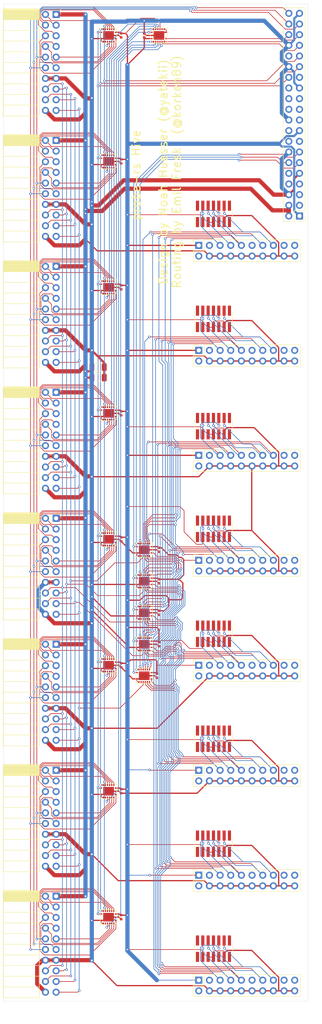
<source format=kicad_pcb>
(kicad_pcb (version 20171130) (host pcbnew "(5.1.8)-1")
  (layers (0 F.Cu signal) (1 In1.Cu signal) (2 In2.Cu signal) (31 B.Cu signal) (34 B.Paste user) (35 F.Paste user) (36 B.SilkS user) (37 F.SilkS user) (38 B.Mask user) (39 F.Mask user) (44 Edge.Cuts user))
  (net 0 "")
  (net 1 GND)
  (net 2 +5V)
  (net 3 +3V3)
  (net 4 /RST)
  (net 5 /TDI|EXT)
  (net 6 /TDO|SWO)
  (net 7 /TCK|SWDCLK)
  (net 8 /TMS|SWDIO)
  (net 9 /MCU_S2)
  (net 10 /MCU_S1)
  (net 11 /MCU_S0)
  (net 12 "Net-(J101-Pad9)")
  (net 13 "Net-(J101-Pad8)")
  (net 14 "Net-(J101-Pad7)")
  (net 15 "Net-(J101-Pad6)")
  (net 16 "Net-(J101-Pad5)")
  (net 17 "Net-(J101-Pad4)")
  (net 18 "Net-(J101-Pad3)")
  (net 19 "Net-(J101-Pad2)")
  (net 20 "Net-(J102-Pad9)")
  (net 21 "Net-(J102-Pad8)")
  (net 22 "Net-(J102-Pad7)")
  (net 23 "Net-(J102-Pad6)")
  (net 24 "Net-(J102-Pad5)")
  (net 25 "Net-(J102-Pad4)")
  (net 26 "Net-(J102-Pad3)")
  (net 27 "Net-(J102-Pad2)")
  (net 28 "Net-(J103-Pad19)")
  (net 29 "Net-(J103-Pad17)")
  (net 30 /RST_P_1)
  (net 31 /TDO|SWO_P_1)
  (net 32 "Net-(J103-Pad11)")
  (net 33 /TCK|SWDCLK_P_1)
  (net 34 /TMS|SWDIO_P_1)
  (net 35 /TDI|EXT_P_1)
  (net 36 "Net-(J103-Pad3)")
  (net 37 "Net-(J103-Pad2)")
  (net 38 "Net-(J104-Pad19)")
  (net 39 "Net-(J104-Pad17)")
  (net 40 /RST_P_5)
  (net 41 /TDO|SWO_P_5)
  (net 42 "Net-(J104-Pad11)")
  (net 43 /TCK|SWDCLK_P_5)
  (net 44 /TMS|SWDIO_P_5)
  (net 45 /TDI|EXT_P_5)
  (net 46 "Net-(J104-Pad3)")
  (net 47 "Net-(J104-Pad2)")
  (net 48 "Net-(J105-Pad9)")
  (net 49 "Net-(J105-Pad8)")
  (net 50 "Net-(J105-Pad7)")
  (net 51 "Net-(J105-Pad6)")
  (net 52 "Net-(J105-Pad5)")
  (net 53 "Net-(J105-Pad4)")
  (net 54 "Net-(J105-Pad3)")
  (net 55 "Net-(J105-Pad2)")
  (net 56 "Net-(J106-Pad9)")
  (net 57 "Net-(J106-Pad8)")
  (net 58 "Net-(J106-Pad7)")
  (net 59 "Net-(J106-Pad6)")
  (net 60 "Net-(J106-Pad5)")
  (net 61 "Net-(J106-Pad4)")
  (net 62 "Net-(J106-Pad3)")
  (net 63 "Net-(J106-Pad2)")
  (net 64 "Net-(J107-Pad19)")
  (net 65 "Net-(J107-Pad17)")
  (net 66 /RST_P_2)
  (net 67 /TDO|SWO_P_2)
  (net 68 "Net-(J107-Pad11)")
  (net 69 /TCK|SWDCLK_P_2)
  (net 70 /TMS|SWDIO_P_2)
  (net 71 /TDI|EXT_P_2)
  (net 72 "Net-(J107-Pad3)")
  (net 73 "Net-(J107-Pad2)")
  (net 74 "Net-(J108-Pad19)")
  (net 75 "Net-(J108-Pad17)")
  (net 76 /RST_P_6)
  (net 77 /TDO|SWO_P_6)
  (net 78 "Net-(J108-Pad11)")
  (net 79 /TCK|SWDCLK_P_6)
  (net 80 /TMS|SWDIO_P_6)
  (net 81 /TDI|EXT_P_6)
  (net 82 "Net-(J108-Pad3)")
  (net 83 "Net-(J108-Pad2)")
  (net 84 "Net-(J109-Pad9)")
  (net 85 "Net-(J109-Pad8)")
  (net 86 "Net-(J109-Pad7)")
  (net 87 "Net-(J109-Pad6)")
  (net 88 "Net-(J109-Pad5)")
  (net 89 "Net-(J109-Pad4)")
  (net 90 "Net-(J109-Pad3)")
  (net 91 "Net-(J109-Pad2)")
  (net 92 "Net-(J110-Pad9)")
  (net 93 "Net-(J110-Pad8)")
  (net 94 "Net-(J110-Pad7)")
  (net 95 "Net-(J110-Pad6)")
  (net 96 "Net-(J110-Pad5)")
  (net 97 "Net-(J110-Pad4)")
  (net 98 "Net-(J110-Pad3)")
  (net 99 "Net-(J110-Pad2)")
  (net 100 "Net-(J111-Pad19)")
  (net 101 "Net-(J111-Pad17)")
  (net 102 /RST_P_3)
  (net 103 /TDO|SWO_P_3)
  (net 104 "Net-(J111-Pad11)")
  (net 105 /TCK|SWDCLK_P_3)
  (net 106 /TMS|SWDIO_P_3)
  (net 107 /TDI|EXT_P_3)
  (net 108 "Net-(J111-Pad3)")
  (net 109 "Net-(J111-Pad2)")
  (net 110 "Net-(J112-Pad19)")
  (net 111 "Net-(J112-Pad17)")
  (net 112 /RST_P_7)
  (net 113 /TDO|SWO_P_7)
  (net 114 "Net-(J112-Pad11)")
  (net 115 /TCK|SWDCLK_P_7)
  (net 116 /TMS|SWDIO_P_7)
  (net 117 /TDI|EXT_P_7)
  (net 118 "Net-(J112-Pad3)")
  (net 119 "Net-(J112-Pad2)")
  (net 120 "Net-(J113-Pad9)")
  (net 121 "Net-(J113-Pad8)")
  (net 122 "Net-(J113-Pad7)")
  (net 123 "Net-(J113-Pad6)")
  (net 124 "Net-(J113-Pad5)")
  (net 125 "Net-(J113-Pad4)")
  (net 126 "Net-(J113-Pad3)")
  (net 127 "Net-(J113-Pad2)")
  (net 128 "Net-(J114-Pad9)")
  (net 129 "Net-(J114-Pad8)")
  (net 130 "Net-(J114-Pad7)")
  (net 131 "Net-(J114-Pad6)")
  (net 132 "Net-(J114-Pad5)")
  (net 133 "Net-(J114-Pad4)")
  (net 134 "Net-(J114-Pad3)")
  (net 135 "Net-(J114-Pad2)")
  (net 136 "Net-(J115-Pad19)")
  (net 137 "Net-(J115-Pad17)")
  (net 138 /RST_P_4)
  (net 139 /TDO|SWO_P_4)
  (net 140 "Net-(J115-Pad11)")
  (net 141 /TCK|SWDCLK_P_4)
  (net 142 /TMS|SWDIO_P_4)
  (net 143 /TDI|EXT_P_4)
  (net 144 "Net-(J115-Pad3)")
  (net 145 "Net-(J115-Pad2)")
  (net 146 "Net-(J116-Pad19)")
  (net 147 "Net-(J116-Pad17)")
  (net 148 /RST_P_8)
  (net 149 /TDO|SWO_P_8)
  (net 150 "Net-(J116-Pad11)")
  (net 151 /TCK|SWDCLK_P_8)
  (net 152 /TMS|SWDIO_P_8)
  (net 153 /TDI|EXT_P_8)
  (net 154 "Net-(J116-Pad3)")
  (net 155 "Net-(J116-Pad2)")
  (net 156 /LANE_S2)
  (net 157 /LANE_S1)
  (net 158 /PROBE_S1)
  (net 159 /LANE_S0)
  (net 160 "Net-(J117-Pad32)")
  (net 161 "Net-(J117-Pad27)")
  (net 162 "Net-(J117-Pad26)")
  (net 163 "Net-(J117-Pad24)")
  (net 164 "Net-(J117-Pad23)")
  (net 165 /PROBE_S0)
  (net 166 "Net-(J117-Pad21)")
  (net 167 "Net-(J117-Pad19)")
  (net 168 /ROW_S2)
  (net 169 /ROW_S1)
  (net 170 /ROW_S0)
  (net 171 /PROBE_S2)
  (net 172 "Net-(J117-Pad10)")
  (net 173 "Net-(J117-Pad8)")
  (net 174 "Net-(J117-Pad7)")
  (net 175 "Net-(J117-Pad5)")
  (net 176 "Net-(J117-Pad3)")
  (net 177 "Net-(R101-Pad2)")
  (net 178 "Net-(U101-Pad6)")
  (net 179 /OE_LANE1)
  (net 180 "Net-(U102-Pad6)")
  (net 181 /OE_LANE5)
  (net 182 "Net-(U103-Pad6)")
  (net 183 /OE_LANE2)
  (net 184 "Net-(U104-Pad6)")
  (net 185 /OE_LANE6)
  (net 186 "Net-(U105-Pad6)")
  (net 187 /OE_LANE3)
  (net 188 "Net-(U106-Pad6)")
  (net 189 /OE_LANE7)
  (net 190 "Net-(U107-Pad6)")
  (net 191 /OE_LANE4)
  (net 192 "Net-(U108-Pad6)")
  (net 193 /OE_LANE8)
  (net 194 "Net-(U109-Pad6)")
  (net 195 "Net-(U110-Pad6)")
  (net 196 "Net-(U111-Pad6)")
  (net 197 "Net-(U112-Pad6)")
  (net 198 "Net-(U113-Pad6)")
  (net 199 "Net-(U114-Pad6)")
  (net 200 "Net-(J118-Pad14)")
  (net 201 "Net-(J118-Pad13)")
  (net 202 "Net-(J118-Pad9)")
  (net 203 "Net-(J118-Pad2)")
  (net 204 "Net-(J118-Pad1)")
  (net 205 "Net-(J119-Pad14)")
  (net 206 "Net-(J119-Pad13)")
  (net 207 "Net-(J119-Pad9)")
  (net 208 "Net-(J119-Pad2)")
  (net 209 "Net-(J119-Pad1)")
  (net 210 "Net-(J120-Pad14)")
  (net 211 "Net-(J120-Pad13)")
  (net 212 "Net-(J120-Pad9)")
  (net 213 "Net-(J120-Pad2)")
  (net 214 "Net-(J120-Pad1)")
  (net 215 "Net-(J121-Pad14)")
  (net 216 "Net-(J121-Pad13)")
  (net 217 "Net-(J121-Pad9)")
  (net 218 "Net-(J121-Pad2)")
  (net 219 "Net-(J121-Pad1)")
  (net 220 "Net-(J122-Pad14)")
  (net 221 "Net-(J122-Pad13)")
  (net 222 "Net-(J122-Pad9)")
  (net 223 "Net-(J122-Pad2)")
  (net 224 "Net-(J122-Pad1)")
  (net 225 "Net-(J123-Pad14)")
  (net 226 "Net-(J123-Pad13)")
  (net 227 "Net-(J123-Pad9)")
  (net 228 "Net-(J123-Pad2)")
  (net 229 "Net-(J123-Pad1)")
  (net 230 "Net-(J124-Pad14)")
  (net 231 "Net-(J124-Pad13)")
  (net 232 "Net-(J124-Pad9)")
  (net 233 "Net-(J124-Pad2)")
  (net 234 "Net-(J124-Pad1)")
  (net 235 "Net-(J125-Pad14)")
  (net 236 "Net-(J125-Pad13)")
  (net 237 "Net-(J125-Pad9)")
  (net 238 "Net-(J125-Pad2)")
  (net 239 "Net-(J125-Pad1)")
  (net 240 "Net-(J117-Pad18)")
  (net 241 "Net-(J117-Pad16)")
  (net 242 "Net-(J117-Pad15)")
  (net 243 "Net-(J117-Pad22)")
  (module probe-rs-hive:R-PVQFN-N16 (layer F.Cu) (at 67.5 -10 180)
    (fp_text reference U101 hide)
    (fp_text value SN74CB3Q3251PWR)
    (pad 0 smd rect (at 0 0 270) (size 2.05 2.55) (layers F.Cu F.Mask) (net 1 GND))
    (pad 16 smd roundrect (at -1.75 0.75 180) (size 0.5 0.3) (layers F.Cu F.Paste F.Mask) (net 3 +3V3))
    (pad 15 smd roundrect (at -1.25 1.5 270) (size 0.5 0.3) (layers F.Cu F.Paste F.Mask) (net 16 "Net-(J101-Pad5)"))
    (pad 14 smd roundrect (at -0.75 1.5 270) (size 0.5 0.3) (layers F.Cu F.Paste F.Mask) (net 17 "Net-(J101-Pad4)"))
    (pad 13 smd roundrect (at -0.25 1.5 270) (size 0.5 0.3) (layers F.Cu F.Paste F.Mask) (net 18 "Net-(J101-Pad3)"))
    (pad 12 smd roundrect (at 0.25 1.5 270) (size 0.5 0.3) (layers F.Cu F.Paste F.Mask) (net 19 "Net-(J101-Pad2)"))
    (pad 11 smd roundrect (at 0.75 1.5 270) (size 0.5 0.3) (layers F.Cu F.Paste F.Mask) (net 170 /ROW_S0))
    (pad 10 smd roundrect (at 1.25 1.5 270) (size 0.5 0.3) (layers F.Cu F.Paste F.Mask) (net 169 /ROW_S1))
    (pad 9 smd roundrect (at 1.75 0.75 180) (size 0.5 0.3) (layers F.Cu F.Paste F.Mask) (net 168 /ROW_S2))
    (pad 8 smd roundrect (at 1.75 -0.75 180) (size 0.5 0.3) (layers F.Cu F.Paste F.Mask) (net 1 GND))
    (pad 7 smd roundrect (at 1.25 -1.5 270) (size 0.5 0.3) (layers F.Cu F.Paste F.Mask) (net 1 GND))
    (pad 6 smd roundrect (at 0.75 -1.5 270) (size 0.5 0.3) (layers F.Cu F.Paste F.Mask) (net 178 "Net-(U101-Pad6)"))
    (pad 5 smd roundrect (at 0.25 -1.5 270) (size 0.5 0.3) (layers F.Cu F.Paste F.Mask) (net 179 /OE_LANE1))
    (pad 4 smd roundrect (at -0.25 -1.5 270) (size 0.5 0.3) (layers F.Cu F.Paste F.Mask) (net 12 "Net-(J101-Pad9)"))
    (pad 3 smd roundrect (at -0.75 -1.5 270) (size 0.5 0.3) (layers F.Cu F.Paste F.Mask) (net 13 "Net-(J101-Pad8)"))
    (pad 2 smd roundrect (at -1.25 -1.5 270) (size 0.5 0.3) (layers F.Cu F.Paste F.Mask) (net 14 "Net-(J101-Pad7)"))
    (pad 1 smd roundrect (at -1.75 -0.75 180) (size 0.5 0.3) (layers F.Cu F.Paste F.Mask) (net 15 "Net-(J101-Pad6)"))
  )
  (module probe-rs-hive:R-PVQFN-N16 (layer F.Cu) (at 79.5 -10)
    (fp_text reference U109 hide)
    (fp_text value SN74CB3Q3251PWR)
    (pad 0 smd rect (at 0 0 90) (size 2.05 2.55) (layers F.Cu F.Mask) (net 1 GND))
    (pad 16 smd roundrect (at -1.75 0.75) (size 0.5 0.3) (layers F.Cu F.Paste F.Mask) (net 3 +3V3))
    (pad 15 smd roundrect (at -1.25 1.5 90) (size 0.5 0.3) (layers F.Cu F.Paste F.Mask) (net 181 /OE_LANE5))
    (pad 14 smd roundrect (at -0.75 1.5 90) (size 0.5 0.3) (layers F.Cu F.Paste F.Mask) (net 185 /OE_LANE6))
    (pad 13 smd roundrect (at -0.25 1.5 90) (size 0.5 0.3) (layers F.Cu F.Paste F.Mask) (net 189 /OE_LANE7))
    (pad 12 smd roundrect (at 0.25 1.5 90) (size 0.5 0.3) (layers F.Cu F.Paste F.Mask) (net 193 /OE_LANE8))
    (pad 11 smd roundrect (at 0.75 1.5 90) (size 0.5 0.3) (layers F.Cu F.Paste F.Mask) (net 159 /LANE_S0))
    (pad 10 smd roundrect (at 1.25 1.5 90) (size 0.5 0.3) (layers F.Cu F.Paste F.Mask) (net 157 /LANE_S1))
    (pad 9 smd roundrect (at 1.75 0.75) (size 0.5 0.3) (layers F.Cu F.Paste F.Mask) (net 156 /LANE_S2))
    (pad 8 smd roundrect (at 1.75 -0.75) (size 0.5 0.3) (layers F.Cu F.Paste F.Mask) (net 1 GND))
    (pad 7 smd roundrect (at 1.25 -1.5 90) (size 0.5 0.3) (layers F.Cu F.Paste F.Mask) (net 1 GND))
    (pad 6 smd roundrect (at 0.75 -1.5 90) (size 0.5 0.3) (layers F.Cu F.Paste F.Mask) (net 194 "Net-(U109-Pad6)"))
    (pad 5 smd roundrect (at 0.25 -1.5 90) (size 0.5 0.3) (layers F.Cu F.Paste F.Mask) (net 177 "Net-(R101-Pad2)"))
    (pad 4 smd roundrect (at -0.25 -1.5 90) (size 0.5 0.3) (layers F.Cu F.Paste F.Mask) (net 179 /OE_LANE1))
    (pad 3 smd roundrect (at -0.75 -1.5 90) (size 0.5 0.3) (layers F.Cu F.Paste F.Mask) (net 183 /OE_LANE2))
    (pad 2 smd roundrect (at -1.25 -1.5 90) (size 0.5 0.3) (layers F.Cu F.Paste F.Mask) (net 187 /OE_LANE3))
    (pad 1 smd roundrect (at -1.75 -0.75) (size 0.5 0.3) (layers F.Cu F.Paste F.Mask) (net 191 /OE_LANE4))
  )
  (module probe-rs-hive:R-PVQFN-N16 (layer F.Cu) (at 76 142.5 180)
    (fp_text reference U114 hide)
    (fp_text value SN74CB3Q3251PWR)
    (pad 0 smd rect (at 0 0 270) (size 2.05 2.55) (layers F.Cu F.Mask) (net 1 GND))
    (pad 16 smd roundrect (at -1.75 0.75 180) (size 0.5 0.3) (layers F.Cu F.Paste F.Mask) (net 3 +3V3))
    (pad 15 smd roundrect (at -1.25 1.5 270) (size 0.5 0.3) (layers F.Cu F.Paste F.Mask) (net 138 /RST_P_4))
    (pad 14 smd roundrect (at -0.75 1.5 270) (size 0.5 0.3) (layers F.Cu F.Paste F.Mask) (net 102 /RST_P_3))
    (pad 13 smd roundrect (at -0.25 1.5 270) (size 0.5 0.3) (layers F.Cu F.Paste F.Mask) (net 66 /RST_P_2))
    (pad 12 smd roundrect (at 0.25 1.5 270) (size 0.5 0.3) (layers F.Cu F.Paste F.Mask) (net 30 /RST_P_1))
    (pad 11 smd roundrect (at 0.75 1.5 270) (size 0.5 0.3) (layers F.Cu F.Paste F.Mask) (net 165 /PROBE_S0))
    (pad 10 smd roundrect (at 1.25 1.5 270) (size 0.5 0.3) (layers F.Cu F.Paste F.Mask) (net 158 /PROBE_S1))
    (pad 9 smd roundrect (at 1.75 0.75 180) (size 0.5 0.3) (layers F.Cu F.Paste F.Mask) (net 171 /PROBE_S2))
    (pad 8 smd roundrect (at 1.75 -0.75 180) (size 0.5 0.3) (layers F.Cu F.Paste F.Mask) (net 1 GND))
    (pad 7 smd roundrect (at 1.25 -1.5 270) (size 0.5 0.3) (layers F.Cu F.Paste F.Mask) (net 1 GND))
    (pad 6 smd roundrect (at 0.75 -1.5 270) (size 0.5 0.3) (layers F.Cu F.Paste F.Mask) (net 199 "Net-(U114-Pad6)"))
    (pad 5 smd roundrect (at 0.25 -1.5 270) (size 0.5 0.3) (layers F.Cu F.Paste F.Mask) (net 4 /RST))
    (pad 4 smd roundrect (at -0.25 -1.5 270) (size 0.5 0.3) (layers F.Cu F.Paste F.Mask) (net 148 /RST_P_8))
    (pad 3 smd roundrect (at -0.75 -1.5 270) (size 0.5 0.3) (layers F.Cu F.Paste F.Mask) (net 112 /RST_P_7))
    (pad 2 smd roundrect (at -1.25 -1.5 270) (size 0.5 0.3) (layers F.Cu F.Paste F.Mask) (net 76 /RST_P_6))
    (pad 1 smd roundrect (at -1.75 -0.75 180) (size 0.5 0.3) (layers F.Cu F.Paste F.Mask) (net 40 /RST_P_5))
  )
  (module probe-rs-hive:R-PVQFN-N16 (layer F.Cu) (at 76 112.5 180)
    (fp_text reference U113 hide)
    (fp_text value SN74CB3Q3251PWR)
    (pad 0 smd rect (at 0 0 270) (size 2.05 2.55) (layers F.Cu F.Mask) (net 1 GND))
    (pad 16 smd roundrect (at -1.75 0.75 180) (size 0.5 0.3) (layers F.Cu F.Paste F.Mask) (net 3 +3V3))
    (pad 15 smd roundrect (at -1.25 1.5 270) (size 0.5 0.3) (layers F.Cu F.Paste F.Mask) (net 143 /TDI|EXT_P_4))
    (pad 14 smd roundrect (at -0.75 1.5 270) (size 0.5 0.3) (layers F.Cu F.Paste F.Mask) (net 107 /TDI|EXT_P_3))
    (pad 13 smd roundrect (at -0.25 1.5 270) (size 0.5 0.3) (layers F.Cu F.Paste F.Mask) (net 71 /TDI|EXT_P_2))
    (pad 12 smd roundrect (at 0.25 1.5 270) (size 0.5 0.3) (layers F.Cu F.Paste F.Mask) (net 35 /TDI|EXT_P_1))
    (pad 11 smd roundrect (at 0.75 1.5 270) (size 0.5 0.3) (layers F.Cu F.Paste F.Mask) (net 165 /PROBE_S0))
    (pad 10 smd roundrect (at 1.25 1.5 270) (size 0.5 0.3) (layers F.Cu F.Paste F.Mask) (net 158 /PROBE_S1))
    (pad 9 smd roundrect (at 1.75 0.75 180) (size 0.5 0.3) (layers F.Cu F.Paste F.Mask) (net 171 /PROBE_S2))
    (pad 8 smd roundrect (at 1.75 -0.75 180) (size 0.5 0.3) (layers F.Cu F.Paste F.Mask) (net 1 GND))
    (pad 7 smd roundrect (at 1.25 -1.5 270) (size 0.5 0.3) (layers F.Cu F.Paste F.Mask) (net 1 GND))
    (pad 6 smd roundrect (at 0.75 -1.5 270) (size 0.5 0.3) (layers F.Cu F.Paste F.Mask) (net 198 "Net-(U113-Pad6)"))
    (pad 5 smd roundrect (at 0.25 -1.5 270) (size 0.5 0.3) (layers F.Cu F.Paste F.Mask) (net 5 /TDI|EXT))
    (pad 4 smd roundrect (at -0.25 -1.5 270) (size 0.5 0.3) (layers F.Cu F.Paste F.Mask) (net 153 /TDI|EXT_P_8))
    (pad 3 smd roundrect (at -0.75 -1.5 270) (size 0.5 0.3) (layers F.Cu F.Paste F.Mask) (net 117 /TDI|EXT_P_7))
    (pad 2 smd roundrect (at -1.25 -1.5 270) (size 0.5 0.3) (layers F.Cu F.Paste F.Mask) (net 81 /TDI|EXT_P_6))
    (pad 1 smd roundrect (at -1.75 -0.75 180) (size 0.5 0.3) (layers F.Cu F.Paste F.Mask) (net 45 /TDI|EXT_P_5))
  )
  (module probe-rs-hive:R-PVQFN-N16 (layer F.Cu) (at 76 135 180)
    (fp_text reference U112 hide)
    (fp_text value SN74CB3Q3251PWR)
    (pad 0 smd rect (at 0 0 270) (size 2.05 2.55) (layers F.Cu F.Mask) (net 1 GND))
    (pad 16 smd roundrect (at -1.75 0.75 180) (size 0.5 0.3) (layers F.Cu F.Paste F.Mask) (net 3 +3V3))
    (pad 15 smd roundrect (at -1.25 1.5 270) (size 0.5 0.3) (layers F.Cu F.Paste F.Mask) (net 139 /TDO|SWO_P_4))
    (pad 14 smd roundrect (at -0.75 1.5 270) (size 0.5 0.3) (layers F.Cu F.Paste F.Mask) (net 103 /TDO|SWO_P_3))
    (pad 13 smd roundrect (at -0.25 1.5 270) (size 0.5 0.3) (layers F.Cu F.Paste F.Mask) (net 67 /TDO|SWO_P_2))
    (pad 12 smd roundrect (at 0.25 1.5 270) (size 0.5 0.3) (layers F.Cu F.Paste F.Mask) (net 31 /TDO|SWO_P_1))
    (pad 11 smd roundrect (at 0.75 1.5 270) (size 0.5 0.3) (layers F.Cu F.Paste F.Mask) (net 165 /PROBE_S0))
    (pad 10 smd roundrect (at 1.25 1.5 270) (size 0.5 0.3) (layers F.Cu F.Paste F.Mask) (net 158 /PROBE_S1))
    (pad 9 smd roundrect (at 1.75 0.75 180) (size 0.5 0.3) (layers F.Cu F.Paste F.Mask) (net 171 /PROBE_S2))
    (pad 8 smd roundrect (at 1.75 -0.75 180) (size 0.5 0.3) (layers F.Cu F.Paste F.Mask) (net 1 GND))
    (pad 7 smd roundrect (at 1.25 -1.5 270) (size 0.5 0.3) (layers F.Cu F.Paste F.Mask) (net 1 GND))
    (pad 6 smd roundrect (at 0.75 -1.5 270) (size 0.5 0.3) (layers F.Cu F.Paste F.Mask) (net 197 "Net-(U112-Pad6)"))
    (pad 5 smd roundrect (at 0.25 -1.5 270) (size 0.5 0.3) (layers F.Cu F.Paste F.Mask) (net 6 /TDO|SWO))
    (pad 4 smd roundrect (at -0.25 -1.5 270) (size 0.5 0.3) (layers F.Cu F.Paste F.Mask) (net 149 /TDO|SWO_P_8))
    (pad 3 smd roundrect (at -0.75 -1.5 270) (size 0.5 0.3) (layers F.Cu F.Paste F.Mask) (net 113 /TDO|SWO_P_7))
    (pad 2 smd roundrect (at -1.25 -1.5 270) (size 0.5 0.3) (layers F.Cu F.Paste F.Mask) (net 77 /TDO|SWO_P_6))
    (pad 1 smd roundrect (at -1.75 -0.75 180) (size 0.5 0.3) (layers F.Cu F.Paste F.Mask) (net 41 /TDO|SWO_P_5))
  )
  (module probe-rs-hive:R-PVQFN-N16 (layer F.Cu) (at 76 127.5 180)
    (fp_text reference U111 hide)
    (fp_text value SN74CB3Q3251PWR)
    (pad 0 smd rect (at 0 0 270) (size 2.05 2.55) (layers F.Cu F.Mask) (net 1 GND))
    (pad 16 smd roundrect (at -1.75 0.75 180) (size 0.5 0.3) (layers F.Cu F.Paste F.Mask) (net 3 +3V3))
    (pad 15 smd roundrect (at -1.25 1.5 270) (size 0.5 0.3) (layers F.Cu F.Paste F.Mask) (net 141 /TCK|SWDCLK_P_4))
    (pad 14 smd roundrect (at -0.75 1.5 270) (size 0.5 0.3) (layers F.Cu F.Paste F.Mask) (net 105 /TCK|SWDCLK_P_3))
    (pad 13 smd roundrect (at -0.25 1.5 270) (size 0.5 0.3) (layers F.Cu F.Paste F.Mask) (net 69 /TCK|SWDCLK_P_2))
    (pad 12 smd roundrect (at 0.25 1.5 270) (size 0.5 0.3) (layers F.Cu F.Paste F.Mask) (net 33 /TCK|SWDCLK_P_1))
    (pad 11 smd roundrect (at 0.75 1.5 270) (size 0.5 0.3) (layers F.Cu F.Paste F.Mask) (net 165 /PROBE_S0))
    (pad 10 smd roundrect (at 1.25 1.5 270) (size 0.5 0.3) (layers F.Cu F.Paste F.Mask) (net 158 /PROBE_S1))
    (pad 9 smd roundrect (at 1.75 0.75 180) (size 0.5 0.3) (layers F.Cu F.Paste F.Mask) (net 171 /PROBE_S2))
    (pad 8 smd roundrect (at 1.75 -0.75 180) (size 0.5 0.3) (layers F.Cu F.Paste F.Mask) (net 1 GND))
    (pad 7 smd roundrect (at 1.25 -1.5 270) (size 0.5 0.3) (layers F.Cu F.Paste F.Mask) (net 1 GND))
    (pad 6 smd roundrect (at 0.75 -1.5 270) (size 0.5 0.3) (layers F.Cu F.Paste F.Mask) (net 196 "Net-(U111-Pad6)"))
    (pad 5 smd roundrect (at 0.25 -1.5 270) (size 0.5 0.3) (layers F.Cu F.Paste F.Mask) (net 7 /TCK|SWDCLK))
    (pad 4 smd roundrect (at -0.25 -1.5 270) (size 0.5 0.3) (layers F.Cu F.Paste F.Mask) (net 151 /TCK|SWDCLK_P_8))
    (pad 3 smd roundrect (at -0.75 -1.5 270) (size 0.5 0.3) (layers F.Cu F.Paste F.Mask) (net 115 /TCK|SWDCLK_P_7))
    (pad 2 smd roundrect (at -1.25 -1.5 270) (size 0.5 0.3) (layers F.Cu F.Paste F.Mask) (net 79 /TCK|SWDCLK_P_6))
    (pad 1 smd roundrect (at -1.75 -0.75 180) (size 0.5 0.3) (layers F.Cu F.Paste F.Mask) (net 43 /TCK|SWDCLK_P_5))
  )
  (module probe-rs-hive:R-PVQFN-N16 (layer F.Cu) (at 76 120 180)
    (fp_text reference U110 hide)
    (fp_text value SN74CB3Q3251PWR)
    (pad 0 smd rect (at 0 0 270) (size 2.05 2.55) (layers F.Cu F.Mask) (net 1 GND))
    (pad 16 smd roundrect (at -1.75 0.75 180) (size 0.5 0.3) (layers F.Cu F.Paste F.Mask) (net 3 +3V3))
    (pad 15 smd roundrect (at -1.25 1.5 270) (size 0.5 0.3) (layers F.Cu F.Paste F.Mask) (net 142 /TMS|SWDIO_P_4))
    (pad 14 smd roundrect (at -0.75 1.5 270) (size 0.5 0.3) (layers F.Cu F.Paste F.Mask) (net 106 /TMS|SWDIO_P_3))
    (pad 13 smd roundrect (at -0.25 1.5 270) (size 0.5 0.3) (layers F.Cu F.Paste F.Mask) (net 70 /TMS|SWDIO_P_2))
    (pad 12 smd roundrect (at 0.25 1.5 270) (size 0.5 0.3) (layers F.Cu F.Paste F.Mask) (net 34 /TMS|SWDIO_P_1))
    (pad 11 smd roundrect (at 0.75 1.5 270) (size 0.5 0.3) (layers F.Cu F.Paste F.Mask) (net 165 /PROBE_S0))
    (pad 10 smd roundrect (at 1.25 1.5 270) (size 0.5 0.3) (layers F.Cu F.Paste F.Mask) (net 158 /PROBE_S1))
    (pad 9 smd roundrect (at 1.75 0.75 180) (size 0.5 0.3) (layers F.Cu F.Paste F.Mask) (net 171 /PROBE_S2))
    (pad 8 smd roundrect (at 1.75 -0.75 180) (size 0.5 0.3) (layers F.Cu F.Paste F.Mask) (net 1 GND))
    (pad 7 smd roundrect (at 1.25 -1.5 270) (size 0.5 0.3) (layers F.Cu F.Paste F.Mask) (net 1 GND))
    (pad 6 smd roundrect (at 0.75 -1.5 270) (size 0.5 0.3) (layers F.Cu F.Paste F.Mask) (net 195 "Net-(U110-Pad6)"))
    (pad 5 smd roundrect (at 0.25 -1.5 270) (size 0.5 0.3) (layers F.Cu F.Paste F.Mask) (net 8 /TMS|SWDIO))
    (pad 4 smd roundrect (at -0.25 -1.5 270) (size 0.5 0.3) (layers F.Cu F.Paste F.Mask) (net 152 /TMS|SWDIO_P_8))
    (pad 3 smd roundrect (at -0.75 -1.5 270) (size 0.5 0.3) (layers F.Cu F.Paste F.Mask) (net 116 /TMS|SWDIO_P_7))
    (pad 2 smd roundrect (at -1.25 -1.5 270) (size 0.5 0.3) (layers F.Cu F.Paste F.Mask) (net 80 /TMS|SWDIO_P_6))
    (pad 1 smd roundrect (at -1.75 -0.75 180) (size 0.5 0.3) (layers F.Cu F.Paste F.Mask) (net 44 /TMS|SWDIO_P_5))
  )
  (module probe-rs-hive:R-PVQFN-N16 (layer F.Cu) (at 67.5 200 180)
    (fp_text reference U108 hide)
    (fp_text value SN74CB3Q3251PWR)
    (pad 0 smd rect (at 0 0 270) (size 2.05 2.55) (layers F.Cu F.Mask) (net 1 GND))
    (pad 16 smd roundrect (at -1.75 0.75 180) (size 0.5 0.3) (layers F.Cu F.Paste F.Mask) (net 3 +3V3))
    (pad 15 smd roundrect (at -1.25 1.5 270) (size 0.5 0.3) (layers F.Cu F.Paste F.Mask) (net 132 "Net-(J114-Pad5)"))
    (pad 14 smd roundrect (at -0.75 1.5 270) (size 0.5 0.3) (layers F.Cu F.Paste F.Mask) (net 133 "Net-(J114-Pad4)"))
    (pad 13 smd roundrect (at -0.25 1.5 270) (size 0.5 0.3) (layers F.Cu F.Paste F.Mask) (net 134 "Net-(J114-Pad3)"))
    (pad 12 smd roundrect (at 0.25 1.5 270) (size 0.5 0.3) (layers F.Cu F.Paste F.Mask) (net 135 "Net-(J114-Pad2)"))
    (pad 11 smd roundrect (at 0.75 1.5 270) (size 0.5 0.3) (layers F.Cu F.Paste F.Mask) (net 170 /ROW_S0))
    (pad 10 smd roundrect (at 1.25 1.5 270) (size 0.5 0.3) (layers F.Cu F.Paste F.Mask) (net 169 /ROW_S1))
    (pad 9 smd roundrect (at 1.75 0.75 180) (size 0.5 0.3) (layers F.Cu F.Paste F.Mask) (net 168 /ROW_S2))
    (pad 8 smd roundrect (at 1.75 -0.75 180) (size 0.5 0.3) (layers F.Cu F.Paste F.Mask) (net 1 GND))
    (pad 7 smd roundrect (at 1.25 -1.5 270) (size 0.5 0.3) (layers F.Cu F.Paste F.Mask) (net 1 GND))
    (pad 6 smd roundrect (at 0.75 -1.5 270) (size 0.5 0.3) (layers F.Cu F.Paste F.Mask) (net 192 "Net-(U108-Pad6)"))
    (pad 5 smd roundrect (at 0.25 -1.5 270) (size 0.5 0.3) (layers F.Cu F.Paste F.Mask) (net 193 /OE_LANE8))
    (pad 4 smd roundrect (at -0.25 -1.5 270) (size 0.5 0.3) (layers F.Cu F.Paste F.Mask) (net 128 "Net-(J114-Pad9)"))
    (pad 3 smd roundrect (at -0.75 -1.5 270) (size 0.5 0.3) (layers F.Cu F.Paste F.Mask) (net 129 "Net-(J114-Pad8)"))
    (pad 2 smd roundrect (at -1.25 -1.5 270) (size 0.5 0.3) (layers F.Cu F.Paste F.Mask) (net 130 "Net-(J114-Pad7)"))
    (pad 1 smd roundrect (at -1.75 -0.75 180) (size 0.5 0.3) (layers F.Cu F.Paste F.Mask) (net 131 "Net-(J114-Pad6)"))
  )
  (module probe-rs-hive:R-PVQFN-N16 (layer F.Cu) (at 67.5 80 180)
    (fp_text reference U107 hide)
    (fp_text value SN74CB3Q3251PWR)
    (pad 0 smd rect (at 0 0 270) (size 2.05 2.55) (layers F.Cu F.Mask) (net 1 GND))
    (pad 16 smd roundrect (at -1.75 0.75 180) (size 0.5 0.3) (layers F.Cu F.Paste F.Mask) (net 3 +3V3))
    (pad 15 smd roundrect (at -1.25 1.5 270) (size 0.5 0.3) (layers F.Cu F.Paste F.Mask) (net 124 "Net-(J113-Pad5)"))
    (pad 14 smd roundrect (at -0.75 1.5 270) (size 0.5 0.3) (layers F.Cu F.Paste F.Mask) (net 125 "Net-(J113-Pad4)"))
    (pad 13 smd roundrect (at -0.25 1.5 270) (size 0.5 0.3) (layers F.Cu F.Paste F.Mask) (net 126 "Net-(J113-Pad3)"))
    (pad 12 smd roundrect (at 0.25 1.5 270) (size 0.5 0.3) (layers F.Cu F.Paste F.Mask) (net 127 "Net-(J113-Pad2)"))
    (pad 11 smd roundrect (at 0.75 1.5 270) (size 0.5 0.3) (layers F.Cu F.Paste F.Mask) (net 170 /ROW_S0))
    (pad 10 smd roundrect (at 1.25 1.5 270) (size 0.5 0.3) (layers F.Cu F.Paste F.Mask) (net 169 /ROW_S1))
    (pad 9 smd roundrect (at 1.75 0.75 180) (size 0.5 0.3) (layers F.Cu F.Paste F.Mask) (net 168 /ROW_S2))
    (pad 8 smd roundrect (at 1.75 -0.75 180) (size 0.5 0.3) (layers F.Cu F.Paste F.Mask) (net 1 GND))
    (pad 7 smd roundrect (at 1.25 -1.5 270) (size 0.5 0.3) (layers F.Cu F.Paste F.Mask) (net 1 GND))
    (pad 6 smd roundrect (at 0.75 -1.5 270) (size 0.5 0.3) (layers F.Cu F.Paste F.Mask) (net 190 "Net-(U107-Pad6)"))
    (pad 5 smd roundrect (at 0.25 -1.5 270) (size 0.5 0.3) (layers F.Cu F.Paste F.Mask) (net 191 /OE_LANE4))
    (pad 4 smd roundrect (at -0.25 -1.5 270) (size 0.5 0.3) (layers F.Cu F.Paste F.Mask) (net 120 "Net-(J113-Pad9)"))
    (pad 3 smd roundrect (at -0.75 -1.5 270) (size 0.5 0.3) (layers F.Cu F.Paste F.Mask) (net 121 "Net-(J113-Pad8)"))
    (pad 2 smd roundrect (at -1.25 -1.5 270) (size 0.5 0.3) (layers F.Cu F.Paste F.Mask) (net 122 "Net-(J113-Pad7)"))
    (pad 1 smd roundrect (at -1.75 -0.75 180) (size 0.5 0.3) (layers F.Cu F.Paste F.Mask) (net 123 "Net-(J113-Pad6)"))
  )
  (module probe-rs-hive:R-PVQFN-N16 (layer F.Cu) (at 67.5 170 180)
    (fp_text reference U106 hide)
    (fp_text value SN74CB3Q3251PWR)
    (pad 0 smd rect (at 0 0 270) (size 2.05 2.55) (layers F.Cu F.Mask) (net 1 GND))
    (pad 16 smd roundrect (at -1.75 0.75 180) (size 0.5 0.3) (layers F.Cu F.Paste F.Mask) (net 3 +3V3))
    (pad 15 smd roundrect (at -1.25 1.5 270) (size 0.5 0.3) (layers F.Cu F.Paste F.Mask) (net 96 "Net-(J110-Pad5)"))
    (pad 14 smd roundrect (at -0.75 1.5 270) (size 0.5 0.3) (layers F.Cu F.Paste F.Mask) (net 97 "Net-(J110-Pad4)"))
    (pad 13 smd roundrect (at -0.25 1.5 270) (size 0.5 0.3) (layers F.Cu F.Paste F.Mask) (net 98 "Net-(J110-Pad3)"))
    (pad 12 smd roundrect (at 0.25 1.5 270) (size 0.5 0.3) (layers F.Cu F.Paste F.Mask) (net 99 "Net-(J110-Pad2)"))
    (pad 11 smd roundrect (at 0.75 1.5 270) (size 0.5 0.3) (layers F.Cu F.Paste F.Mask) (net 170 /ROW_S0))
    (pad 10 smd roundrect (at 1.25 1.5 270) (size 0.5 0.3) (layers F.Cu F.Paste F.Mask) (net 169 /ROW_S1))
    (pad 9 smd roundrect (at 1.75 0.75 180) (size 0.5 0.3) (layers F.Cu F.Paste F.Mask) (net 168 /ROW_S2))
    (pad 8 smd roundrect (at 1.75 -0.75 180) (size 0.5 0.3) (layers F.Cu F.Paste F.Mask) (net 1 GND))
    (pad 7 smd roundrect (at 1.25 -1.5 270) (size 0.5 0.3) (layers F.Cu F.Paste F.Mask) (net 1 GND))
    (pad 6 smd roundrect (at 0.75 -1.5 270) (size 0.5 0.3) (layers F.Cu F.Paste F.Mask) (net 188 "Net-(U106-Pad6)"))
    (pad 5 smd roundrect (at 0.25 -1.5 270) (size 0.5 0.3) (layers F.Cu F.Paste F.Mask) (net 189 /OE_LANE7))
    (pad 4 smd roundrect (at -0.25 -1.5 270) (size 0.5 0.3) (layers F.Cu F.Paste F.Mask) (net 92 "Net-(J110-Pad9)"))
    (pad 3 smd roundrect (at -0.75 -1.5 270) (size 0.5 0.3) (layers F.Cu F.Paste F.Mask) (net 93 "Net-(J110-Pad8)"))
    (pad 2 smd roundrect (at -1.25 -1.5 270) (size 0.5 0.3) (layers F.Cu F.Paste F.Mask) (net 94 "Net-(J110-Pad7)"))
    (pad 1 smd roundrect (at -1.75 -0.75 180) (size 0.5 0.3) (layers F.Cu F.Paste F.Mask) (net 95 "Net-(J110-Pad6)"))
  )
  (module probe-rs-hive:R-PVQFN-N16 (layer F.Cu) (at 67.5 50 180)
    (fp_text reference U105 hide)
    (fp_text value SN74CB3Q3251PWR)
    (pad 0 smd rect (at 0 0 270) (size 2.05 2.55) (layers F.Cu F.Mask) (net 1 GND))
    (pad 16 smd roundrect (at -1.75 0.75 180) (size 0.5 0.3) (layers F.Cu F.Paste F.Mask) (net 3 +3V3))
    (pad 15 smd roundrect (at -1.25 1.5 270) (size 0.5 0.3) (layers F.Cu F.Paste F.Mask) (net 88 "Net-(J109-Pad5)"))
    (pad 14 smd roundrect (at -0.75 1.5 270) (size 0.5 0.3) (layers F.Cu F.Paste F.Mask) (net 89 "Net-(J109-Pad4)"))
    (pad 13 smd roundrect (at -0.25 1.5 270) (size 0.5 0.3) (layers F.Cu F.Paste F.Mask) (net 90 "Net-(J109-Pad3)"))
    (pad 12 smd roundrect (at 0.25 1.5 270) (size 0.5 0.3) (layers F.Cu F.Paste F.Mask) (net 91 "Net-(J109-Pad2)"))
    (pad 11 smd roundrect (at 0.75 1.5 270) (size 0.5 0.3) (layers F.Cu F.Paste F.Mask) (net 170 /ROW_S0))
    (pad 10 smd roundrect (at 1.25 1.5 270) (size 0.5 0.3) (layers F.Cu F.Paste F.Mask) (net 169 /ROW_S1))
    (pad 9 smd roundrect (at 1.75 0.75 180) (size 0.5 0.3) (layers F.Cu F.Paste F.Mask) (net 168 /ROW_S2))
    (pad 8 smd roundrect (at 1.75 -0.75 180) (size 0.5 0.3) (layers F.Cu F.Paste F.Mask) (net 1 GND))
    (pad 7 smd roundrect (at 1.25 -1.5 270) (size 0.5 0.3) (layers F.Cu F.Paste F.Mask) (net 1 GND))
    (pad 6 smd roundrect (at 0.75 -1.5 270) (size 0.5 0.3) (layers F.Cu F.Paste F.Mask) (net 186 "Net-(U105-Pad6)"))
    (pad 5 smd roundrect (at 0.25 -1.5 270) (size 0.5 0.3) (layers F.Cu F.Paste F.Mask) (net 187 /OE_LANE3))
    (pad 4 smd roundrect (at -0.25 -1.5 270) (size 0.5 0.3) (layers F.Cu F.Paste F.Mask) (net 84 "Net-(J109-Pad9)"))
    (pad 3 smd roundrect (at -0.75 -1.5 270) (size 0.5 0.3) (layers F.Cu F.Paste F.Mask) (net 85 "Net-(J109-Pad8)"))
    (pad 2 smd roundrect (at -1.25 -1.5 270) (size 0.5 0.3) (layers F.Cu F.Paste F.Mask) (net 86 "Net-(J109-Pad7)"))
    (pad 1 smd roundrect (at -1.75 -0.75 180) (size 0.5 0.3) (layers F.Cu F.Paste F.Mask) (net 87 "Net-(J109-Pad6)"))
  )
  (module probe-rs-hive:R-PVQFN-N16 (layer F.Cu) (at 67.5 140 180)
    (fp_text reference U104 hide)
    (fp_text value SN74CB3Q3251PWR)
    (pad 0 smd rect (at 0 0 270) (size 2.05 2.55) (layers F.Cu F.Mask) (net 1 GND))
    (pad 16 smd roundrect (at -1.75 0.75 180) (size 0.5 0.3) (layers F.Cu F.Paste F.Mask) (net 3 +3V3))
    (pad 15 smd roundrect (at -1.25 1.5 270) (size 0.5 0.3) (layers F.Cu F.Paste F.Mask) (net 60 "Net-(J106-Pad5)"))
    (pad 14 smd roundrect (at -0.75 1.5 270) (size 0.5 0.3) (layers F.Cu F.Paste F.Mask) (net 61 "Net-(J106-Pad4)"))
    (pad 13 smd roundrect (at -0.25 1.5 270) (size 0.5 0.3) (layers F.Cu F.Paste F.Mask) (net 62 "Net-(J106-Pad3)"))
    (pad 12 smd roundrect (at 0.25 1.5 270) (size 0.5 0.3) (layers F.Cu F.Paste F.Mask) (net 63 "Net-(J106-Pad2)"))
    (pad 11 smd roundrect (at 0.75 1.5 270) (size 0.5 0.3) (layers F.Cu F.Paste F.Mask) (net 170 /ROW_S0))
    (pad 10 smd roundrect (at 1.25 1.5 270) (size 0.5 0.3) (layers F.Cu F.Paste F.Mask) (net 169 /ROW_S1))
    (pad 9 smd roundrect (at 1.75 0.75 180) (size 0.5 0.3) (layers F.Cu F.Paste F.Mask) (net 168 /ROW_S2))
    (pad 8 smd roundrect (at 1.75 -0.75 180) (size 0.5 0.3) (layers F.Cu F.Paste F.Mask) (net 1 GND))
    (pad 7 smd roundrect (at 1.25 -1.5 270) (size 0.5 0.3) (layers F.Cu F.Paste F.Mask) (net 1 GND))
    (pad 6 smd roundrect (at 0.75 -1.5 270) (size 0.5 0.3) (layers F.Cu F.Paste F.Mask) (net 184 "Net-(U104-Pad6)"))
    (pad 5 smd roundrect (at 0.25 -1.5 270) (size 0.5 0.3) (layers F.Cu F.Paste F.Mask) (net 185 /OE_LANE6))
    (pad 4 smd roundrect (at -0.25 -1.5 270) (size 0.5 0.3) (layers F.Cu F.Paste F.Mask) (net 56 "Net-(J106-Pad9)"))
    (pad 3 smd roundrect (at -0.75 -1.5 270) (size 0.5 0.3) (layers F.Cu F.Paste F.Mask) (net 57 "Net-(J106-Pad8)"))
    (pad 2 smd roundrect (at -1.25 -1.5 270) (size 0.5 0.3) (layers F.Cu F.Paste F.Mask) (net 58 "Net-(J106-Pad7)"))
    (pad 1 smd roundrect (at -1.75 -0.75 180) (size 0.5 0.3) (layers F.Cu F.Paste F.Mask) (net 59 "Net-(J106-Pad6)"))
  )
  (module probe-rs-hive:R-PVQFN-N16 (layer F.Cu) (at 67.5 20 180)
    (fp_text reference U103 hide)
    (fp_text value SN74CB3Q3251PWR)
    (pad 0 smd rect (at 0 0 270) (size 2.05 2.55) (layers F.Cu F.Mask) (net 1 GND))
    (pad 16 smd roundrect (at -1.75 0.75 180) (size 0.5 0.3) (layers F.Cu F.Paste F.Mask) (net 3 +3V3))
    (pad 15 smd roundrect (at -1.25 1.5 270) (size 0.5 0.3) (layers F.Cu F.Paste F.Mask) (net 52 "Net-(J105-Pad5)"))
    (pad 14 smd roundrect (at -0.75 1.5 270) (size 0.5 0.3) (layers F.Cu F.Paste F.Mask) (net 53 "Net-(J105-Pad4)"))
    (pad 13 smd roundrect (at -0.25 1.5 270) (size 0.5 0.3) (layers F.Cu F.Paste F.Mask) (net 54 "Net-(J105-Pad3)"))
    (pad 12 smd roundrect (at 0.25 1.5 270) (size 0.5 0.3) (layers F.Cu F.Paste F.Mask) (net 55 "Net-(J105-Pad2)"))
    (pad 11 smd roundrect (at 0.75 1.5 270) (size 0.5 0.3) (layers F.Cu F.Paste F.Mask) (net 170 /ROW_S0))
    (pad 10 smd roundrect (at 1.25 1.5 270) (size 0.5 0.3) (layers F.Cu F.Paste F.Mask) (net 169 /ROW_S1))
    (pad 9 smd roundrect (at 1.75 0.75 180) (size 0.5 0.3) (layers F.Cu F.Paste F.Mask) (net 168 /ROW_S2))
    (pad 8 smd roundrect (at 1.75 -0.75 180) (size 0.5 0.3) (layers F.Cu F.Paste F.Mask) (net 1 GND))
    (pad 7 smd roundrect (at 1.25 -1.5 270) (size 0.5 0.3) (layers F.Cu F.Paste F.Mask) (net 1 GND))
    (pad 6 smd roundrect (at 0.75 -1.5 270) (size 0.5 0.3) (layers F.Cu F.Paste F.Mask) (net 182 "Net-(U103-Pad6)"))
    (pad 5 smd roundrect (at 0.25 -1.5 270) (size 0.5 0.3) (layers F.Cu F.Paste F.Mask) (net 183 /OE_LANE2))
    (pad 4 smd roundrect (at -0.25 -1.5 270) (size 0.5 0.3) (layers F.Cu F.Paste F.Mask) (net 48 "Net-(J105-Pad9)"))
    (pad 3 smd roundrect (at -0.75 -1.5 270) (size 0.5 0.3) (layers F.Cu F.Paste F.Mask) (net 49 "Net-(J105-Pad8)"))
    (pad 2 smd roundrect (at -1.25 -1.5 270) (size 0.5 0.3) (layers F.Cu F.Paste F.Mask) (net 50 "Net-(J105-Pad7)"))
    (pad 1 smd roundrect (at -1.75 -0.75 180) (size 0.5 0.3) (layers F.Cu F.Paste F.Mask) (net 51 "Net-(J105-Pad6)"))
  )
  (module probe-rs-hive:R-PVQFN-N16 (layer F.Cu) (at 67.5 110 180)
    (fp_text reference U102 hide)
    (fp_text value SN74CB3Q3251PWR)
    (pad 0 smd rect (at 0 0 270) (size 2.05 2.55) (layers F.Cu F.Mask) (net 1 GND))
    (pad 16 smd roundrect (at -1.75 0.75 180) (size 0.5 0.3) (layers F.Cu F.Paste F.Mask) (net 3 +3V3))
    (pad 15 smd roundrect (at -1.25 1.5 270) (size 0.5 0.3) (layers F.Cu F.Paste F.Mask) (net 24 "Net-(J102-Pad5)"))
    (pad 14 smd roundrect (at -0.75 1.5 270) (size 0.5 0.3) (layers F.Cu F.Paste F.Mask) (net 25 "Net-(J102-Pad4)"))
    (pad 13 smd roundrect (at -0.25 1.5 270) (size 0.5 0.3) (layers F.Cu F.Paste F.Mask) (net 26 "Net-(J102-Pad3)"))
    (pad 12 smd roundrect (at 0.25 1.5 270) (size 0.5 0.3) (layers F.Cu F.Paste F.Mask) (net 27 "Net-(J102-Pad2)"))
    (pad 11 smd roundrect (at 0.75 1.5 270) (size 0.5 0.3) (layers F.Cu F.Paste F.Mask) (net 170 /ROW_S0))
    (pad 10 smd roundrect (at 1.25 1.5 270) (size 0.5 0.3) (layers F.Cu F.Paste F.Mask) (net 169 /ROW_S1))
    (pad 9 smd roundrect (at 1.75 0.75 180) (size 0.5 0.3) (layers F.Cu F.Paste F.Mask) (net 168 /ROW_S2))
    (pad 8 smd roundrect (at 1.75 -0.75 180) (size 0.5 0.3) (layers F.Cu F.Paste F.Mask) (net 1 GND))
    (pad 7 smd roundrect (at 1.25 -1.5 270) (size 0.5 0.3) (layers F.Cu F.Paste F.Mask) (net 1 GND))
    (pad 6 smd roundrect (at 0.75 -1.5 270) (size 0.5 0.3) (layers F.Cu F.Paste F.Mask) (net 180 "Net-(U102-Pad6)"))
    (pad 5 smd roundrect (at 0.25 -1.5 270) (size 0.5 0.3) (layers F.Cu F.Paste F.Mask) (net 181 /OE_LANE5))
    (pad 4 smd roundrect (at -0.25 -1.5 270) (size 0.5 0.3) (layers F.Cu F.Paste F.Mask) (net 20 "Net-(J102-Pad9)"))
    (pad 3 smd roundrect (at -0.75 -1.5 270) (size 0.5 0.3) (layers F.Cu F.Paste F.Mask) (net 21 "Net-(J102-Pad8)"))
    (pad 2 smd roundrect (at -1.25 -1.5 270) (size 0.5 0.3) (layers F.Cu F.Paste F.Mask) (net 22 "Net-(J102-Pad7)"))
    (pad 1 smd roundrect (at -1.75 -0.75 180) (size 0.5 0.3) (layers F.Cu F.Paste F.Mask) (net 23 "Net-(J102-Pad6)"))
  )
  (module Connector_PinHeader_1.27mm:PinHeader_2x07_P1.27mm_Vertical_SMD (layer F.Cu) (at 92.5 207.5 90)
    (fp_text reference J125 hide)
    (fp_text value Conn_ST_STDC14)
    (pad 14 smd rect (at 1.95 3.81 90) (size 2.4 0.74) (layers F.Cu F.Paste F.Mask) (net 235 "Net-(J125-Pad14)"))
    (pad 13 smd rect (at -1.95 3.81 90) (size 2.4 0.74) (layers F.Cu F.Paste F.Mask) (net 236 "Net-(J125-Pad13)"))
    (pad 12 smd rect (at 1.95 2.54 90) (size 2.4 0.74) (layers F.Cu F.Paste F.Mask) (net 148 /RST_P_8))
    (pad 11 smd rect (at -1.95 2.54 90) (size 2.4 0.74) (layers F.Cu F.Paste F.Mask) (net 1 GND))
    (pad 10 smd rect (at 1.95 1.27 90) (size 2.4 0.74) (layers F.Cu F.Paste F.Mask) (net 153 /TDI|EXT_P_8))
    (pad 9 smd rect (at -1.95 1.27 90) (size 2.4 0.74) (layers F.Cu F.Paste F.Mask) (net 237 "Net-(J125-Pad9)"))
    (pad 8 smd rect (at 1.95 0 90) (size 2.4 0.74) (layers F.Cu F.Paste F.Mask) (net 149 /TDO|SWO_P_8))
    (pad 7 smd rect (at -1.95 0 90) (size 2.4 0.74) (layers F.Cu F.Paste F.Mask) (net 1 GND))
    (pad 6 smd rect (at 1.95 -1.27 90) (size 2.4 0.74) (layers F.Cu F.Paste F.Mask) (net 151 /TCK|SWDCLK_P_8))
    (pad 5 smd rect (at -1.95 -1.27 90) (size 2.4 0.74) (layers F.Cu F.Paste F.Mask) (net 1 GND))
    (pad 4 smd rect (at 1.95 -2.54 90) (size 2.4 0.74) (layers F.Cu F.Paste F.Mask) (net 152 /TMS|SWDIO_P_8))
    (pad 3 smd rect (at -1.95 -2.54 90) (size 2.4 0.74) (layers F.Cu F.Paste F.Mask) (net 3 +3V3))
    (pad 2 smd rect (at 1.95 -3.81 90) (size 2.4 0.74) (layers F.Cu F.Paste F.Mask) (net 238 "Net-(J125-Pad2)"))
    (pad 1 smd rect (at -1.95 -3.81 90) (size 2.4 0.74) (layers F.Cu F.Paste F.Mask) (net 239 "Net-(J125-Pad1)"))
  )
  (module Connector_PinHeader_1.27mm:PinHeader_2x07_P1.27mm_Vertical_SMD (layer F.Cu) (at 92.5 182.5 90)
    (fp_text reference J124 hide)
    (fp_text value Conn_ST_STDC14)
    (pad 14 smd rect (at 1.95 3.81 90) (size 2.4 0.74) (layers F.Cu F.Paste F.Mask) (net 230 "Net-(J124-Pad14)"))
    (pad 13 smd rect (at -1.95 3.81 90) (size 2.4 0.74) (layers F.Cu F.Paste F.Mask) (net 231 "Net-(J124-Pad13)"))
    (pad 12 smd rect (at 1.95 2.54 90) (size 2.4 0.74) (layers F.Cu F.Paste F.Mask) (net 112 /RST_P_7))
    (pad 11 smd rect (at -1.95 2.54 90) (size 2.4 0.74) (layers F.Cu F.Paste F.Mask) (net 1 GND))
    (pad 10 smd rect (at 1.95 1.27 90) (size 2.4 0.74) (layers F.Cu F.Paste F.Mask) (net 117 /TDI|EXT_P_7))
    (pad 9 smd rect (at -1.95 1.27 90) (size 2.4 0.74) (layers F.Cu F.Paste F.Mask) (net 232 "Net-(J124-Pad9)"))
    (pad 8 smd rect (at 1.95 0 90) (size 2.4 0.74) (layers F.Cu F.Paste F.Mask) (net 113 /TDO|SWO_P_7))
    (pad 7 smd rect (at -1.95 0 90) (size 2.4 0.74) (layers F.Cu F.Paste F.Mask) (net 1 GND))
    (pad 6 smd rect (at 1.95 -1.27 90) (size 2.4 0.74) (layers F.Cu F.Paste F.Mask) (net 115 /TCK|SWDCLK_P_7))
    (pad 5 smd rect (at -1.95 -1.27 90) (size 2.4 0.74) (layers F.Cu F.Paste F.Mask) (net 1 GND))
    (pad 4 smd rect (at 1.95 -2.54 90) (size 2.4 0.74) (layers F.Cu F.Paste F.Mask) (net 116 /TMS|SWDIO_P_7))
    (pad 3 smd rect (at -1.95 -2.54 90) (size 2.4 0.74) (layers F.Cu F.Paste F.Mask) (net 3 +3V3))
    (pad 2 smd rect (at 1.95 -3.81 90) (size 2.4 0.74) (layers F.Cu F.Paste F.Mask) (net 233 "Net-(J124-Pad2)"))
    (pad 1 smd rect (at -1.95 -3.81 90) (size 2.4 0.74) (layers F.Cu F.Paste F.Mask) (net 234 "Net-(J124-Pad1)"))
  )
  (module Connector_PinHeader_1.27mm:PinHeader_2x07_P1.27mm_Vertical_SMD (layer F.Cu) (at 92.5 157.5 90)
    (fp_text reference J123 hide)
    (fp_text value Conn_ST_STDC14)
    (pad 14 smd rect (at 1.95 3.81 90) (size 2.4 0.74) (layers F.Cu F.Paste F.Mask) (net 225 "Net-(J123-Pad14)"))
    (pad 13 smd rect (at -1.95 3.81 90) (size 2.4 0.74) (layers F.Cu F.Paste F.Mask) (net 226 "Net-(J123-Pad13)"))
    (pad 12 smd rect (at 1.95 2.54 90) (size 2.4 0.74) (layers F.Cu F.Paste F.Mask) (net 76 /RST_P_6))
    (pad 11 smd rect (at -1.95 2.54 90) (size 2.4 0.74) (layers F.Cu F.Paste F.Mask) (net 1 GND))
    (pad 10 smd rect (at 1.95 1.27 90) (size 2.4 0.74) (layers F.Cu F.Paste F.Mask) (net 81 /TDI|EXT_P_6))
    (pad 9 smd rect (at -1.95 1.27 90) (size 2.4 0.74) (layers F.Cu F.Paste F.Mask) (net 227 "Net-(J123-Pad9)"))
    (pad 8 smd rect (at 1.95 0 90) (size 2.4 0.74) (layers F.Cu F.Paste F.Mask) (net 77 /TDO|SWO_P_6))
    (pad 7 smd rect (at -1.95 0 90) (size 2.4 0.74) (layers F.Cu F.Paste F.Mask) (net 1 GND))
    (pad 6 smd rect (at 1.95 -1.27 90) (size 2.4 0.74) (layers F.Cu F.Paste F.Mask) (net 79 /TCK|SWDCLK_P_6))
    (pad 5 smd rect (at -1.95 -1.27 90) (size 2.4 0.74) (layers F.Cu F.Paste F.Mask) (net 1 GND))
    (pad 4 smd rect (at 1.95 -2.54 90) (size 2.4 0.74) (layers F.Cu F.Paste F.Mask) (net 80 /TMS|SWDIO_P_6))
    (pad 3 smd rect (at -1.95 -2.54 90) (size 2.4 0.74) (layers F.Cu F.Paste F.Mask) (net 3 +3V3))
    (pad 2 smd rect (at 1.95 -3.81 90) (size 2.4 0.74) (layers F.Cu F.Paste F.Mask) (net 228 "Net-(J123-Pad2)"))
    (pad 1 smd rect (at -1.95 -3.81 90) (size 2.4 0.74) (layers F.Cu F.Paste F.Mask) (net 229 "Net-(J123-Pad1)"))
  )
  (module Connector_PinHeader_1.27mm:PinHeader_2x07_P1.27mm_Vertical_SMD (layer F.Cu) (at 92.5 132.5 90)
    (fp_text reference J122 hide)
    (fp_text value Conn_ST_STDC14)
    (pad 14 smd rect (at 1.95 3.81 90) (size 2.4 0.74) (layers F.Cu F.Paste F.Mask) (net 220 "Net-(J122-Pad14)"))
    (pad 13 smd rect (at -1.95 3.81 90) (size 2.4 0.74) (layers F.Cu F.Paste F.Mask) (net 221 "Net-(J122-Pad13)"))
    (pad 12 smd rect (at 1.95 2.54 90) (size 2.4 0.74) (layers F.Cu F.Paste F.Mask) (net 40 /RST_P_5))
    (pad 11 smd rect (at -1.95 2.54 90) (size 2.4 0.74) (layers F.Cu F.Paste F.Mask) (net 1 GND))
    (pad 10 smd rect (at 1.95 1.27 90) (size 2.4 0.74) (layers F.Cu F.Paste F.Mask) (net 45 /TDI|EXT_P_5))
    (pad 9 smd rect (at -1.95 1.27 90) (size 2.4 0.74) (layers F.Cu F.Paste F.Mask) (net 222 "Net-(J122-Pad9)"))
    (pad 8 smd rect (at 1.95 0 90) (size 2.4 0.74) (layers F.Cu F.Paste F.Mask) (net 41 /TDO|SWO_P_5))
    (pad 7 smd rect (at -1.95 0 90) (size 2.4 0.74) (layers F.Cu F.Paste F.Mask) (net 1 GND))
    (pad 6 smd rect (at 1.95 -1.27 90) (size 2.4 0.74) (layers F.Cu F.Paste F.Mask) (net 43 /TCK|SWDCLK_P_5))
    (pad 5 smd rect (at -1.95 -1.27 90) (size 2.4 0.74) (layers F.Cu F.Paste F.Mask) (net 1 GND))
    (pad 4 smd rect (at 1.95 -2.54 90) (size 2.4 0.74) (layers F.Cu F.Paste F.Mask) (net 44 /TMS|SWDIO_P_5))
    (pad 3 smd rect (at -1.95 -2.54 90) (size 2.4 0.74) (layers F.Cu F.Paste F.Mask) (net 3 +3V3))
    (pad 2 smd rect (at 1.95 -3.81 90) (size 2.4 0.74) (layers F.Cu F.Paste F.Mask) (net 223 "Net-(J122-Pad2)"))
    (pad 1 smd rect (at -1.95 -3.81 90) (size 2.4 0.74) (layers F.Cu F.Paste F.Mask) (net 224 "Net-(J122-Pad1)"))
  )
  (module Connector_PinHeader_1.27mm:PinHeader_2x07_P1.27mm_Vertical_SMD (layer F.Cu) (at 92.5 107.5 90)
    (fp_text reference J121 hide)
    (fp_text value Conn_ST_STDC14)
    (pad 14 smd rect (at 1.95 3.81 90) (size 2.4 0.74) (layers F.Cu F.Paste F.Mask) (net 215 "Net-(J121-Pad14)"))
    (pad 13 smd rect (at -1.95 3.81 90) (size 2.4 0.74) (layers F.Cu F.Paste F.Mask) (net 216 "Net-(J121-Pad13)"))
    (pad 12 smd rect (at 1.95 2.54 90) (size 2.4 0.74) (layers F.Cu F.Paste F.Mask) (net 138 /RST_P_4))
    (pad 11 smd rect (at -1.95 2.54 90) (size 2.4 0.74) (layers F.Cu F.Paste F.Mask) (net 1 GND))
    (pad 10 smd rect (at 1.95 1.27 90) (size 2.4 0.74) (layers F.Cu F.Paste F.Mask) (net 143 /TDI|EXT_P_4))
    (pad 9 smd rect (at -1.95 1.27 90) (size 2.4 0.74) (layers F.Cu F.Paste F.Mask) (net 217 "Net-(J121-Pad9)"))
    (pad 8 smd rect (at 1.95 0 90) (size 2.4 0.74) (layers F.Cu F.Paste F.Mask) (net 139 /TDO|SWO_P_4))
    (pad 7 smd rect (at -1.95 0 90) (size 2.4 0.74) (layers F.Cu F.Paste F.Mask) (net 1 GND))
    (pad 6 smd rect (at 1.95 -1.27 90) (size 2.4 0.74) (layers F.Cu F.Paste F.Mask) (net 141 /TCK|SWDCLK_P_4))
    (pad 5 smd rect (at -1.95 -1.27 90) (size 2.4 0.74) (layers F.Cu F.Paste F.Mask) (net 1 GND))
    (pad 4 smd rect (at 1.95 -2.54 90) (size 2.4 0.74) (layers F.Cu F.Paste F.Mask) (net 142 /TMS|SWDIO_P_4))
    (pad 3 smd rect (at -1.95 -2.54 90) (size 2.4 0.74) (layers F.Cu F.Paste F.Mask) (net 3 +3V3))
    (pad 2 smd rect (at 1.95 -3.81 90) (size 2.4 0.74) (layers F.Cu F.Paste F.Mask) (net 218 "Net-(J121-Pad2)"))
    (pad 1 smd rect (at -1.95 -3.81 90) (size 2.4 0.74) (layers F.Cu F.Paste F.Mask) (net 219 "Net-(J121-Pad1)"))
  )
  (module Connector_PinHeader_1.27mm:PinHeader_2x07_P1.27mm_Vertical_SMD (layer F.Cu) (at 92.5 83.05 90)
    (fp_text reference J120 hide)
    (fp_text value Conn_ST_STDC14)
    (pad 14 smd rect (at 1.95 3.81 90) (size 2.4 0.74) (layers F.Cu F.Paste F.Mask) (net 210 "Net-(J120-Pad14)"))
    (pad 13 smd rect (at -1.95 3.81 90) (size 2.4 0.74) (layers F.Cu F.Paste F.Mask) (net 211 "Net-(J120-Pad13)"))
    (pad 12 smd rect (at 1.95 2.54 90) (size 2.4 0.74) (layers F.Cu F.Paste F.Mask) (net 102 /RST_P_3))
    (pad 11 smd rect (at -1.95 2.54 90) (size 2.4 0.74) (layers F.Cu F.Paste F.Mask) (net 1 GND))
    (pad 10 smd rect (at 1.95 1.27 90) (size 2.4 0.74) (layers F.Cu F.Paste F.Mask) (net 107 /TDI|EXT_P_3))
    (pad 9 smd rect (at -1.95 1.27 90) (size 2.4 0.74) (layers F.Cu F.Paste F.Mask) (net 212 "Net-(J120-Pad9)"))
    (pad 8 smd rect (at 1.95 0 90) (size 2.4 0.74) (layers F.Cu F.Paste F.Mask) (net 103 /TDO|SWO_P_3))
    (pad 7 smd rect (at -1.95 0 90) (size 2.4 0.74) (layers F.Cu F.Paste F.Mask) (net 1 GND))
    (pad 6 smd rect (at 1.95 -1.27 90) (size 2.4 0.74) (layers F.Cu F.Paste F.Mask) (net 105 /TCK|SWDCLK_P_3))
    (pad 5 smd rect (at -1.95 -1.27 90) (size 2.4 0.74) (layers F.Cu F.Paste F.Mask) (net 1 GND))
    (pad 4 smd rect (at 1.95 -2.54 90) (size 2.4 0.74) (layers F.Cu F.Paste F.Mask) (net 106 /TMS|SWDIO_P_3))
    (pad 3 smd rect (at -1.95 -2.54 90) (size 2.4 0.74) (layers F.Cu F.Paste F.Mask) (net 3 +3V3))
    (pad 2 smd rect (at 1.95 -3.81 90) (size 2.4 0.74) (layers F.Cu F.Paste F.Mask) (net 213 "Net-(J120-Pad2)"))
    (pad 1 smd rect (at -1.95 -3.81 90) (size 2.4 0.74) (layers F.Cu F.Paste F.Mask) (net 214 "Net-(J120-Pad1)"))
  )
  (module Connector_PinHeader_1.27mm:PinHeader_2x07_P1.27mm_Vertical_SMD (layer F.Cu) (at 92.5 57.5 90)
    (fp_text reference J119 hide)
    (fp_text value Conn_ST_STDC14)
    (pad 14 smd rect (at 1.95 3.81 90) (size 2.4 0.74) (layers F.Cu F.Paste F.Mask) (net 205 "Net-(J119-Pad14)"))
    (pad 13 smd rect (at -1.95 3.81 90) (size 2.4 0.74) (layers F.Cu F.Paste F.Mask) (net 206 "Net-(J119-Pad13)"))
    (pad 12 smd rect (at 1.95 2.54 90) (size 2.4 0.74) (layers F.Cu F.Paste F.Mask) (net 66 /RST_P_2))
    (pad 11 smd rect (at -1.95 2.54 90) (size 2.4 0.74) (layers F.Cu F.Paste F.Mask) (net 1 GND))
    (pad 10 smd rect (at 1.95 1.27 90) (size 2.4 0.74) (layers F.Cu F.Paste F.Mask) (net 71 /TDI|EXT_P_2))
    (pad 9 smd rect (at -1.95 1.27 90) (size 2.4 0.74) (layers F.Cu F.Paste F.Mask) (net 207 "Net-(J119-Pad9)"))
    (pad 8 smd rect (at 1.95 0 90) (size 2.4 0.74) (layers F.Cu F.Paste F.Mask) (net 67 /TDO|SWO_P_2))
    (pad 7 smd rect (at -1.95 0 90) (size 2.4 0.74) (layers F.Cu F.Paste F.Mask) (net 1 GND))
    (pad 6 smd rect (at 1.95 -1.27 90) (size 2.4 0.74) (layers F.Cu F.Paste F.Mask) (net 69 /TCK|SWDCLK_P_2))
    (pad 5 smd rect (at -1.95 -1.27 90) (size 2.4 0.74) (layers F.Cu F.Paste F.Mask) (net 1 GND))
    (pad 4 smd rect (at 1.95 -2.54 90) (size 2.4 0.74) (layers F.Cu F.Paste F.Mask) (net 70 /TMS|SWDIO_P_2))
    (pad 3 smd rect (at -1.95 -2.54 90) (size 2.4 0.74) (layers F.Cu F.Paste F.Mask) (net 3 +3V3))
    (pad 2 smd rect (at 1.95 -3.81 90) (size 2.4 0.74) (layers F.Cu F.Paste F.Mask) (net 208 "Net-(J119-Pad2)"))
    (pad 1 smd rect (at -1.95 -3.81 90) (size 2.4 0.74) (layers F.Cu F.Paste F.Mask) (net 209 "Net-(J119-Pad1)"))
  )
  (module Connector_PinHeader_1.27mm:PinHeader_2x07_P1.27mm_Vertical_SMD (layer F.Cu) (at 92.5 32.5 90)
    (fp_text reference J118 hide)
    (fp_text value Conn_ST_STDC14)
    (pad 14 smd rect (at 1.95 3.81 90) (size 2.4 0.74) (layers F.Cu F.Paste F.Mask) (net 200 "Net-(J118-Pad14)"))
    (pad 13 smd rect (at -1.95 3.81 90) (size 2.4 0.74) (layers F.Cu F.Paste F.Mask) (net 201 "Net-(J118-Pad13)"))
    (pad 12 smd rect (at 1.95 2.54 90) (size 2.4 0.74) (layers F.Cu F.Paste F.Mask) (net 30 /RST_P_1))
    (pad 11 smd rect (at -1.95 2.54 90) (size 2.4 0.74) (layers F.Cu F.Paste F.Mask) (net 1 GND))
    (pad 10 smd rect (at 1.95 1.27 90) (size 2.4 0.74) (layers F.Cu F.Paste F.Mask) (net 35 /TDI|EXT_P_1))
    (pad 9 smd rect (at -1.95 1.27 90) (size 2.4 0.74) (layers F.Cu F.Paste F.Mask) (net 202 "Net-(J118-Pad9)"))
    (pad 8 smd rect (at 1.95 0 90) (size 2.4 0.74) (layers F.Cu F.Paste F.Mask) (net 31 /TDO|SWO_P_1))
    (pad 7 smd rect (at -1.95 0 90) (size 2.4 0.74) (layers F.Cu F.Paste F.Mask) (net 1 GND))
    (pad 6 smd rect (at 1.95 -1.27 90) (size 2.4 0.74) (layers F.Cu F.Paste F.Mask) (net 33 /TCK|SWDCLK_P_1))
    (pad 5 smd rect (at -1.95 -1.27 90) (size 2.4 0.74) (layers F.Cu F.Paste F.Mask) (net 1 GND))
    (pad 4 smd rect (at 1.95 -2.54 90) (size 2.4 0.74) (layers F.Cu F.Paste F.Mask) (net 34 /TMS|SWDIO_P_1))
    (pad 3 smd rect (at -1.95 -2.54 90) (size 2.4 0.74) (layers F.Cu F.Paste F.Mask) (net 3 +3V3))
    (pad 2 smd rect (at 1.95 -3.81 90) (size 2.4 0.74) (layers F.Cu F.Paste F.Mask) (net 203 "Net-(J118-Pad2)"))
    (pad 1 smd rect (at -1.95 -3.81 90) (size 2.4 0.74) (layers F.Cu F.Paste F.Mask) (net 204 "Net-(J118-Pad1)"))
  )
  (module Resistor_SMD:R_0402_1005Metric (layer F.Cu) (at 79.5 -13.5)
    (fp_text reference R101 hide)
    (fp_text value 100)
    (pad 2 smd roundrect (at 0.51 0) (size 0.54 0.64) (layers F.Cu F.Paste F.Mask) (net 177 "Net-(R101-Pad2)"))
    (pad 1 smd roundrect (at -0.51 0) (size 0.54 0.64) (layers F.Cu F.Paste F.Mask) (net 3 +3V3))
  )
  (module Connector_PinHeader_2.54mm:PinHeader_2x20_P2.54mm_Vertical (layer F.Cu) (at 113 33 180)
    (fp_text reference J117 hide)
    (fp_text value Raspberry_Pi_2_3)
    (pad 40 thru_hole oval (at 2.54 48.26 180) (size 1.7 1.7) (drill 1) (layers *.Cu *.Mask) (net 9 /MCU_S2))
    (pad 39 thru_hole oval (at 0 48.26 180) (size 1.7 1.7) (drill 1) (layers *.Cu *.Mask) (net 1 GND))
    (pad 38 thru_hole oval (at 2.54 45.72 180) (size 1.7 1.7) (drill 1) (layers *.Cu *.Mask) (net 10 /MCU_S1))
    (pad 37 thru_hole oval (at 0 45.72 180) (size 1.7 1.7) (drill 1) (layers *.Cu *.Mask) (net 11 /MCU_S0))
    (pad 36 thru_hole oval (at 2.54 43.18 180) (size 1.7 1.7) (drill 1) (layers *.Cu *.Mask) (net 156 /LANE_S2))
    (pad 35 thru_hole oval (at 0 43.18 180) (size 1.7 1.7) (drill 1) (layers *.Cu *.Mask) (net 157 /LANE_S1))
    (pad 34 thru_hole oval (at 2.54 40.64 180) (size 1.7 1.7) (drill 1) (layers *.Cu *.Mask) (net 1 GND))
    (pad 33 thru_hole oval (at 0 40.64 180) (size 1.7 1.7) (drill 1) (layers *.Cu *.Mask) (net 159 /LANE_S0))
    (pad 32 thru_hole oval (at 2.54 38.1 180) (size 1.7 1.7) (drill 1) (layers *.Cu *.Mask) (net 160 "Net-(J117-Pad32)"))
    (pad 31 thru_hole oval (at 0 38.1 180) (size 1.7 1.7) (drill 1) (layers *.Cu *.Mask) (net 170 /ROW_S0))
    (pad 30 thru_hole oval (at 2.54 35.56 180) (size 1.7 1.7) (drill 1) (layers *.Cu *.Mask) (net 1 GND))
    (pad 29 thru_hole oval (at 0 35.56 180) (size 1.7 1.7) (drill 1) (layers *.Cu *.Mask) (net 169 /ROW_S1))
    (pad 28 thru_hole oval (at 2.54 33.02 180) (size 1.7 1.7) (drill 1) (layers *.Cu *.Mask) (net 168 /ROW_S2))
    (pad 27 thru_hole oval (at 0 33.02 180) (size 1.7 1.7) (drill 1) (layers *.Cu *.Mask) (net 161 "Net-(J117-Pad27)"))
    (pad 26 thru_hole oval (at 2.54 30.48 180) (size 1.7 1.7) (drill 1) (layers *.Cu *.Mask) (net 162 "Net-(J117-Pad26)"))
    (pad 25 thru_hole oval (at 0 30.48 180) (size 1.7 1.7) (drill 1) (layers *.Cu *.Mask) (net 1 GND))
    (pad 24 thru_hole oval (at 2.54 27.94 180) (size 1.7 1.7) (drill 1) (layers *.Cu *.Mask) (net 163 "Net-(J117-Pad24)"))
    (pad 23 thru_hole oval (at 0 27.94 180) (size 1.7 1.7) (drill 1) (layers *.Cu *.Mask) (net 164 "Net-(J117-Pad23)"))
    (pad 22 thru_hole oval (at 2.54 25.4 180) (size 1.7 1.7) (drill 1) (layers *.Cu *.Mask) (net 243 "Net-(J117-Pad22)"))
    (pad 21 thru_hole oval (at 0 25.4 180) (size 1.7 1.7) (drill 1) (layers *.Cu *.Mask) (net 166 "Net-(J117-Pad21)"))
    (pad 20 thru_hole oval (at 2.54 22.86 180) (size 1.7 1.7) (drill 1) (layers *.Cu *.Mask) (net 1 GND))
    (pad 19 thru_hole oval (at 0 22.86 180) (size 1.7 1.7) (drill 1) (layers *.Cu *.Mask) (net 167 "Net-(J117-Pad19)"))
    (pad 18 thru_hole oval (at 2.54 20.32 180) (size 1.7 1.7) (drill 1) (layers *.Cu *.Mask) (net 240 "Net-(J117-Pad18)"))
    (pad 17 thru_hole oval (at 0 20.32 180) (size 1.7 1.7) (drill 1) (layers *.Cu *.Mask) (net 3 +3V3))
    (pad 16 thru_hole oval (at 2.54 17.78 180) (size 1.7 1.7) (drill 1) (layers *.Cu *.Mask) (net 241 "Net-(J117-Pad16)"))
    (pad 15 thru_hole oval (at 0 17.78 180) (size 1.7 1.7) (drill 1) (layers *.Cu *.Mask) (net 242 "Net-(J117-Pad15)"))
    (pad 14 thru_hole oval (at 2.54 15.24 180) (size 1.7 1.7) (drill 1) (layers *.Cu *.Mask) (net 1 GND))
    (pad 13 thru_hole oval (at 0 15.24 180) (size 1.7 1.7) (drill 1) (layers *.Cu *.Mask) (net 171 /PROBE_S2))
    (pad 12 thru_hole oval (at 2.54 12.7 180) (size 1.7 1.7) (drill 1) (layers *.Cu *.Mask) (net 158 /PROBE_S1))
    (pad 11 thru_hole oval (at 0 12.7 180) (size 1.7 1.7) (drill 1) (layers *.Cu *.Mask) (net 165 /PROBE_S0))
    (pad 10 thru_hole oval (at 2.54 10.16 180) (size 1.7 1.7) (drill 1) (layers *.Cu *.Mask) (net 172 "Net-(J117-Pad10)"))
    (pad 9 thru_hole oval (at 0 10.16 180) (size 1.7 1.7) (drill 1) (layers *.Cu *.Mask) (net 1 GND))
    (pad 8 thru_hole oval (at 2.54 7.62 180) (size 1.7 1.7) (drill 1) (layers *.Cu *.Mask) (net 173 "Net-(J117-Pad8)"))
    (pad 7 thru_hole oval (at 0 7.62 180) (size 1.7 1.7) (drill 1) (layers *.Cu *.Mask) (net 174 "Net-(J117-Pad7)"))
    (pad 6 thru_hole oval (at 2.54 5.08 180) (size 1.7 1.7) (drill 1) (layers *.Cu *.Mask) (net 1 GND))
    (pad 5 thru_hole oval (at 0 5.08 180) (size 1.7 1.7) (drill 1) (layers *.Cu *.Mask) (net 175 "Net-(J117-Pad5)"))
    (pad 4 thru_hole oval (at 2.54 2.54 180) (size 1.7 1.7) (drill 1) (layers *.Cu *.Mask) (net 2 +5V))
    (pad 3 thru_hole oval (at 0 2.54 180) (size 1.7 1.7) (drill 1) (layers *.Cu *.Mask) (net 176 "Net-(J117-Pad3)"))
    (pad 2 thru_hole oval (at 2.54 0 180) (size 1.7 1.7) (drill 1) (layers *.Cu *.Mask) (net 2 +5V))
    (pad 1 thru_hole rect (at 0 0 180) (size 1.7 1.7) (drill 1) (layers *.Cu *.Mask) (net 3 +3V3))
  )
  (module Connector_PinSocket_2.54mm:PinSocket_2x10_P2.54mm_Vertical (layer F.Cu) (at 89 215 90)
    (fp_text reference J116 hide)
    (fp_text value Conn_ARM_JTAG_SWD_20)
    (pad 20 thru_hole oval (at -2.54 22.86 90) (size 1.7 1.7) (drill 1) (layers *.Cu *.Mask) (net 1 GND))
    (pad 19 thru_hole oval (at 0 22.86 90) (size 1.7 1.7) (drill 1) (layers *.Cu *.Mask) (net 146 "Net-(J116-Pad19)"))
    (pad 18 thru_hole oval (at -2.54 20.32 90) (size 1.7 1.7) (drill 1) (layers *.Cu *.Mask) (net 1 GND))
    (pad 17 thru_hole oval (at 0 20.32 90) (size 1.7 1.7) (drill 1) (layers *.Cu *.Mask) (net 147 "Net-(J116-Pad17)"))
    (pad 16 thru_hole oval (at -2.54 17.78 90) (size 1.7 1.7) (drill 1) (layers *.Cu *.Mask) (net 1 GND))
    (pad 15 thru_hole oval (at 0 17.78 90) (size 1.7 1.7) (drill 1) (layers *.Cu *.Mask) (net 148 /RST_P_8))
    (pad 14 thru_hole oval (at -2.54 15.24 90) (size 1.7 1.7) (drill 1) (layers *.Cu *.Mask) (net 1 GND))
    (pad 13 thru_hole oval (at 0 15.24 90) (size 1.7 1.7) (drill 1) (layers *.Cu *.Mask) (net 149 /TDO|SWO_P_8))
    (pad 12 thru_hole oval (at -2.54 12.7 90) (size 1.7 1.7) (drill 1) (layers *.Cu *.Mask) (net 1 GND))
    (pad 11 thru_hole oval (at 0 12.7 90) (size 1.7 1.7) (drill 1) (layers *.Cu *.Mask) (net 150 "Net-(J116-Pad11)"))
    (pad 10 thru_hole oval (at -2.54 10.16 90) (size 1.7 1.7) (drill 1) (layers *.Cu *.Mask) (net 1 GND))
    (pad 9 thru_hole oval (at 0 10.16 90) (size 1.7 1.7) (drill 1) (layers *.Cu *.Mask) (net 151 /TCK|SWDCLK_P_8))
    (pad 8 thru_hole oval (at -2.54 7.62 90) (size 1.7 1.7) (drill 1) (layers *.Cu *.Mask) (net 1 GND))
    (pad 7 thru_hole oval (at 0 7.62 90) (size 1.7 1.7) (drill 1) (layers *.Cu *.Mask) (net 152 /TMS|SWDIO_P_8))
    (pad 6 thru_hole oval (at -2.54 5.08 90) (size 1.7 1.7) (drill 1) (layers *.Cu *.Mask) (net 1 GND))
    (pad 5 thru_hole oval (at 0 5.08 90) (size 1.7 1.7) (drill 1) (layers *.Cu *.Mask) (net 153 /TDI|EXT_P_8))
    (pad 4 thru_hole oval (at -2.54 2.54 90) (size 1.7 1.7) (drill 1) (layers *.Cu *.Mask) (net 1 GND))
    (pad 3 thru_hole oval (at 0 2.54 90) (size 1.7 1.7) (drill 1) (layers *.Cu *.Mask) (net 154 "Net-(J116-Pad3)"))
    (pad 2 thru_hole oval (at -2.54 0 90) (size 1.7 1.7) (drill 1) (layers *.Cu *.Mask) (net 155 "Net-(J116-Pad2)"))
    (pad 1 thru_hole rect (at 0 0 90) (size 1.7 1.7) (drill 1) (layers *.Cu *.Mask) (net 3 +3V3))
  )
  (module Connector_PinSocket_2.54mm:PinSocket_2x10_P2.54mm_Vertical (layer F.Cu) (at 89 115 90)
    (fp_text reference J115 hide)
    (fp_text value Conn_ARM_JTAG_SWD_20)
    (pad 20 thru_hole oval (at -2.54 22.86 90) (size 1.7 1.7) (drill 1) (layers *.Cu *.Mask) (net 1 GND))
    (pad 19 thru_hole oval (at 0 22.86 90) (size 1.7 1.7) (drill 1) (layers *.Cu *.Mask) (net 136 "Net-(J115-Pad19)"))
    (pad 18 thru_hole oval (at -2.54 20.32 90) (size 1.7 1.7) (drill 1) (layers *.Cu *.Mask) (net 1 GND))
    (pad 17 thru_hole oval (at 0 20.32 90) (size 1.7 1.7) (drill 1) (layers *.Cu *.Mask) (net 137 "Net-(J115-Pad17)"))
    (pad 16 thru_hole oval (at -2.54 17.78 90) (size 1.7 1.7) (drill 1) (layers *.Cu *.Mask) (net 1 GND))
    (pad 15 thru_hole oval (at 0 17.78 90) (size 1.7 1.7) (drill 1) (layers *.Cu *.Mask) (net 138 /RST_P_4))
    (pad 14 thru_hole oval (at -2.54 15.24 90) (size 1.7 1.7) (drill 1) (layers *.Cu *.Mask) (net 1 GND))
    (pad 13 thru_hole oval (at 0 15.24 90) (size 1.7 1.7) (drill 1) (layers *.Cu *.Mask) (net 139 /TDO|SWO_P_4))
    (pad 12 thru_hole oval (at -2.54 12.7 90) (size 1.7 1.7) (drill 1) (layers *.Cu *.Mask) (net 1 GND))
    (pad 11 thru_hole oval (at 0 12.7 90) (size 1.7 1.7) (drill 1) (layers *.Cu *.Mask) (net 140 "Net-(J115-Pad11)"))
    (pad 10 thru_hole oval (at -2.54 10.16 90) (size 1.7 1.7) (drill 1) (layers *.Cu *.Mask) (net 1 GND))
    (pad 9 thru_hole oval (at 0 10.16 90) (size 1.7 1.7) (drill 1) (layers *.Cu *.Mask) (net 141 /TCK|SWDCLK_P_4))
    (pad 8 thru_hole oval (at -2.54 7.62 90) (size 1.7 1.7) (drill 1) (layers *.Cu *.Mask) (net 1 GND))
    (pad 7 thru_hole oval (at 0 7.62 90) (size 1.7 1.7) (drill 1) (layers *.Cu *.Mask) (net 142 /TMS|SWDIO_P_4))
    (pad 6 thru_hole oval (at -2.54 5.08 90) (size 1.7 1.7) (drill 1) (layers *.Cu *.Mask) (net 1 GND))
    (pad 5 thru_hole oval (at 0 5.08 90) (size 1.7 1.7) (drill 1) (layers *.Cu *.Mask) (net 143 /TDI|EXT_P_4))
    (pad 4 thru_hole oval (at -2.54 2.54 90) (size 1.7 1.7) (drill 1) (layers *.Cu *.Mask) (net 1 GND))
    (pad 3 thru_hole oval (at 0 2.54 90) (size 1.7 1.7) (drill 1) (layers *.Cu *.Mask) (net 144 "Net-(J115-Pad3)"))
    (pad 2 thru_hole oval (at -2.54 0 90) (size 1.7 1.7) (drill 1) (layers *.Cu *.Mask) (net 145 "Net-(J115-Pad2)"))
    (pad 1 thru_hole rect (at 0 0 90) (size 1.7 1.7) (drill 1) (layers *.Cu *.Mask) (net 3 +3V3))
  )
  (module Connector_PinSocket_2.54mm:PinSocket_2x10_P2.54mm_Horizontal (layer F.Cu) (at 55 195)
    (fp_text reference J114 hide)
    (fp_text value Conn_01x20_Female)
    (pad 20 thru_hole oval (at -2.54 22.86) (size 1.7 1.7) (drill 1) (layers *.Cu *.Mask) (net 1 GND))
    (pad 19 thru_hole oval (at 0 22.86) (size 1.7 1.7) (drill 1) (layers *.Cu *.Mask) (net 4 /RST))
    (pad 18 thru_hole oval (at -2.54 20.32) (size 1.7 1.7) (drill 1) (layers *.Cu *.Mask) (net 5 /TDI|EXT))
    (pad 17 thru_hole oval (at 0 20.32) (size 1.7 1.7) (drill 1) (layers *.Cu *.Mask) (net 6 /TDO|SWO))
    (pad 16 thru_hole oval (at -2.54 17.78) (size 1.7 1.7) (drill 1) (layers *.Cu *.Mask) (net 7 /TCK|SWDCLK))
    (pad 15 thru_hole oval (at 0 17.78) (size 1.7 1.7) (drill 1) (layers *.Cu *.Mask) (net 8 /TMS|SWDIO))
    (pad 14 thru_hole oval (at -2.54 15.24) (size 1.7 1.7) (drill 1) (layers *.Cu *.Mask) (net 1 GND))
    (pad 13 thru_hole oval (at 0 15.24) (size 1.7 1.7) (drill 1) (layers *.Cu *.Mask) (net 1 GND))
    (pad 12 thru_hole oval (at -2.54 12.7) (size 1.7 1.7) (drill 1) (layers *.Cu *.Mask) (net 9 /MCU_S2))
    (pad 11 thru_hole oval (at 0 12.7) (size 1.7 1.7) (drill 1) (layers *.Cu *.Mask) (net 10 /MCU_S1))
    (pad 10 thru_hole oval (at -2.54 10.16) (size 1.7 1.7) (drill 1) (layers *.Cu *.Mask) (net 11 /MCU_S0))
    (pad 9 thru_hole oval (at 0 10.16) (size 1.7 1.7) (drill 1) (layers *.Cu *.Mask) (net 128 "Net-(J114-Pad9)"))
    (pad 8 thru_hole oval (at -2.54 7.62) (size 1.7 1.7) (drill 1) (layers *.Cu *.Mask) (net 129 "Net-(J114-Pad8)"))
    (pad 7 thru_hole oval (at 0 7.62) (size 1.7 1.7) (drill 1) (layers *.Cu *.Mask) (net 130 "Net-(J114-Pad7)"))
    (pad 6 thru_hole oval (at -2.54 5.08) (size 1.7 1.7) (drill 1) (layers *.Cu *.Mask) (net 131 "Net-(J114-Pad6)"))
    (pad 5 thru_hole oval (at 0 5.08) (size 1.7 1.7) (drill 1) (layers *.Cu *.Mask) (net 132 "Net-(J114-Pad5)"))
    (pad 4 thru_hole oval (at -2.54 2.54) (size 1.7 1.7) (drill 1) (layers *.Cu *.Mask) (net 133 "Net-(J114-Pad4)"))
    (pad 3 thru_hole oval (at 0 2.54) (size 1.7 1.7) (drill 1) (layers *.Cu *.Mask) (net 134 "Net-(J114-Pad3)"))
    (pad 2 thru_hole oval (at -2.54 0) (size 1.7 1.7) (drill 1) (layers *.Cu *.Mask) (net 135 "Net-(J114-Pad2)"))
    (pad 1 thru_hole rect (at 0 0) (size 1.7 1.7) (drill 1) (layers *.Cu *.Mask) (net 2 +5V))
  )
  (module Connector_PinSocket_2.54mm:PinSocket_2x10_P2.54mm_Horizontal (layer F.Cu) (at 55 75)
    (fp_text reference J113 hide)
    (fp_text value Conn_01x20_Female)
    (pad 20 thru_hole oval (at -2.54 22.86) (size 1.7 1.7) (drill 1) (layers *.Cu *.Mask) (net 1 GND))
    (pad 19 thru_hole oval (at 0 22.86) (size 1.7 1.7) (drill 1) (layers *.Cu *.Mask) (net 4 /RST))
    (pad 18 thru_hole oval (at -2.54 20.32) (size 1.7 1.7) (drill 1) (layers *.Cu *.Mask) (net 5 /TDI|EXT))
    (pad 17 thru_hole oval (at 0 20.32) (size 1.7 1.7) (drill 1) (layers *.Cu *.Mask) (net 6 /TDO|SWO))
    (pad 16 thru_hole oval (at -2.54 17.78) (size 1.7 1.7) (drill 1) (layers *.Cu *.Mask) (net 7 /TCK|SWDCLK))
    (pad 15 thru_hole oval (at 0 17.78) (size 1.7 1.7) (drill 1) (layers *.Cu *.Mask) (net 8 /TMS|SWDIO))
    (pad 14 thru_hole oval (at -2.54 15.24) (size 1.7 1.7) (drill 1) (layers *.Cu *.Mask) (net 1 GND))
    (pad 13 thru_hole oval (at 0 15.24) (size 1.7 1.7) (drill 1) (layers *.Cu *.Mask) (net 1 GND))
    (pad 12 thru_hole oval (at -2.54 12.7) (size 1.7 1.7) (drill 1) (layers *.Cu *.Mask) (net 9 /MCU_S2))
    (pad 11 thru_hole oval (at 0 12.7) (size 1.7 1.7) (drill 1) (layers *.Cu *.Mask) (net 10 /MCU_S1))
    (pad 10 thru_hole oval (at -2.54 10.16) (size 1.7 1.7) (drill 1) (layers *.Cu *.Mask) (net 11 /MCU_S0))
    (pad 9 thru_hole oval (at 0 10.16) (size 1.7 1.7) (drill 1) (layers *.Cu *.Mask) (net 120 "Net-(J113-Pad9)"))
    (pad 8 thru_hole oval (at -2.54 7.62) (size 1.7 1.7) (drill 1) (layers *.Cu *.Mask) (net 121 "Net-(J113-Pad8)"))
    (pad 7 thru_hole oval (at 0 7.62) (size 1.7 1.7) (drill 1) (layers *.Cu *.Mask) (net 122 "Net-(J113-Pad7)"))
    (pad 6 thru_hole oval (at -2.54 5.08) (size 1.7 1.7) (drill 1) (layers *.Cu *.Mask) (net 123 "Net-(J113-Pad6)"))
    (pad 5 thru_hole oval (at 0 5.08) (size 1.7 1.7) (drill 1) (layers *.Cu *.Mask) (net 124 "Net-(J113-Pad5)"))
    (pad 4 thru_hole oval (at -2.54 2.54) (size 1.7 1.7) (drill 1) (layers *.Cu *.Mask) (net 125 "Net-(J113-Pad4)"))
    (pad 3 thru_hole oval (at 0 2.54) (size 1.7 1.7) (drill 1) (layers *.Cu *.Mask) (net 126 "Net-(J113-Pad3)"))
    (pad 2 thru_hole oval (at -2.54 0) (size 1.7 1.7) (drill 1) (layers *.Cu *.Mask) (net 127 "Net-(J113-Pad2)"))
    (pad 1 thru_hole rect (at 0 0) (size 1.7 1.7) (drill 1) (layers *.Cu *.Mask) (net 2 +5V))
  )
  (module Connector_PinSocket_2.54mm:PinSocket_2x10_P2.54mm_Vertical (layer F.Cu) (at 89 190 90)
    (fp_text reference J112 hide)
    (fp_text value Conn_ARM_JTAG_SWD_20)
    (pad 20 thru_hole oval (at -2.54 22.86 90) (size 1.7 1.7) (drill 1) (layers *.Cu *.Mask) (net 1 GND))
    (pad 19 thru_hole oval (at 0 22.86 90) (size 1.7 1.7) (drill 1) (layers *.Cu *.Mask) (net 110 "Net-(J112-Pad19)"))
    (pad 18 thru_hole oval (at -2.54 20.32 90) (size 1.7 1.7) (drill 1) (layers *.Cu *.Mask) (net 1 GND))
    (pad 17 thru_hole oval (at 0 20.32 90) (size 1.7 1.7) (drill 1) (layers *.Cu *.Mask) (net 111 "Net-(J112-Pad17)"))
    (pad 16 thru_hole oval (at -2.54 17.78 90) (size 1.7 1.7) (drill 1) (layers *.Cu *.Mask) (net 1 GND))
    (pad 15 thru_hole oval (at 0 17.78 90) (size 1.7 1.7) (drill 1) (layers *.Cu *.Mask) (net 112 /RST_P_7))
    (pad 14 thru_hole oval (at -2.54 15.24 90) (size 1.7 1.7) (drill 1) (layers *.Cu *.Mask) (net 1 GND))
    (pad 13 thru_hole oval (at 0 15.24 90) (size 1.7 1.7) (drill 1) (layers *.Cu *.Mask) (net 113 /TDO|SWO_P_7))
    (pad 12 thru_hole oval (at -2.54 12.7 90) (size 1.7 1.7) (drill 1) (layers *.Cu *.Mask) (net 1 GND))
    (pad 11 thru_hole oval (at 0 12.7 90) (size 1.7 1.7) (drill 1) (layers *.Cu *.Mask) (net 114 "Net-(J112-Pad11)"))
    (pad 10 thru_hole oval (at -2.54 10.16 90) (size 1.7 1.7) (drill 1) (layers *.Cu *.Mask) (net 1 GND))
    (pad 9 thru_hole oval (at 0 10.16 90) (size 1.7 1.7) (drill 1) (layers *.Cu *.Mask) (net 115 /TCK|SWDCLK_P_7))
    (pad 8 thru_hole oval (at -2.54 7.62 90) (size 1.7 1.7) (drill 1) (layers *.Cu *.Mask) (net 1 GND))
    (pad 7 thru_hole oval (at 0 7.62 90) (size 1.7 1.7) (drill 1) (layers *.Cu *.Mask) (net 116 /TMS|SWDIO_P_7))
    (pad 6 thru_hole oval (at -2.54 5.08 90) (size 1.7 1.7) (drill 1) (layers *.Cu *.Mask) (net 1 GND))
    (pad 5 thru_hole oval (at 0 5.08 90) (size 1.7 1.7) (drill 1) (layers *.Cu *.Mask) (net 117 /TDI|EXT_P_7))
    (pad 4 thru_hole oval (at -2.54 2.54 90) (size 1.7 1.7) (drill 1) (layers *.Cu *.Mask) (net 1 GND))
    (pad 3 thru_hole oval (at 0 2.54 90) (size 1.7 1.7) (drill 1) (layers *.Cu *.Mask) (net 118 "Net-(J112-Pad3)"))
    (pad 2 thru_hole oval (at -2.54 0 90) (size 1.7 1.7) (drill 1) (layers *.Cu *.Mask) (net 119 "Net-(J112-Pad2)"))
    (pad 1 thru_hole rect (at 0 0 90) (size 1.7 1.7) (drill 1) (layers *.Cu *.Mask) (net 3 +3V3))
  )
  (module Connector_PinSocket_2.54mm:PinSocket_2x10_P2.54mm_Vertical (layer F.Cu) (at 89 90 90)
    (fp_text reference J111 hide)
    (fp_text value Conn_ARM_JTAG_SWD_20)
    (pad 20 thru_hole oval (at -2.54 22.86 90) (size 1.7 1.7) (drill 1) (layers *.Cu *.Mask) (net 1 GND))
    (pad 19 thru_hole oval (at 0 22.86 90) (size 1.7 1.7) (drill 1) (layers *.Cu *.Mask) (net 100 "Net-(J111-Pad19)"))
    (pad 18 thru_hole oval (at -2.54 20.32 90) (size 1.7 1.7) (drill 1) (layers *.Cu *.Mask) (net 1 GND))
    (pad 17 thru_hole oval (at 0 20.32 90) (size 1.7 1.7) (drill 1) (layers *.Cu *.Mask) (net 101 "Net-(J111-Pad17)"))
    (pad 16 thru_hole oval (at -2.54 17.78 90) (size 1.7 1.7) (drill 1) (layers *.Cu *.Mask) (net 1 GND))
    (pad 15 thru_hole oval (at 0 17.78 90) (size 1.7 1.7) (drill 1) (layers *.Cu *.Mask) (net 102 /RST_P_3))
    (pad 14 thru_hole oval (at -2.54 15.24 90) (size 1.7 1.7) (drill 1) (layers *.Cu *.Mask) (net 1 GND))
    (pad 13 thru_hole oval (at 0 15.24 90) (size 1.7 1.7) (drill 1) (layers *.Cu *.Mask) (net 103 /TDO|SWO_P_3))
    (pad 12 thru_hole oval (at -2.54 12.7 90) (size 1.7 1.7) (drill 1) (layers *.Cu *.Mask) (net 1 GND))
    (pad 11 thru_hole oval (at 0 12.7 90) (size 1.7 1.7) (drill 1) (layers *.Cu *.Mask) (net 104 "Net-(J111-Pad11)"))
    (pad 10 thru_hole oval (at -2.54 10.16 90) (size 1.7 1.7) (drill 1) (layers *.Cu *.Mask) (net 1 GND))
    (pad 9 thru_hole oval (at 0 10.16 90) (size 1.7 1.7) (drill 1) (layers *.Cu *.Mask) (net 105 /TCK|SWDCLK_P_3))
    (pad 8 thru_hole oval (at -2.54 7.62 90) (size 1.7 1.7) (drill 1) (layers *.Cu *.Mask) (net 1 GND))
    (pad 7 thru_hole oval (at 0 7.62 90) (size 1.7 1.7) (drill 1) (layers *.Cu *.Mask) (net 106 /TMS|SWDIO_P_3))
    (pad 6 thru_hole oval (at -2.54 5.08 90) (size 1.7 1.7) (drill 1) (layers *.Cu *.Mask) (net 1 GND))
    (pad 5 thru_hole oval (at 0 5.08 90) (size 1.7 1.7) (drill 1) (layers *.Cu *.Mask) (net 107 /TDI|EXT_P_3))
    (pad 4 thru_hole oval (at -2.54 2.54 90) (size 1.7 1.7) (drill 1) (layers *.Cu *.Mask) (net 1 GND))
    (pad 3 thru_hole oval (at 0 2.54 90) (size 1.7 1.7) (drill 1) (layers *.Cu *.Mask) (net 108 "Net-(J111-Pad3)"))
    (pad 2 thru_hole oval (at -2.54 0 90) (size 1.7 1.7) (drill 1) (layers *.Cu *.Mask) (net 109 "Net-(J111-Pad2)"))
    (pad 1 thru_hole rect (at 0 0 90) (size 1.7 1.7) (drill 1) (layers *.Cu *.Mask) (net 3 +3V3))
  )
  (module Connector_PinSocket_2.54mm:PinSocket_2x10_P2.54mm_Horizontal (layer F.Cu) (at 55 165)
    (fp_text reference J110 hide)
    (fp_text value Conn_01x20_Female)
    (pad 20 thru_hole oval (at -2.54 22.86) (size 1.7 1.7) (drill 1) (layers *.Cu *.Mask) (net 1 GND))
    (pad 19 thru_hole oval (at 0 22.86) (size 1.7 1.7) (drill 1) (layers *.Cu *.Mask) (net 4 /RST))
    (pad 18 thru_hole oval (at -2.54 20.32) (size 1.7 1.7) (drill 1) (layers *.Cu *.Mask) (net 5 /TDI|EXT))
    (pad 17 thru_hole oval (at 0 20.32) (size 1.7 1.7) (drill 1) (layers *.Cu *.Mask) (net 6 /TDO|SWO))
    (pad 16 thru_hole oval (at -2.54 17.78) (size 1.7 1.7) (drill 1) (layers *.Cu *.Mask) (net 7 /TCK|SWDCLK))
    (pad 15 thru_hole oval (at 0 17.78) (size 1.7 1.7) (drill 1) (layers *.Cu *.Mask) (net 8 /TMS|SWDIO))
    (pad 14 thru_hole oval (at -2.54 15.24) (size 1.7 1.7) (drill 1) (layers *.Cu *.Mask) (net 1 GND))
    (pad 13 thru_hole oval (at 0 15.24) (size 1.7 1.7) (drill 1) (layers *.Cu *.Mask) (net 1 GND))
    (pad 12 thru_hole oval (at -2.54 12.7) (size 1.7 1.7) (drill 1) (layers *.Cu *.Mask) (net 9 /MCU_S2))
    (pad 11 thru_hole oval (at 0 12.7) (size 1.7 1.7) (drill 1) (layers *.Cu *.Mask) (net 10 /MCU_S1))
    (pad 10 thru_hole oval (at -2.54 10.16) (size 1.7 1.7) (drill 1) (layers *.Cu *.Mask) (net 11 /MCU_S0))
    (pad 9 thru_hole oval (at 0 10.16) (size 1.7 1.7) (drill 1) (layers *.Cu *.Mask) (net 92 "Net-(J110-Pad9)"))
    (pad 8 thru_hole oval (at -2.54 7.62) (size 1.7 1.7) (drill 1) (layers *.Cu *.Mask) (net 93 "Net-(J110-Pad8)"))
    (pad 7 thru_hole oval (at 0 7.62) (size 1.7 1.7) (drill 1) (layers *.Cu *.Mask) (net 94 "Net-(J110-Pad7)"))
    (pad 6 thru_hole oval (at -2.54 5.08) (size 1.7 1.7) (drill 1) (layers *.Cu *.Mask) (net 95 "Net-(J110-Pad6)"))
    (pad 5 thru_hole oval (at 0 5.08) (size 1.7 1.7) (drill 1) (layers *.Cu *.Mask) (net 96 "Net-(J110-Pad5)"))
    (pad 4 thru_hole oval (at -2.54 2.54) (size 1.7 1.7) (drill 1) (layers *.Cu *.Mask) (net 97 "Net-(J110-Pad4)"))
    (pad 3 thru_hole oval (at 0 2.54) (size 1.7 1.7) (drill 1) (layers *.Cu *.Mask) (net 98 "Net-(J110-Pad3)"))
    (pad 2 thru_hole oval (at -2.54 0) (size 1.7 1.7) (drill 1) (layers *.Cu *.Mask) (net 99 "Net-(J110-Pad2)"))
    (pad 1 thru_hole rect (at 0 0) (size 1.7 1.7) (drill 1) (layers *.Cu *.Mask) (net 2 +5V))
  )
  (module Connector_PinSocket_2.54mm:PinSocket_2x10_P2.54mm_Horizontal (layer F.Cu) (at 55 45)
    (fp_text reference J109 hide)
    (fp_text value Conn_01x20_Female)
    (pad 20 thru_hole oval (at -2.54 22.86) (size 1.7 1.7) (drill 1) (layers *.Cu *.Mask) (net 1 GND))
    (pad 19 thru_hole oval (at 0 22.86) (size 1.7 1.7) (drill 1) (layers *.Cu *.Mask) (net 4 /RST))
    (pad 18 thru_hole oval (at -2.54 20.32) (size 1.7 1.7) (drill 1) (layers *.Cu *.Mask) (net 5 /TDI|EXT))
    (pad 17 thru_hole oval (at 0 20.32) (size 1.7 1.7) (drill 1) (layers *.Cu *.Mask) (net 6 /TDO|SWO))
    (pad 16 thru_hole oval (at -2.54 17.78) (size 1.7 1.7) (drill 1) (layers *.Cu *.Mask) (net 7 /TCK|SWDCLK))
    (pad 15 thru_hole oval (at 0 17.78) (size 1.7 1.7) (drill 1) (layers *.Cu *.Mask) (net 8 /TMS|SWDIO))
    (pad 14 thru_hole oval (at -2.54 15.24) (size 1.7 1.7) (drill 1) (layers *.Cu *.Mask) (net 1 GND))
    (pad 13 thru_hole oval (at 0 15.24) (size 1.7 1.7) (drill 1) (layers *.Cu *.Mask) (net 1 GND))
    (pad 12 thru_hole oval (at -2.54 12.7) (size 1.7 1.7) (drill 1) (layers *.Cu *.Mask) (net 9 /MCU_S2))
    (pad 11 thru_hole oval (at 0 12.7) (size 1.7 1.7) (drill 1) (layers *.Cu *.Mask) (net 10 /MCU_S1))
    (pad 10 thru_hole oval (at -2.54 10.16) (size 1.7 1.7) (drill 1) (layers *.Cu *.Mask) (net 11 /MCU_S0))
    (pad 9 thru_hole oval (at 0 10.16) (size 1.7 1.7) (drill 1) (layers *.Cu *.Mask) (net 84 "Net-(J109-Pad9)"))
    (pad 8 thru_hole oval (at -2.54 7.62) (size 1.7 1.7) (drill 1) (layers *.Cu *.Mask) (net 85 "Net-(J109-Pad8)"))
    (pad 7 thru_hole oval (at 0 7.62) (size 1.7 1.7) (drill 1) (layers *.Cu *.Mask) (net 86 "Net-(J109-Pad7)"))
    (pad 6 thru_hole oval (at -2.54 5.08) (size 1.7 1.7) (drill 1) (layers *.Cu *.Mask) (net 87 "Net-(J109-Pad6)"))
    (pad 5 thru_hole oval (at 0 5.08) (size 1.7 1.7) (drill 1) (layers *.Cu *.Mask) (net 88 "Net-(J109-Pad5)"))
    (pad 4 thru_hole oval (at -2.54 2.54) (size 1.7 1.7) (drill 1) (layers *.Cu *.Mask) (net 89 "Net-(J109-Pad4)"))
    (pad 3 thru_hole oval (at 0 2.54) (size 1.7 1.7) (drill 1) (layers *.Cu *.Mask) (net 90 "Net-(J109-Pad3)"))
    (pad 2 thru_hole oval (at -2.54 0) (size 1.7 1.7) (drill 1) (layers *.Cu *.Mask) (net 91 "Net-(J109-Pad2)"))
    (pad 1 thru_hole rect (at 0 0) (size 1.7 1.7) (drill 1) (layers *.Cu *.Mask) (net 2 +5V))
  )
  (module Connector_PinSocket_2.54mm:PinSocket_2x10_P2.54mm_Vertical (layer F.Cu) (at 89 165 90)
    (fp_text reference J108 hide)
    (fp_text value Conn_ARM_JTAG_SWD_20)
    (pad 20 thru_hole oval (at -2.54 22.86 90) (size 1.7 1.7) (drill 1) (layers *.Cu *.Mask) (net 1 GND))
    (pad 19 thru_hole oval (at 0 22.86 90) (size 1.7 1.7) (drill 1) (layers *.Cu *.Mask) (net 74 "Net-(J108-Pad19)"))
    (pad 18 thru_hole oval (at -2.54 20.32 90) (size 1.7 1.7) (drill 1) (layers *.Cu *.Mask) (net 1 GND))
    (pad 17 thru_hole oval (at 0 20.32 90) (size 1.7 1.7) (drill 1) (layers *.Cu *.Mask) (net 75 "Net-(J108-Pad17)"))
    (pad 16 thru_hole oval (at -2.54 17.78 90) (size 1.7 1.7) (drill 1) (layers *.Cu *.Mask) (net 1 GND))
    (pad 15 thru_hole oval (at 0 17.78 90) (size 1.7 1.7) (drill 1) (layers *.Cu *.Mask) (net 76 /RST_P_6))
    (pad 14 thru_hole oval (at -2.54 15.24 90) (size 1.7 1.7) (drill 1) (layers *.Cu *.Mask) (net 1 GND))
    (pad 13 thru_hole oval (at 0 15.24 90) (size 1.7 1.7) (drill 1) (layers *.Cu *.Mask) (net 77 /TDO|SWO_P_6))
    (pad 12 thru_hole oval (at -2.54 12.7 90) (size 1.7 1.7) (drill 1) (layers *.Cu *.Mask) (net 1 GND))
    (pad 11 thru_hole oval (at 0 12.7 90) (size 1.7 1.7) (drill 1) (layers *.Cu *.Mask) (net 78 "Net-(J108-Pad11)"))
    (pad 10 thru_hole oval (at -2.54 10.16 90) (size 1.7 1.7) (drill 1) (layers *.Cu *.Mask) (net 1 GND))
    (pad 9 thru_hole oval (at 0 10.16 90) (size 1.7 1.7) (drill 1) (layers *.Cu *.Mask) (net 79 /TCK|SWDCLK_P_6))
    (pad 8 thru_hole oval (at -2.54 7.62 90) (size 1.7 1.7) (drill 1) (layers *.Cu *.Mask) (net 1 GND))
    (pad 7 thru_hole oval (at 0 7.62 90) (size 1.7 1.7) (drill 1) (layers *.Cu *.Mask) (net 80 /TMS|SWDIO_P_6))
    (pad 6 thru_hole oval (at -2.54 5.08 90) (size 1.7 1.7) (drill 1) (layers *.Cu *.Mask) (net 1 GND))
    (pad 5 thru_hole oval (at 0 5.08 90) (size 1.7 1.7) (drill 1) (layers *.Cu *.Mask) (net 81 /TDI|EXT_P_6))
    (pad 4 thru_hole oval (at -2.54 2.54 90) (size 1.7 1.7) (drill 1) (layers *.Cu *.Mask) (net 1 GND))
    (pad 3 thru_hole oval (at 0 2.54 90) (size 1.7 1.7) (drill 1) (layers *.Cu *.Mask) (net 82 "Net-(J108-Pad3)"))
    (pad 2 thru_hole oval (at -2.54 0 90) (size 1.7 1.7) (drill 1) (layers *.Cu *.Mask) (net 83 "Net-(J108-Pad2)"))
    (pad 1 thru_hole rect (at 0 0 90) (size 1.7 1.7) (drill 1) (layers *.Cu *.Mask) (net 3 +3V3))
  )
  (module Connector_PinSocket_2.54mm:PinSocket_2x10_P2.54mm_Vertical (layer F.Cu) (at 89 65 90)
    (fp_text reference J107 hide)
    (fp_text value Conn_ARM_JTAG_SWD_20)
    (pad 20 thru_hole oval (at -2.54 22.86 90) (size 1.7 1.7) (drill 1) (layers *.Cu *.Mask) (net 1 GND))
    (pad 19 thru_hole oval (at 0 22.86 90) (size 1.7 1.7) (drill 1) (layers *.Cu *.Mask) (net 64 "Net-(J107-Pad19)"))
    (pad 18 thru_hole oval (at -2.54 20.32 90) (size 1.7 1.7) (drill 1) (layers *.Cu *.Mask) (net 1 GND))
    (pad 17 thru_hole oval (at 0 20.32 90) (size 1.7 1.7) (drill 1) (layers *.Cu *.Mask) (net 65 "Net-(J107-Pad17)"))
    (pad 16 thru_hole oval (at -2.54 17.78 90) (size 1.7 1.7) (drill 1) (layers *.Cu *.Mask) (net 1 GND))
    (pad 15 thru_hole oval (at 0 17.78 90) (size 1.7 1.7) (drill 1) (layers *.Cu *.Mask) (net 66 /RST_P_2))
    (pad 14 thru_hole oval (at -2.54 15.24 90) (size 1.7 1.7) (drill 1) (layers *.Cu *.Mask) (net 1 GND))
    (pad 13 thru_hole oval (at 0 15.24 90) (size 1.7 1.7) (drill 1) (layers *.Cu *.Mask) (net 67 /TDO|SWO_P_2))
    (pad 12 thru_hole oval (at -2.54 12.7 90) (size 1.7 1.7) (drill 1) (layers *.Cu *.Mask) (net 1 GND))
    (pad 11 thru_hole oval (at 0 12.7 90) (size 1.7 1.7) (drill 1) (layers *.Cu *.Mask) (net 68 "Net-(J107-Pad11)"))
    (pad 10 thru_hole oval (at -2.54 10.16 90) (size 1.7 1.7) (drill 1) (layers *.Cu *.Mask) (net 1 GND))
    (pad 9 thru_hole oval (at 0 10.16 90) (size 1.7 1.7) (drill 1) (layers *.Cu *.Mask) (net 69 /TCK|SWDCLK_P_2))
    (pad 8 thru_hole oval (at -2.54 7.62 90) (size 1.7 1.7) (drill 1) (layers *.Cu *.Mask) (net 1 GND))
    (pad 7 thru_hole oval (at 0 7.62 90) (size 1.7 1.7) (drill 1) (layers *.Cu *.Mask) (net 70 /TMS|SWDIO_P_2))
    (pad 6 thru_hole oval (at -2.54 5.08 90) (size 1.7 1.7) (drill 1) (layers *.Cu *.Mask) (net 1 GND))
    (pad 5 thru_hole oval (at 0 5.08 90) (size 1.7 1.7) (drill 1) (layers *.Cu *.Mask) (net 71 /TDI|EXT_P_2))
    (pad 4 thru_hole oval (at -2.54 2.54 90) (size 1.7 1.7) (drill 1) (layers *.Cu *.Mask) (net 1 GND))
    (pad 3 thru_hole oval (at 0 2.54 90) (size 1.7 1.7) (drill 1) (layers *.Cu *.Mask) (net 72 "Net-(J107-Pad3)"))
    (pad 2 thru_hole oval (at -2.54 0 90) (size 1.7 1.7) (drill 1) (layers *.Cu *.Mask) (net 73 "Net-(J107-Pad2)"))
    (pad 1 thru_hole rect (at 0 0 90) (size 1.7 1.7) (drill 1) (layers *.Cu *.Mask) (net 3 +3V3))
  )
  (module Connector_PinSocket_2.54mm:PinSocket_2x10_P2.54mm_Horizontal (layer F.Cu) (at 55 135)
    (fp_text reference J106 hide)
    (fp_text value Conn_01x20_Female)
    (pad 20 thru_hole oval (at -2.54 22.86) (size 1.7 1.7) (drill 1) (layers *.Cu *.Mask) (net 1 GND))
    (pad 19 thru_hole oval (at 0 22.86) (size 1.7 1.7) (drill 1) (layers *.Cu *.Mask) (net 4 /RST))
    (pad 18 thru_hole oval (at -2.54 20.32) (size 1.7 1.7) (drill 1) (layers *.Cu *.Mask) (net 5 /TDI|EXT))
    (pad 17 thru_hole oval (at 0 20.32) (size 1.7 1.7) (drill 1) (layers *.Cu *.Mask) (net 6 /TDO|SWO))
    (pad 16 thru_hole oval (at -2.54 17.78) (size 1.7 1.7) (drill 1) (layers *.Cu *.Mask) (net 7 /TCK|SWDCLK))
    (pad 15 thru_hole oval (at 0 17.78) (size 1.7 1.7) (drill 1) (layers *.Cu *.Mask) (net 8 /TMS|SWDIO))
    (pad 14 thru_hole oval (at -2.54 15.24) (size 1.7 1.7) (drill 1) (layers *.Cu *.Mask) (net 1 GND))
    (pad 13 thru_hole oval (at 0 15.24) (size 1.7 1.7) (drill 1) (layers *.Cu *.Mask) (net 1 GND))
    (pad 12 thru_hole oval (at -2.54 12.7) (size 1.7 1.7) (drill 1) (layers *.Cu *.Mask) (net 9 /MCU_S2))
    (pad 11 thru_hole oval (at 0 12.7) (size 1.7 1.7) (drill 1) (layers *.Cu *.Mask) (net 10 /MCU_S1))
    (pad 10 thru_hole oval (at -2.54 10.16) (size 1.7 1.7) (drill 1) (layers *.Cu *.Mask) (net 11 /MCU_S0))
    (pad 9 thru_hole oval (at 0 10.16) (size 1.7 1.7) (drill 1) (layers *.Cu *.Mask) (net 56 "Net-(J106-Pad9)"))
    (pad 8 thru_hole oval (at -2.54 7.62) (size 1.7 1.7) (drill 1) (layers *.Cu *.Mask) (net 57 "Net-(J106-Pad8)"))
    (pad 7 thru_hole oval (at 0 7.62) (size 1.7 1.7) (drill 1) (layers *.Cu *.Mask) (net 58 "Net-(J106-Pad7)"))
    (pad 6 thru_hole oval (at -2.54 5.08) (size 1.7 1.7) (drill 1) (layers *.Cu *.Mask) (net 59 "Net-(J106-Pad6)"))
    (pad 5 thru_hole oval (at 0 5.08) (size 1.7 1.7) (drill 1) (layers *.Cu *.Mask) (net 60 "Net-(J106-Pad5)"))
    (pad 4 thru_hole oval (at -2.54 2.54) (size 1.7 1.7) (drill 1) (layers *.Cu *.Mask) (net 61 "Net-(J106-Pad4)"))
    (pad 3 thru_hole oval (at 0 2.54) (size 1.7 1.7) (drill 1) (layers *.Cu *.Mask) (net 62 "Net-(J106-Pad3)"))
    (pad 2 thru_hole oval (at -2.54 0) (size 1.7 1.7) (drill 1) (layers *.Cu *.Mask) (net 63 "Net-(J106-Pad2)"))
    (pad 1 thru_hole rect (at 0 0) (size 1.7 1.7) (drill 1) (layers *.Cu *.Mask) (net 2 +5V))
  )
  (module Connector_PinSocket_2.54mm:PinSocket_2x10_P2.54mm_Horizontal (layer F.Cu) (at 55 15)
    (fp_text reference J105 hide)
    (fp_text value Conn_01x20_Female)
    (pad 20 thru_hole oval (at -2.54 22.86) (size 1.7 1.7) (drill 1) (layers *.Cu *.Mask) (net 1 GND))
    (pad 19 thru_hole oval (at 0 22.86) (size 1.7 1.7) (drill 1) (layers *.Cu *.Mask) (net 4 /RST))
    (pad 18 thru_hole oval (at -2.54 20.32) (size 1.7 1.7) (drill 1) (layers *.Cu *.Mask) (net 5 /TDI|EXT))
    (pad 17 thru_hole oval (at 0 20.32) (size 1.7 1.7) (drill 1) (layers *.Cu *.Mask) (net 6 /TDO|SWO))
    (pad 16 thru_hole oval (at -2.54 17.78) (size 1.7 1.7) (drill 1) (layers *.Cu *.Mask) (net 7 /TCK|SWDCLK))
    (pad 15 thru_hole oval (at 0 17.78) (size 1.7 1.7) (drill 1) (layers *.Cu *.Mask) (net 8 /TMS|SWDIO))
    (pad 14 thru_hole oval (at -2.54 15.24) (size 1.7 1.7) (drill 1) (layers *.Cu *.Mask) (net 1 GND))
    (pad 13 thru_hole oval (at 0 15.24) (size 1.7 1.7) (drill 1) (layers *.Cu *.Mask) (net 1 GND))
    (pad 12 thru_hole oval (at -2.54 12.7) (size 1.7 1.7) (drill 1) (layers *.Cu *.Mask) (net 9 /MCU_S2))
    (pad 11 thru_hole oval (at 0 12.7) (size 1.7 1.7) (drill 1) (layers *.Cu *.Mask) (net 10 /MCU_S1))
    (pad 10 thru_hole oval (at -2.54 10.16) (size 1.7 1.7) (drill 1) (layers *.Cu *.Mask) (net 11 /MCU_S0))
    (pad 9 thru_hole oval (at 0 10.16) (size 1.7 1.7) (drill 1) (layers *.Cu *.Mask) (net 48 "Net-(J105-Pad9)"))
    (pad 8 thru_hole oval (at -2.54 7.62) (size 1.7 1.7) (drill 1) (layers *.Cu *.Mask) (net 49 "Net-(J105-Pad8)"))
    (pad 7 thru_hole oval (at 0 7.62) (size 1.7 1.7) (drill 1) (layers *.Cu *.Mask) (net 50 "Net-(J105-Pad7)"))
    (pad 6 thru_hole oval (at -2.54 5.08) (size 1.7 1.7) (drill 1) (layers *.Cu *.Mask) (net 51 "Net-(J105-Pad6)"))
    (pad 5 thru_hole oval (at 0 5.08) (size 1.7 1.7) (drill 1) (layers *.Cu *.Mask) (net 52 "Net-(J105-Pad5)"))
    (pad 4 thru_hole oval (at -2.54 2.54) (size 1.7 1.7) (drill 1) (layers *.Cu *.Mask) (net 53 "Net-(J105-Pad4)"))
    (pad 3 thru_hole oval (at 0 2.54) (size 1.7 1.7) (drill 1) (layers *.Cu *.Mask) (net 54 "Net-(J105-Pad3)"))
    (pad 2 thru_hole oval (at -2.54 0) (size 1.7 1.7) (drill 1) (layers *.Cu *.Mask) (net 55 "Net-(J105-Pad2)"))
    (pad 1 thru_hole rect (at 0 0) (size 1.7 1.7) (drill 1) (layers *.Cu *.Mask) (net 2 +5V))
  )
  (module Connector_PinSocket_2.54mm:PinSocket_2x10_P2.54mm_Vertical (layer F.Cu) (at 89 140 90)
    (fp_text reference J104 hide)
    (fp_text value Conn_ARM_JTAG_SWD_20)
    (pad 20 thru_hole oval (at -2.54 22.86 90) (size 1.7 1.7) (drill 1) (layers *.Cu *.Mask) (net 1 GND))
    (pad 19 thru_hole oval (at 0 22.86 90) (size 1.7 1.7) (drill 1) (layers *.Cu *.Mask) (net 38 "Net-(J104-Pad19)"))
    (pad 18 thru_hole oval (at -2.54 20.32 90) (size 1.7 1.7) (drill 1) (layers *.Cu *.Mask) (net 1 GND))
    (pad 17 thru_hole oval (at 0 20.32 90) (size 1.7 1.7) (drill 1) (layers *.Cu *.Mask) (net 39 "Net-(J104-Pad17)"))
    (pad 16 thru_hole oval (at -2.54 17.78 90) (size 1.7 1.7) (drill 1) (layers *.Cu *.Mask) (net 1 GND))
    (pad 15 thru_hole oval (at 0 17.78 90) (size 1.7 1.7) (drill 1) (layers *.Cu *.Mask) (net 40 /RST_P_5))
    (pad 14 thru_hole oval (at -2.54 15.24 90) (size 1.7 1.7) (drill 1) (layers *.Cu *.Mask) (net 1 GND))
    (pad 13 thru_hole oval (at 0 15.24 90) (size 1.7 1.7) (drill 1) (layers *.Cu *.Mask) (net 41 /TDO|SWO_P_5))
    (pad 12 thru_hole oval (at -2.54 12.7 90) (size 1.7 1.7) (drill 1) (layers *.Cu *.Mask) (net 1 GND))
    (pad 11 thru_hole oval (at 0 12.7 90) (size 1.7 1.7) (drill 1) (layers *.Cu *.Mask) (net 42 "Net-(J104-Pad11)"))
    (pad 10 thru_hole oval (at -2.54 10.16 90) (size 1.7 1.7) (drill 1) (layers *.Cu *.Mask) (net 1 GND))
    (pad 9 thru_hole oval (at 0 10.16 90) (size 1.7 1.7) (drill 1) (layers *.Cu *.Mask) (net 43 /TCK|SWDCLK_P_5))
    (pad 8 thru_hole oval (at -2.54 7.62 90) (size 1.7 1.7) (drill 1) (layers *.Cu *.Mask) (net 1 GND))
    (pad 7 thru_hole oval (at 0 7.62 90) (size 1.7 1.7) (drill 1) (layers *.Cu *.Mask) (net 44 /TMS|SWDIO_P_5))
    (pad 6 thru_hole oval (at -2.54 5.08 90) (size 1.7 1.7) (drill 1) (layers *.Cu *.Mask) (net 1 GND))
    (pad 5 thru_hole oval (at 0 5.08 90) (size 1.7 1.7) (drill 1) (layers *.Cu *.Mask) (net 45 /TDI|EXT_P_5))
    (pad 4 thru_hole oval (at -2.54 2.54 90) (size 1.7 1.7) (drill 1) (layers *.Cu *.Mask) (net 1 GND))
    (pad 3 thru_hole oval (at 0 2.54 90) (size 1.7 1.7) (drill 1) (layers *.Cu *.Mask) (net 46 "Net-(J104-Pad3)"))
    (pad 2 thru_hole oval (at -2.54 0 90) (size 1.7 1.7) (drill 1) (layers *.Cu *.Mask) (net 47 "Net-(J104-Pad2)"))
    (pad 1 thru_hole rect (at 0 0 90) (size 1.7 1.7) (drill 1) (layers *.Cu *.Mask) (net 3 +3V3))
  )
  (module Connector_PinSocket_2.54mm:PinSocket_2x10_P2.54mm_Vertical (layer F.Cu) (at 89 40 90)
    (fp_text reference J103 hide)
    (fp_text value Conn_ARM_JTAG_SWD_20)
    (pad 20 thru_hole oval (at -2.54 22.86 90) (size 1.7 1.7) (drill 1) (layers *.Cu *.Mask) (net 1 GND))
    (pad 19 thru_hole oval (at 0 22.86 90) (size 1.7 1.7) (drill 1) (layers *.Cu *.Mask) (net 28 "Net-(J103-Pad19)"))
    (pad 18 thru_hole oval (at -2.54 20.32 90) (size 1.7 1.7) (drill 1) (layers *.Cu *.Mask) (net 1 GND))
    (pad 17 thru_hole oval (at 0 20.32 90) (size 1.7 1.7) (drill 1) (layers *.Cu *.Mask) (net 29 "Net-(J103-Pad17)"))
    (pad 16 thru_hole oval (at -2.54 17.78 90) (size 1.7 1.7) (drill 1) (layers *.Cu *.Mask) (net 1 GND))
    (pad 15 thru_hole oval (at 0 17.78 90) (size 1.7 1.7) (drill 1) (layers *.Cu *.Mask) (net 30 /RST_P_1))
    (pad 14 thru_hole oval (at -2.54 15.24 90) (size 1.7 1.7) (drill 1) (layers *.Cu *.Mask) (net 1 GND))
    (pad 13 thru_hole oval (at 0 15.24 90) (size 1.7 1.7) (drill 1) (layers *.Cu *.Mask) (net 31 /TDO|SWO_P_1))
    (pad 12 thru_hole oval (at -2.54 12.7 90) (size 1.7 1.7) (drill 1) (layers *.Cu *.Mask) (net 1 GND))
    (pad 11 thru_hole oval (at 0 12.7 90) (size 1.7 1.7) (drill 1) (layers *.Cu *.Mask) (net 32 "Net-(J103-Pad11)"))
    (pad 10 thru_hole oval (at -2.54 10.16 90) (size 1.7 1.7) (drill 1) (layers *.Cu *.Mask) (net 1 GND))
    (pad 9 thru_hole oval (at 0 10.16 90) (size 1.7 1.7) (drill 1) (layers *.Cu *.Mask) (net 33 /TCK|SWDCLK_P_1))
    (pad 8 thru_hole oval (at -2.54 7.62 90) (size 1.7 1.7) (drill 1) (layers *.Cu *.Mask) (net 1 GND))
    (pad 7 thru_hole oval (at 0 7.62 90) (size 1.7 1.7) (drill 1) (layers *.Cu *.Mask) (net 34 /TMS|SWDIO_P_1))
    (pad 6 thru_hole oval (at -2.54 5.08 90) (size 1.7 1.7) (drill 1) (layers *.Cu *.Mask) (net 1 GND))
    (pad 5 thru_hole oval (at 0 5.08 90) (size 1.7 1.7) (drill 1) (layers *.Cu *.Mask) (net 35 /TDI|EXT_P_1))
    (pad 4 thru_hole oval (at -2.54 2.54 90) (size 1.7 1.7) (drill 1) (layers *.Cu *.Mask) (net 1 GND))
    (pad 3 thru_hole oval (at 0 2.54 90) (size 1.7 1.7) (drill 1) (layers *.Cu *.Mask) (net 36 "Net-(J103-Pad3)"))
    (pad 2 thru_hole oval (at -2.54 0 90) (size 1.7 1.7) (drill 1) (layers *.Cu *.Mask) (net 37 "Net-(J103-Pad2)"))
    (pad 1 thru_hole rect (at 0 0 90) (size 1.7 1.7) (drill 1) (layers *.Cu *.Mask) (net 3 +3V3))
  )
  (module Connector_PinSocket_2.54mm:PinSocket_2x10_P2.54mm_Horizontal (layer F.Cu) (at 55 105)
    (fp_text reference J102 hide)
    (fp_text value Conn_01x20_Female)
    (pad 20 thru_hole oval (at -2.54 22.86) (size 1.7 1.7) (drill 1) (layers *.Cu *.Mask) (net 1 GND))
    (pad 19 thru_hole oval (at 0 22.86) (size 1.7 1.7) (drill 1) (layers *.Cu *.Mask) (net 4 /RST))
    (pad 18 thru_hole oval (at -2.54 20.32) (size 1.7 1.7) (drill 1) (layers *.Cu *.Mask) (net 5 /TDI|EXT))
    (pad 17 thru_hole oval (at 0 20.32) (size 1.7 1.7) (drill 1) (layers *.Cu *.Mask) (net 6 /TDO|SWO))
    (pad 16 thru_hole oval (at -2.54 17.78) (size 1.7 1.7) (drill 1) (layers *.Cu *.Mask) (net 7 /TCK|SWDCLK))
    (pad 15 thru_hole oval (at 0 17.78) (size 1.7 1.7) (drill 1) (layers *.Cu *.Mask) (net 8 /TMS|SWDIO))
    (pad 14 thru_hole oval (at -2.54 15.24) (size 1.7 1.7) (drill 1) (layers *.Cu *.Mask) (net 1 GND))
    (pad 13 thru_hole oval (at 0 15.24) (size 1.7 1.7) (drill 1) (layers *.Cu *.Mask) (net 1 GND))
    (pad 12 thru_hole oval (at -2.54 12.7) (size 1.7 1.7) (drill 1) (layers *.Cu *.Mask) (net 9 /MCU_S2))
    (pad 11 thru_hole oval (at 0 12.7) (size 1.7 1.7) (drill 1) (layers *.Cu *.Mask) (net 10 /MCU_S1))
    (pad 10 thru_hole oval (at -2.54 10.16) (size 1.7 1.7) (drill 1) (layers *.Cu *.Mask) (net 11 /MCU_S0))
    (pad 9 thru_hole oval (at 0 10.16) (size 1.7 1.7) (drill 1) (layers *.Cu *.Mask) (net 20 "Net-(J102-Pad9)"))
    (pad 8 thru_hole oval (at -2.54 7.62) (size 1.7 1.7) (drill 1) (layers *.Cu *.Mask) (net 21 "Net-(J102-Pad8)"))
    (pad 7 thru_hole oval (at 0 7.62) (size 1.7 1.7) (drill 1) (layers *.Cu *.Mask) (net 22 "Net-(J102-Pad7)"))
    (pad 6 thru_hole oval (at -2.54 5.08) (size 1.7 1.7) (drill 1) (layers *.Cu *.Mask) (net 23 "Net-(J102-Pad6)"))
    (pad 5 thru_hole oval (at 0 5.08) (size 1.7 1.7) (drill 1) (layers *.Cu *.Mask) (net 24 "Net-(J102-Pad5)"))
    (pad 4 thru_hole oval (at -2.54 2.54) (size 1.7 1.7) (drill 1) (layers *.Cu *.Mask) (net 25 "Net-(J102-Pad4)"))
    (pad 3 thru_hole oval (at 0 2.54) (size 1.7 1.7) (drill 1) (layers *.Cu *.Mask) (net 26 "Net-(J102-Pad3)"))
    (pad 2 thru_hole oval (at -2.54 0) (size 1.7 1.7) (drill 1) (layers *.Cu *.Mask) (net 27 "Net-(J102-Pad2)"))
    (pad 1 thru_hole rect (at 0 0) (size 1.7 1.7) (drill 1) (layers *.Cu *.Mask) (net 2 +5V))
  )
  (module Connector_PinSocket_2.54mm:PinSocket_2x10_P2.54mm_Horizontal (layer F.Cu) (at 55 -15)
    (fp_text reference J101 hide)
    (fp_text value Conn_01x20_Female)
    (pad 20 thru_hole oval (at -2.54 22.86) (size 1.7 1.7) (drill 1) (layers *.Cu *.Mask) (net 1 GND))
    (pad 19 thru_hole oval (at 0 22.86) (size 1.7 1.7) (drill 1) (layers *.Cu *.Mask) (net 4 /RST))
    (pad 18 thru_hole oval (at -2.54 20.32) (size 1.7 1.7) (drill 1) (layers *.Cu *.Mask) (net 5 /TDI|EXT))
    (pad 17 thru_hole oval (at 0 20.32) (size 1.7 1.7) (drill 1) (layers *.Cu *.Mask) (net 6 /TDO|SWO))
    (pad 16 thru_hole oval (at -2.54 17.78) (size 1.7 1.7) (drill 1) (layers *.Cu *.Mask) (net 7 /TCK|SWDCLK))
    (pad 15 thru_hole oval (at 0 17.78) (size 1.7 1.7) (drill 1) (layers *.Cu *.Mask) (net 8 /TMS|SWDIO))
    (pad 14 thru_hole oval (at -2.54 15.24) (size 1.7 1.7) (drill 1) (layers *.Cu *.Mask) (net 1 GND))
    (pad 13 thru_hole oval (at 0 15.24) (size 1.7 1.7) (drill 1) (layers *.Cu *.Mask) (net 1 GND))
    (pad 12 thru_hole oval (at -2.54 12.7) (size 1.7 1.7) (drill 1) (layers *.Cu *.Mask) (net 9 /MCU_S2))
    (pad 11 thru_hole oval (at 0 12.7) (size 1.7 1.7) (drill 1) (layers *.Cu *.Mask) (net 10 /MCU_S1))
    (pad 10 thru_hole oval (at -2.54 10.16) (size 1.7 1.7) (drill 1) (layers *.Cu *.Mask) (net 11 /MCU_S0))
    (pad 9 thru_hole oval (at 0 10.16) (size 1.7 1.7) (drill 1) (layers *.Cu *.Mask) (net 12 "Net-(J101-Pad9)"))
    (pad 8 thru_hole oval (at -2.54 7.62) (size 1.7 1.7) (drill 1) (layers *.Cu *.Mask) (net 13 "Net-(J101-Pad8)"))
    (pad 7 thru_hole oval (at 0 7.62) (size 1.7 1.7) (drill 1) (layers *.Cu *.Mask) (net 14 "Net-(J101-Pad7)"))
    (pad 6 thru_hole oval (at -2.54 5.08) (size 1.7 1.7) (drill 1) (layers *.Cu *.Mask) (net 15 "Net-(J101-Pad6)"))
    (pad 5 thru_hole oval (at 0 5.08) (size 1.7 1.7) (drill 1) (layers *.Cu *.Mask) (net 16 "Net-(J101-Pad5)"))
    (pad 4 thru_hole oval (at -2.54 2.54) (size 1.7 1.7) (drill 1) (layers *.Cu *.Mask) (net 17 "Net-(J101-Pad4)"))
    (pad 3 thru_hole oval (at 0 2.54) (size 1.7 1.7) (drill 1) (layers *.Cu *.Mask) (net 18 "Net-(J101-Pad3)"))
    (pad 2 thru_hole oval (at -2.54 0) (size 1.7 1.7) (drill 1) (layers *.Cu *.Mask) (net 19 "Net-(J101-Pad2)"))
    (pad 1 thru_hole rect (at 0 0) (size 1.7 1.7) (drill 1) (layers *.Cu *.Mask) (net 2 +5V))
  )
  (module Capacitor_SMD:C_0402_1005Metric (layer F.Cu) (at 70.5 -10 270)
    (fp_text reference C116 hide)
    (fp_text value 0.1u)
    (pad 2 smd roundrect (at 0.48 0 270) (size 0.56 0.62) (layers F.Cu F.Paste F.Mask) (net 1 GND))
    (pad 1 smd roundrect (at -0.48 0 270) (size 0.56 0.62) (layers F.Cu F.Paste F.Mask) (net 3 +3V3))
  )
  (module Capacitor_SMD:C_0402_1005Metric (layer F.Cu) (at 70.5 200 270)
    (fp_text reference C115 hide)
    (fp_text value 0.1u)
    (pad 2 smd roundrect (at 0.48 0 270) (size 0.56 0.62) (layers F.Cu F.Paste F.Mask) (net 1 GND))
    (pad 1 smd roundrect (at -0.48 0 270) (size 0.56 0.62) (layers F.Cu F.Paste F.Mask) (net 3 +3V3))
  )
  (module Capacitor_SMD:C_0402_1005Metric (layer F.Cu) (at 79.5 120 270)
    (fp_text reference C114 hide)
    (fp_text value 0.1u)
    (pad 2 smd roundrect (at 0.48 0 270) (size 0.56 0.62) (layers F.Cu F.Paste F.Mask) (net 1 GND))
    (pad 1 smd roundrect (at -0.48 0 270) (size 0.56 0.62) (layers F.Cu F.Paste F.Mask) (net 3 +3V3))
  )
  (module Capacitor_SMD:C_0402_1005Metric (layer F.Cu) (at 70.5 20 270)
    (fp_text reference C113 hide)
    (fp_text value 0.1u)
    (pad 2 smd roundrect (at 0.48 0 270) (size 0.56 0.62) (layers F.Cu F.Paste F.Mask) (net 1 GND))
    (pad 1 smd roundrect (at -0.48 0 270) (size 0.56 0.62) (layers F.Cu F.Paste F.Mask) (net 3 +3V3))
  )
  (module Capacitor_SMD:C_0402_1005Metric (layer F.Cu) (at 79.5 135 270)
    (fp_text reference C112 hide)
    (fp_text value 0.1u)
    (pad 2 smd roundrect (at 0.48 0 270) (size 0.56 0.62) (layers F.Cu F.Paste F.Mask) (net 1 GND))
    (pad 1 smd roundrect (at -0.48 0 270) (size 0.56 0.62) (layers F.Cu F.Paste F.Mask) (net 3 +3V3))
  )
  (module Capacitor_SMD:C_0402_1005Metric (layer F.Cu) (at 79 142.5 270)
    (fp_text reference C111 hide)
    (fp_text value 0.1u)
    (pad 2 smd roundrect (at 0.48 0 270) (size 0.56 0.62) (layers F.Cu F.Paste F.Mask) (net 1 GND))
    (pad 1 smd roundrect (at -0.48 0 270) (size 0.56 0.62) (layers F.Cu F.Paste F.Mask) (net 3 +3V3))
  )
  (module Capacitor_SMD:C_0402_1005Metric (layer F.Cu) (at 79.5 112.5 270)
    (fp_text reference C110 hide)
    (fp_text value 0.1u)
    (pad 2 smd roundrect (at 0.48 0 270) (size 0.56 0.62) (layers F.Cu F.Paste F.Mask) (net 1 GND))
    (pad 1 smd roundrect (at -0.48 0 270) (size 0.56 0.62) (layers F.Cu F.Paste F.Mask) (net 3 +3V3))
  )
  (module Capacitor_SMD:C_0402_1005Metric (layer F.Cu) (at 76 -10 90)
    (fp_text reference C109 hide)
    (fp_text value 0.1u)
    (pad 2 smd roundrect (at 0.48 0 90) (size 0.56 0.62) (layers F.Cu F.Paste F.Mask) (net 1 GND))
    (pad 1 smd roundrect (at -0.48 0 90) (size 0.56 0.62) (layers F.Cu F.Paste F.Mask) (net 3 +3V3))
  )
  (module Capacitor_SMD:C_0402_1005Metric (layer F.Cu) (at 70.5 170 270)
    (fp_text reference C108 hide)
    (fp_text value 0.1u)
    (pad 2 smd roundrect (at 0.48 0 270) (size 0.56 0.62) (layers F.Cu F.Paste F.Mask) (net 1 GND))
    (pad 1 smd roundrect (at -0.48 0 270) (size 0.56 0.62) (layers F.Cu F.Paste F.Mask) (net 3 +3V3))
  )
  (module Capacitor_SMD:C_0402_1005Metric (layer F.Cu) (at 79.5 127.5 270)
    (fp_text reference C107 hide)
    (fp_text value 0.1u)
    (pad 2 smd roundrect (at 0.48 0 270) (size 0.56 0.62) (layers F.Cu F.Paste F.Mask) (net 1 GND))
    (pad 1 smd roundrect (at -0.48 0 270) (size 0.56 0.62) (layers F.Cu F.Paste F.Mask) (net 3 +3V3))
  )
  (module Capacitor_SMD:C_0402_1005Metric (layer F.Cu) (at 70.5 140 270)
    (fp_text reference C106 hide)
    (fp_text value 0.1u)
    (pad 2 smd roundrect (at 0.48 0 270) (size 0.56 0.62) (layers F.Cu F.Paste F.Mask) (net 1 GND))
    (pad 1 smd roundrect (at -0.48 0 270) (size 0.56 0.62) (layers F.Cu F.Paste F.Mask) (net 3 +3V3))
  )
  (module Capacitor_SMD:C_0402_1005Metric (layer F.Cu) (at 70.5 110 270)
    (fp_text reference C105 hide)
    (fp_text value 0.1u)
    (pad 2 smd roundrect (at 0.48 0 270) (size 0.56 0.62) (layers F.Cu F.Paste F.Mask) (net 1 GND))
    (pad 1 smd roundrect (at -0.48 0 270) (size 0.56 0.62) (layers F.Cu F.Paste F.Mask) (net 3 +3V3))
  )
  (module Capacitor_SMD:C_0402_1005Metric (layer F.Cu) (at 70.5 80 270)
    (fp_text reference C104 hide)
    (fp_text value 0.1u)
    (pad 2 smd roundrect (at 0.48 0 270) (size 0.56 0.62) (layers F.Cu F.Paste F.Mask) (net 1 GND))
    (pad 1 smd roundrect (at -0.48 0 270) (size 0.56 0.62) (layers F.Cu F.Paste F.Mask) (net 3 +3V3))
  )
  (module Capacitor_SMD:C_0402_1005Metric (layer F.Cu) (at 70.5 50 270)
    (fp_text reference C103 hide)
    (fp_text value 0.1u)
    (pad 2 smd roundrect (at 0.48 0 270) (size 0.56 0.62) (layers F.Cu F.Paste F.Mask) (net 1 GND))
    (pad 1 smd roundrect (at -0.48 0 270) (size 0.56 0.62) (layers F.Cu F.Paste F.Mask) (net 3 +3V3))
  )
  (module Capacitor_SMD:C_1206_3216Metric (layer F.Cu) (at 65 71.5)
    (fp_text reference C102 hide)
    (fp_text value 47u)
    (pad 2 smd roundrect (at 1.475 0) (size 1.15 1.8) (layers F.Cu F.Paste F.Mask) (roundrect_rratio 0.217391) (net 1 GND))
    (pad 1 smd roundrect (at -1.475 0) (size 1.15 1.8) (layers F.Cu F.Paste F.Mask) (roundrect_rratio 0.217391) (net 2 +5V))
  )
  (module Capacitor_SMD:C_1206_3216Metric (layer F.Cu) (at 65 69)
    (fp_text reference C101 hide)
    (fp_text value 47u)
    (pad 2 smd roundrect (at 1.475 0) (size 1.15 1.8) (layers F.Cu F.Paste F.Mask) (roundrect_rratio 0.217391) (net 1 GND))
    (pad 1 smd roundrect (at -1.475 0) (size 1.15 1.8) (layers F.Cu F.Paste F.Mask) (roundrect_rratio 0.217391) (net 2 +5V))
  )
  (gr_text "probe-rs Hive \n\nDesign by Noah Huesser (@yatekii)\nRouting by Emil Fresk  (@korken89)" (at 78.9 22.5 90) (layer F.SilkS) (effects (font (size 2 2) (thickness 0.3))))
  (gr_line (start 115 -17.5) (end 42.5 -17.5) (layer Edge.Cuts) (width 0.05))
  (gr_line (start 115 220) (end 115 -17.5) (layer Edge.Cuts) (width 0.05))
  (gr_line (start 42.5 220) (end 115 220) (layer Edge.Cuts) (width 0.05))
  (gr_line (start 42.5 -17.5) (end 42.5 220) (layer Edge.Cuts) (width 0.05))
  (segment (start 95.04 208.609998) (end 95.749998 207.9) (width 0.3) (layer F.Cu) (net 1))
  (segment (start 108.04 214.318) (end 108.04 217.54) (width 0.3) (layer F.Cu) (net 1))
  (segment (start 95.04 209.45) (end 95.04 208.609998) (width 0.3) (layer F.Cu) (net 1))
  (segment (start 95.749998 207.9) (end 101.622 207.9) (width 0.3) (layer F.Cu) (net 1))
  (segment (start 101.622 207.9) (end 108.04 214.318) (width 0.3) (layer F.Cu) (net 1))
  (segment (start 95.04 183.609998) (end 95.749998 182.9) (width 0.3) (layer F.Cu) (net 1))
  (segment (start 108.04 189.318) (end 108.04 192.54) (width 0.3) (layer F.Cu) (net 1))
  (segment (start 95.04 184.45) (end 95.04 183.609998) (width 0.3) (layer F.Cu) (net 1))
  (segment (start 95.749998 182.9) (end 101.622 182.9) (width 0.3) (layer F.Cu) (net 1))
  (segment (start 101.622 182.9) (end 108.04 189.318) (width 0.3) (layer F.Cu) (net 1))
  (segment (start 95.04 158.609998) (end 95.749998 157.9) (width 0.3) (layer F.Cu) (net 1))
  (segment (start 108.04 164.318) (end 108.04 167.54) (width 0.3) (layer F.Cu) (net 1))
  (segment (start 95.04 159.45) (end 95.04 158.609998) (width 0.3) (layer F.Cu) (net 1))
  (segment (start 95.749998 157.9) (end 101.622 157.9) (width 0.3) (layer F.Cu) (net 1))
  (segment (start 101.622 157.9) (end 108.04 164.318) (width 0.3) (layer F.Cu) (net 1))
  (segment (start 95.04 133.609998) (end 95.749998 132.9) (width 0.3) (layer F.Cu) (net 1))
  (segment (start 108.04 139.318) (end 108.04 142.54) (width 0.3) (layer F.Cu) (net 1))
  (segment (start 95.04 134.45) (end 95.04 133.609998) (width 0.3) (layer F.Cu) (net 1))
  (segment (start 95.749998 132.9) (end 101.622 132.9) (width 0.3) (layer F.Cu) (net 1))
  (segment (start 101.622 132.9) (end 108.04 139.318) (width 0.3) (layer F.Cu) (net 1))
  (segment (start 95.04 108.609998) (end 95.749998 107.9) (width 0.3) (layer F.Cu) (net 1))
  (segment (start 108.04 114.318) (end 108.04 117.54) (width 0.3) (layer F.Cu) (net 1))
  (segment (start 95.04 109.45) (end 95.04 108.609998) (width 0.3) (layer F.Cu) (net 1))
  (segment (start 95.749998 107.9) (end 101.622 107.9) (width 0.3) (layer F.Cu) (net 1))
  (segment (start 101.622 107.9) (end 108.04 114.318) (width 0.3) (layer F.Cu) (net 1))
  (segment (start 95.04 58.609998) (end 95.749998 57.9) (width 0.3) (layer F.Cu) (net 1))
  (segment (start 108.04 64.318) (end 108.04 67.54) (width 0.3) (layer F.Cu) (net 1))
  (segment (start 95.04 59.45) (end 95.04 58.609998) (width 0.3) (layer F.Cu) (net 1))
  (segment (start 95.749998 57.9) (end 101.622 57.9) (width 0.3) (layer F.Cu) (net 1))
  (segment (start 101.622 57.9) (end 108.04 64.318) (width 0.3) (layer F.Cu) (net 1))
  (segment (start 91.54 217.54) (end 111.86 217.54) (width 0.3) (layer F.Cu) (net 1))
  (segment (start 91.54 192.54) (end 111.86 192.54) (width 0.3) (layer F.Cu) (net 1))
  (segment (start 91.54 167.54) (end 111.86 167.54) (width 0.3) (layer F.Cu) (net 1))
  (segment (start 91.54 142.54) (end 111.86 142.54) (width 0.3) (layer F.Cu) (net 1))
  (segment (start 91.54 117.54) (end 111.86 117.54) (width 0.3) (layer F.Cu) (net 1))
  (segment (start 91.54 92.54) (end 111.86 92.54) (width 0.3) (layer F.Cu) (net 1))
  (segment (start 91.54 67.54) (end 111.86 67.54) (width 0.3) (layer F.Cu) (net 1))
  (segment (start 92.5 208.15) (end 92.65 208) (width 0.15) (layer F.Cu) (net 1))
  (segment (start 92.5 209.5) (end 92.5 208.15) (width 0.15) (layer F.Cu) (net 1))
  (segment (start 94.89 208) (end 95.04 208.15) (width 0.15) (layer F.Cu) (net 1))
  (segment (start 92.5 209.5) (end 91.23 209.5) (width 0.15) (layer F.Cu) (net 1))
  (segment (start 92.65 208) (end 94.89 208) (width 0.15) (layer F.Cu) (net 1))
  (segment (start 95.04 208.15) (end 95.04 209.5) (width 0.15) (layer F.Cu) (net 1))
  (segment (start 92.5 183.15) (end 92.65 183) (width 0.15) (layer F.Cu) (net 1))
  (segment (start 92.5 184.5) (end 92.5 183.15) (width 0.15) (layer F.Cu) (net 1))
  (segment (start 94.89 183) (end 95.04 183.15) (width 0.15) (layer F.Cu) (net 1))
  (segment (start 92.5 184.5) (end 91.23 184.5) (width 0.15) (layer F.Cu) (net 1))
  (segment (start 92.65 183) (end 94.89 183) (width 0.15) (layer F.Cu) (net 1))
  (segment (start 95.04 183.15) (end 95.04 184.5) (width 0.15) (layer F.Cu) (net 1))
  (segment (start 92.5 158.15) (end 92.65 158) (width 0.15) (layer F.Cu) (net 1))
  (segment (start 92.5 159.5) (end 92.5 158.15) (width 0.15) (layer F.Cu) (net 1))
  (segment (start 94.89 158) (end 95.04 158.15) (width 0.15) (layer F.Cu) (net 1))
  (segment (start 92.5 159.5) (end 91.23 159.5) (width 0.15) (layer F.Cu) (net 1))
  (segment (start 92.65 158) (end 94.89 158) (width 0.15) (layer F.Cu) (net 1))
  (segment (start 95.04 158.15) (end 95.04 159.5) (width 0.15) (layer F.Cu) (net 1))
  (segment (start 92.5 33.15) (end 92.65 33) (width 0.15) (layer F.Cu) (net 1))
  (segment (start 95.04 33.15) (end 95.04 34.5) (width 0.15) (layer F.Cu) (net 1))
  (segment (start 92.65 33) (end 94.89 33) (width 0.15) (layer F.Cu) (net 1))
  (segment (start 94.89 33) (end 95.04 33.15) (width 0.15) (layer F.Cu) (net 1))
  (segment (start 92.5 34.5) (end 92.5 33.15) (width 0.15) (layer F.Cu) (net 1))
  (segment (start 92.5 34.5) (end 91.23 34.5) (width 0.15) (layer F.Cu) (net 1))
  (segment (start 92.5 58.15) (end 92.65 58) (width 0.15) (layer F.Cu) (net 1))
  (segment (start 92.5 59.5) (end 92.5 58.15) (width 0.15) (layer F.Cu) (net 1))
  (segment (start 94.89 58) (end 95.04 58.15) (width 0.15) (layer F.Cu) (net 1))
  (segment (start 92.5 59.5) (end 91.23 59.5) (width 0.15) (layer F.Cu) (net 1))
  (segment (start 92.65 58) (end 94.89 58) (width 0.15) (layer F.Cu) (net 1))
  (segment (start 95.04 58.15) (end 95.04 59.5) (width 0.15) (layer F.Cu) (net 1))
  (segment (start 54.6 190) (end 52.46 187.86) (width 1) (layer F.Cu) (net 1))
  (segment (start 57.24 180.24) (end 62 185) (width 1) (layer F.Cu) (net 1))
  (segment (start 62 185) (end 62 188.5) (width 1) (layer F.Cu) (net 1))
  (segment (start 62 188.5) (end 60.5 190) (width 1) (layer F.Cu) (net 1))
  (segment (start 52.46 180.24) (end 57.24 180.24) (width 1) (layer F.Cu) (net 1))
  (segment (start 60.5 190) (end 54.6 190) (width 1) (layer F.Cu) (net 1))
  (segment (start 54.6 160) (end 52.46 157.86) (width 1) (layer F.Cu) (net 1))
  (segment (start 57.24 150.24) (end 62 155) (width 1) (layer F.Cu) (net 1))
  (segment (start 62 155) (end 62 158.5) (width 1) (layer F.Cu) (net 1))
  (segment (start 62 158.5) (end 60.5 160) (width 1) (layer F.Cu) (net 1))
  (segment (start 52.46 150.24) (end 57.24 150.24) (width 1) (layer F.Cu) (net 1))
  (segment (start 60.5 160) (end 54.6 160) (width 1) (layer F.Cu) (net 1))
  (segment (start 54.6 100) (end 52.46 97.86) (width 1) (layer F.Cu) (net 1))
  (segment (start 57.24 90.24) (end 62 95) (width 1) (layer F.Cu) (net 1))
  (segment (start 62 95) (end 62 98.5) (width 1) (layer F.Cu) (net 1))
  (segment (start 62 98.5) (end 60.5 100) (width 1) (layer F.Cu) (net 1))
  (segment (start 52.46 90.24) (end 57.24 90.24) (width 1) (layer F.Cu) (net 1))
  (segment (start 60.5 100) (end 54.6 100) (width 1) (layer F.Cu) (net 1))
  (segment (start 54.6 70) (end 52.46 67.86) (width 1) (layer F.Cu) (net 1))
  (segment (start 57.24 60.24) (end 62 65) (width 1) (layer F.Cu) (net 1))
  (segment (start 62 65) (end 62 68.5) (width 1) (layer F.Cu) (net 1))
  (segment (start 62 68.5) (end 60.5 70) (width 1) (layer F.Cu) (net 1))
  (segment (start 52.46 60.24) (end 57.24 60.24) (width 1) (layer F.Cu) (net 1))
  (segment (start 60.5 70) (end 54.6 70) (width 1) (layer F.Cu) (net 1))
  (segment (start 54.6 40) (end 52.46 37.86) (width 1) (layer F.Cu) (net 1))
  (segment (start 57.24 30.24) (end 62 35) (width 1) (layer F.Cu) (net 1))
  (segment (start 62 35) (end 62 38.5) (width 1) (layer F.Cu) (net 1))
  (segment (start 62 38.5) (end 60.5 40) (width 1) (layer F.Cu) (net 1))
  (segment (start 52.46 30.24) (end 57.24 30.24) (width 1) (layer F.Cu) (net 1))
  (segment (start 60.5 40) (end 54.6 40) (width 1) (layer F.Cu) (net 1))
  (segment (start 52.46 0.24) (end 57.24 0.24) (width 1) (layer F.Cu) (net 1))
  (segment (start 57.24 0.24) (end 62 5) (width 1) (layer F.Cu) (net 1))
  (segment (start 62 5) (end 62 8.5) (width 1) (layer F.Cu) (net 1))
  (segment (start 62 8.5) (end 60.5 10) (width 1) (layer F.Cu) (net 1))
  (segment (start 54.6 10) (end 52.46 7.86) (width 1) (layer F.Cu) (net 1))
  (segment (start 60.5 10) (end 54.6 10) (width 1) (layer F.Cu) (net 1))
  (segment (start 55 210.24) (end 51.76 210.24) (width 1) (layer F.Cu) (net 1))
  (segment (start 51.76 210.24) (end 50.5 211.5) (width 1) (layer F.Cu) (net 1))
  (segment (start 50.5 215.9) (end 52.46 217.86) (width 1) (layer F.Cu) (net 1))
  (segment (start 50.5 211.5) (end 50.5 215.9) (width 1) (layer F.Cu) (net 1))
  (via (at 63.5 4.9) (size 0.7) (drill 0.4) (layers F.Cu B.Cu) (net 1))
  (segment (start 63.4 5) (end 63.5 4.9) (width 1) (layer F.Cu) (net 1))
  (segment (start 62 5) (end 63.4 5) (width 1) (layer F.Cu) (net 1))
  (via (at 63.5 35) (size 0.7) (drill 0.4) (layers F.Cu B.Cu) (net 1))
  (segment (start 62 35) (end 63.5 35) (width 1) (layer F.Cu) (net 1))
  (via (at 63.5 65) (size 0.7) (drill 0.4) (layers F.Cu B.Cu) (net 1))
  (segment (start 62 65) (end 63.5 65) (width 1) (layer F.Cu) (net 1))
  (segment (start 62 95) (end 63.4 95) (width 1) (layer F.Cu) (net 1))
  (via (at 63.5 95.1) (size 0.7) (drill 0.4) (layers F.Cu B.Cu) (net 1))
  (segment (start 63.4 95) (end 63.5 95.1) (width 1) (layer F.Cu) (net 1))
  (segment (start 52.46 120.24) (end 55 120.24) (width 1) (layer F.Cu) (net 1))
  (segment (start 54.6 130) (end 52.46 127.86) (width 1) (layer F.Cu) (net 1))
  (segment (start 63.5 130) (end 54.6 130) (width 1) (layer F.Cu) (net 1))
  (via (at 63.5 130) (size 0.7) (drill 0.4) (layers F.Cu B.Cu) (net 1))
  (segment (start 50.8 121.9) (end 52.46 120.24) (width 1) (layer B.Cu) (net 1))
  (segment (start 50.8 126.2) (end 50.8 121.9) (width 1) (layer B.Cu) (net 1))
  (segment (start 52.46 127.86) (end 50.8 126.2) (width 1) (layer B.Cu) (net 1))
  (via (at 63.5 155) (size 0.7) (drill 0.4) (layers F.Cu B.Cu) (net 1))
  (segment (start 62 155) (end 63.5 155) (width 1) (layer F.Cu) (net 1))
  (segment (start 62 185) (end 63.5 185) (width 1) (layer F.Cu) (net 1))
  (via (at 63.5 185) (size 0.7) (drill 0.4) (layers F.Cu B.Cu) (net 1))
  (via (at 63.5 210.3) (size 0.7) (drill 0.4) (layers F.Cu B.Cu) (net 1))
  (segment (start 63.44 210.24) (end 63.5 210.3) (width 1) (layer F.Cu) (net 1))
  (segment (start 55 210.24) (end 63.44 210.24) (width 1) (layer F.Cu) (net 1))
  (segment (start 66.75 -9.25) (end 67.5 -10) (width 0.3) (layer F.Cu) (net 1))
  (segment (start 65.75 -9.25) (end 66.75 -9.25) (width 0.3) (layer F.Cu) (net 1))
  (segment (start 70.02 -10) (end 70.5 -9.52) (width 0.3) (layer F.Cu) (net 1))
  (segment (start 67.5 -10) (end 70.02 -10) (width 0.3) (layer F.Cu) (net 1))
  (via (at 63.5 -9.2) (size 0.6) (drill 0.3) (layers F.Cu B.Cu) (net 1))
  (segment (start 63.55 -9.25) (end 63.5 -9.2) (width 0.3) (layer F.Cu) (net 1))
  (segment (start 65.75 -9.25) (end 63.55 -9.25) (width 0.3) (layer F.Cu) (net 1))
  (segment (start 63.5 4.9) (end 63.5 -9.2) (width 1) (layer B.Cu) (net 1))
  (segment (start 76.48 -10) (end 79.5 -10) (width 0.3) (layer F.Cu) (net 1))
  (segment (start 76 -10.48) (end 76.48 -10) (width 0.3) (layer F.Cu) (net 1))
  (segment (start 80.25 -10.75) (end 79.5 -10) (width 0.3) (layer F.Cu) (net 1))
  (segment (start 81.25 -10.75) (end 80.25 -10.75) (width 0.3) (layer F.Cu) (net 1))
  (segment (start 63.5 -9.2) (end 63.5 -13.3) (width 1) (layer B.Cu) (net 1))
  (segment (start 75.25 143.25) (end 76 142.5) (width 0.3) (layer F.Cu) (net 1))
  (segment (start 74.25 143.25) (end 75.25 143.25) (width 0.3) (layer F.Cu) (net 1))
  (segment (start 78.52 142.5) (end 76 142.5) (width 0.3) (layer F.Cu) (net 1))
  (segment (start 79 142.98) (end 78.52 142.5) (width 0.3) (layer F.Cu) (net 1))
  (segment (start 66.75 140.75) (end 67.5 140) (width 0.3) (layer F.Cu) (net 1))
  (segment (start 65.75 140.75) (end 66.75 140.75) (width 0.3) (layer F.Cu) (net 1))
  (segment (start 70.02 140) (end 67.5 140) (width 0.3) (layer F.Cu) (net 1))
  (segment (start 70.5 140.48) (end 70.02 140) (width 0.3) (layer F.Cu) (net 1))
  (segment (start 75.25 135.75) (end 76 135) (width 0.3) (layer F.Cu) (net 1))
  (segment (start 74.25 135.75) (end 75.25 135.75) (width 0.3) (layer F.Cu) (net 1))
  (segment (start 79.02 135) (end 76 135) (width 0.3) (layer F.Cu) (net 1))
  (segment (start 79.5 135.48) (end 79.02 135) (width 0.3) (layer F.Cu) (net 1))
  (segment (start 75.25 128.25) (end 76 127.5) (width 0.3) (layer F.Cu) (net 1))
  (segment (start 74.25 128.25) (end 75.25 128.25) (width 0.3) (layer F.Cu) (net 1))
  (segment (start 79.02 127.5) (end 76 127.5) (width 0.3) (layer F.Cu) (net 1))
  (segment (start 79.5 127.98) (end 79.02 127.5) (width 0.3) (layer F.Cu) (net 1))
  (segment (start 75.25 120.75) (end 76 120) (width 0.3) (layer F.Cu) (net 1))
  (segment (start 74.25 120.75) (end 75.25 120.75) (width 0.3) (layer F.Cu) (net 1))
  (segment (start 79.02 120) (end 76 120) (width 0.3) (layer F.Cu) (net 1))
  (segment (start 79.5 120.48) (end 79.02 120) (width 0.3) (layer F.Cu) (net 1))
  (segment (start 75.25 113.25) (end 76 112.5) (width 0.3) (layer F.Cu) (net 1))
  (segment (start 74.25 113.25) (end 75.25 113.25) (width 0.3) (layer F.Cu) (net 1))
  (segment (start 79.02 112.5) (end 76 112.5) (width 0.3) (layer F.Cu) (net 1))
  (segment (start 79.5 112.98) (end 79.02 112.5) (width 0.3) (layer F.Cu) (net 1))
  (segment (start 66.75 110.75) (end 67.5 110) (width 0.3) (layer F.Cu) (net 1))
  (segment (start 65.75 110.75) (end 66.75 110.75) (width 0.3) (layer F.Cu) (net 1))
  (segment (start 70.02 110) (end 67.5 110) (width 0.3) (layer F.Cu) (net 1))
  (segment (start 70.5 110.48) (end 70.02 110) (width 0.3) (layer F.Cu) (net 1))
  (segment (start 66.75 80.75) (end 67.5 80) (width 0.3) (layer F.Cu) (net 1))
  (segment (start 65.75 80.75) (end 66.75 80.75) (width 0.3) (layer F.Cu) (net 1))
  (segment (start 70.02 80) (end 67.5 80) (width 0.3) (layer F.Cu) (net 1))
  (segment (start 70.5 80.48) (end 70.02 80) (width 0.3) (layer F.Cu) (net 1))
  (segment (start 66.75 50.75) (end 67.5 50) (width 0.3) (layer F.Cu) (net 1))
  (segment (start 65.75 50.75) (end 66.75 50.75) (width 0.3) (layer F.Cu) (net 1))
  (segment (start 70.02 50) (end 67.5 50) (width 0.3) (layer F.Cu) (net 1))
  (segment (start 70.5 50.48) (end 70.02 50) (width 0.3) (layer F.Cu) (net 1))
  (segment (start 70.02 20) (end 67.5 20) (width 0.3) (layer F.Cu) (net 1))
  (segment (start 70.5 20.48) (end 70.02 20) (width 0.3) (layer F.Cu) (net 1))
  (segment (start 66.75 20.75) (end 67.5 20) (width 0.3) (layer F.Cu) (net 1))
  (segment (start 65.75 20.75) (end 66.75 20.75) (width 0.3) (layer F.Cu) (net 1))
  (segment (start 66.75 170.75) (end 67.5 170) (width 0.3) (layer F.Cu) (net 1))
  (segment (start 65.75 170.75) (end 66.75 170.75) (width 0.3) (layer F.Cu) (net 1))
  (segment (start 70.02 170) (end 67.5 170) (width 0.3) (layer F.Cu) (net 1))
  (segment (start 70.5 170.48) (end 70.02 170) (width 0.3) (layer F.Cu) (net 1))
  (segment (start 66.75 200.75) (end 67.5 200) (width 0.3) (layer F.Cu) (net 1))
  (segment (start 65.75 200.75) (end 66.75 200.75) (width 0.3) (layer F.Cu) (net 1))
  (segment (start 70.02 200) (end 67.5 200) (width 0.3) (layer F.Cu) (net 1))
  (segment (start 70.5 200.48) (end 70.02 200) (width 0.3) (layer F.Cu) (net 1))
  (via (at 63.5 200.8) (size 0.6) (drill 0.3) (layers F.Cu B.Cu) (net 1))
  (segment (start 63.55 200.75) (end 63.5 200.8) (width 0.3) (layer F.Cu) (net 1))
  (segment (start 65.75 200.75) (end 63.55 200.75) (width 0.3) (layer F.Cu) (net 1))
  (segment (start 63.5 200.8) (end 63.5 185) (width 1) (layer B.Cu) (net 1))
  (segment (start 63.5 210.3) (end 63.5 200.8) (width 1) (layer B.Cu) (net 1))
  (segment (start 63.55 170.75) (end 63.5 170.8) (width 0.3) (layer F.Cu) (net 1))
  (via (at 63.5 170.8) (size 0.6) (drill 0.3) (layers F.Cu B.Cu) (net 1))
  (segment (start 65.75 170.75) (end 63.55 170.75) (width 0.3) (layer F.Cu) (net 1))
  (segment (start 63.5 170.8) (end 63.5 155) (width 1) (layer B.Cu) (net 1))
  (segment (start 63.5 185) (end 63.5 170.8) (width 1) (layer B.Cu) (net 1))
  (via (at 63.5 140.8) (size 0.6) (drill 0.3) (layers F.Cu B.Cu) (net 1))
  (segment (start 63.55 140.75) (end 63.5 140.8) (width 0.3) (layer F.Cu) (net 1))
  (segment (start 65.75 140.75) (end 63.55 140.75) (width 0.3) (layer F.Cu) (net 1))
  (segment (start 63.5 155) (end 63.5 140.8) (width 1) (layer B.Cu) (net 1))
  (segment (start 63.55 110.75) (end 63.5 110.7) (width 0.3) (layer F.Cu) (net 1))
  (via (at 63.5 110.7) (size 0.6) (drill 0.3) (layers F.Cu B.Cu) (net 1))
  (segment (start 63.5 110.7) (end 63.5 95.1) (width 1) (layer B.Cu) (net 1))
  (segment (start 65.75 110.75) (end 63.55 110.75) (width 0.3) (layer F.Cu) (net 1))
  (segment (start 63.55 80.75) (end 63.5 80.8) (width 0.3) (layer F.Cu) (net 1))
  (segment (start 65.75 80.75) (end 63.55 80.75) (width 0.3) (layer F.Cu) (net 1))
  (via (at 63.5 80.8) (size 0.6) (drill 0.3) (layers F.Cu B.Cu) (net 1))
  (segment (start 63.5 80.8) (end 63.5 65) (width 1) (layer B.Cu) (net 1))
  (segment (start 63.5 95.1) (end 63.5 80.8) (width 1) (layer B.Cu) (net 1))
  (via (at 63.5 50.8) (size 0.6) (drill 0.3) (layers F.Cu B.Cu) (net 1))
  (segment (start 63.55 50.75) (end 63.5 50.8) (width 0.3) (layer F.Cu) (net 1))
  (segment (start 65.75 50.75) (end 63.55 50.75) (width 0.3) (layer F.Cu) (net 1))
  (segment (start 63.5 50.8) (end 63.5 35) (width 1) (layer B.Cu) (net 1))
  (segment (start 63.5 65) (end 63.5 50.8) (width 1) (layer B.Cu) (net 1))
  (via (at 63.5 20.8) (size 0.6) (drill 0.3) (layers F.Cu B.Cu) (net 1))
  (segment (start 63.55 20.75) (end 63.5 20.8) (width 0.3) (layer F.Cu) (net 1))
  (segment (start 65.75 20.75) (end 63.55 20.75) (width 0.3) (layer F.Cu) (net 1))
  (segment (start 63.5 20.8) (end 63.5 4.9) (width 1) (layer B.Cu) (net 1))
  (segment (start 63.5 35) (end 63.5 20.8) (width 1) (layer B.Cu) (net 1))
  (segment (start 92.5 85) (end 91.23 85) (width 0.15) (layer F.Cu) (net 1))
  (segment (start 95.04 83.65) (end 95.04 85) (width 0.15) (layer F.Cu) (net 1))
  (segment (start 94.89 83.5) (end 95.04 83.65) (width 0.15) (layer F.Cu) (net 1))
  (segment (start 92.65 83.5) (end 94.89 83.5) (width 0.15) (layer F.Cu) (net 1))
  (segment (start 92.5 83.65) (end 92.65 83.5) (width 0.15) (layer F.Cu) (net 1))
  (segment (start 92.5 85) (end 92.5 83.65) (width 0.15) (layer F.Cu) (net 1))
  (segment (start 91.23 109.45) (end 92.5 109.45) (width 0.15) (layer F.Cu) (net 1))
  (segment (start 94.94 108) (end 95.04 108.1) (width 0.15) (layer F.Cu) (net 1))
  (segment (start 92.6 108) (end 94.94 108) (width 0.15) (layer F.Cu) (net 1))
  (segment (start 95.04 108.1) (end 95.04 109.45) (width 0.15) (layer F.Cu) (net 1))
  (segment (start 92.5 108.1) (end 92.6 108) (width 0.15) (layer F.Cu) (net 1))
  (segment (start 92.5 109.45) (end 92.5 108.1) (width 0.15) (layer F.Cu) (net 1))
  (segment (start 91.23 134.45) (end 92.5 134.45) (width 0.15) (layer F.Cu) (net 1))
  (segment (start 94.94 133) (end 95.04 133.1) (width 0.15) (layer F.Cu) (net 1))
  (segment (start 92.6 133) (end 94.94 133) (width 0.15) (layer F.Cu) (net 1))
  (segment (start 92.5 133.1) (end 92.6 133) (width 0.15) (layer F.Cu) (net 1))
  (segment (start 95.04 133.1) (end 95.04 134.45) (width 0.15) (layer F.Cu) (net 1))
  (segment (start 92.5 134.45) (end 92.5 133.1) (width 0.15) (layer F.Cu) (net 1))
  (segment (start 108.04 42.54) (end 111.86 42.54) (width 0.3) (layer F.Cu) (net 1))
  (segment (start 91.54 42.54) (end 108.04 42.54) (width 0.3) (layer F.Cu) (net 1))
  (segment (start 108.04 39.318) (end 108.04 42.54) (width 0.3) (layer F.Cu) (net 1))
  (segment (start 95.04 34.45) (end 95.04 33.609998) (width 0.3) (layer F.Cu) (net 1))
  (segment (start 95.04 33.609998) (end 95.749998 32.9) (width 0.3) (layer F.Cu) (net 1))
  (segment (start 95.749998 32.9) (end 101.622 32.9) (width 0.3) (layer F.Cu) (net 1))
  (segment (start 101.622 32.9) (end 108.04 39.318) (width 0.3) (layer F.Cu) (net 1))
  (segment (start 108.04 89.24) (end 108.04 92.54) (width 0.3) (layer F.Cu) (net 1))
  (segment (start 102.2 83.4) (end 108.04 89.24) (width 0.3) (layer F.Cu) (net 1))
  (segment (start 95.749998 83.4) (end 102.2 83.4) (width 0.3) (layer F.Cu) (net 1))
  (segment (start 95.04 84.109998) (end 95.749998 83.4) (width 0.3) (layer F.Cu) (net 1))
  (segment (start 95.04 84.95) (end 95.04 84.109998) (width 0.3) (layer F.Cu) (net 1))
  (via (at 63.5 120.8) (size 0.6) (drill 0.3) (layers F.Cu B.Cu) (net 1))
  (segment (start 63.55 120.75) (end 63.5 120.8) (width 0.3) (layer F.Cu) (net 1))
  (segment (start 74.25 120.75) (end 63.55 120.75) (width 0.3) (layer F.Cu) (net 1))
  (segment (start 63.5 120.8) (end 63.5 110.7) (width 1) (layer B.Cu) (net 1))
  (via (at 63.5 123.7) (size 0.6) (drill 0.3) (layers F.Cu B.Cu) (net 1))
  (segment (start 68.05 128.25) (end 63.5 123.7) (width 0.3) (layer F.Cu) (net 1))
  (segment (start 74.25 128.25) (end 68.05 128.25) (width 0.3) (layer F.Cu) (net 1))
  (segment (start 63.5 123.7) (end 63.5 120.8) (width 1) (layer B.Cu) (net 1))
  (segment (start 72.45 135.75) (end 63.5 126.8) (width 0.3) (layer F.Cu) (net 1))
  (via (at 63.5 126.8) (size 0.6) (drill 0.3) (layers F.Cu B.Cu) (net 1))
  (segment (start 74.25 135.75) (end 72.45 135.75) (width 0.3) (layer F.Cu) (net 1))
  (segment (start 63.5 126.8) (end 63.5 123.7) (width 1) (layer B.Cu) (net 1))
  (segment (start 63.5 140.8) (end 63.5 126.8) (width 1) (layer B.Cu) (net 1))
  (segment (start 73.27 143.25) (end 70.5 140.48) (width 0.3) (layer F.Cu) (net 1))
  (segment (start 74.25 143.25) (end 73.27 143.25) (width 0.3) (layer F.Cu) (net 1))
  (segment (start 73.27 113.25) (end 70.5 110.48) (width 0.3) (layer F.Cu) (net 1))
  (segment (start 74.25 113.25) (end 73.27 113.25) (width 0.3) (layer F.Cu) (net 1))
  (segment (start 74.25 121.25) (end 74.25 120.75) (width 0.15) (layer F.Cu) (net 1))
  (segment (start 74.5 121.5) (end 74.25 121.25) (width 0.15) (layer F.Cu) (net 1))
  (segment (start 74.75 121.5) (end 74.5 121.5) (width 0.15) (layer F.Cu) (net 1))
  (segment (start 74.25 113.75) (end 74.25 113.25) (width 0.15) (layer F.Cu) (net 1))
  (segment (start 74.5 114) (end 74.25 113.75) (width 0.15) (layer F.Cu) (net 1))
  (segment (start 74.75 114) (end 74.5 114) (width 0.15) (layer F.Cu) (net 1))
  (segment (start 65.75 111.25) (end 65.75 110.75) (width 0.15) (layer F.Cu) (net 1))
  (segment (start 66 111.5) (end 65.75 111.25) (width 0.15) (layer F.Cu) (net 1))
  (segment (start 66.25 111.5) (end 66 111.5) (width 0.15) (layer F.Cu) (net 1))
  (segment (start 74.25 128.75) (end 74.25 128.25) (width 0.15) (layer F.Cu) (net 1))
  (segment (start 74.5 129) (end 74.25 128.75) (width 0.15) (layer F.Cu) (net 1))
  (segment (start 74.75 129) (end 74.5 129) (width 0.15) (layer F.Cu) (net 1))
  (segment (start 74.25 136.25) (end 74.25 135.75) (width 0.15) (layer F.Cu) (net 1))
  (segment (start 74.5 136.5) (end 74.25 136.25) (width 0.15) (layer F.Cu) (net 1))
  (segment (start 74.75 136.5) (end 74.5 136.5) (width 0.15) (layer F.Cu) (net 1))
  (segment (start 74.25 143.75) (end 74.25 143.25) (width 0.15) (layer F.Cu) (net 1))
  (segment (start 74.5 144) (end 74.25 143.75) (width 0.15) (layer F.Cu) (net 1))
  (segment (start 74.75 144) (end 74.5 144) (width 0.15) (layer F.Cu) (net 1))
  (segment (start 65.75 141.25) (end 65.75 140.75) (width 0.15) (layer F.Cu) (net 1))
  (segment (start 66 141.5) (end 65.75 141.25) (width 0.15) (layer F.Cu) (net 1))
  (segment (start 66.25 141.5) (end 66 141.5) (width 0.15) (layer F.Cu) (net 1))
  (segment (start 65.75 81.25) (end 65.75 80.75) (width 0.15) (layer F.Cu) (net 1))
  (segment (start 66 81.5) (end 65.75 81.25) (width 0.15) (layer F.Cu) (net 1))
  (segment (start 66.25 81.5) (end 66 81.5) (width 0.15) (layer F.Cu) (net 1))
  (segment (start 65.75 51.25) (end 65.75 50.75) (width 0.15) (layer F.Cu) (net 1))
  (segment (start 66 51.5) (end 65.75 51.25) (width 0.15) (layer F.Cu) (net 1))
  (segment (start 66.25 51.5) (end 66 51.5) (width 0.15) (layer F.Cu) (net 1))
  (segment (start 65.75 21.25) (end 65.75 20.75) (width 0.15) (layer F.Cu) (net 1))
  (segment (start 66 21.5) (end 65.75 21.25) (width 0.15) (layer F.Cu) (net 1))
  (segment (start 66.25 21.5) (end 66 21.5) (width 0.15) (layer F.Cu) (net 1))
  (segment (start 65.75 -8.75) (end 65.75 -9.25) (width 0.15) (layer F.Cu) (net 1))
  (segment (start 66 -8.5) (end 65.75 -8.75) (width 0.15) (layer F.Cu) (net 1))
  (segment (start 66.25 -8.5) (end 66 -8.5) (width 0.15) (layer F.Cu) (net 1))
  (segment (start 65.75 171.25) (end 65.75 170.75) (width 0.15) (layer F.Cu) (net 1))
  (segment (start 66 171.5) (end 65.75 171.25) (width 0.15) (layer F.Cu) (net 1))
  (segment (start 66.25 171.5) (end 66 171.5) (width 0.15) (layer F.Cu) (net 1))
  (segment (start 65.75 201.25) (end 65.75 200.75) (width 0.15) (layer F.Cu) (net 1))
  (segment (start 66 201.5) (end 65.75 201.25) (width 0.15) (layer F.Cu) (net 1))
  (segment (start 66.25 201.5) (end 66 201.5) (width 0.15) (layer F.Cu) (net 1))
  (segment (start 79.08 155) (end 63.5 155) (width 0.3) (layer F.Cu) (net 1))
  (segment (start 91.54 142.54) (end 79.08 155) (width 0.3) (layer F.Cu) (net 1))
  (segment (start 64.8 66.3) (end 63.5 65) (width 0.3) (layer F.Cu) (net 1))
  (segment (start 90.3 66.3) (end 64.8 66.3) (width 0.3) (layer F.Cu) (net 1))
  (segment (start 91.54 67.54) (end 90.3 66.3) (width 0.3) (layer F.Cu) (net 1))
  (segment (start 91.54 42.54) (end 90.3 41.3) (width 0.3) (layer F.Cu) (net 1))
  (segment (start 64.8 41.3) (end 62 38.5) (width 0.3) (layer F.Cu) (net 1))
  (segment (start 90.3 41.3) (end 64.8 41.3) (width 0.3) (layer F.Cu) (net 1))
  (segment (start 88.98 95.1) (end 63.5 95.1) (width 0.3) (layer F.Cu) (net 1))
  (segment (start 91.54 92.54) (end 88.98 95.1) (width 0.3) (layer F.Cu) (net 1))
  (segment (start 101.622 92.618) (end 101.7 92.54) (width 0.3) (layer F.Cu) (net 1))
  (segment (start 101.622 107.9) (end 101.622 92.618) (width 0.3) (layer F.Cu) (net 1))
  (segment (start 88.6 170.48) (end 70.5 170.48) (width 0.3) (layer F.Cu) (net 1))
  (segment (start 91.54 167.54) (end 88.6 170.48) (width 0.3) (layer F.Cu) (net 1))
  (segment (start 69.8 191.3) (end 63.5 185) (width 0.3) (layer F.Cu) (net 1))
  (segment (start 90.3 191.3) (end 69.8 191.3) (width 0.3) (layer F.Cu) (net 1))
  (segment (start 91.54 192.54) (end 90.3 191.3) (width 0.3) (layer F.Cu) (net 1))
  (segment (start 91.54 217.54) (end 90.3 216.3) (width 0.3) (layer F.Cu) (net 1))
  (segment (start 69.5 216.3) (end 63.5 210.3) (width 0.3) (layer F.Cu) (net 1))
  (segment (start 90.3 216.3) (end 69.5 216.3) (width 0.3) (layer F.Cu) (net 1))
  (segment (start 66.475 71.5) (end 66.475 69) (width 0.5) (layer F.Cu) (net 1))
  (segment (start 66.475 67.975) (end 63.5 65) (width 0.5) (layer F.Cu) (net 1))
  (segment (start 66.475 69) (end 66.475 67.975) (width 0.5) (layer F.Cu) (net 1))
  (via (at 75.999994 -13.5) (size 0.6) (drill 0.3) (layers F.Cu B.Cu) (net 1))
  (segment (start 76 -10.48) (end 76 -13.499994) (width 0.3) (layer F.Cu) (net 1))
  (segment (start 75.799994 -13.3) (end 75.999994 -13.5) (width 0.3) (layer B.Cu) (net 1))
  (segment (start 76 -13.499994) (end 75.999994 -13.5) (width 0.3) (layer F.Cu) (net 1))
  (segment (start 63.5 -13.3) (end 75.799994 -13.3) (width 0.3) (layer B.Cu) (net 1))
  (segment (start 81.25 -11.25) (end 81.25 -10.75) (width 0.15) (layer F.Cu) (net 1))
  (segment (start 81 -11.5) (end 81.25 -11.25) (width 0.15) (layer F.Cu) (net 1))
  (segment (start 80.75 -11.5) (end 81 -11.5) (width 0.15) (layer F.Cu) (net 1))
  (segment (start 63.5 30.5) (end 63.5 30.5) (width 1) (layer F.Cu) (net 1))
  (segment (start 71.1 24.5) (end 65.1 30.5) (width 1) (layer F.Cu) (net 1))
  (segment (start 103.4 24.5) (end 71.1 24.5) (width 1) (layer F.Cu) (net 1))
  (segment (start 106.82 27.92) (end 103.4 24.5) (width 1) (layer F.Cu) (net 1))
  (segment (start 65.1 30.5) (end 63.5 30.5) (width 1) (layer F.Cu) (net 1))
  (segment (start 110.46 27.92) (end 106.82 27.92) (width 1) (layer F.Cu) (net 1))
  (segment (start 63.5 30.5) (end 63.5 29.6) (width 1) (layer F.Cu) (net 1))
  (via (at 63.5 30.5) (size 0.6) (drill 0.3) (layers F.Cu B.Cu) (net 1))
  (segment (start 63.5 29.6) (end 63.5 29.6) (width 1) (layer F.Cu) (net 1))
  (via (at 63.5 29.6) (size 0.6) (drill 0.3) (layers F.Cu B.Cu) (net 1))
  (segment (start 111.7 25.990002) (end 111.7 26.68) (width 0.5) (layer F.Cu) (net 1))
  (segment (start 111.710001 25.980001) (end 111.7 25.990002) (width 0.5) (layer F.Cu) (net 1))
  (segment (start 111.7 26.68) (end 110.46 27.92) (width 0.5) (layer F.Cu) (net 1))
  (segment (start 111.710001 24.779999) (end 111.710001 25.980001) (width 0.5) (layer F.Cu) (net 1))
  (segment (start 111.7 24.14) (end 111.7 24.769998) (width 0.5) (layer F.Cu) (net 1))
  (segment (start 111.7 24.769998) (end 111.710001 24.779999) (width 0.5) (layer F.Cu) (net 1))
  (segment (start 113 22.84) (end 111.7 24.14) (width 0.5) (layer F.Cu) (net 1))
  (segment (start 108.8 26.26) (end 110.46 27.92) (width 1) (layer B.Cu) (net 1))
  (segment (start 108.8 19.42) (end 108.8 26.26) (width 1) (layer B.Cu) (net 1))
  (segment (start 110.46 17.76) (end 108.8 19.42) (width 1) (layer B.Cu) (net 1))
  (segment (start 108.8 -4.22) (end 110.46 -2.56) (width 1) (layer B.Cu) (net 1))
  (segment (start 108.8 -5.98) (end 108.8 -4.22) (width 1) (layer B.Cu) (net 1))
  (segment (start 110.46 -7.64) (end 108.8 -5.98) (width 1) (layer B.Cu) (net 1))
  (segment (start 108.8 8.48) (end 110.46 10.14) (width 1) (layer B.Cu) (net 1))
  (segment (start 108.8 -0.9) (end 108.8 8.48) (width 1) (layer B.Cu) (net 1))
  (segment (start 110.46 -2.56) (end 108.8 -0.9) (width 1) (layer B.Cu) (net 1))
  (segment (start 71.774682 -13.3) (end 63.5 -13.3) (width 1) (layer B.Cu) (net 1))
  (segment (start 71.974682 -13.5) (end 71.774682 -13.3) (width 1) (layer B.Cu) (net 1))
  (segment (start 104.6 -13.5) (end 71.974682 -13.5) (width 1) (layer B.Cu) (net 1))
  (segment (start 110.46 -7.64) (end 104.6 -13.5) (width 1) (layer B.Cu) (net 1))
  (segment (start 111.749999 -8.929999) (end 110.46 -7.64) (width 0.5) (layer B.Cu) (net 1))
  (segment (start 111.749999 -14.009999) (end 111.749999 -8.929999) (width 0.5) (layer B.Cu) (net 1))
  (segment (start 113 -15.26) (end 111.749999 -14.009999) (width 0.5) (layer B.Cu) (net 1))
  (segment (start 111.749999 -1.270001) (end 110.46 -2.56) (width 0.5) (layer B.Cu) (net 1))
  (segment (start 111.749999 1.269999) (end 111.749999 -1.270001) (width 0.5) (layer B.Cu) (net 1))
  (segment (start 113 2.52) (end 111.749999 1.269999) (width 0.5) (layer B.Cu) (net 1))
  (via (at 62 135) (size 0.7) (drill 0.4) (layers F.Cu B.Cu) (net 2))
  (segment (start 55 135) (end 62 135) (width 1) (layer F.Cu) (net 2))
  (via (at 62 165) (size 0.7) (drill 0.4) (layers F.Cu B.Cu) (net 2))
  (segment (start 55 165) (end 62 165) (width 1) (layer F.Cu) (net 2))
  (segment (start 62 165) (end 62 135) (width 1) (layer B.Cu) (net 2))
  (via (at 62 195) (size 0.7) (drill 0.4) (layers F.Cu B.Cu) (net 2))
  (segment (start 55 195) (end 62 195) (width 1) (layer F.Cu) (net 2))
  (segment (start 62 195) (end 62 165) (width 1) (layer B.Cu) (net 2))
  (via (at 62 104.9) (size 0.7) (drill 0.4) (layers F.Cu B.Cu) (net 2))
  (segment (start 61.9 105) (end 62 104.9) (width 1) (layer F.Cu) (net 2))
  (segment (start 55 105) (end 61.9 105) (width 1) (layer F.Cu) (net 2))
  (segment (start 62 135) (end 62 104.9) (width 1) (layer B.Cu) (net 2))
  (segment (start 55 75) (end 62 75) (width 1) (layer F.Cu) (net 2))
  (via (at 62 75) (size 0.7) (drill 0.4) (layers F.Cu B.Cu) (net 2))
  (segment (start 62 104.9) (end 62 75) (width 1) (layer B.Cu) (net 2))
  (via (at 62 45) (size 0.7) (drill 0.4) (layers F.Cu B.Cu) (net 2))
  (segment (start 55 45) (end 62 45) (width 1) (layer F.Cu) (net 2))
  (via (at 62 15) (size 0.7) (drill 0.4) (layers F.Cu B.Cu) (net 2))
  (segment (start 55 15) (end 62 15) (width 1) (layer F.Cu) (net 2))
  (segment (start 62 15) (end 62 -15) (width 1) (layer B.Cu) (net 2))
  (segment (start 62 45) (end 62 15) (width 1) (layer B.Cu) (net 2))
  (via (at 62 -15) (size 0.7) (drill 0.4) (layers F.Cu B.Cu) (net 2))
  (segment (start 55 -15) (end 62 -15) (width 1) (layer F.Cu) (net 2))
  (segment (start 63.525 69) (end 63.525 71.5) (width 0.5) (layer F.Cu) (net 2))
  (via (at 62 71.5) (size 0.6) (drill 0.3) (layers F.Cu B.Cu) (net 2))
  (segment (start 63.525 71.5) (end 62 71.5) (width 0.5) (layer F.Cu) (net 2))
  (segment (start 62 75) (end 62 71.5) (width 1) (layer B.Cu) (net 2))
  (via (at 62 70) (size 0.6) (drill 0.3) (layers F.Cu B.Cu) (net 2))
  (segment (start 62 70) (end 62 45) (width 1) (layer B.Cu) (net 2))
  (segment (start 62 71.5) (end 62 70) (width 1) (layer B.Cu) (net 2))
  (segment (start 63.525 69.975) (end 63.5 70) (width 0.5) (layer F.Cu) (net 2))
  (segment (start 63.5 70) (end 62 70) (width 0.5) (layer F.Cu) (net 2))
  (segment (start 63.525 69) (end 63.525 69.975) (width 0.5) (layer F.Cu) (net 2))
  (segment (start 110.46 33) (end 110.46 31.66) (width 1) (layer F.Cu) (net 2))
  (segment (start 110.46 31.66) (end 110.46 30.46) (width 1) (layer F.Cu) (net 2))
  (segment (start 62 31.4) (end 62 32.4) (width 1) (layer F.Cu) (net 2))
  (via (at 62 31.4) (size 0.6) (drill 0.3) (layers F.Cu B.Cu) (net 2))
  (segment (start 62 32.4) (end 62 32.4) (width 1) (layer F.Cu) (net 2))
  (via (at 62 32.4) (size 0.6) (drill 0.3) (layers F.Cu B.Cu) (net 2))
  (segment (start 62.1 31.4) (end 62 31.4) (width 1) (layer F.Cu) (net 2))
  (segment (start 62.5 31.8) (end 62.1 31.4) (width 1) (layer F.Cu) (net 2))
  (segment (start 66 31.8) (end 62.5 31.8) (width 1) (layer F.Cu) (net 2))
  (segment (start 71.3 26.5) (end 66 31.8) (width 1) (layer F.Cu) (net 2))
  (segment (start 106.56 31.66) (end 101.4 26.5) (width 1) (layer F.Cu) (net 2))
  (segment (start 101.4 26.5) (end 71.3 26.5) (width 1) (layer F.Cu) (net 2))
  (segment (start 110.46 31.66) (end 106.56 31.66) (width 1) (layer F.Cu) (net 2))
  (segment (start 89.96 209.5) (end 89.96 208.15) (width 0.15) (layer F.Cu) (net 3))
  (segment (start 89.96 208.15) (end 89.51 207.7) (width 0.15) (layer F.Cu) (net 3))
  (via (at 72 207.7) (size 0.6) (drill 0.3) (layers F.Cu B.Cu) (net 3))
  (segment (start 89.51 207.7) (end 72 207.7) (width 0.15) (layer F.Cu) (net 3))
  (segment (start 89.96 184.5) (end 89.96 183.15) (width 0.15) (layer F.Cu) (net 3))
  (segment (start 89.96 183.15) (end 89.51 182.7) (width 0.15) (layer F.Cu) (net 3))
  (via (at 72 182.7) (size 0.6) (drill 0.3) (layers F.Cu B.Cu) (net 3))
  (segment (start 89.51 182.7) (end 72 182.7) (width 0.15) (layer F.Cu) (net 3))
  (segment (start 89.96 159.5) (end 89.96 158.15) (width 0.15) (layer F.Cu) (net 3))
  (segment (start 89.96 158.15) (end 89.51 157.7) (width 0.15) (layer F.Cu) (net 3))
  (via (at 72 157.7) (size 0.6) (drill 0.3) (layers F.Cu B.Cu) (net 3))
  (segment (start 89.51 157.7) (end 72 157.7) (width 0.15) (layer F.Cu) (net 3))
  (segment (start 89.96 34.5) (end 89.96 33.15) (width 0.15) (layer F.Cu) (net 3))
  (segment (start 89.96 33.15) (end 89.51 32.7) (width 0.15) (layer F.Cu) (net 3))
  (via (at 72 32.7) (size 0.6) (drill 0.3) (layers F.Cu B.Cu) (net 3))
  (segment (start 89.51 32.7) (end 72 32.7) (width 0.15) (layer F.Cu) (net 3))
  (segment (start 89.96 59.5) (end 89.96 58.15) (width 0.15) (layer F.Cu) (net 3))
  (segment (start 89.96 58.15) (end 89.51 57.7) (width 0.15) (layer F.Cu) (net 3))
  (via (at 72 57.7) (size 0.6) (drill 0.3) (layers F.Cu B.Cu) (net 3))
  (segment (start 89.51 57.7) (end 72 57.7) (width 0.15) (layer F.Cu) (net 3))
  (segment (start 79.23 126.75) (end 79.5 127.02) (width 0.3) (layer F.Cu) (net 3))
  (segment (start 77.75 126.75) (end 79.23 126.75) (width 0.3) (layer F.Cu) (net 3))
  (segment (start 79.23 119.25) (end 79.5 119.52) (width 0.3) (layer F.Cu) (net 3))
  (segment (start 77.75 119.25) (end 79.23 119.25) (width 0.3) (layer F.Cu) (net 3))
  (segment (start 79.23 111.75) (end 79.5 112.02) (width 0.3) (layer F.Cu) (net 3))
  (segment (start 77.75 111.75) (end 79.23 111.75) (width 0.3) (layer F.Cu) (net 3))
  (segment (start 78.73 141.75) (end 79 142.02) (width 0.3) (layer F.Cu) (net 3))
  (segment (start 77.75 141.75) (end 78.73 141.75) (width 0.3) (layer F.Cu) (net 3))
  (segment (start 79.23 134.25) (end 79.5 134.52) (width 0.3) (layer F.Cu) (net 3))
  (segment (start 77.75 134.25) (end 79.23 134.25) (width 0.3) (layer F.Cu) (net 3))
  (segment (start 70.23 139.25) (end 70.5 139.52) (width 0.3) (layer F.Cu) (net 3))
  (segment (start 69.25 139.25) (end 70.23 139.25) (width 0.3) (layer F.Cu) (net 3))
  (segment (start 70.23 109.25) (end 70.5 109.52) (width 0.3) (layer F.Cu) (net 3))
  (segment (start 69.25 109.25) (end 70.23 109.25) (width 0.3) (layer F.Cu) (net 3))
  (segment (start 70.23 79.25) (end 70.5 79.52) (width 0.3) (layer F.Cu) (net 3))
  (segment (start 69.25 79.25) (end 70.23 79.25) (width 0.3) (layer F.Cu) (net 3))
  (segment (start 70.23 49.25) (end 70.5 49.52) (width 0.3) (layer F.Cu) (net 3))
  (segment (start 69.25 49.25) (end 70.23 49.25) (width 0.3) (layer F.Cu) (net 3))
  (segment (start 70.23 19.25) (end 70.5 19.52) (width 0.3) (layer F.Cu) (net 3))
  (segment (start 69.25 19.25) (end 70.23 19.25) (width 0.3) (layer F.Cu) (net 3))
  (segment (start 70.23 -10.75) (end 70.5 -10.48) (width 0.3) (layer F.Cu) (net 3))
  (segment (start 69.25 -10.75) (end 70.23 -10.75) (width 0.3) (layer F.Cu) (net 3))
  (segment (start 76.27 -9.25) (end 76 -9.52) (width 0.3) (layer F.Cu) (net 3))
  (segment (start 77.75 -9.25) (end 76.27 -9.25) (width 0.3) (layer F.Cu) (net 3))
  (segment (start 70.23 169.25) (end 70.5 169.52) (width 0.3) (layer F.Cu) (net 3))
  (segment (start 69.25 169.25) (end 70.23 169.25) (width 0.3) (layer F.Cu) (net 3))
  (via (at 72 -3) (size 0.6) (drill 0.3) (layers F.Cu B.Cu) (net 3))
  (segment (start 76 -7) (end 72 -3) (width 0.3) (layer F.Cu) (net 3))
  (segment (start 76 -9.52) (end 76 -7) (width 0.3) (layer F.Cu) (net 3))
  (segment (start 70.5 -10.48) (end 71.52 -10.48) (width 0.3) (layer F.Cu) (net 3))
  (segment (start 72 -10) (end 72 -3) (width 0.3) (layer F.Cu) (net 3))
  (segment (start 71.52 -10.48) (end 72 -10) (width 0.3) (layer F.Cu) (net 3))
  (segment (start 71.98 19.52) (end 72 19.5) (width 0.3) (layer F.Cu) (net 3))
  (segment (start 70.5 19.52) (end 71.98 19.52) (width 0.3) (layer F.Cu) (net 3))
  (segment (start 72 19.5) (end 72 -3) (width 1) (layer B.Cu) (net 3))
  (via (at 72 19.5) (size 0.6) (drill 0.3) (layers F.Cu B.Cu) (net 3))
  (via (at 72 49.5) (size 0.6) (drill 0.3) (layers F.Cu B.Cu) (net 3))
  (segment (start 71.98 49.52) (end 72 49.5) (width 0.3) (layer F.Cu) (net 3))
  (segment (start 70.5 49.52) (end 71.98 49.52) (width 0.3) (layer F.Cu) (net 3))
  (via (at 72 79.5) (size 0.6) (drill 0.3) (layers F.Cu B.Cu) (net 3))
  (segment (start 71.98 79.52) (end 72 79.5) (width 0.3) (layer F.Cu) (net 3))
  (segment (start 70.5 79.52) (end 71.98 79.52) (width 0.3) (layer F.Cu) (net 3))
  (via (at 72 109.5) (size 0.6) (drill 0.3) (layers F.Cu B.Cu) (net 3))
  (segment (start 71.98 109.52) (end 72 109.5) (width 0.3) (layer F.Cu) (net 3))
  (segment (start 70.5 109.52) (end 71.98 109.52) (width 0.3) (layer F.Cu) (net 3))
  (segment (start 71.98 139.52) (end 72 139.5) (width 0.3) (layer F.Cu) (net 3))
  (via (at 72 139.5) (size 0.6) (drill 0.3) (layers F.Cu B.Cu) (net 3))
  (segment (start 70.5 139.52) (end 71.98 139.52) (width 0.3) (layer F.Cu) (net 3))
  (segment (start 78.699999 138.699999) (end 72.800001 138.699999) (width 0.3) (layer F.Cu) (net 3))
  (segment (start 72.800001 138.699999) (end 72 139.5) (width 0.3) (layer F.Cu) (net 3))
  (segment (start 79 139) (end 78.699999 138.699999) (width 0.3) (layer F.Cu) (net 3))
  (segment (start 79.5 131.5) (end 79 131) (width 0.3) (layer F.Cu) (net 3))
  (segment (start 79.5 134.52) (end 79.5 131.5) (width 0.3) (layer F.Cu) (net 3))
  (via (at 72 131) (size 0.6) (drill 0.3) (layers F.Cu B.Cu) (net 3))
  (segment (start 79 131) (end 72 131) (width 0.3) (layer F.Cu) (net 3))
  (segment (start 72 139.5) (end 72 131) (width 1) (layer B.Cu) (net 3))
  (via (at 72 169.5) (size 0.6) (drill 0.3) (layers F.Cu B.Cu) (net 3))
  (segment (start 71.98 169.52) (end 72 169.5) (width 0.3) (layer F.Cu) (net 3))
  (segment (start 70.5 169.52) (end 71.98 169.52) (width 0.3) (layer F.Cu) (net 3))
  (segment (start 71.98 199.52) (end 72 199.5) (width 0.3) (layer F.Cu) (net 3))
  (via (at 72 199.5) (size 0.6) (drill 0.3) (layers F.Cu B.Cu) (net 3))
  (segment (start 70.5 199.52) (end 71.98 199.52) (width 0.3) (layer F.Cu) (net 3))
  (segment (start 70.23 199.25) (end 70.5 199.52) (width 0.3) (layer F.Cu) (net 3))
  (segment (start 69.25 199.25) (end 70.23 199.25) (width 0.3) (layer F.Cu) (net 3))
  (segment (start 79.5 127.02) (end 80.78 127.02) (width 0.3) (layer F.Cu) (net 3))
  (segment (start 80.78 127.02) (end 81.8 126) (width 0.3) (layer F.Cu) (net 3))
  (segment (start 81.8 124) (end 81.2 123.4) (width 0.3) (layer F.Cu) (net 3))
  (segment (start 81.2 123.4) (end 76.1 123.4) (width 0.3) (layer F.Cu) (net 3))
  (via (at 72 124.5) (size 0.6) (drill 0.3) (layers F.Cu B.Cu) (net 3))
  (segment (start 75 124.5) (end 72 124.5) (width 0.3) (layer F.Cu) (net 3))
  (segment (start 76.1 123.4) (end 75 124.5) (width 0.3) (layer F.Cu) (net 3))
  (segment (start 72 124.5) (end 72 109.5) (width 1) (layer B.Cu) (net 3))
  (segment (start 72 131) (end 72 124.5) (width 1) (layer B.Cu) (net 3))
  (segment (start 79.5 119.52) (end 84.32 119.52) (width 0.3) (layer F.Cu) (net 3))
  (segment (start 84.32 119.52) (end 85.2 120.4) (width 0.3) (layer F.Cu) (net 3))
  (segment (start 85.2 120.4) (end 85.2 123.9) (width 0.3) (layer F.Cu) (net 3))
  (segment (start 84.7 124.4) (end 81.8 124.4) (width 0.3) (layer F.Cu) (net 3))
  (segment (start 85.2 123.9) (end 84.7 124.4) (width 0.3) (layer F.Cu) (net 3))
  (segment (start 81.8 124.4) (end 81.8 124) (width 0.3) (layer F.Cu) (net 3))
  (segment (start 81.8 126) (end 81.8 124.4) (width 0.3) (layer F.Cu) (net 3))
  (segment (start 79.5 112.02) (end 80.12 112.02) (width 0.3) (layer F.Cu) (net 3))
  (segment (start 80.12 112.02) (end 81.8 113.7) (width 0.3) (layer F.Cu) (net 3))
  (segment (start 81.8 113.7) (end 83.7 113.7) (width 0.3) (layer F.Cu) (net 3))
  (segment (start 83.7 113.7) (end 84.3 114.3) (width 0.3) (layer F.Cu) (net 3))
  (segment (start 84.888002 114.3) (end 85.4 114.811998) (width 0.3) (layer F.Cu) (net 3))
  (segment (start 84.3 114.3) (end 84.888002 114.3) (width 0.3) (layer F.Cu) (net 3))
  (segment (start 85.4 118.44) (end 84.32 119.52) (width 0.3) (layer F.Cu) (net 3))
  (segment (start 85.5 115) (end 85.4 115.1) (width 0.15) (layer F.Cu) (net 3))
  (segment (start 89 115) (end 85.5 115) (width 0.15) (layer F.Cu) (net 3))
  (segment (start 85.4 115.1) (end 85.4 118.44) (width 0.3) (layer F.Cu) (net 3))
  (segment (start 85.4 114.811998) (end 85.4 115.1) (width 0.3) (layer F.Cu) (net 3))
  (segment (start 79.1 140) (end 79 139.9) (width 0.15) (layer F.Cu) (net 3))
  (segment (start 89 140) (end 79.1 140) (width 0.15) (layer F.Cu) (net 3))
  (segment (start 79 139.9) (end 79 139) (width 0.3) (layer F.Cu) (net 3))
  (segment (start 79 142.02) (end 79 139.9) (width 0.3) (layer F.Cu) (net 3))
  (via (at 77.3 164.9) (size 0.6) (drill 0.3) (layers F.Cu B.Cu) (net 3))
  (segment (start 77.4 165) (end 77.3 164.9) (width 0.15) (layer F.Cu) (net 3))
  (segment (start 89 165) (end 77.4 165) (width 0.15) (layer F.Cu) (net 3))
  (segment (start 77.3 164.9) (end 72.1 164.9) (width 0.15) (layer B.Cu) (net 3))
  (segment (start 72.1 164.9) (end 72 164.8) (width 0.15) (layer B.Cu) (net 3))
  (segment (start 72 164.8) (end 72 139.5) (width 1) (layer B.Cu) (net 3))
  (segment (start 72 169.5) (end 72 164.8) (width 1) (layer B.Cu) (net 3))
  (via (at 77.3 190) (size 0.6) (drill 0.3) (layers F.Cu B.Cu) (net 3))
  (segment (start 89 190) (end 77.3 190) (width 0.15) (layer F.Cu) (net 3))
  (segment (start 77.3 190) (end 72 190) (width 0.15) (layer B.Cu) (net 3))
  (segment (start 72 190) (end 72 169.5) (width 1) (layer B.Cu) (net 3))
  (segment (start 72 199.5) (end 72 190) (width 1) (layer B.Cu) (net 3))
  (segment (start 72 208) (end 72 199.5) (width 1) (layer B.Cu) (net 3))
  (segment (start 79 215) (end 72 208) (width 1) (layer B.Cu) (net 3))
  (segment (start 89 215) (end 79 215) (width 0.15) (layer B.Cu) (net 3))
  (via (at 72 65) (size 0.6) (drill 0.3) (layers F.Cu B.Cu) (net 3))
  (segment (start 89 65) (end 72 65) (width 0.3) (layer F.Cu) (net 3))
  (segment (start 72 65) (end 72 49.5) (width 1) (layer B.Cu) (net 3))
  (segment (start 72 79.5) (end 72 65) (width 1) (layer B.Cu) (net 3))
  (via (at 72 90) (size 0.6) (drill 0.3) (layers F.Cu B.Cu) (net 3))
  (segment (start 89 90) (end 72 90) (width 0.3) (layer F.Cu) (net 3))
  (via (at 72 40) (size 0.6) (drill 0.3) (layers F.Cu B.Cu) (net 3))
  (segment (start 89 40) (end 72 40) (width 0.3) (layer F.Cu) (net 3))
  (segment (start 72 40) (end 72 19.5) (width 1) (layer B.Cu) (net 3))
  (segment (start 72 49.5) (end 72 40) (width 1) (layer B.Cu) (net 3))
  (via (at 72 83.2) (size 0.6) (drill 0.3) (layers F.Cu B.Cu) (net 3))
  (segment (start 89.51 83.2) (end 72 83.2) (width 0.15) (layer F.Cu) (net 3))
  (segment (start 89.96 83.65) (end 89.51 83.2) (width 0.15) (layer F.Cu) (net 3))
  (segment (start 89.96 85) (end 89.96 83.65) (width 0.15) (layer F.Cu) (net 3))
  (segment (start 72 83.2) (end 72 79.5) (width 1) (layer B.Cu) (net 3))
  (segment (start 72 90) (end 72 83.2) (width 1) (layer B.Cu) (net 3))
  (segment (start 89.96 109.45) (end 89.96 111.04) (width 0.15) (layer F.Cu) (net 3))
  (segment (start 89.96 111.04) (end 89.8 111.2) (width 0.15) (layer F.Cu) (net 3))
  (segment (start 88.464998 111.2) (end 85.5 108.235002) (width 0.15) (layer F.Cu) (net 3))
  (segment (start 89.8 111.2) (end 88.464998 111.2) (width 0.15) (layer F.Cu) (net 3))
  (segment (start 85.5 108.235002) (end 85.5 103.2) (width 0.15) (layer F.Cu) (net 3))
  (segment (start 84.5 102.2) (end 72 102.2) (width 0.15) (layer F.Cu) (net 3))
  (segment (start 85.5 103.2) (end 84.5 102.2) (width 0.15) (layer F.Cu) (net 3))
  (via (at 72 102.2) (size 0.6) (drill 0.3) (layers F.Cu B.Cu) (net 3))
  (segment (start 72 102.2) (end 72 90) (width 1) (layer B.Cu) (net 3))
  (segment (start 72 109.5) (end 72 102.2) (width 1) (layer B.Cu) (net 3))
  (segment (start 79.92 134.1) (end 79.5 134.52) (width 0.15) (layer F.Cu) (net 3))
  (segment (start 84.9 134.1) (end 79.92 134.1) (width 0.15) (layer F.Cu) (net 3))
  (segment (start 86.8 136) (end 84.9 134.1) (width 0.15) (layer F.Cu) (net 3))
  (segment (start 89.76 136) (end 86.8 136) (width 0.15) (layer F.Cu) (net 3))
  (segment (start 89.96 135.8) (end 89.76 136) (width 0.15) (layer F.Cu) (net 3))
  (segment (start 89.96 134.45) (end 89.96 135.8) (width 0.15) (layer F.Cu) (net 3))
  (segment (start 75.14 -14.1) (end 71.52 -10.48) (width 0.15) (layer F.Cu) (net 3))
  (segment (start 78.39 -14.1) (end 75.14 -14.1) (width 0.15) (layer F.Cu) (net 3))
  (segment (start 78.99 -13.5) (end 78.39 -14.1) (width 0.15) (layer F.Cu) (net 3))
  (segment (start 72.1 15.8) (end 108.1 15.8) (width 1) (layer B.Cu) (net 3))
  (segment (start 109.930001 13.969999) (end 108.1 15.8) (width 0.5) (layer B.Cu) (net 3))
  (segment (start 111.710001 13.969999) (end 109.930001 13.969999) (width 0.5) (layer B.Cu) (net 3))
  (segment (start 113 12.68) (end 111.710001 13.969999) (width 0.5) (layer B.Cu) (net 3))
  (segment (start 108.770001 16.470001) (end 108.1 15.8) (width 0.5) (layer B.Cu) (net 3))
  (segment (start 111.020003 16.470001) (end 108.770001 16.470001) (width 0.5) (layer B.Cu) (net 3))
  (segment (start 111.749999 17.199997) (end 111.020003 16.470001) (width 0.5) (layer B.Cu) (net 3))
  (segment (start 111.749999 31.749999) (end 111.749999 17.199997) (width 0.5) (layer B.Cu) (net 3))
  (segment (start 113 33) (end 111.749999 31.749999) (width 0.5) (layer B.Cu) (net 3))
  (segment (start 55 217.86) (end 60.14 217.86) (width 0.15) (layer F.Cu) (net 4))
  (segment (start 60.14 217.86) (end 60.5 217.5) (width 0.15) (layer F.Cu) (net 4))
  (via (at 60.5 217.5) (size 0.6) (drill 0.3) (layers F.Cu B.Cu) (net 4))
  (segment (start 55 187.86) (end 60.14 187.86) (width 0.15) (layer F.Cu) (net 4))
  (segment (start 60.14 187.86) (end 60.5 187.5) (width 0.15) (layer F.Cu) (net 4))
  (via (at 60.5 187.5) (size 0.6) (drill 0.3) (layers F.Cu B.Cu) (net 4))
  (segment (start 55 157.86) (end 60.14 157.86) (width 0.15) (layer F.Cu) (net 4))
  (segment (start 60.14 157.86) (end 60.5 157.5) (width 0.15) (layer F.Cu) (net 4))
  (via (at 60.5 157.5) (size 0.6) (drill 0.3) (layers F.Cu B.Cu) (net 4))
  (segment (start 55 127.86) (end 60.14 127.86) (width 0.15) (layer F.Cu) (net 4))
  (segment (start 60.14 127.86) (end 60.5 127.5) (width 0.15) (layer F.Cu) (net 4))
  (via (at 60.5 127.5) (size 0.6) (drill 0.3) (layers F.Cu B.Cu) (net 4))
  (segment (start 55 67.86) (end 60.14 67.86) (width 0.15) (layer F.Cu) (net 4))
  (segment (start 60.14 67.86) (end 60.5 67.5) (width 0.15) (layer F.Cu) (net 4))
  (via (at 60.5 67.5) (size 0.6) (drill 0.3) (layers F.Cu B.Cu) (net 4))
  (segment (start 55 97.86) (end 60.14 97.86) (width 0.15) (layer F.Cu) (net 4))
  (segment (start 60.14 97.86) (end 60.5 97.5) (width 0.15) (layer F.Cu) (net 4))
  (via (at 60.5 97.5) (size 0.6) (drill 0.3) (layers F.Cu B.Cu) (net 4))
  (segment (start 55 7.86) (end 60.14 7.86) (width 0.15) (layer F.Cu) (net 4))
  (segment (start 60.14 7.86) (end 60.5 7.5) (width 0.15) (layer F.Cu) (net 4))
  (via (at 60.5 7.5) (size 0.6) (drill 0.3) (layers F.Cu B.Cu) (net 4))
  (via (at 60.5 37.5) (size 0.6) (drill 0.3) (layers F.Cu B.Cu) (net 4))
  (segment (start 60.14 37.86) (end 60.5 37.5) (width 0.15) (layer F.Cu) (net 4))
  (segment (start 55 37.86) (end 60.14 37.86) (width 0.15) (layer F.Cu) (net 4))
  (segment (start 60.5 217.5) (end 60.5 7.5) (width 0.15) (layer B.Cu) (net 4))
  (via (at 60.5 150.2) (size 0.6) (drill 0.3) (layers F.Cu B.Cu) (net 4))
  (segment (start 70.2 150.2) (end 60.5 150.2) (width 0.15) (layer F.Cu) (net 4))
  (segment (start 75.75 144.65) (end 70.2 150.2) (width 0.15) (layer F.Cu) (net 4))
  (segment (start 75.75 144) (end 75.75 144.65) (width 0.15) (layer F.Cu) (net 4))
  (segment (start 52.46 215.32) (end 53.78 214) (width 0.15) (layer F.Cu) (net 5))
  (segment (start 53.78 214) (end 58.5 214) (width 0.15) (layer F.Cu) (net 5))
  (via (at 58.5 214) (size 0.6) (drill 0.3) (layers F.Cu B.Cu) (net 5))
  (segment (start 52.46 185.32) (end 53.78 184) (width 0.15) (layer F.Cu) (net 5))
  (segment (start 53.78 184) (end 58.5 184) (width 0.15) (layer F.Cu) (net 5))
  (via (at 58.5 184) (size 0.6) (drill 0.3) (layers F.Cu B.Cu) (net 5))
  (segment (start 52.46 155.32) (end 53.78 154) (width 0.15) (layer F.Cu) (net 5))
  (segment (start 53.78 154) (end 58.5 154) (width 0.15) (layer F.Cu) (net 5))
  (via (at 58.5 154) (size 0.6) (drill 0.3) (layers F.Cu B.Cu) (net 5))
  (segment (start 52.46 125.32) (end 53.78 124) (width 0.15) (layer F.Cu) (net 5))
  (segment (start 53.78 124) (end 58.5 124) (width 0.15) (layer F.Cu) (net 5))
  (via (at 58.5 124) (size 0.6) (drill 0.3) (layers F.Cu B.Cu) (net 5))
  (segment (start 52.46 65.32) (end 53.78 64) (width 0.15) (layer F.Cu) (net 5))
  (segment (start 53.78 64) (end 58.5 64) (width 0.15) (layer F.Cu) (net 5))
  (via (at 58.5 64) (size 0.6) (drill 0.3) (layers F.Cu B.Cu) (net 5))
  (segment (start 52.46 95.32) (end 53.78 94) (width 0.15) (layer F.Cu) (net 5))
  (segment (start 53.78 94) (end 58.5 94) (width 0.15) (layer F.Cu) (net 5))
  (via (at 58.5 94) (size 0.6) (drill 0.3) (layers F.Cu B.Cu) (net 5))
  (segment (start 52.46 5.32) (end 53.78 4) (width 0.15) (layer F.Cu) (net 5))
  (segment (start 53.78 4) (end 58.5 4) (width 0.15) (layer F.Cu) (net 5))
  (via (at 58.5 4) (size 0.6) (drill 0.3) (layers F.Cu B.Cu) (net 5))
  (segment (start 52.46 35.32) (end 53.78 34) (width 0.15) (layer F.Cu) (net 5))
  (via (at 58.5 34) (size 0.6) (drill 0.3) (layers F.Cu B.Cu) (net 5))
  (segment (start 53.78 34) (end 58.5 34) (width 0.15) (layer F.Cu) (net 5))
  (segment (start 58.5 214) (end 58.5 4) (width 0.15) (layer B.Cu) (net 5))
  (segment (start 75.75 114.25) (end 74.4 115.6) (width 0.15) (layer F.Cu) (net 5))
  (segment (start 75.75 114) (end 75.75 114.25) (width 0.15) (layer F.Cu) (net 5))
  (segment (start 74.4 115.6) (end 69 115.6) (width 0.15) (layer F.Cu) (net 5))
  (via (at 58.5 119.9) (size 0.6) (drill 0.3) (layers F.Cu B.Cu) (net 5))
  (segment (start 64.7 119.9) (end 58.5 119.9) (width 0.15) (layer F.Cu) (net 5))
  (segment (start 69 115.6) (end 64.7 119.9) (width 0.15) (layer F.Cu) (net 5))
  (segment (start 55 215.32) (end 59.18 215.32) (width 0.15) (layer F.Cu) (net 6))
  (segment (start 59.18 215.32) (end 59.5 215) (width 0.15) (layer F.Cu) (net 6))
  (via (at 59.5 215) (size 0.6) (drill 0.3) (layers F.Cu B.Cu) (net 6))
  (segment (start 55 185.32) (end 59.18 185.32) (width 0.15) (layer F.Cu) (net 6))
  (segment (start 59.18 185.32) (end 59.5 185) (width 0.15) (layer F.Cu) (net 6))
  (via (at 59.5 185) (size 0.6) (drill 0.3) (layers F.Cu B.Cu) (net 6))
  (segment (start 55 155.32) (end 59.18 155.32) (width 0.15) (layer F.Cu) (net 6))
  (segment (start 59.18 155.32) (end 59.5 155) (width 0.15) (layer F.Cu) (net 6))
  (via (at 59.5 155) (size 0.6) (drill 0.3) (layers F.Cu B.Cu) (net 6))
  (segment (start 55 125.32) (end 59.18 125.32) (width 0.15) (layer F.Cu) (net 6))
  (segment (start 59.18 125.32) (end 59.5 125) (width 0.15) (layer F.Cu) (net 6))
  (via (at 59.5 125) (size 0.6) (drill 0.3) (layers F.Cu B.Cu) (net 6))
  (segment (start 55 65.32) (end 59.18 65.32) (width 0.15) (layer F.Cu) (net 6))
  (segment (start 59.18 65.32) (end 59.5 65) (width 0.15) (layer F.Cu) (net 6))
  (via (at 59.5 65) (size 0.6) (drill 0.3) (layers F.Cu B.Cu) (net 6))
  (segment (start 55 95.32) (end 59.18 95.32) (width 0.15) (layer F.Cu) (net 6))
  (segment (start 59.18 95.32) (end 59.5 95) (width 0.15) (layer F.Cu) (net 6))
  (via (at 59.5 95) (size 0.6) (drill 0.3) (layers F.Cu B.Cu) (net 6))
  (segment (start 55 5.32) (end 59.18 5.32) (width 0.15) (layer F.Cu) (net 6))
  (segment (start 59.18 5.32) (end 59.5 5) (width 0.15) (layer F.Cu) (net 6))
  (via (at 59.5 5) (size 0.6) (drill 0.3) (layers F.Cu B.Cu) (net 6))
  (via (at 59.5 35) (size 0.6) (drill 0.3) (layers F.Cu B.Cu) (net 6))
  (segment (start 59.18 35.32) (end 59.5 35) (width 0.15) (layer F.Cu) (net 6))
  (segment (start 55 35.32) (end 59.18 35.32) (width 0.15) (layer F.Cu) (net 6))
  (segment (start 59.5 5) (end 59.5 215) (width 0.15) (layer B.Cu) (net 6))
  (segment (start 75.75 136.5) (end 75.75 137.25) (width 0.15) (layer F.Cu) (net 6))
  (segment (start 75.75 137.25) (end 75.3 137.7) (width 0.15) (layer F.Cu) (net 6))
  (segment (start 75.3 137.7) (end 73.2 137.7) (width 0.15) (layer F.Cu) (net 6))
  (segment (start 73.2 137.7) (end 60.5 125) (width 0.15) (layer F.Cu) (net 6))
  (segment (start 60.5 125) (end 59.5 125) (width 0.15) (layer F.Cu) (net 6))
  (segment (start 53.74 211.5) (end 56.5 211.5) (width 0.15) (layer F.Cu) (net 7))
  (via (at 56.5 211.5) (size 0.6) (drill 0.3) (layers F.Cu B.Cu) (net 7))
  (segment (start 53.74 181.5) (end 56.5 181.5) (width 0.15) (layer F.Cu) (net 7))
  (via (at 56.5 181.5) (size 0.6) (drill 0.3) (layers F.Cu B.Cu) (net 7))
  (segment (start 53.74 151.5) (end 56.5 151.5) (width 0.15) (layer F.Cu) (net 7))
  (via (at 56.5 151.5) (size 0.6) (drill 0.3) (layers F.Cu B.Cu) (net 7))
  (segment (start 53.74 121.5) (end 56.5 121.5) (width 0.15) (layer F.Cu) (net 7))
  (via (at 56.5 121.5) (size 0.6) (drill 0.3) (layers F.Cu B.Cu) (net 7))
  (segment (start 53.74 91.5) (end 56.5 91.5) (width 0.15) (layer F.Cu) (net 7))
  (via (at 56.5 91.5) (size 0.6) (drill 0.3) (layers F.Cu B.Cu) (net 7))
  (segment (start 53.74 61.5) (end 56.5 61.5) (width 0.15) (layer F.Cu) (net 7))
  (via (at 56.5 61.5) (size 0.6) (drill 0.3) (layers F.Cu B.Cu) (net 7))
  (segment (start 53.74 31.5) (end 56.5 31.5) (width 0.15) (layer F.Cu) (net 7))
  (via (at 56.5 31.5) (size 0.6) (drill 0.3) (layers F.Cu B.Cu) (net 7))
  (segment (start 52.46 212.78) (end 53.74 211.5) (width 0.15) (layer F.Cu) (net 7))
  (segment (start 53.74 211.5) (end 56.5 211.5) (width 0.15) (layer F.Cu) (net 7))
  (via (at 56.5 211.5) (size 0.6) (drill 0.3) (layers F.Cu B.Cu) (net 7))
  (segment (start 52.46 182.78) (end 53.74 181.5) (width 0.15) (layer F.Cu) (net 7))
  (segment (start 53.74 181.5) (end 56.5 181.5) (width 0.15) (layer F.Cu) (net 7))
  (via (at 56.5 181.5) (size 0.6) (drill 0.3) (layers F.Cu B.Cu) (net 7))
  (segment (start 52.46 152.78) (end 53.74 151.5) (width 0.15) (layer F.Cu) (net 7))
  (segment (start 53.74 151.5) (end 56.5 151.5) (width 0.15) (layer F.Cu) (net 7))
  (via (at 56.5 151.5) (size 0.6) (drill 0.3) (layers F.Cu B.Cu) (net 7))
  (segment (start 52.46 122.78) (end 53.74 121.5) (width 0.15) (layer F.Cu) (net 7))
  (segment (start 53.74 121.5) (end 56.5 121.5) (width 0.15) (layer F.Cu) (net 7))
  (via (at 56.5 121.5) (size 0.6) (drill 0.3) (layers F.Cu B.Cu) (net 7))
  (segment (start 52.46 62.78) (end 53.74 61.5) (width 0.15) (layer F.Cu) (net 7))
  (segment (start 53.74 61.5) (end 56.5 61.5) (width 0.15) (layer F.Cu) (net 7))
  (via (at 56.5 61.5) (size 0.6) (drill 0.3) (layers F.Cu B.Cu) (net 7))
  (segment (start 52.46 92.78) (end 53.74 91.5) (width 0.15) (layer F.Cu) (net 7))
  (segment (start 53.74 91.5) (end 56.5 91.5) (width 0.15) (layer F.Cu) (net 7))
  (via (at 56.5 91.5) (size 0.6) (drill 0.3) (layers F.Cu B.Cu) (net 7))
  (segment (start 52.46 2.78) (end 53.74 1.5) (width 0.15) (layer F.Cu) (net 7))
  (segment (start 53.74 1.5) (end 56.5 1.5) (width 0.15) (layer F.Cu) (net 7))
  (via (at 56.5 1.5) (size 0.6) (drill 0.3) (layers F.Cu B.Cu) (net 7))
  (via (at 56.5 31.5) (size 0.6) (drill 0.3) (layers F.Cu B.Cu) (net 7))
  (segment (start 53.74 31.5) (end 56.5 31.5) (width 0.15) (layer F.Cu) (net 7))
  (segment (start 52.46 32.78) (end 53.74 31.5) (width 0.15) (layer F.Cu) (net 7))
  (segment (start 56.5 211.5) (end 56.5 1.5) (width 0.15) (layer B.Cu) (net 7))
  (segment (start 59.6 121.5) (end 56.5 121.5) (width 0.15) (layer F.Cu) (net 7))
  (segment (start 67.8 129.7) (end 59.6 121.5) (width 0.15) (layer F.Cu) (net 7))
  (segment (start 75.6 129.7) (end 67.8 129.7) (width 0.15) (layer F.Cu) (net 7))
  (segment (start 75.75 129.55) (end 75.6 129.7) (width 0.15) (layer F.Cu) (net 7))
  (segment (start 75.75 129) (end 75.75 129.55) (width 0.15) (layer F.Cu) (net 7))
  (segment (start 57 212.5) (end 57.5 212.5) (width 0.15) (layer F.Cu) (net 8))
  (segment (start 56.72 212.78) (end 57 212.5) (width 0.15) (layer F.Cu) (net 8))
  (segment (start 55 212.78) (end 56.72 212.78) (width 0.15) (layer F.Cu) (net 8))
  (via (at 57.5 212.5) (size 0.6) (drill 0.3) (layers F.Cu B.Cu) (net 8))
  (segment (start 57 182.5) (end 57.5 182.5) (width 0.15) (layer F.Cu) (net 8))
  (segment (start 56.72 182.78) (end 57 182.5) (width 0.15) (layer F.Cu) (net 8))
  (segment (start 55 182.78) (end 56.72 182.78) (width 0.15) (layer F.Cu) (net 8))
  (via (at 57.5 182.5) (size 0.6) (drill 0.3) (layers F.Cu B.Cu) (net 8))
  (segment (start 57 152.5) (end 57.5 152.5) (width 0.15) (layer F.Cu) (net 8))
  (segment (start 56.72 152.78) (end 57 152.5) (width 0.15) (layer F.Cu) (net 8))
  (segment (start 55 152.78) (end 56.72 152.78) (width 0.15) (layer F.Cu) (net 8))
  (via (at 57.5 152.5) (size 0.6) (drill 0.3) (layers F.Cu B.Cu) (net 8))
  (segment (start 57 122.5) (end 57.5 122.5) (width 0.15) (layer F.Cu) (net 8))
  (segment (start 56.72 122.78) (end 57 122.5) (width 0.15) (layer F.Cu) (net 8))
  (segment (start 55 122.78) (end 56.72 122.78) (width 0.15) (layer F.Cu) (net 8))
  (via (at 57.5 122.5) (size 0.6) (drill 0.3) (layers F.Cu B.Cu) (net 8))
  (segment (start 57 62.5) (end 57.5 62.5) (width 0.15) (layer F.Cu) (net 8))
  (segment (start 56.72 62.78) (end 57 62.5) (width 0.15) (layer F.Cu) (net 8))
  (segment (start 55 62.78) (end 56.72 62.78) (width 0.15) (layer F.Cu) (net 8))
  (via (at 57.5 62.5) (size 0.6) (drill 0.3) (layers F.Cu B.Cu) (net 8))
  (segment (start 57 92.5) (end 57.5 92.5) (width 0.15) (layer F.Cu) (net 8))
  (segment (start 56.72 92.78) (end 57 92.5) (width 0.15) (layer F.Cu) (net 8))
  (segment (start 55 92.78) (end 56.72 92.78) (width 0.15) (layer F.Cu) (net 8))
  (via (at 57.5 92.5) (size 0.6) (drill 0.3) (layers F.Cu B.Cu) (net 8))
  (segment (start 57 2.5) (end 57.5 2.5) (width 0.15) (layer F.Cu) (net 8))
  (segment (start 56.72 2.78) (end 57 2.5) (width 0.15) (layer F.Cu) (net 8))
  (segment (start 55 2.78) (end 56.72 2.78) (width 0.15) (layer F.Cu) (net 8))
  (via (at 57.5 2.5) (size 0.6) (drill 0.3) (layers F.Cu B.Cu) (net 8))
  (segment (start 55 32.78) (end 56.72 32.78) (width 0.15) (layer F.Cu) (net 8))
  (via (at 57.5 32.5) (size 0.6) (drill 0.3) (layers F.Cu B.Cu) (net 8))
  (segment (start 57 32.5) (end 57.5 32.5) (width 0.15) (layer F.Cu) (net 8))
  (segment (start 56.72 32.78) (end 57 32.5) (width 0.15) (layer F.Cu) (net 8))
  (segment (start 57.5 2.5) (end 57.5 212.5) (width 0.15) (layer B.Cu) (net 8))
  (via (at 57.5 120.7) (size 0.6) (drill 0.3) (layers F.Cu B.Cu) (net 8))
  (segment (start 62.2 120.7) (end 57.5 120.7) (width 0.15) (layer F.Cu) (net 8))
  (segment (start 64.9 123.4) (end 62.2 120.7) (width 0.15) (layer F.Cu) (net 8))
  (segment (start 74.8 123.4) (end 64.9 123.4) (width 0.15) (layer F.Cu) (net 8))
  (segment (start 75.75 122.45) (end 74.8 123.4) (width 0.15) (layer F.Cu) (net 8))
  (segment (start 75.75 121.5) (end 75.75 122.45) (width 0.15) (layer F.Cu) (net 8))
  (via (at 48.9 207.7) (size 0.6) (drill 0.3) (layers F.Cu B.Cu) (net 9))
  (segment (start 52.46 207.7) (end 48.9 207.7) (width 0.15) (layer B.Cu) (net 9))
  (via (at 48.9 177.7) (size 0.6) (drill 0.3) (layers F.Cu B.Cu) (net 9))
  (segment (start 52.46 177.7) (end 48.9 177.7) (width 0.15) (layer B.Cu) (net 9))
  (via (at 48.9 147.7) (size 0.6) (drill 0.3) (layers F.Cu B.Cu) (net 9))
  (segment (start 52.46 147.7) (end 48.9 147.7) (width 0.15) (layer B.Cu) (net 9))
  (via (at 48.9 117.7) (size 0.6) (drill 0.3) (layers F.Cu B.Cu) (net 9))
  (segment (start 52.46 117.7) (end 48.9 117.7) (width 0.15) (layer B.Cu) (net 9))
  (via (at 48.9 87.7) (size 0.6) (drill 0.3) (layers F.Cu B.Cu) (net 9))
  (segment (start 52.46 87.7) (end 48.9 87.7) (width 0.15) (layer B.Cu) (net 9))
  (via (at 48.9 57.7) (size 0.6) (drill 0.3) (layers F.Cu B.Cu) (net 9))
  (segment (start 52.46 57.7) (end 48.9 57.7) (width 0.15) (layer B.Cu) (net 9))
  (via (at 48.9 27.7) (size 0.6) (drill 0.3) (layers F.Cu B.Cu) (net 9))
  (segment (start 52.46 27.7) (end 48.9 27.7) (width 0.15) (layer B.Cu) (net 9))
  (via (at 48.9 -2.3) (size 0.6) (drill 0.3) (layers F.Cu B.Cu) (net 9))
  (segment (start 52.46 -2.3) (end 48.9 -2.3) (width 0.15) (layer B.Cu) (net 9))
  (segment (start 48.9 207.7) (end 48.9 -2.3) (width 0.15) (layer F.Cu) (net 9))
  (segment (start 48.9 -13.948556) (end 51.751464 -16.80002) (width 0.15) (layer B.Cu) (net 9))
  (segment (start 48.9 -2.3) (end 48.9 -13.948556) (width 0.15) (layer B.Cu) (net 9))
  (segment (start 51.751464 -16.80002) (end 86.7 -16.80002) (width 0.15) (layer B.Cu) (net 9))
  (via (at 88.4 -16.6) (size 0.6) (drill 0.3) (layers F.Cu B.Cu) (net 9))
  (segment (start 88.19998 -16.80002) (end 88.4 -16.6) (width 0.15) (layer B.Cu) (net 9))
  (segment (start 86.7 -16.80002) (end 88.19998 -16.80002) (width 0.15) (layer B.Cu) (net 9))
  (segment (start 109.12 -16.6) (end 110.46 -15.26) (width 0.15) (layer F.Cu) (net 9))
  (segment (start 88.4 -16.6) (end 109.12 -16.6) (width 0.15) (layer F.Cu) (net 9))
  (via (at 49.7 206.4) (size 0.6) (drill 0.3) (layers F.Cu B.Cu) (net 10))
  (segment (start 55 207.7) (end 53.7 206.4) (width 0.15) (layer B.Cu) (net 10))
  (segment (start 53.7 206.4) (end 49.7 206.4) (width 0.15) (layer B.Cu) (net 10))
  (via (at 49.7 176.4) (size 0.6) (drill 0.3) (layers F.Cu B.Cu) (net 10))
  (segment (start 55 177.7) (end 53.7 176.4) (width 0.15) (layer B.Cu) (net 10))
  (segment (start 53.7 176.4) (end 49.7 176.4) (width 0.15) (layer B.Cu) (net 10))
  (via (at 49.7 146.4) (size 0.6) (drill 0.3) (layers F.Cu B.Cu) (net 10))
  (segment (start 55 147.7) (end 53.7 146.4) (width 0.15) (layer B.Cu) (net 10))
  (segment (start 53.7 146.4) (end 49.7 146.4) (width 0.15) (layer B.Cu) (net 10))
  (via (at 49.7 116.4) (size 0.6) (drill 0.3) (layers F.Cu B.Cu) (net 10))
  (segment (start 55 117.7) (end 53.7 116.4) (width 0.15) (layer B.Cu) (net 10))
  (segment (start 53.7 116.4) (end 49.7 116.4) (width 0.15) (layer B.Cu) (net 10))
  (via (at 49.7 86.4) (size 0.6) (drill 0.3) (layers F.Cu B.Cu) (net 10))
  (segment (start 55 87.7) (end 53.7 86.4) (width 0.15) (layer B.Cu) (net 10))
  (segment (start 53.7 86.4) (end 49.7 86.4) (width 0.15) (layer B.Cu) (net 10))
  (via (at 49.7 56.4) (size 0.6) (drill 0.3) (layers F.Cu B.Cu) (net 10))
  (segment (start 55 57.7) (end 53.7 56.4) (width 0.15) (layer B.Cu) (net 10))
  (segment (start 53.7 56.4) (end 49.7 56.4) (width 0.15) (layer B.Cu) (net 10))
  (via (at 49.7 26.4) (size 0.6) (drill 0.3) (layers F.Cu B.Cu) (net 10))
  (segment (start 55 27.7) (end 53.7 26.4) (width 0.15) (layer B.Cu) (net 10))
  (segment (start 53.7 26.4) (end 49.7 26.4) (width 0.15) (layer B.Cu) (net 10))
  (via (at 49.7 -3.6) (size 0.6) (drill 0.3) (layers F.Cu B.Cu) (net 10))
  (segment (start 53.7 -3.6) (end 49.7 -3.6) (width 0.15) (layer B.Cu) (net 10))
  (segment (start 55 -2.3) (end 53.7 -3.6) (width 0.15) (layer B.Cu) (net 10))
  (segment (start 49.7 -3.6) (end 49.7 206.4) (width 0.15) (layer F.Cu) (net 10))
  (segment (start 49.7 -14.324278) (end 51.875732 -16.50001) (width 0.15) (layer B.Cu) (net 10))
  (segment (start 49.7 -3.6) (end 49.7 -14.324278) (width 0.15) (layer B.Cu) (net 10))
  (segment (start 51.875732 -16.50001) (end 86.69999 -16.50001) (width 0.15) (layer B.Cu) (net 10))
  (via (at 87.7 -16.2) (size 0.6) (drill 0.3) (layers F.Cu B.Cu) (net 10))
  (segment (start 87.39999 -16.50001) (end 87.7 -16.2) (width 0.15) (layer B.Cu) (net 10))
  (segment (start 86.69999 -16.50001) (end 87.39999 -16.50001) (width 0.15) (layer B.Cu) (net 10))
  (segment (start 107.18 -16) (end 110.46 -12.72) (width 0.15) (layer F.Cu) (net 10))
  (segment (start 87.9 -16) (end 107.18 -16) (width 0.15) (layer F.Cu) (net 10))
  (segment (start 87.7 -16.2) (end 87.9 -16) (width 0.15) (layer F.Cu) (net 10))
  (segment (start 50.44 205.16) (end 50.4 205.2) (width 0.15) (layer B.Cu) (net 11))
  (via (at 50.4 205.2) (size 0.6) (drill 0.3) (layers F.Cu B.Cu) (net 11))
  (segment (start 52.46 205.16) (end 50.44 205.16) (width 0.15) (layer B.Cu) (net 11))
  (segment (start 50.44 175.16) (end 50.4 175.2) (width 0.15) (layer B.Cu) (net 11))
  (via (at 50.4 175.2) (size 0.6) (drill 0.3) (layers F.Cu B.Cu) (net 11))
  (segment (start 52.46 175.16) (end 50.44 175.16) (width 0.15) (layer B.Cu) (net 11))
  (segment (start 50.44 145.16) (end 50.4 145.2) (width 0.15) (layer B.Cu) (net 11))
  (via (at 50.4 145.2) (size 0.6) (drill 0.3) (layers F.Cu B.Cu) (net 11))
  (segment (start 52.46 145.16) (end 50.44 145.16) (width 0.15) (layer B.Cu) (net 11))
  (segment (start 50.44 115.16) (end 50.4 115.2) (width 0.15) (layer B.Cu) (net 11))
  (via (at 50.4 115.2) (size 0.6) (drill 0.3) (layers F.Cu B.Cu) (net 11))
  (segment (start 52.46 115.16) (end 50.44 115.16) (width 0.15) (layer B.Cu) (net 11))
  (segment (start 50.44 85.16) (end 50.4 85.2) (width 0.15) (layer B.Cu) (net 11))
  (via (at 50.4 85.2) (size 0.6) (drill 0.3) (layers F.Cu B.Cu) (net 11))
  (segment (start 52.46 85.16) (end 50.44 85.16) (width 0.15) (layer B.Cu) (net 11))
  (segment (start 50.44 55.16) (end 50.4 55.2) (width 0.15) (layer B.Cu) (net 11))
  (via (at 50.4 55.2) (size 0.6) (drill 0.3) (layers F.Cu B.Cu) (net 11))
  (segment (start 52.46 55.16) (end 50.44 55.16) (width 0.15) (layer B.Cu) (net 11))
  (segment (start 50.44 25.16) (end 50.4 25.2) (width 0.15) (layer B.Cu) (net 11))
  (via (at 50.4 25.2) (size 0.6) (drill 0.3) (layers F.Cu B.Cu) (net 11))
  (segment (start 52.46 25.16) (end 50.44 25.16) (width 0.15) (layer B.Cu) (net 11))
  (via (at 50.4 -4.8) (size 0.6) (drill 0.3) (layers F.Cu B.Cu) (net 11))
  (segment (start 50.44 -4.84) (end 50.4 -4.8) (width 0.15) (layer B.Cu) (net 11))
  (segment (start 52.46 -4.84) (end 50.44 -4.84) (width 0.15) (layer B.Cu) (net 11))
  (segment (start 50.4 205.2) (end 50.4 -4.8) (width 0.15) (layer F.Cu) (net 11))
  (segment (start 52 -16.2) (end 86.7 -16.2) (width 0.15) (layer B.Cu) (net 11))
  (segment (start 50.4 -14.6) (end 52 -16.2) (width 0.15) (layer B.Cu) (net 11))
  (segment (start 50.4 -4.8) (end 50.4 -14.6) (width 0.15) (layer B.Cu) (net 11))
  (via (at 87 -15.9) (size 0.6) (drill 0.3) (layers F.Cu B.Cu) (net 11))
  (segment (start 86.7 -16.2) (end 87 -15.9) (width 0.15) (layer B.Cu) (net 11))
  (segment (start 109.6 -11.5) (end 111.78 -11.5) (width 0.15) (layer F.Cu) (net 11))
  (segment (start 105.6 -15.5) (end 109.6 -11.5) (width 0.15) (layer F.Cu) (net 11))
  (segment (start 87.4 -15.5) (end 105.6 -15.5) (width 0.15) (layer F.Cu) (net 11))
  (segment (start 111.78 -11.5) (end 113 -12.72) (width 0.15) (layer F.Cu) (net 11))
  (segment (start 87 -15.9) (end 87.4 -15.5) (width 0.15) (layer F.Cu) (net 11))
  (segment (start 65.34 -4.84) (end 55 -4.84) (width 0.15) (layer F.Cu) (net 12))
  (segment (start 67.75 -7.25) (end 65.34 -4.84) (width 0.15) (layer F.Cu) (net 12))
  (segment (start 67.75 -8.5) (end 67.75 -7.25) (width 0.15) (layer F.Cu) (net 12))
  (segment (start 53.924999 -5.915001) (end 52.46 -7.38) (width 0.15) (layer F.Cu) (net 13))
  (segment (start 64.764999 -3.764999) (end 54.483999 -3.764999) (width 0.15) (layer F.Cu) (net 13))
  (segment (start 54.483999 -3.764999) (end 53.924999 -4.323999) (width 0.15) (layer F.Cu) (net 13))
  (segment (start 68.25 -7.25) (end 64.764999 -3.764999) (width 0.15) (layer F.Cu) (net 13))
  (segment (start 53.924999 -4.323999) (end 53.924999 -5.915001) (width 0.15) (layer F.Cu) (net 13))
  (segment (start 68.25 -8.5) (end 68.25 -7.25) (width 0.15) (layer F.Cu) (net 13))
  (segment (start 52.244009 -3.464989) (end 51.384999 -4.323999) (width 0.15) (layer F.Cu) (net 14))
  (segment (start 64.964989 -3.464989) (end 52.244009 -3.464989) (width 0.15) (layer F.Cu) (net 14))
  (segment (start 51.384999 -7.896001) (end 51.943999 -8.455001) (width 0.15) (layer F.Cu) (net 14))
  (segment (start 68.75 -7.25) (end 64.964989 -3.464989) (width 0.15) (layer F.Cu) (net 14))
  (segment (start 68.75 -8.5) (end 68.75 -7.25) (width 0.15) (layer F.Cu) (net 14))
  (segment (start 51.384999 -4.323999) (end 51.384999 -7.896001) (width 0.15) (layer F.Cu) (net 14))
  (segment (start 51.943999 -8.455001) (end 53.924999 -8.455001) (width 0.15) (layer F.Cu) (net 14))
  (segment (start 53.924999 -8.455001) (end 55 -7.38) (width 0.15) (layer F.Cu) (net 14))
  (segment (start 51.08499 -2.084008) (end 51.08499 -8.54499) (width 0.15) (layer F.Cu) (net 15))
  (segment (start 52.168998 -1) (end 51.08499 -2.084008) (width 0.15) (layer F.Cu) (net 15))
  (segment (start 63 -1) (end 52.168998 -1) (width 0.15) (layer F.Cu) (net 15))
  (segment (start 69.25 -9.25) (end 69.25 -7.25) (width 0.15) (layer F.Cu) (net 15))
  (segment (start 69.25 -7.25) (end 63 -1) (width 0.15) (layer F.Cu) (net 15))
  (segment (start 51.08499 -8.54499) (end 52.46 -9.92) (width 0.15) (layer F.Cu) (net 15))
  (segment (start 52.333997 -10.995001) (end 53.924999 -10.995001) (width 0.15) (layer F.Cu) (net 16))
  (segment (start 50.784979 -12.544019) (end 52.333997 -10.995001) (width 0.15) (layer F.Cu) (net 16))
  (segment (start 50.784979 -15.764537) (end 50.784979 -12.544019) (width 0.15) (layer F.Cu) (net 16))
  (segment (start 51.820451 -16.800009) (end 50.784979 -15.764537) (width 0.15) (layer F.Cu) (net 16))
  (segment (start 63.949826 -16.80001) (end 51.820451 -16.800009) (width 0.15) (layer F.Cu) (net 16))
  (segment (start 68.75 -11.999836) (end 63.949826 -16.80001) (width 0.15) (layer F.Cu) (net 16))
  (segment (start 53.924999 -10.995001) (end 55 -9.92) (width 0.15) (layer F.Cu) (net 16))
  (segment (start 68.75 -11.5) (end 68.75 -11.999836) (width 0.15) (layer F.Cu) (net 16))
  (segment (start 68.25 -12.075558) (end 63.825558 -16.5) (width 0.15) (layer F.Cu) (net 17))
  (segment (start 68.25 -11.5) (end 68.25 -12.075558) (width 0.15) (layer F.Cu) (net 17))
  (segment (start 51.084989 -13.835011) (end 52.46 -12.46) (width 0.15) (layer F.Cu) (net 17))
  (segment (start 51.084989 -15.640269) (end 51.084989 -13.835011) (width 0.15) (layer F.Cu) (net 17))
  (segment (start 51.94472 -16.5) (end 51.084989 -15.640269) (width 0.15) (layer F.Cu) (net 17))
  (segment (start 63.825558 -16.5) (end 51.94472 -16.5) (width 0.15) (layer F.Cu) (net 17))
  (segment (start 53.500721 -13.535001) (end 54.575722 -12.46) (width 0.15) (layer F.Cu) (net 18))
  (segment (start 51.964999 -13.535001) (end 53.500721 -13.535001) (width 0.15) (layer F.Cu) (net 18))
  (segment (start 51.384999 -14.115001) (end 51.964999 -13.535001) (width 0.15) (layer F.Cu) (net 18))
  (segment (start 51.384999 -15.516001) (end 51.384999 -14.115001) (width 0.15) (layer F.Cu) (net 18))
  (segment (start 51.943999 -16.075001) (end 51.384999 -15.516001) (width 0.15) (layer F.Cu) (net 18))
  (segment (start 54.575722 -12.46) (end 55 -12.46) (width 0.15) (layer F.Cu) (net 18))
  (segment (start 63.826279 -16.075001) (end 51.943999 -16.075001) (width 0.15) (layer F.Cu) (net 18))
  (segment (start 67.75 -12.15128) (end 63.826279 -16.075001) (width 0.15) (layer F.Cu) (net 18))
  (segment (start 67.75 -11.5) (end 67.75 -12.15128) (width 0.15) (layer F.Cu) (net 18))
  (segment (start 65.942001 -13.535001) (end 53.924999 -13.535001) (width 0.15) (layer F.Cu) (net 19))
  (segment (start 67.25 -12.227002) (end 65.942001 -13.535001) (width 0.15) (layer F.Cu) (net 19))
  (segment (start 53.924999 -13.535001) (end 52.46 -15) (width 0.15) (layer F.Cu) (net 19))
  (segment (start 67.25 -11.5) (end 67.25 -12.227002) (width 0.15) (layer F.Cu) (net 19))
  (segment (start 67.75 112.75) (end 65.34 115.16) (width 0.15) (layer F.Cu) (net 20))
  (segment (start 65.34 115.16) (end 55 115.16) (width 0.15) (layer F.Cu) (net 20))
  (segment (start 67.75 111.5) (end 67.75 112.75) (width 0.15) (layer F.Cu) (net 20))
  (segment (start 68.25 111.5) (end 68.25 112.75) (width 0.15) (layer F.Cu) (net 21))
  (segment (start 68.25 112.75) (end 64.764999 116.235001) (width 0.15) (layer F.Cu) (net 21))
  (segment (start 54.483999 116.235001) (end 53.924999 115.676001) (width 0.15) (layer F.Cu) (net 21))
  (segment (start 53.924999 115.676001) (end 53.924999 114.084999) (width 0.15) (layer F.Cu) (net 21))
  (segment (start 53.924999 114.084999) (end 52.46 112.62) (width 0.15) (layer F.Cu) (net 21))
  (segment (start 64.764999 116.235001) (end 54.483999 116.235001) (width 0.15) (layer F.Cu) (net 21))
  (segment (start 64.964989 116.535011) (end 52.244009 116.535011) (width 0.15) (layer F.Cu) (net 22))
  (segment (start 68.75 112.75) (end 64.964989 116.535011) (width 0.15) (layer F.Cu) (net 22))
  (segment (start 68.75 111.5) (end 68.75 112.75) (width 0.15) (layer F.Cu) (net 22))
  (segment (start 51.384999 115.676001) (end 51.384999 112.103999) (width 0.15) (layer F.Cu) (net 22))
  (segment (start 52.244009 116.535011) (end 51.384999 115.676001) (width 0.15) (layer F.Cu) (net 22))
  (segment (start 53.924999 111.544999) (end 55 112.62) (width 0.15) (layer F.Cu) (net 22))
  (segment (start 51.384999 112.103999) (end 51.943999 111.544999) (width 0.15) (layer F.Cu) (net 22))
  (segment (start 51.943999 111.544999) (end 53.924999 111.544999) (width 0.15) (layer F.Cu) (net 22))
  (segment (start 51.08499 117.915992) (end 51.08499 111.45501) (width 0.15) (layer F.Cu) (net 23))
  (segment (start 69.25 110.75) (end 69.25 112.75) (width 0.15) (layer F.Cu) (net 23))
  (segment (start 51.08499 111.45501) (end 52.46 110.08) (width 0.15) (layer F.Cu) (net 23))
  (segment (start 52.168998 119) (end 51.08499 117.915992) (width 0.15) (layer F.Cu) (net 23))
  (segment (start 63 119) (end 52.168998 119) (width 0.15) (layer F.Cu) (net 23))
  (segment (start 69.25 112.75) (end 63 119) (width 0.15) (layer F.Cu) (net 23))
  (segment (start 51.820451 103.199991) (end 50.784979 104.235463) (width 0.15) (layer F.Cu) (net 24))
  (segment (start 68.75 108.000164) (end 63.949826 103.19999) (width 0.15) (layer F.Cu) (net 24))
  (segment (start 63.949826 103.19999) (end 51.820451 103.199991) (width 0.15) (layer F.Cu) (net 24))
  (segment (start 52.333997 109.004999) (end 53.924999 109.004999) (width 0.15) (layer F.Cu) (net 24))
  (segment (start 50.784979 107.455981) (end 52.333997 109.004999) (width 0.15) (layer F.Cu) (net 24))
  (segment (start 53.924999 109.004999) (end 55 110.08) (width 0.15) (layer F.Cu) (net 24))
  (segment (start 50.784979 104.235463) (end 50.784979 107.455981) (width 0.15) (layer F.Cu) (net 24))
  (segment (start 68.75 108.5) (end 68.75 108.000164) (width 0.15) (layer F.Cu) (net 24))
  (segment (start 63.825558 103.5) (end 51.94472 103.5) (width 0.15) (layer F.Cu) (net 25))
  (segment (start 68.25 108.5) (end 68.25 107.924442) (width 0.15) (layer F.Cu) (net 25))
  (segment (start 51.084989 106.164989) (end 52.46 107.54) (width 0.15) (layer F.Cu) (net 25))
  (segment (start 51.084989 104.359731) (end 51.084989 106.164989) (width 0.15) (layer F.Cu) (net 25))
  (segment (start 68.25 107.924442) (end 63.825558 103.5) (width 0.15) (layer F.Cu) (net 25))
  (segment (start 51.94472 103.5) (end 51.084989 104.359731) (width 0.15) (layer F.Cu) (net 25))
  (segment (start 51.964999 106.464999) (end 53.500721 106.464999) (width 0.15) (layer F.Cu) (net 26))
  (segment (start 51.384999 104.483999) (end 51.384999 105.884999) (width 0.15) (layer F.Cu) (net 26))
  (segment (start 51.384999 105.884999) (end 51.964999 106.464999) (width 0.15) (layer F.Cu) (net 26))
  (segment (start 51.943999 103.924999) (end 51.384999 104.483999) (width 0.15) (layer F.Cu) (net 26))
  (segment (start 67.75 107.84872) (end 63.826279 103.924999) (width 0.15) (layer F.Cu) (net 26))
  (segment (start 67.75 108.5) (end 67.75 107.84872) (width 0.15) (layer F.Cu) (net 26))
  (segment (start 53.500721 106.464999) (end 54.575722 107.54) (width 0.15) (layer F.Cu) (net 26))
  (segment (start 54.575722 107.54) (end 55 107.54) (width 0.15) (layer F.Cu) (net 26))
  (segment (start 63.826279 103.924999) (end 51.943999 103.924999) (width 0.15) (layer F.Cu) (net 26))
  (segment (start 67.25 108.5) (end 67.25 107.772998) (width 0.15) (layer F.Cu) (net 27))
  (segment (start 53.924999 106.464999) (end 52.46 105) (width 0.15) (layer F.Cu) (net 27))
  (segment (start 67.25 107.772998) (end 65.942001 106.464999) (width 0.15) (layer F.Cu) (net 27))
  (segment (start 65.942001 106.464999) (end 53.924999 106.464999) (width 0.15) (layer F.Cu) (net 27))
  (via (at 75.7 139.9) (size 0.6) (drill 0.3) (layers F.Cu B.Cu) (net 30))
  (segment (start 75.75 139.95) (end 75.7 139.9) (width 0.15) (layer F.Cu) (net 30))
  (segment (start 75.75 141) (end 75.75 139.95) (width 0.15) (layer F.Cu) (net 30))
  (via (at 77.5 36.8) (size 0.6) (drill 0.3) (layers F.Cu B.Cu) (net 30))
  (segment (start 75.7 139.9) (end 75.7 38.6) (width 0.15) (layer B.Cu) (net 30))
  (segment (start 75.7 38.6) (end 77.5 36.8) (width 0.15) (layer B.Cu) (net 30))
  (segment (start 103.58 36.8) (end 77.5 36.8) (width 0.15) (layer F.Cu) (net 30))
  (segment (start 106.78 40) (end 103.58 36.8) (width 0.15) (layer F.Cu) (net 30))
  (via (at 95.1 32.4) (size 0.6) (drill 0.3) (layers F.Cu B.Cu) (net 30))
  (segment (start 95.04 32.34) (end 95.1 32.4) (width 0.15) (layer F.Cu) (net 30))
  (segment (start 95.04 30.55) (end 95.04 32.34) (width 0.15) (layer F.Cu) (net 30))
  (segment (start 95.1 32.4) (end 99.5 36.8) (width 0.15) (layer B.Cu) (net 30))
  (segment (start 103.58 36.8) (end 106.78 40) (width 0.15) (layer B.Cu) (net 30))
  (segment (start 99.5 36.8) (end 103.58 36.8) (width 0.15) (layer B.Cu) (net 30))
  (via (at 77.7 131.6) (size 0.6) (drill 0.3) (layers F.Cu B.Cu) (net 31))
  (segment (start 77.7 131.6) (end 76.2 131.6) (width 0.15) (layer F.Cu) (net 31))
  (segment (start 75.75 132.05) (end 75.75 133.5) (width 0.15) (layer F.Cu) (net 31))
  (segment (start 76.2 131.6) (end 75.75 132.05) (width 0.15) (layer F.Cu) (net 31))
  (via (at 78 37.4) (size 0.6) (drill 0.3) (layers F.Cu B.Cu) (net 31))
  (segment (start 77.7 131.6) (end 78 131.3) (width 0.15) (layer B.Cu) (net 31))
  (segment (start 78 131.3) (end 78 37.4) (width 0.15) (layer B.Cu) (net 31))
  (segment (start 101.44 37.2) (end 78.2 37.2) (width 0.15) (layer F.Cu) (net 31))
  (segment (start 78.2 37.2) (end 78 37.4) (width 0.15) (layer F.Cu) (net 31))
  (segment (start 104.24 40) (end 101.44 37.2) (width 0.15) (layer F.Cu) (net 31))
  (via (at 92.5 32.4) (size 0.6) (drill 0.3) (layers F.Cu B.Cu) (net 31))
  (segment (start 92.5 30.55) (end 92.5 32.4) (width 0.15) (layer F.Cu) (net 31))
  (segment (start 101.94 37.7) (end 104.24 40) (width 0.15) (layer B.Cu) (net 31))
  (segment (start 97.8 37.7) (end 101.94 37.7) (width 0.15) (layer B.Cu) (net 31))
  (segment (start 92.5 32.4) (end 97.8 37.7) (width 0.15) (layer B.Cu) (net 31))
  (via (at 79.5 38.1) (size 0.6) (drill 0.3) (layers F.Cu B.Cu) (net 33))
  (segment (start 80 37.6) (end 79.5 38.1) (width 0.15) (layer F.Cu) (net 33))
  (segment (start 99.16 40) (end 96.76 37.6) (width 0.15) (layer F.Cu) (net 33))
  (segment (start 96.76 37.6) (end 80 37.6) (width 0.15) (layer F.Cu) (net 33))
  (via (at 91.3 32.4) (size 0.6) (drill 0.3) (layers F.Cu B.Cu) (net 33))
  (segment (start 91.23 32.33) (end 91.3 32.4) (width 0.15) (layer F.Cu) (net 33))
  (segment (start 91.23 30.55) (end 91.23 32.33) (width 0.15) (layer F.Cu) (net 33))
  (segment (start 98.9 40) (end 99.16 40) (width 0.15) (layer B.Cu) (net 33))
  (segment (start 91.3 32.4) (end 98.9 40) (width 0.15) (layer B.Cu) (net 33))
  (segment (start 75.75 125.05) (end 76.7 124.1) (width 0.15) (layer F.Cu) (net 33))
  (segment (start 75.75 126) (end 75.75 125.05) (width 0.15) (layer F.Cu) (net 33))
  (segment (start 79.5 38.1) (end 79.5 67.6) (width 0.15) (layer B.Cu) (net 33))
  (via (at 80.4 124.1) (size 0.6) (drill 0.3) (layers F.Cu B.Cu) (net 33))
  (segment (start 76.7 124.1) (end 80.4 124.1) (width 0.15) (layer F.Cu) (net 33))
  (segment (start 79.5 67.6) (end 80.4 68.5) (width 0.15) (layer B.Cu) (net 33))
  (segment (start 80.4 68.5) (end 80.4 124.1) (width 0.15) (layer B.Cu) (net 33))
  (via (at 82.7 115.9) (size 0.6) (drill 0.3) (layers F.Cu B.Cu) (net 34))
  (segment (start 75.75 118.5) (end 75.75 117.45) (width 0.15) (layer F.Cu) (net 34))
  (segment (start 75.75 117.45) (end 77.3 115.9) (width 0.15) (layer F.Cu) (net 34))
  (segment (start 77.3 115.9) (end 82.7 115.9) (width 0.15) (layer F.Cu) (net 34))
  (segment (start 81.531069 67.968931) (end 81 67.437862) (width 0.15) (layer B.Cu) (net 34))
  (segment (start 81.531069 86.731069) (end 81.531069 67.968931) (width 0.15) (layer B.Cu) (net 34))
  (segment (start 82.125001 87.325001) (end 81.531069 86.731069) (width 0.15) (layer B.Cu) (net 34))
  (segment (start 82.125001 111.6) (end 82.125001 87.325001) (width 0.15) (layer B.Cu) (net 34))
  (segment (start 82.7 115.9) (end 82.7 112.174999) (width 0.15) (layer B.Cu) (net 34))
  (segment (start 81 67.437862) (end 81 38.4) (width 0.15) (layer B.Cu) (net 34))
  (segment (start 82.7 112.174999) (end 82.125001 111.6) (width 0.15) (layer B.Cu) (net 34))
  (via (at 81 38.4) (size 0.6) (drill 0.3) (layers F.Cu B.Cu) (net 34))
  (segment (start 81.4 38) (end 81 38.4) (width 0.15) (layer F.Cu) (net 34))
  (segment (start 94.62 38) (end 81.4 38) (width 0.15) (layer F.Cu) (net 34))
  (segment (start 96.62 40) (end 94.62 38) (width 0.15) (layer F.Cu) (net 34))
  (via (at 90 32.4) (size 0.6) (drill 0.3) (layers F.Cu B.Cu) (net 34))
  (segment (start 89.96 32.36) (end 90 32.4) (width 0.15) (layer F.Cu) (net 34))
  (segment (start 89.96 30.55) (end 89.96 32.36) (width 0.15) (layer F.Cu) (net 34))
  (segment (start 90 33.38) (end 96.62 40) (width 0.15) (layer B.Cu) (net 34))
  (segment (start 90 32.4) (end 90 33.38) (width 0.15) (layer B.Cu) (net 34))
  (segment (start 92.48 38.4) (end 82.8 38.4) (width 0.15) (layer F.Cu) (net 35))
  (segment (start 94.08 40) (end 92.48 38.4) (width 0.15) (layer F.Cu) (net 35))
  (via (at 82.6 38.6) (size 0.6) (drill 0.3) (layers F.Cu B.Cu) (net 35))
  (segment (start 82.8 38.4) (end 82.6 38.6) (width 0.15) (layer F.Cu) (net 35))
  (segment (start 82.6 38.6) (end 82.3 38.9) (width 0.15) (layer B.Cu) (net 35))
  (segment (start 82.3 62.829407) (end 82.4 62.929407) (width 0.15) (layer B.Cu) (net 35))
  (segment (start 82.3 38.9) (end 82.3 62.829407) (width 0.15) (layer B.Cu) (net 35))
  (segment (start 82.4 62.929407) (end 82.4 86.4) (width 0.15) (layer B.Cu) (net 35))
  (via (at 83.5 104.1) (size 0.6) (drill 0.3) (layers F.Cu B.Cu) (net 35))
  (segment (start 83.550001 104.049999) (end 83.5 104.1) (width 0.15) (layer B.Cu) (net 35))
  (segment (start 83.550001 87.550001) (end 83.550001 104.049999) (width 0.15) (layer B.Cu) (net 35))
  (segment (start 82.4 86.4) (end 83.550001 87.550001) (width 0.15) (layer B.Cu) (net 35))
  (segment (start 78.1 104.1) (end 75.75 106.45) (width 0.15) (layer F.Cu) (net 35))
  (segment (start 75.75 106.45) (end 75.75 111) (width 0.15) (layer F.Cu) (net 35))
  (segment (start 83.5 104.1) (end 78.1 104.1) (width 0.15) (layer F.Cu) (net 35))
  (via (at 93.8 32.4) (size 0.6) (drill 0.3) (layers F.Cu B.Cu) (net 35))
  (segment (start 93.77 32.37) (end 93.8 32.4) (width 0.15) (layer F.Cu) (net 35))
  (segment (start 93.77 30.55) (end 93.77 32.37) (width 0.15) (layer F.Cu) (net 35))
  (segment (start 93.8 32.4) (end 93.1 31.7) (width 0.15) (layer B.Cu) (net 35))
  (segment (start 93.1 31.7) (end 89.9 31.7) (width 0.15) (layer B.Cu) (net 35))
  (segment (start 89.9 31.7) (end 89.4 32.2) (width 0.15) (layer B.Cu) (net 35))
  (segment (start 89.4 35.32) (end 94.08 40) (width 0.15) (layer B.Cu) (net 35))
  (segment (start 89.4 32.2) (end 89.4 35.32) (width 0.15) (layer B.Cu) (net 35))
  (segment (start 95.04 132.34) (end 95.1 132.4) (width 0.15) (layer F.Cu) (net 40))
  (segment (start 95.1 132.4) (end 99.5 136.8) (width 0.15) (layer B.Cu) (net 40))
  (segment (start 99.5 136.8) (end 103.58 136.8) (width 0.15) (layer B.Cu) (net 40))
  (segment (start 103.58 136.8) (end 106.78 140) (width 0.15) (layer B.Cu) (net 40))
  (via (at 95.1 132.4) (size 0.6) (drill 0.3) (layers F.Cu B.Cu) (net 40))
  (segment (start 95.04 130.55) (end 95.04 132.34) (width 0.15) (layer F.Cu) (net 40))
  (segment (start 106.78 140) (end 103.58 136.8) (width 0.15) (layer F.Cu) (net 40))
  (segment (start 103.58 136.8) (end 87.8 136.8) (width 0.15) (layer F.Cu) (net 40))
  (via (at 85.425 136.4) (size 0.6) (drill 0.3) (layers F.Cu B.Cu) (net 40))
  (segment (start 85.825 136.8) (end 85.425 136.4) (width 0.15) (layer F.Cu) (net 40))
  (segment (start 87.8 136.8) (end 85.825 136.8) (width 0.15) (layer F.Cu) (net 40))
  (via (at 83.425 143.6) (size 0.6) (drill 0.3) (layers F.Cu B.Cu) (net 40))
  (segment (start 83.425 140.975) (end 83.425 143.6) (width 0.15) (layer B.Cu) (net 40))
  (segment (start 85.425 138.975) (end 83.425 140.975) (width 0.15) (layer B.Cu) (net 40))
  (segment (start 85.425 136.4) (end 85.425 138.975) (width 0.15) (layer B.Cu) (net 40))
  (segment (start 83.425 143.6) (end 82.225 144.8) (width 0.15) (layer F.Cu) (net 40))
  (segment (start 82.225 144.8) (end 78.7 144.8) (width 0.15) (layer F.Cu) (net 40))
  (segment (start 77.75 143.85) (end 77.75 143.25) (width 0.15) (layer F.Cu) (net 40))
  (segment (start 78.7 144.8) (end 77.75 143.85) (width 0.15) (layer F.Cu) (net 40))
  (segment (start 92.5 130.55) (end 92.5 132.4) (width 0.15) (layer F.Cu) (net 41))
  (segment (start 92.5 132.4) (end 97.8 137.7) (width 0.15) (layer B.Cu) (net 41))
  (segment (start 101.94 137.7) (end 104.24 140) (width 0.15) (layer B.Cu) (net 41))
  (segment (start 97.8 137.7) (end 101.94 137.7) (width 0.15) (layer B.Cu) (net 41))
  (via (at 92.5 132.4) (size 0.6) (drill 0.3) (layers F.Cu B.Cu) (net 41))
  (segment (start 79.1 136.6) (end 78.25 135.75) (width 0.15) (layer F.Cu) (net 41))
  (segment (start 78.25 135.75) (end 77.75 135.75) (width 0.15) (layer F.Cu) (net 41))
  (segment (start 81.3 135.5) (end 80.2 136.6) (width 0.15) (layer F.Cu) (net 41))
  (segment (start 80.2 136.6) (end 79.1 136.6) (width 0.15) (layer F.Cu) (net 41))
  (segment (start 83.8 134.6) (end 82.9 135.5) (width 0.15) (layer F.Cu) (net 41))
  (segment (start 84.5 134.6) (end 83.8 134.6) (width 0.15) (layer F.Cu) (net 41))
  (segment (start 82.9 135.5) (end 81.3 135.5) (width 0.15) (layer F.Cu) (net 41))
  (segment (start 84.8 134.9) (end 84.5 134.6) (width 0.15) (layer F.Cu) (net 41))
  (segment (start 85.4 137.2) (end 84.8 136.6) (width 0.15) (layer F.Cu) (net 41))
  (segment (start 84.8 136.6) (end 84.8 134.9) (width 0.15) (layer F.Cu) (net 41))
  (segment (start 101.44 137.2) (end 85.4 137.2) (width 0.15) (layer F.Cu) (net 41))
  (segment (start 104.24 140) (end 101.44 137.2) (width 0.15) (layer F.Cu) (net 41))
  (via (at 91.3 132.4) (size 0.6) (drill 0.3) (layers F.Cu B.Cu) (net 43))
  (segment (start 98.9 140) (end 99.16 140) (width 0.15) (layer B.Cu) (net 43))
  (segment (start 91.23 130.55) (end 91.23 132.33) (width 0.15) (layer F.Cu) (net 43))
  (segment (start 91.3 132.4) (end 98.9 140) (width 0.15) (layer B.Cu) (net 43))
  (segment (start 91.23 132.33) (end 91.3 132.4) (width 0.15) (layer F.Cu) (net 43))
  (segment (start 99.16 140) (end 96.76 137.6) (width 0.15) (layer F.Cu) (net 43))
  (segment (start 96.76 137.6) (end 87.8 137.6) (width 0.15) (layer F.Cu) (net 43))
  (via (at 83.6 137.4) (size 0.6) (drill 0.3) (layers F.Cu B.Cu) (net 43))
  (segment (start 83.8 137.6) (end 83.6 137.4) (width 0.15) (layer F.Cu) (net 43))
  (segment (start 87.8 137.6) (end 83.8 137.6) (width 0.15) (layer F.Cu) (net 43))
  (segment (start 83.6 137.4) (end 83.4 137.2) (width 0.15) (layer B.Cu) (net 43))
  (segment (start 83.4 137.2) (end 83.4 135.2) (width 0.15) (layer B.Cu) (net 43))
  (segment (start 83.4 135.2) (end 84.7 133.9) (width 0.15) (layer B.Cu) (net 43))
  (segment (start 84.7 133.9) (end 84.7 131.9) (width 0.15) (layer B.Cu) (net 43))
  (segment (start 84.7 131.9) (end 85.1 131.5) (width 0.15) (layer B.Cu) (net 43))
  (via (at 83.7 128.549991) (size 0.6) (drill 0.3) (layers F.Cu B.Cu) (net 43))
  (segment (start 85.1 129.949991) (end 83.7 128.549991) (width 0.15) (layer B.Cu) (net 43))
  (segment (start 85.1 131.5) (end 85.1 129.949991) (width 0.15) (layer B.Cu) (net 43))
  (segment (start 78.25 128.25) (end 77.75 128.25) (width 0.15) (layer F.Cu) (net 43))
  (segment (start 82.837497 129.2) (end 79.2 129.2) (width 0.15) (layer F.Cu) (net 43))
  (segment (start 83.487506 128.549991) (end 82.837497 129.2) (width 0.15) (layer F.Cu) (net 43))
  (segment (start 79.2 129.2) (end 78.25 128.25) (width 0.15) (layer F.Cu) (net 43))
  (segment (start 83.7 128.549991) (end 83.487506 128.549991) (width 0.15) (layer F.Cu) (net 43))
  (segment (start 90 133.38) (end 96.62 140) (width 0.15) (layer B.Cu) (net 44))
  (segment (start 90 132.4) (end 90 133.38) (width 0.15) (layer B.Cu) (net 44))
  (via (at 90 132.4) (size 0.6) (drill 0.3) (layers F.Cu B.Cu) (net 44))
  (segment (start 89.96 132.36) (end 90 132.4) (width 0.15) (layer F.Cu) (net 44))
  (segment (start 89.96 130.55) (end 89.96 132.36) (width 0.15) (layer F.Cu) (net 44))
  (segment (start 96.62 140) (end 94.62 138) (width 0.15) (layer F.Cu) (net 44))
  (segment (start 94.62 138) (end 87.8 138) (width 0.15) (layer F.Cu) (net 44))
  (via (at 81.625 137.875) (size 0.6) (drill 0.3) (layers F.Cu B.Cu) (net 44))
  (segment (start 81.75 138) (end 81.625 137.875) (width 0.15) (layer F.Cu) (net 44))
  (segment (start 87.8 138) (end 81.75 138) (width 0.15) (layer F.Cu) (net 44))
  (via (at 84.325 121.047137) (size 0.6) (drill 0.3) (layers F.Cu B.Cu) (net 44))
  (segment (start 78.55 120.75) (end 77.75 120.75) (width 0.15) (layer F.Cu) (net 44))
  (segment (start 79.2 121.4) (end 78.55 120.75) (width 0.15) (layer F.Cu) (net 44))
  (segment (start 83.972137 121.4) (end 79.2 121.4) (width 0.15) (layer F.Cu) (net 44))
  (segment (start 84.325 121.047137) (end 83.972137 121.4) (width 0.15) (layer F.Cu) (net 44))
  (segment (start 83.1 128.3) (end 85.7 125.7) (width 0.15) (layer B.Cu) (net 44))
  (segment (start 83.1 133.2) (end 83.1 128.3) (width 0.15) (layer B.Cu) (net 44))
  (segment (start 81.5 134.8) (end 83.1 133.2) (width 0.15) (layer B.Cu) (net 44))
  (segment (start 81.5 137.75) (end 81.5 134.8) (width 0.15) (layer B.Cu) (net 44))
  (segment (start 85.7 122.422137) (end 84.325 121.047137) (width 0.15) (layer B.Cu) (net 44))
  (segment (start 85.7 125.7) (end 85.7 122.422137) (width 0.15) (layer B.Cu) (net 44))
  (segment (start 81.625 137.875) (end 81.5 137.75) (width 0.15) (layer B.Cu) (net 44))
  (segment (start 93.8 132.4) (end 93.1 131.7) (width 0.15) (layer B.Cu) (net 45))
  (segment (start 89.9 131.7) (end 89.4 132.2) (width 0.15) (layer B.Cu) (net 45))
  (segment (start 89.4 135.32) (end 94.08 140) (width 0.15) (layer B.Cu) (net 45))
  (via (at 93.8 132.4) (size 0.6) (drill 0.3) (layers F.Cu B.Cu) (net 45))
  (segment (start 93.1 131.7) (end 89.9 131.7) (width 0.15) (layer B.Cu) (net 45))
  (segment (start 93.77 132.37) (end 93.8 132.4) (width 0.15) (layer F.Cu) (net 45))
  (segment (start 89.4 132.2) (end 89.4 135.32) (width 0.15) (layer B.Cu) (net 45))
  (segment (start 93.77 130.55) (end 93.77 132.37) (width 0.15) (layer F.Cu) (net 45))
  (segment (start 92.48 138.4) (end 94.08 140) (width 0.15) (layer F.Cu) (net 45))
  (segment (start 87 138.4) (end 92.48 138.4) (width 0.15) (layer F.Cu) (net 45))
  (via (at 79.9 138.4) (size 0.6) (drill 0.3) (layers F.Cu B.Cu) (net 45))
  (segment (start 87 138.4) (end 79.9 138.4) (width 0.15) (layer F.Cu) (net 45))
  (via (at 84.7 115) (size 0.6) (drill 0.3) (layers F.Cu B.Cu) (net 45))
  (segment (start 85.4 115.7) (end 84.7 115) (width 0.15) (layer B.Cu) (net 45))
  (segment (start 85.4 118.6) (end 85.4 115.7) (width 0.15) (layer B.Cu) (net 45))
  (segment (start 81.5 127.9) (end 83.8 125.6) (width 0.15) (layer B.Cu) (net 45))
  (segment (start 81.5 132.6) (end 81.5 127.9) (width 0.15) (layer B.Cu) (net 45))
  (segment (start 83.8 120.2) (end 85.4 118.6) (width 0.15) (layer B.Cu) (net 45))
  (segment (start 83.8 125.6) (end 83.8 120.2) (width 0.15) (layer B.Cu) (net 45))
  (segment (start 79.9 134.2) (end 81.5 132.6) (width 0.15) (layer B.Cu) (net 45))
  (segment (start 79.9 138.4) (end 79.9 134.2) (width 0.15) (layer B.Cu) (net 45))
  (segment (start 78.25 113.25) (end 77.75 113.25) (width 0.15) (layer F.Cu) (net 45))
  (segment (start 79.1 114.1) (end 78.25 113.25) (width 0.15) (layer F.Cu) (net 45))
  (segment (start 83.4 114.1) (end 79.1 114.1) (width 0.15) (layer F.Cu) (net 45))
  (segment (start 84.3 115) (end 83.4 114.1) (width 0.15) (layer F.Cu) (net 45))
  (segment (start 84.7 115) (end 84.3 115) (width 0.15) (layer F.Cu) (net 45))
  (segment (start 67.75 22.75) (end 65.34 25.16) (width 0.15) (layer F.Cu) (net 48))
  (segment (start 65.34 25.16) (end 55 25.16) (width 0.15) (layer F.Cu) (net 48))
  (segment (start 67.75 21.5) (end 67.75 22.75) (width 0.15) (layer F.Cu) (net 48))
  (segment (start 68.25 21.5) (end 68.25 22.75) (width 0.15) (layer F.Cu) (net 49))
  (segment (start 68.25 22.75) (end 64.764999 26.235001) (width 0.15) (layer F.Cu) (net 49))
  (segment (start 54.483999 26.235001) (end 53.924999 25.676001) (width 0.15) (layer F.Cu) (net 49))
  (segment (start 53.924999 25.676001) (end 53.924999 24.084999) (width 0.15) (layer F.Cu) (net 49))
  (segment (start 53.924999 24.084999) (end 52.46 22.62) (width 0.15) (layer F.Cu) (net 49))
  (segment (start 64.764999 26.235001) (end 54.483999 26.235001) (width 0.15) (layer F.Cu) (net 49))
  (segment (start 64.964989 26.535011) (end 52.244009 26.535011) (width 0.15) (layer F.Cu) (net 50))
  (segment (start 68.75 22.75) (end 64.964989 26.535011) (width 0.15) (layer F.Cu) (net 50))
  (segment (start 68.75 21.5) (end 68.75 22.75) (width 0.15) (layer F.Cu) (net 50))
  (segment (start 51.384999 25.676001) (end 51.384999 22.103999) (width 0.15) (layer F.Cu) (net 50))
  (segment (start 52.244009 26.535011) (end 51.384999 25.676001) (width 0.15) (layer F.Cu) (net 50))
  (segment (start 53.924999 21.544999) (end 55 22.62) (width 0.15) (layer F.Cu) (net 50))
  (segment (start 51.384999 22.103999) (end 51.943999 21.544999) (width 0.15) (layer F.Cu) (net 50))
  (segment (start 51.943999 21.544999) (end 53.924999 21.544999) (width 0.15) (layer F.Cu) (net 50))
  (segment (start 51.08499 27.915992) (end 51.08499 21.45501) (width 0.15) (layer F.Cu) (net 51))
  (segment (start 69.25 20.75) (end 69.25 22.75) (width 0.15) (layer F.Cu) (net 51))
  (segment (start 51.08499 21.45501) (end 52.46 20.08) (width 0.15) (layer F.Cu) (net 51))
  (segment (start 52.168998 29) (end 51.08499 27.915992) (width 0.15) (layer F.Cu) (net 51))
  (segment (start 63 29) (end 52.168998 29) (width 0.15) (layer F.Cu) (net 51))
  (segment (start 69.25 22.75) (end 63 29) (width 0.15) (layer F.Cu) (net 51))
  (segment (start 51.820451 13.199991) (end 50.784979 14.235463) (width 0.15) (layer F.Cu) (net 52))
  (segment (start 68.75 18.000164) (end 63.949826 13.19999) (width 0.15) (layer F.Cu) (net 52))
  (segment (start 63.949826 13.19999) (end 51.820451 13.199991) (width 0.15) (layer F.Cu) (net 52))
  (segment (start 52.333997 19.004999) (end 53.924999 19.004999) (width 0.15) (layer F.Cu) (net 52))
  (segment (start 50.784979 17.455981) (end 52.333997 19.004999) (width 0.15) (layer F.Cu) (net 52))
  (segment (start 53.924999 19.004999) (end 55 20.08) (width 0.15) (layer F.Cu) (net 52))
  (segment (start 50.784979 14.235463) (end 50.784979 17.455981) (width 0.15) (layer F.Cu) (net 52))
  (segment (start 68.75 18.5) (end 68.75 18.000164) (width 0.15) (layer F.Cu) (net 52))
  (segment (start 63.825558 13.5) (end 51.94472 13.5) (width 0.15) (layer F.Cu) (net 53))
  (segment (start 68.25 18.5) (end 68.25 17.924442) (width 0.15) (layer F.Cu) (net 53))
  (segment (start 51.084989 16.164989) (end 52.46 17.54) (width 0.15) (layer F.Cu) (net 53))
  (segment (start 51.084989 14.359731) (end 51.084989 16.164989) (width 0.15) (layer F.Cu) (net 53))
  (segment (start 68.25 17.924442) (end 63.825558 13.5) (width 0.15) (layer F.Cu) (net 53))
  (segment (start 51.94472 13.5) (end 51.084989 14.359731) (width 0.15) (layer F.Cu) (net 53))
  (segment (start 51.964999 16.464999) (end 53.500721 16.464999) (width 0.15) (layer F.Cu) (net 54))
  (segment (start 51.384999 14.483999) (end 51.384999 15.884999) (width 0.15) (layer F.Cu) (net 54))
  (segment (start 51.384999 15.884999) (end 51.964999 16.464999) (width 0.15) (layer F.Cu) (net 54))
  (segment (start 51.943999 13.924999) (end 51.384999 14.483999) (width 0.15) (layer F.Cu) (net 54))
  (segment (start 67.75 17.84872) (end 63.826279 13.924999) (width 0.15) (layer F.Cu) (net 54))
  (segment (start 67.75 18.5) (end 67.75 17.84872) (width 0.15) (layer F.Cu) (net 54))
  (segment (start 53.500721 16.464999) (end 54.575722 17.54) (width 0.15) (layer F.Cu) (net 54))
  (segment (start 54.575722 17.54) (end 55 17.54) (width 0.15) (layer F.Cu) (net 54))
  (segment (start 63.826279 13.924999) (end 51.943999 13.924999) (width 0.15) (layer F.Cu) (net 54))
  (segment (start 67.25 18.5) (end 67.25 17.772998) (width 0.15) (layer F.Cu) (net 55))
  (segment (start 53.924999 16.464999) (end 52.46 15) (width 0.15) (layer F.Cu) (net 55))
  (segment (start 67.25 17.772998) (end 65.942001 16.464999) (width 0.15) (layer F.Cu) (net 55))
  (segment (start 65.942001 16.464999) (end 53.924999 16.464999) (width 0.15) (layer F.Cu) (net 55))
  (segment (start 67.75 142.75) (end 65.34 145.16) (width 0.15) (layer F.Cu) (net 56))
  (segment (start 65.34 145.16) (end 55 145.16) (width 0.15) (layer F.Cu) (net 56))
  (segment (start 67.75 141.5) (end 67.75 142.75) (width 0.15) (layer F.Cu) (net 56))
  (segment (start 68.25 141.5) (end 68.25 142.75) (width 0.15) (layer F.Cu) (net 57))
  (segment (start 68.25 142.75) (end 64.764999 146.235001) (width 0.15) (layer F.Cu) (net 57))
  (segment (start 54.483999 146.235001) (end 53.924999 145.676001) (width 0.15) (layer F.Cu) (net 57))
  (segment (start 53.924999 145.676001) (end 53.924999 144.084999) (width 0.15) (layer F.Cu) (net 57))
  (segment (start 53.924999 144.084999) (end 52.46 142.62) (width 0.15) (layer F.Cu) (net 57))
  (segment (start 64.764999 146.235001) (end 54.483999 146.235001) (width 0.15) (layer F.Cu) (net 57))
  (segment (start 64.964989 146.535011) (end 52.244009 146.535011) (width 0.15) (layer F.Cu) (net 58))
  (segment (start 68.75 142.75) (end 64.964989 146.535011) (width 0.15) (layer F.Cu) (net 58))
  (segment (start 68.75 141.5) (end 68.75 142.75) (width 0.15) (layer F.Cu) (net 58))
  (segment (start 51.384999 145.676001) (end 51.384999 142.103999) (width 0.15) (layer F.Cu) (net 58))
  (segment (start 52.244009 146.535011) (end 51.384999 145.676001) (width 0.15) (layer F.Cu) (net 58))
  (segment (start 53.924999 141.544999) (end 55 142.62) (width 0.15) (layer F.Cu) (net 58))
  (segment (start 51.384999 142.103999) (end 51.943999 141.544999) (width 0.15) (layer F.Cu) (net 58))
  (segment (start 51.943999 141.544999) (end 53.924999 141.544999) (width 0.15) (layer F.Cu) (net 58))
  (segment (start 51.08499 147.915992) (end 51.08499 141.45501) (width 0.15) (layer F.Cu) (net 59))
  (segment (start 69.25 140.75) (end 69.25 142.75) (width 0.15) (layer F.Cu) (net 59))
  (segment (start 51.08499 141.45501) (end 52.46 140.08) (width 0.15) (layer F.Cu) (net 59))
  (segment (start 52.168998 149) (end 51.08499 147.915992) (width 0.15) (layer F.Cu) (net 59))
  (segment (start 63 149) (end 52.168998 149) (width 0.15) (layer F.Cu) (net 59))
  (segment (start 69.25 142.75) (end 63 149) (width 0.15) (layer F.Cu) (net 59))
  (segment (start 51.820451 133.199991) (end 50.784979 134.235463) (width 0.15) (layer F.Cu) (net 60))
  (segment (start 68.75 138.000164) (end 63.949826 133.19999) (width 0.15) (layer F.Cu) (net 60))
  (segment (start 63.949826 133.19999) (end 51.820451 133.199991) (width 0.15) (layer F.Cu) (net 60))
  (segment (start 52.333997 139.004999) (end 53.924999 139.004999) (width 0.15) (layer F.Cu) (net 60))
  (segment (start 50.784979 137.455981) (end 52.333997 139.004999) (width 0.15) (layer F.Cu) (net 60))
  (segment (start 53.924999 139.004999) (end 55 140.08) (width 0.15) (layer F.Cu) (net 60))
  (segment (start 50.784979 134.235463) (end 50.784979 137.455981) (width 0.15) (layer F.Cu) (net 60))
  (segment (start 68.75 138.5) (end 68.75 138.000164) (width 0.15) (layer F.Cu) (net 60))
  (segment (start 63.825558 133.5) (end 51.94472 133.5) (width 0.15) (layer F.Cu) (net 61))
  (segment (start 68.25 138.5) (end 68.25 137.924442) (width 0.15) (layer F.Cu) (net 61))
  (segment (start 51.084989 136.164989) (end 52.46 137.54) (width 0.15) (layer F.Cu) (net 61))
  (segment (start 51.084989 134.359731) (end 51.084989 136.164989) (width 0.15) (layer F.Cu) (net 61))
  (segment (start 68.25 137.924442) (end 63.825558 133.5) (width 0.15) (layer F.Cu) (net 61))
  (segment (start 51.94472 133.5) (end 51.084989 134.359731) (width 0.15) (layer F.Cu) (net 61))
  (segment (start 51.964999 136.464999) (end 53.500721 136.464999) (width 0.15) (layer F.Cu) (net 62))
  (segment (start 51.384999 134.483999) (end 51.384999 135.884999) (width 0.15) (layer F.Cu) (net 62))
  (segment (start 51.384999 135.884999) (end 51.964999 136.464999) (width 0.15) (layer F.Cu) (net 62))
  (segment (start 51.943999 133.924999) (end 51.384999 134.483999) (width 0.15) (layer F.Cu) (net 62))
  (segment (start 67.75 137.84872) (end 63.826279 133.924999) (width 0.15) (layer F.Cu) (net 62))
  (segment (start 67.75 138.5) (end 67.75 137.84872) (width 0.15) (layer F.Cu) (net 62))
  (segment (start 53.500721 136.464999) (end 54.575722 137.54) (width 0.15) (layer F.Cu) (net 62))
  (segment (start 54.575722 137.54) (end 55 137.54) (width 0.15) (layer F.Cu) (net 62))
  (segment (start 63.826279 133.924999) (end 51.943999 133.924999) (width 0.15) (layer F.Cu) (net 62))
  (segment (start 67.25 138.5) (end 67.25 137.772998) (width 0.15) (layer F.Cu) (net 63))
  (segment (start 53.924999 136.464999) (end 52.46 135) (width 0.15) (layer F.Cu) (net 63))
  (segment (start 67.25 137.772998) (end 65.942001 136.464999) (width 0.15) (layer F.Cu) (net 63))
  (segment (start 65.942001 136.464999) (end 53.924999 136.464999) (width 0.15) (layer F.Cu) (net 63))
  (segment (start 95.04 57.34) (end 95.1 57.4) (width 0.15) (layer F.Cu) (net 66))
  (segment (start 95.1 57.4) (end 99.5 61.8) (width 0.15) (layer B.Cu) (net 66))
  (segment (start 99.5 61.8) (end 103.58 61.8) (width 0.15) (layer B.Cu) (net 66))
  (segment (start 103.58 61.8) (end 106.78 65) (width 0.15) (layer B.Cu) (net 66))
  (via (at 95.1 57.4) (size 0.6) (drill 0.3) (layers F.Cu B.Cu) (net 66))
  (segment (start 95.04 55.55) (end 95.04 57.34) (width 0.15) (layer F.Cu) (net 66))
  (via (at 76.4 139.5) (size 0.6) (drill 0.3) (layers F.Cu B.Cu) (net 66))
  (segment (start 76.25 139.65) (end 76.4 139.5) (width 0.15) (layer F.Cu) (net 66))
  (segment (start 76.25 141) (end 76.25 139.65) (width 0.15) (layer F.Cu) (net 66))
  (via (at 77.2 61.8) (size 0.6) (drill 0.3) (layers F.Cu B.Cu) (net 66))
  (segment (start 76.4 139.5) (end 76.100001 139.200001) (width 0.15) (layer B.Cu) (net 66))
  (segment (start 76.100001 139.200001) (end 76.100001 62.899999) (width 0.15) (layer B.Cu) (net 66))
  (segment (start 76.100001 62.899999) (end 77.2 61.8) (width 0.15) (layer B.Cu) (net 66))
  (segment (start 103.58 61.8) (end 77.2 61.8) (width 0.15) (layer F.Cu) (net 66))
  (segment (start 106.78 65) (end 103.58 61.8) (width 0.15) (layer F.Cu) (net 66))
  (segment (start 92.5 55.55) (end 92.5 57.4) (width 0.15) (layer F.Cu) (net 67))
  (segment (start 92.5 57.4) (end 97.8 62.7) (width 0.15) (layer B.Cu) (net 67))
  (segment (start 101.94 62.7) (end 104.24 65) (width 0.15) (layer B.Cu) (net 67))
  (segment (start 97.8 62.7) (end 101.94 62.7) (width 0.15) (layer B.Cu) (net 67))
  (via (at 92.5 57.4) (size 0.6) (drill 0.3) (layers F.Cu B.Cu) (net 67))
  (via (at 78.7 62.4) (size 0.6) (drill 0.3) (layers F.Cu B.Cu) (net 67))
  (via (at 78.5 131.7) (size 0.6) (drill 0.3) (layers F.Cu B.Cu) (net 67))
  (segment (start 78.7 131.5) (end 78.5 131.7) (width 0.15) (layer B.Cu) (net 67))
  (segment (start 78.7 62.4) (end 78.7 131.5) (width 0.15) (layer B.Cu) (net 67))
  (segment (start 76.250002 133.499998) (end 76.25 133.5) (width 0.15) (layer F.Cu) (net 67))
  (segment (start 76.250002 132.549998) (end 76.250002 133.499998) (width 0.15) (layer F.Cu) (net 67))
  (segment (start 76.674999 132.125001) (end 76.250002 132.549998) (width 0.15) (layer F.Cu) (net 67))
  (segment (start 78.074999 132.125001) (end 76.674999 132.125001) (width 0.15) (layer F.Cu) (net 67))
  (segment (start 78.5 131.7) (end 78.074999 132.125001) (width 0.15) (layer F.Cu) (net 67))
  (segment (start 78.9 62.2) (end 78.7 62.4) (width 0.15) (layer F.Cu) (net 67))
  (segment (start 101.44 62.2) (end 78.9 62.2) (width 0.15) (layer F.Cu) (net 67))
  (segment (start 104.24 65) (end 101.44 62.2) (width 0.15) (layer F.Cu) (net 67))
  (via (at 91.3 57.4) (size 0.6) (drill 0.3) (layers F.Cu B.Cu) (net 69))
  (segment (start 98.9 65) (end 99.16 65) (width 0.15) (layer B.Cu) (net 69))
  (segment (start 91.23 55.55) (end 91.23 57.33) (width 0.15) (layer F.Cu) (net 69))
  (segment (start 91.3 57.4) (end 98.9 65) (width 0.15) (layer B.Cu) (net 69))
  (segment (start 91.23 57.33) (end 91.3 57.4) (width 0.15) (layer F.Cu) (net 69))
  (via (at 80.199997 62.799997) (size 0.6) (drill 0.3) (layers F.Cu B.Cu) (net 69))
  (segment (start 80.399994 62.6) (end 80.199997 62.799997) (width 0.15) (layer F.Cu) (net 69))
  (segment (start 96.76 62.6) (end 80.399994 62.6) (width 0.15) (layer F.Cu) (net 69))
  (segment (start 99.16 65) (end 96.76 62.6) (width 0.15) (layer F.Cu) (net 69))
  (segment (start 76.7 124.9) (end 80.4 124.9) (width 0.15) (layer F.Cu) (net 69))
  (via (at 80.4 124.9) (size 0.6) (drill 0.3) (layers F.Cu B.Cu) (net 69))
  (segment (start 76.25 126) (end 76.25 125.35) (width 0.15) (layer F.Cu) (net 69))
  (segment (start 76.25 125.35) (end 76.7 124.9) (width 0.15) (layer F.Cu) (net 69))
  (segment (start 80.199997 62.799997) (end 80.199997 67.399997) (width 0.15) (layer B.Cu) (net 69))
  (segment (start 80.199997 67.399997) (end 81.025002 68.225002) (width 0.15) (layer B.Cu) (net 69))
  (segment (start 81.025002 68.225002) (end 81.025002 124.699262) (width 0.15) (layer B.Cu) (net 69))
  (segment (start 81.025002 124.699262) (end 80.824264 124.9) (width 0.15) (layer B.Cu) (net 69))
  (segment (start 80.824264 124.9) (end 80.4 124.9) (width 0.15) (layer B.Cu) (net 69))
  (segment (start 90 58.38) (end 96.62 65) (width 0.15) (layer B.Cu) (net 70))
  (segment (start 90 57.4) (end 90 58.38) (width 0.15) (layer B.Cu) (net 70))
  (via (at 90 57.4) (size 0.6) (drill 0.3) (layers F.Cu B.Cu) (net 70))
  (segment (start 89.96 57.36) (end 90 57.4) (width 0.15) (layer F.Cu) (net 70))
  (segment (start 89.96 55.55) (end 89.96 57.36) (width 0.15) (layer F.Cu) (net 70))
  (via (at 81.818591 63.125) (size 0.6) (drill 0.3) (layers F.Cu B.Cu) (net 70))
  (segment (start 81.943591 63) (end 81.818591 63.125) (width 0.15) (layer F.Cu) (net 70))
  (segment (start 82.8 63) (end 81.943591 63) (width 0.15) (layer F.Cu) (net 70))
  (segment (start 94.62 63) (end 82.8 63) (width 0.15) (layer F.Cu) (net 70))
  (segment (start 96.62 65) (end 94.62 63) (width 0.15) (layer F.Cu) (net 70))
  (via (at 82.7 116.8) (size 0.6) (drill 0.3) (layers F.Cu B.Cu) (net 70))
  (segment (start 76.25 117.55) (end 77 116.8) (width 0.15) (layer F.Cu) (net 70))
  (segment (start 77 116.8) (end 82.7 116.8) (width 0.15) (layer F.Cu) (net 70))
  (segment (start 76.25 118.5) (end 76.25 117.55) (width 0.15) (layer F.Cu) (net 70))
  (segment (start 83.225001 116.274999) (end 82.7 116.8) (width 0.15) (layer B.Cu) (net 70))
  (segment (start 82.5 87.1) (end 82.5 111.4) (width 0.15) (layer B.Cu) (net 70))
  (segment (start 82.5 111.4) (end 83.225001 112.125001) (width 0.15) (layer B.Cu) (net 70))
  (segment (start 81.9 86.5) (end 82.5 87.1) (width 0.15) (layer B.Cu) (net 70))
  (segment (start 83.225001 112.125001) (end 83.225001 116.274999) (width 0.15) (layer B.Cu) (net 70))
  (segment (start 81.9 67.8) (end 81.9 86.5) (width 0.15) (layer B.Cu) (net 70))
  (segment (start 81.818591 67.718591) (end 81.9 67.8) (width 0.15) (layer B.Cu) (net 70))
  (segment (start 81.818591 63.125) (end 81.818591 67.718591) (width 0.15) (layer B.Cu) (net 70))
  (segment (start 93.8 57.4) (end 93.1 56.7) (width 0.15) (layer B.Cu) (net 71))
  (segment (start 89.9 56.7) (end 89.4 57.2) (width 0.15) (layer B.Cu) (net 71))
  (segment (start 89.4 60.32) (end 94.08 65) (width 0.15) (layer B.Cu) (net 71))
  (via (at 93.8 57.4) (size 0.6) (drill 0.3) (layers F.Cu B.Cu) (net 71))
  (segment (start 93.1 56.7) (end 89.9 56.7) (width 0.15) (layer B.Cu) (net 71))
  (segment (start 93.77 57.37) (end 93.8 57.4) (width 0.15) (layer F.Cu) (net 71))
  (segment (start 89.4 57.2) (end 89.4 60.32) (width 0.15) (layer B.Cu) (net 71))
  (segment (start 93.77 55.55) (end 93.77 57.37) (width 0.15) (layer F.Cu) (net 71))
  (segment (start 92.48 63.4) (end 87.8 63.4) (width 0.15) (layer F.Cu) (net 71))
  (segment (start 94.08 65) (end 92.48 63.4) (width 0.15) (layer F.Cu) (net 71))
  (via (at 82.927331 63.525) (size 0.6) (drill 0.3) (layers F.Cu B.Cu) (net 71))
  (segment (start 83.052331 63.4) (end 82.927331 63.525) (width 0.15) (layer F.Cu) (net 71))
  (segment (start 87.8 63.4) (end 83.052331 63.4) (width 0.15) (layer F.Cu) (net 71))
  (segment (start 82.927331 63.525) (end 82.927331 85.972669) (width 0.15) (layer B.Cu) (net 71))
  (segment (start 82.927331 85.972669) (end 83.9 86.945338) (width 0.15) (layer B.Cu) (net 71))
  (via (at 83.5 104.9) (size 0.6) (drill 0.3) (layers F.Cu B.Cu) (net 71))
  (segment (start 84.025001 104.374999) (end 83.5 104.9) (width 0.15) (layer B.Cu) (net 71))
  (segment (start 84.025001 87.070339) (end 84.025001 104.374999) (width 0.15) (layer B.Cu) (net 71))
  (segment (start 83.9 86.945338) (end 84.025001 87.070339) (width 0.15) (layer B.Cu) (net 71))
  (segment (start 77.8 104.9) (end 83.5 104.9) (width 0.15) (layer F.Cu) (net 71))
  (segment (start 76.05001 106.64999) (end 77.8 104.9) (width 0.15) (layer F.Cu) (net 71))
  (segment (start 76.05001 110.15001) (end 76.05001 106.64999) (width 0.15) (layer F.Cu) (net 71))
  (segment (start 76.25 110.35) (end 76.05001 110.15001) (width 0.15) (layer F.Cu) (net 71))
  (segment (start 76.25 111) (end 76.25 110.35) (width 0.15) (layer F.Cu) (net 71))
  (segment (start 95.04 157.34) (end 95.1 157.4) (width 0.15) (layer F.Cu) (net 76))
  (segment (start 95.1 157.4) (end 99.5 161.8) (width 0.15) (layer B.Cu) (net 76))
  (segment (start 99.5 161.8) (end 103.58 161.8) (width 0.15) (layer B.Cu) (net 76))
  (segment (start 103.58 161.8) (end 106.78 165) (width 0.15) (layer B.Cu) (net 76))
  (via (at 95.1 157.4) (size 0.6) (drill 0.3) (layers F.Cu B.Cu) (net 76))
  (segment (start 95.04 155.55) (end 95.04 157.34) (width 0.15) (layer F.Cu) (net 76))
  (segment (start 106.78 165) (end 103.58 161.8) (width 0.15) (layer F.Cu) (net 76))
  (segment (start 103.58 161.8) (end 87.8 161.8) (width 0.15) (layer F.Cu) (net 76))
  (via (at 85.1 161.6) (size 0.6) (drill 0.3) (layers F.Cu B.Cu) (net 76))
  (segment (start 85.3 161.8) (end 85.1 161.6) (width 0.15) (layer F.Cu) (net 76))
  (segment (start 87.8 161.8) (end 85.3 161.8) (width 0.15) (layer F.Cu) (net 76))
  (segment (start 85.1 161.6) (end 85.1 161.1) (width 0.15) (layer B.Cu) (net 76))
  (segment (start 85.1 161.1) (end 84.1 160.1) (width 0.15) (layer B.Cu) (net 76))
  (segment (start 84.1 160.1) (end 84.1 147.2) (width 0.15) (layer B.Cu) (net 76))
  (segment (start 84.1 147.2) (end 84.1 146.8) (width 0.15) (layer B.Cu) (net 76))
  (segment (start 84.1 146.8) (end 84.3 146.6) (width 0.15) (layer B.Cu) (net 76))
  (via (at 83.425 144.4) (size 0.6) (drill 0.3) (layers F.Cu B.Cu) (net 76))
  (segment (start 84.3 145.275) (end 83.425 144.4) (width 0.15) (layer B.Cu) (net 76))
  (segment (start 84.3 146.6) (end 84.3 145.275) (width 0.15) (layer B.Cu) (net 76))
  (segment (start 78.1 145.2) (end 77.25 144.35) (width 0.15) (layer F.Cu) (net 76))
  (segment (start 82.625 145.2) (end 78.1 145.2) (width 0.15) (layer F.Cu) (net 76))
  (segment (start 77.25 144.35) (end 77.25 144) (width 0.15) (layer F.Cu) (net 76))
  (segment (start 83.425 144.4) (end 82.625 145.2) (width 0.15) (layer F.Cu) (net 76))
  (segment (start 92.5 155.55) (end 92.5 157.4) (width 0.15) (layer F.Cu) (net 77))
  (segment (start 92.5 157.4) (end 97.8 162.7) (width 0.15) (layer B.Cu) (net 77))
  (segment (start 101.94 162.7) (end 104.24 165) (width 0.15) (layer B.Cu) (net 77))
  (segment (start 97.8 162.7) (end 101.94 162.7) (width 0.15) (layer B.Cu) (net 77))
  (via (at 92.5 157.4) (size 0.6) (drill 0.3) (layers F.Cu B.Cu) (net 77))
  (segment (start 101.44 162.2) (end 87.8 162.2) (width 0.15) (layer F.Cu) (net 77))
  (segment (start 104.24 165) (end 101.44 162.2) (width 0.15) (layer F.Cu) (net 77))
  (via (at 83.5 161.7) (size 0.6) (drill 0.3) (layers F.Cu B.Cu) (net 77))
  (segment (start 84 162.2) (end 83.5 161.7) (width 0.15) (layer F.Cu) (net 77))
  (segment (start 87.8 162.2) (end 84 162.2) (width 0.15) (layer F.Cu) (net 77))
  (via (at 84.2 135.2) (size 0.6) (drill 0.3) (layers F.Cu B.Cu) (net 77))
  (segment (start 83.775736 135.2) (end 83.075736 135.9) (width 0.15) (layer F.Cu) (net 77))
  (segment (start 84.2 135.2) (end 83.775736 135.2) (width 0.15) (layer F.Cu) (net 77))
  (segment (start 83.075736 135.9) (end 81.5 135.9) (width 0.15) (layer F.Cu) (net 77))
  (segment (start 81.5 135.9) (end 80.4 137) (width 0.15) (layer F.Cu) (net 77))
  (segment (start 80.4 137) (end 78.3 137) (width 0.15) (layer F.Cu) (net 77))
  (segment (start 77.8 136.5) (end 77.25 136.5) (width 0.15) (layer F.Cu) (net 77))
  (segment (start 78.3 137) (end 77.8 136.5) (width 0.15) (layer F.Cu) (net 77))
  (segment (start 84.9 135.9) (end 84.2 135.2) (width 0.15) (layer B.Cu) (net 77))
  (segment (start 84.9 139) (end 84.9 135.9) (width 0.15) (layer B.Cu) (net 77))
  (segment (start 82.9 141) (end 84.9 139) (width 0.15) (layer B.Cu) (net 77))
  (segment (start 83.5 161.1) (end 82.9 160.5) (width 0.15) (layer B.Cu) (net 77))
  (segment (start 82.9 160.5) (end 82.9 141) (width 0.15) (layer B.Cu) (net 77))
  (segment (start 83.5 161.7) (end 83.5 161.1) (width 0.15) (layer B.Cu) (net 77))
  (via (at 91.3 157.4) (size 0.6) (drill 0.3) (layers F.Cu B.Cu) (net 79))
  (segment (start 98.9 165) (end 99.16 165) (width 0.15) (layer B.Cu) (net 79))
  (segment (start 91.23 155.55) (end 91.23 157.33) (width 0.15) (layer F.Cu) (net 79))
  (segment (start 91.3 157.4) (end 98.9 165) (width 0.15) (layer B.Cu) (net 79))
  (segment (start 91.23 157.33) (end 91.3 157.4) (width 0.15) (layer F.Cu) (net 79))
  (segment (start 99.16 165) (end 96.76 162.6) (width 0.15) (layer F.Cu) (net 79))
  (segment (start 96.76 162.6) (end 87.8 162.6) (width 0.15) (layer F.Cu) (net 79))
  (via (at 81.880235 161.537771) (size 0.6) (drill 0.3) (layers F.Cu B.Cu) (net 79))
  (segment (start 82.942464 162.6) (end 81.880235 161.537771) (width 0.15) (layer F.Cu) (net 79))
  (segment (start 87.8 162.6) (end 82.942464 162.6) (width 0.15) (layer F.Cu) (net 79))
  (segment (start 81.880235 161.537771) (end 81.7 161.357536) (width 0.15) (layer B.Cu) (net 79))
  (segment (start 81.7 161.357536) (end 81.7 140.5) (width 0.15) (layer B.Cu) (net 79))
  (segment (start 81.7 140.5) (end 83 139.2) (width 0.15) (layer B.Cu) (net 79))
  (segment (start 83 139.2) (end 83 135) (width 0.15) (layer B.Cu) (net 79))
  (segment (start 83 135) (end 84.3 133.7) (width 0.15) (layer B.Cu) (net 79))
  (segment (start 84.3 133.7) (end 84.3 131.7) (width 0.15) (layer B.Cu) (net 79))
  (segment (start 84.3 131.7) (end 84.7 131.3) (width 0.15) (layer B.Cu) (net 79))
  (via (at 83.7 129.299994) (size 0.6) (drill 0.3) (layers F.Cu B.Cu) (net 79))
  (segment (start 84.7 130.299994) (end 83.7 129.299994) (width 0.15) (layer B.Cu) (net 79))
  (segment (start 84.7 131.3) (end 84.7 130.299994) (width 0.15) (layer B.Cu) (net 79))
  (segment (start 77.25 129.45) (end 77.25 129) (width 0.15) (layer F.Cu) (net 79))
  (segment (start 77.4 129.6) (end 77.25 129.45) (width 0.15) (layer F.Cu) (net 79))
  (segment (start 83.299997 129.6) (end 77.4 129.6) (width 0.15) (layer F.Cu) (net 79))
  (segment (start 83.600003 129.299994) (end 83.299997 129.6) (width 0.15) (layer F.Cu) (net 79))
  (segment (start 83.7 129.299994) (end 83.600003 129.299994) (width 0.15) (layer F.Cu) (net 79))
  (segment (start 90 158.38) (end 96.62 165) (width 0.15) (layer B.Cu) (net 80))
  (segment (start 90 157.4) (end 90 158.38) (width 0.15) (layer B.Cu) (net 80))
  (via (at 90 157.4) (size 0.6) (drill 0.3) (layers F.Cu B.Cu) (net 80))
  (segment (start 89.96 157.36) (end 90 157.4) (width 0.15) (layer F.Cu) (net 80))
  (segment (start 89.96 155.55) (end 89.96 157.36) (width 0.15) (layer F.Cu) (net 80))
  (segment (start 96.62 165) (end 94.62 163) (width 0.15) (layer F.Cu) (net 80))
  (segment (start 94.62 163) (end 87.8 163) (width 0.15) (layer F.Cu) (net 80))
  (via (at 80.628911 162.597239) (size 0.6) (drill 0.3) (layers F.Cu B.Cu) (net 80))
  (segment (start 81.031672 163) (end 80.628911 162.597239) (width 0.15) (layer F.Cu) (net 80))
  (segment (start 87.8 163) (end 81.031672 163) (width 0.15) (layer F.Cu) (net 80))
  (via (at 84.325 121.79714) (size 0.6) (drill 0.3) (layers F.Cu B.Cu) (net 80))
  (segment (start 77.5 121.5) (end 77.25 121.5) (width 0.15) (layer F.Cu) (net 80))
  (segment (start 77.79714 121.79714) (end 77.5 121.5) (width 0.15) (layer F.Cu) (net 80))
  (segment (start 84.325 121.79714) (end 77.79714 121.79714) (width 0.15) (layer F.Cu) (net 80))
  (segment (start 85.3 122.672995) (end 84.424145 121.79714) (width 0.15) (layer B.Cu) (net 80))
  (segment (start 85.3 125.6) (end 85.3 122.672995) (width 0.15) (layer B.Cu) (net 80))
  (segment (start 82.7 133.1) (end 82.7 128.2) (width 0.15) (layer B.Cu) (net 80))
  (segment (start 81.1 134.7) (end 82.7 133.1) (width 0.15) (layer B.Cu) (net 80))
  (segment (start 82.7 128.2) (end 85.3 125.6) (width 0.15) (layer B.Cu) (net 80))
  (segment (start 81.1 139.5) (end 81.1 134.7) (width 0.15) (layer B.Cu) (net 80))
  (segment (start 80.5 140.1) (end 81.1 139.5) (width 0.15) (layer B.Cu) (net 80))
  (segment (start 80.5 162.468328) (end 80.5 140.1) (width 0.15) (layer B.Cu) (net 80))
  (segment (start 84.424145 121.79714) (end 84.325 121.79714) (width 0.15) (layer B.Cu) (net 80))
  (segment (start 80.628911 162.597239) (end 80.5 162.468328) (width 0.15) (layer B.Cu) (net 80))
  (segment (start 93.8 157.4) (end 93.1 156.7) (width 0.15) (layer B.Cu) (net 81))
  (segment (start 89.9 156.7) (end 89.4 157.2) (width 0.15) (layer B.Cu) (net 81))
  (segment (start 89.4 160.32) (end 94.08 165) (width 0.15) (layer B.Cu) (net 81))
  (via (at 93.8 157.4) (size 0.6) (drill 0.3) (layers F.Cu B.Cu) (net 81))
  (segment (start 93.1 156.7) (end 89.9 156.7) (width 0.15) (layer B.Cu) (net 81))
  (segment (start 93.77 157.37) (end 93.8 157.4) (width 0.15) (layer F.Cu) (net 81))
  (segment (start 89.4 157.2) (end 89.4 160.32) (width 0.15) (layer B.Cu) (net 81))
  (segment (start 93.77 155.55) (end 93.77 157.37) (width 0.15) (layer F.Cu) (net 81))
  (segment (start 92.48 163.4) (end 94.08 165) (width 0.15) (layer F.Cu) (net 81))
  (segment (start 86.9 163.4) (end 92.48 163.4) (width 0.15) (layer F.Cu) (net 81))
  (via (at 79.35 163.4) (size 0.6) (drill 0.3) (layers F.Cu B.Cu) (net 81))
  (segment (start 86.9 163.4) (end 79.35 163.4) (width 0.15) (layer F.Cu) (net 81))
  (via (at 84.760664 117.039336) (size 0.6) (drill 0.3) (layers F.Cu B.Cu) (net 81))
  (segment (start 77.4 114.5) (end 77.25 114.35) (width 0.15) (layer F.Cu) (net 81))
  (segment (start 77.25 114.35) (end 77.25 114) (width 0.15) (layer F.Cu) (net 81))
  (segment (start 83.3 114.5) (end 77.4 114.5) (width 0.15) (layer F.Cu) (net 81))
  (segment (start 84.760664 115.960664) (end 83.3 114.5) (width 0.15) (layer F.Cu) (net 81))
  (segment (start 84.760664 117.039336) (end 84.760664 115.960664) (width 0.15) (layer F.Cu) (net 81))
  (segment (start 83.4 119.9) (end 84.760664 118.539336) (width 0.15) (layer B.Cu) (net 81))
  (segment (start 83.4 125.5) (end 83.4 119.9) (width 0.15) (layer B.Cu) (net 81))
  (segment (start 81.1 127.8) (end 83.4 125.5) (width 0.15) (layer B.Cu) (net 81))
  (segment (start 84.760664 118.539336) (end 84.760664 117.039336) (width 0.15) (layer B.Cu) (net 81))
  (segment (start 81.1 132.4) (end 81.1 127.8) (width 0.15) (layer B.Cu) (net 81))
  (segment (start 79.35 134.15) (end 81.1 132.4) (width 0.15) (layer B.Cu) (net 81))
  (segment (start 79.35 163.4) (end 79.35 134.15) (width 0.15) (layer B.Cu) (net 81))
  (segment (start 67.75 52.75) (end 65.34 55.16) (width 0.15) (layer F.Cu) (net 84))
  (segment (start 65.34 55.16) (end 55 55.16) (width 0.15) (layer F.Cu) (net 84))
  (segment (start 67.75 51.5) (end 67.75 52.75) (width 0.15) (layer F.Cu) (net 84))
  (segment (start 68.25 51.5) (end 68.25 52.75) (width 0.15) (layer F.Cu) (net 85))
  (segment (start 68.25 52.75) (end 64.764999 56.235001) (width 0.15) (layer F.Cu) (net 85))
  (segment (start 54.483999 56.235001) (end 53.924999 55.676001) (width 0.15) (layer F.Cu) (net 85))
  (segment (start 53.924999 55.676001) (end 53.924999 54.084999) (width 0.15) (layer F.Cu) (net 85))
  (segment (start 53.924999 54.084999) (end 52.46 52.62) (width 0.15) (layer F.Cu) (net 85))
  (segment (start 64.764999 56.235001) (end 54.483999 56.235001) (width 0.15) (layer F.Cu) (net 85))
  (segment (start 64.964989 56.535011) (end 52.244009 56.535011) (width 0.15) (layer F.Cu) (net 86))
  (segment (start 68.75 52.75) (end 64.964989 56.535011) (width 0.15) (layer F.Cu) (net 86))
  (segment (start 68.75 51.5) (end 68.75 52.75) (width 0.15) (layer F.Cu) (net 86))
  (segment (start 51.384999 55.676001) (end 51.384999 52.103999) (width 0.15) (layer F.Cu) (net 86))
  (segment (start 52.244009 56.535011) (end 51.384999 55.676001) (width 0.15) (layer F.Cu) (net 86))
  (segment (start 53.924999 51.544999) (end 55 52.62) (width 0.15) (layer F.Cu) (net 86))
  (segment (start 51.384999 52.103999) (end 51.943999 51.544999) (width 0.15) (layer F.Cu) (net 86))
  (segment (start 51.943999 51.544999) (end 53.924999 51.544999) (width 0.15) (layer F.Cu) (net 86))
  (segment (start 51.08499 57.915992) (end 51.08499 51.45501) (width 0.15) (layer F.Cu) (net 87))
  (segment (start 69.25 50.75) (end 69.25 52.75) (width 0.15) (layer F.Cu) (net 87))
  (segment (start 51.08499 51.45501) (end 52.46 50.08) (width 0.15) (layer F.Cu) (net 87))
  (segment (start 52.168998 59) (end 51.08499 57.915992) (width 0.15) (layer F.Cu) (net 87))
  (segment (start 63 59) (end 52.168998 59) (width 0.15) (layer F.Cu) (net 87))
  (segment (start 69.25 52.75) (end 63 59) (width 0.15) (layer F.Cu) (net 87))
  (segment (start 51.820451 43.199991) (end 50.784979 44.235463) (width 0.15) (layer F.Cu) (net 88))
  (segment (start 68.75 48.000164) (end 63.949826 43.19999) (width 0.15) (layer F.Cu) (net 88))
  (segment (start 63.949826 43.19999) (end 51.820451 43.199991) (width 0.15) (layer F.Cu) (net 88))
  (segment (start 52.333997 49.004999) (end 53.924999 49.004999) (width 0.15) (layer F.Cu) (net 88))
  (segment (start 50.784979 47.455981) (end 52.333997 49.004999) (width 0.15) (layer F.Cu) (net 88))
  (segment (start 53.924999 49.004999) (end 55 50.08) (width 0.15) (layer F.Cu) (net 88))
  (segment (start 50.784979 44.235463) (end 50.784979 47.455981) (width 0.15) (layer F.Cu) (net 88))
  (segment (start 68.75 48.5) (end 68.75 48.000164) (width 0.15) (layer F.Cu) (net 88))
  (segment (start 63.825558 43.5) (end 51.94472 43.5) (width 0.15) (layer F.Cu) (net 89))
  (segment (start 68.25 48.5) (end 68.25 47.924442) (width 0.15) (layer F.Cu) (net 89))
  (segment (start 51.084989 46.164989) (end 52.46 47.54) (width 0.15) (layer F.Cu) (net 89))
  (segment (start 51.084989 44.359731) (end 51.084989 46.164989) (width 0.15) (layer F.Cu) (net 89))
  (segment (start 68.25 47.924442) (end 63.825558 43.5) (width 0.15) (layer F.Cu) (net 89))
  (segment (start 51.94472 43.5) (end 51.084989 44.359731) (width 0.15) (layer F.Cu) (net 89))
  (segment (start 51.964999 46.464999) (end 53.500721 46.464999) (width 0.15) (layer F.Cu) (net 90))
  (segment (start 51.384999 44.483999) (end 51.384999 45.884999) (width 0.15) (layer F.Cu) (net 90))
  (segment (start 51.384999 45.884999) (end 51.964999 46.464999) (width 0.15) (layer F.Cu) (net 90))
  (segment (start 51.943999 43.924999) (end 51.384999 44.483999) (width 0.15) (layer F.Cu) (net 90))
  (segment (start 67.75 47.84872) (end 63.826279 43.924999) (width 0.15) (layer F.Cu) (net 90))
  (segment (start 67.75 48.5) (end 67.75 47.84872) (width 0.15) (layer F.Cu) (net 90))
  (segment (start 53.500721 46.464999) (end 54.575722 47.54) (width 0.15) (layer F.Cu) (net 90))
  (segment (start 54.575722 47.54) (end 55 47.54) (width 0.15) (layer F.Cu) (net 90))
  (segment (start 63.826279 43.924999) (end 51.943999 43.924999) (width 0.15) (layer F.Cu) (net 90))
  (segment (start 67.25 48.5) (end 67.25 47.772998) (width 0.15) (layer F.Cu) (net 91))
  (segment (start 53.924999 46.464999) (end 52.46 45) (width 0.15) (layer F.Cu) (net 91))
  (segment (start 67.25 47.772998) (end 65.942001 46.464999) (width 0.15) (layer F.Cu) (net 91))
  (segment (start 65.942001 46.464999) (end 53.924999 46.464999) (width 0.15) (layer F.Cu) (net 91))
  (segment (start 67.75 172.75) (end 65.34 175.16) (width 0.15) (layer F.Cu) (net 92))
  (segment (start 65.34 175.16) (end 55 175.16) (width 0.15) (layer F.Cu) (net 92))
  (segment (start 67.75 171.5) (end 67.75 172.75) (width 0.15) (layer F.Cu) (net 92))
  (segment (start 68.25 171.5) (end 68.25 172.75) (width 0.15) (layer F.Cu) (net 93))
  (segment (start 68.25 172.75) (end 64.764999 176.235001) (width 0.15) (layer F.Cu) (net 93))
  (segment (start 54.483999 176.235001) (end 53.924999 175.676001) (width 0.15) (layer F.Cu) (net 93))
  (segment (start 53.924999 175.676001) (end 53.924999 174.084999) (width 0.15) (layer F.Cu) (net 93))
  (segment (start 53.924999 174.084999) (end 52.46 172.62) (width 0.15) (layer F.Cu) (net 93))
  (segment (start 64.764999 176.235001) (end 54.483999 176.235001) (width 0.15) (layer F.Cu) (net 93))
  (segment (start 64.964989 176.535011) (end 52.244009 176.535011) (width 0.15) (layer F.Cu) (net 94))
  (segment (start 68.75 172.75) (end 64.964989 176.535011) (width 0.15) (layer F.Cu) (net 94))
  (segment (start 68.75 171.5) (end 68.75 172.75) (width 0.15) (layer F.Cu) (net 94))
  (segment (start 51.384999 175.676001) (end 51.384999 172.103999) (width 0.15) (layer F.Cu) (net 94))
  (segment (start 52.244009 176.535011) (end 51.384999 175.676001) (width 0.15) (layer F.Cu) (net 94))
  (segment (start 53.924999 171.544999) (end 55 172.62) (width 0.15) (layer F.Cu) (net 94))
  (segment (start 51.384999 172.103999) (end 51.943999 171.544999) (width 0.15) (layer F.Cu) (net 94))
  (segment (start 51.943999 171.544999) (end 53.924999 171.544999) (width 0.15) (layer F.Cu) (net 94))
  (segment (start 51.08499 177.915992) (end 51.08499 171.45501) (width 0.15) (layer F.Cu) (net 95))
  (segment (start 69.25 170.75) (end 69.25 172.75) (width 0.15) (layer F.Cu) (net 95))
  (segment (start 51.08499 171.45501) (end 52.46 170.08) (width 0.15) (layer F.Cu) (net 95))
  (segment (start 52.168998 179) (end 51.08499 177.915992) (width 0.15) (layer F.Cu) (net 95))
  (segment (start 63 179) (end 52.168998 179) (width 0.15) (layer F.Cu) (net 95))
  (segment (start 69.25 172.75) (end 63 179) (width 0.15) (layer F.Cu) (net 95))
  (segment (start 51.08499 171.45501) (end 52.46 170.08) (width 0.15) (layer F.Cu) (net 95))
  (segment (start 51.820451 163.199991) (end 50.784979 164.235463) (width 0.15) (layer F.Cu) (net 96))
  (segment (start 68.75 168.000164) (end 63.949826 163.19999) (width 0.15) (layer F.Cu) (net 96))
  (segment (start 63.949826 163.19999) (end 51.820451 163.199991) (width 0.15) (layer F.Cu) (net 96))
  (segment (start 52.333997 169.004999) (end 53.924999 169.004999) (width 0.15) (layer F.Cu) (net 96))
  (segment (start 50.784979 167.455981) (end 52.333997 169.004999) (width 0.15) (layer F.Cu) (net 96))
  (segment (start 53.924999 169.004999) (end 55 170.08) (width 0.15) (layer F.Cu) (net 96))
  (segment (start 50.784979 164.235463) (end 50.784979 167.455981) (width 0.15) (layer F.Cu) (net 96))
  (segment (start 68.75 168.5) (end 68.75 168.000164) (width 0.15) (layer F.Cu) (net 96))
  (segment (start 63.825558 163.5) (end 51.94472 163.5) (width 0.15) (layer F.Cu) (net 97))
  (segment (start 68.25 168.5) (end 68.25 167.924442) (width 0.15) (layer F.Cu) (net 97))
  (segment (start 51.084989 166.164989) (end 52.46 167.54) (width 0.15) (layer F.Cu) (net 97))
  (segment (start 51.084989 164.359731) (end 51.084989 166.164989) (width 0.15) (layer F.Cu) (net 97))
  (segment (start 68.25 167.924442) (end 63.825558 163.5) (width 0.15) (layer F.Cu) (net 97))
  (segment (start 51.94472 163.5) (end 51.084989 164.359731) (width 0.15) (layer F.Cu) (net 97))
  (segment (start 51.964999 166.464999) (end 53.500721 166.464999) (width 0.15) (layer F.Cu) (net 98))
  (segment (start 51.384999 164.483999) (end 51.384999 165.884999) (width 0.15) (layer F.Cu) (net 98))
  (segment (start 51.384999 165.884999) (end 51.964999 166.464999) (width 0.15) (layer F.Cu) (net 98))
  (segment (start 51.943999 163.924999) (end 51.384999 164.483999) (width 0.15) (layer F.Cu) (net 98))
  (segment (start 67.75 167.84872) (end 63.826279 163.924999) (width 0.15) (layer F.Cu) (net 98))
  (segment (start 67.75 168.5) (end 67.75 167.84872) (width 0.15) (layer F.Cu) (net 98))
  (segment (start 53.500721 166.464999) (end 54.575722 167.54) (width 0.15) (layer F.Cu) (net 98))
  (segment (start 54.575722 167.54) (end 55 167.54) (width 0.15) (layer F.Cu) (net 98))
  (segment (start 63.826279 163.924999) (end 51.943999 163.924999) (width 0.15) (layer F.Cu) (net 98))
  (segment (start 67.25 168.5) (end 67.25 167.772998) (width 0.15) (layer F.Cu) (net 99))
  (segment (start 53.924999 166.464999) (end 52.46 165) (width 0.15) (layer F.Cu) (net 99))
  (segment (start 67.25 167.772998) (end 65.942001 166.464999) (width 0.15) (layer F.Cu) (net 99))
  (segment (start 65.942001 166.464999) (end 53.924999 166.464999) (width 0.15) (layer F.Cu) (net 99))
  (segment (start 95.04 82.84) (end 95.1 82.9) (width 0.15) (layer F.Cu) (net 102))
  (segment (start 95.1 82.9) (end 99.5 87.3) (width 0.15) (layer B.Cu) (net 102))
  (segment (start 99.5 87.3) (end 103.58 87.3) (width 0.15) (layer B.Cu) (net 102))
  (segment (start 103.58 87.3) (end 106.78 90.5) (width 0.15) (layer B.Cu) (net 102))
  (via (at 95.1 82.9) (size 0.6) (drill 0.3) (layers F.Cu B.Cu) (net 102))
  (segment (start 95.04 81.05) (end 95.04 82.84) (width 0.15) (layer F.Cu) (net 102))
  (segment (start 106.78 90) (end 103.58 86.8) (width 0.15) (layer F.Cu) (net 102))
  (segment (start 103.58 86.8) (end 87.8 86.8) (width 0.15) (layer F.Cu) (net 102))
  (via (at 77 86.8) (size 0.6) (drill 0.3) (layers F.Cu B.Cu) (net 102))
  (segment (start 77 86.8) (end 76.6 87.2) (width 0.15) (layer B.Cu) (net 102))
  (segment (start 76.6 87.2) (end 76.6 138.8) (width 0.15) (layer B.Cu) (net 102))
  (via (at 76.9 140.1) (size 0.6) (drill 0.3) (layers F.Cu B.Cu) (net 102))
  (segment (start 76.925001 140.074999) (end 76.9 140.1) (width 0.15) (layer B.Cu) (net 102))
  (segment (start 76.925001 139.125001) (end 76.925001 140.074999) (width 0.15) (layer B.Cu) (net 102))
  (segment (start 76.6 138.8) (end 76.925001 139.125001) (width 0.15) (layer B.Cu) (net 102))
  (segment (start 76.75 140.25) (end 76.75 141) (width 0.15) (layer F.Cu) (net 102))
  (segment (start 76.9 140.1) (end 76.75 140.25) (width 0.15) (layer F.Cu) (net 102))
  (segment (start 87.8 86.8) (end 77 86.8) (width 0.15) (layer F.Cu) (net 102))
  (segment (start 92.5 81.05) (end 92.5 82.9) (width 0.15) (layer F.Cu) (net 103))
  (segment (start 92.5 82.9) (end 97.8 88.2) (width 0.15) (layer B.Cu) (net 103))
  (segment (start 101.94 88.2) (end 104.24 90.5) (width 0.15) (layer B.Cu) (net 103))
  (segment (start 97.8 88.2) (end 101.94 88.2) (width 0.15) (layer B.Cu) (net 103))
  (via (at 92.5 82.9) (size 0.6) (drill 0.3) (layers F.Cu B.Cu) (net 103))
  (segment (start 101.44 87.2) (end 87.8 87.2) (width 0.15) (layer F.Cu) (net 103))
  (segment (start 104.24 90) (end 101.44 87.2) (width 0.15) (layer F.Cu) (net 103))
  (via (at 79.225 87.4) (size 0.6) (drill 0.3) (layers F.Cu B.Cu) (net 103))
  (via (at 77.6 132.7) (size 0.6) (drill 0.3) (layers F.Cu B.Cu) (net 103))
  (segment (start 78.277002 132.7) (end 77.6 132.7) (width 0.15) (layer B.Cu) (net 103))
  (segment (start 79.225 131.752002) (end 78.277002 132.7) (width 0.15) (layer B.Cu) (net 103))
  (segment (start 79.225 87.4) (end 79.225 131.752002) (width 0.15) (layer B.Cu) (net 103))
  (segment (start 76.75 133.125736) (end 76.75 133.5) (width 0.15) (layer F.Cu) (net 103))
  (segment (start 77.175736 132.7) (end 76.75 133.125736) (width 0.15) (layer F.Cu) (net 103))
  (segment (start 77.6 132.7) (end 77.175736 132.7) (width 0.15) (layer F.Cu) (net 103))
  (segment (start 79.425 87.2) (end 79.225 87.4) (width 0.15) (layer F.Cu) (net 103))
  (segment (start 87.8 87.2) (end 79.425 87.2) (width 0.15) (layer F.Cu) (net 103))
  (via (at 91.3 82.9) (size 0.6) (drill 0.3) (layers F.Cu B.Cu) (net 105))
  (segment (start 98.9 90.5) (end 99.16 90.5) (width 0.15) (layer B.Cu) (net 105))
  (segment (start 91.23 81.05) (end 91.23 82.83) (width 0.15) (layer F.Cu) (net 105))
  (segment (start 91.3 82.9) (end 98.9 90.5) (width 0.15) (layer B.Cu) (net 105))
  (segment (start 91.23 82.83) (end 91.3 82.9) (width 0.15) (layer F.Cu) (net 105))
  (segment (start 99.16 90) (end 96.76 87.6) (width 0.15) (layer F.Cu) (net 105))
  (segment (start 96.76 87.6) (end 87.8 87.6) (width 0.15) (layer F.Cu) (net 105))
  (via (at 81.6 87.725) (size 0.6) (drill 0.3) (layers F.Cu B.Cu) (net 105))
  (segment (start 81.725 87.6) (end 81.6 87.725) (width 0.15) (layer F.Cu) (net 105))
  (segment (start 87.8 87.6) (end 81.725 87.6) (width 0.15) (layer F.Cu) (net 105))
  (segment (start 76.8 125.5) (end 80.9 125.5) (width 0.15) (layer F.Cu) (net 105))
  (via (at 80.9 125.5) (size 0.6) (drill 0.3) (layers F.Cu B.Cu) (net 105))
  (segment (start 76.75 125.55) (end 76.8 125.5) (width 0.15) (layer F.Cu) (net 105))
  (segment (start 76.75 126) (end 76.75 125.55) (width 0.15) (layer F.Cu) (net 105))
  (segment (start 81.6 124.8) (end 80.9 125.5) (width 0.15) (layer B.Cu) (net 105))
  (segment (start 81.6 87.725) (end 81.6 124.8) (width 0.15) (layer B.Cu) (net 105))
  (segment (start 90 83.88) (end 96.62 90.5) (width 0.15) (layer B.Cu) (net 106))
  (segment (start 90 82.9) (end 90 83.88) (width 0.15) (layer B.Cu) (net 106))
  (via (at 90 82.9) (size 0.6) (drill 0.3) (layers F.Cu B.Cu) (net 106))
  (segment (start 89.96 82.86) (end 90 82.9) (width 0.15) (layer F.Cu) (net 106))
  (segment (start 89.96 81.05) (end 89.96 82.86) (width 0.15) (layer F.Cu) (net 106))
  (segment (start 96.62 90) (end 94.62 88) (width 0.15) (layer F.Cu) (net 106))
  (segment (start 94.62 88) (end 87.8 88) (width 0.15) (layer F.Cu) (net 106))
  (via (at 83.025 88.2) (size 0.6) (drill 0.3) (layers F.Cu B.Cu) (net 106))
  (segment (start 83.225 88) (end 83.025 88.2) (width 0.15) (layer F.Cu) (net 106))
  (segment (start 87.8 88) (end 83.225 88) (width 0.15) (layer F.Cu) (net 106))
  (segment (start 83.025 88.2) (end 82.9 88.325) (width 0.15) (layer B.Cu) (net 106))
  (segment (start 82.9 88.325) (end 82.9 111.3) (width 0.15) (layer B.Cu) (net 106))
  (segment (start 82.9 111.3) (end 83.6 112) (width 0.15) (layer B.Cu) (net 106))
  (via (at 82.7 117.550003) (size 0.6) (drill 0.3) (layers F.Cu B.Cu) (net 106))
  (segment (start 83.6 116.650003) (end 82.7 117.550003) (width 0.15) (layer B.Cu) (net 106))
  (segment (start 83.6 112) (end 83.6 116.650003) (width 0.15) (layer B.Cu) (net 106))
  (segment (start 82.7 117.550003) (end 77.150003 117.550003) (width 0.15) (layer F.Cu) (net 106))
  (segment (start 76.75 117.950006) (end 76.75 118.5) (width 0.15) (layer F.Cu) (net 106))
  (segment (start 77.150003 117.550003) (end 76.75 117.950006) (width 0.15) (layer F.Cu) (net 106))
  (segment (start 93.8 82.9) (end 93.1 82.2) (width 0.15) (layer B.Cu) (net 107))
  (segment (start 89.9 82.2) (end 89.4 82.7) (width 0.15) (layer B.Cu) (net 107))
  (segment (start 89.4 85.82) (end 94.08 90.5) (width 0.15) (layer B.Cu) (net 107))
  (via (at 93.8 82.9) (size 0.6) (drill 0.3) (layers F.Cu B.Cu) (net 107))
  (segment (start 93.1 82.2) (end 89.9 82.2) (width 0.15) (layer B.Cu) (net 107))
  (segment (start 93.77 82.87) (end 93.8 82.9) (width 0.15) (layer F.Cu) (net 107))
  (segment (start 89.4 82.7) (end 89.4 85.82) (width 0.15) (layer B.Cu) (net 107))
  (segment (start 93.77 81.05) (end 93.77 82.87) (width 0.15) (layer F.Cu) (net 107))
  (segment (start 92.48 88.4) (end 87.8 88.4) (width 0.15) (layer F.Cu) (net 107))
  (segment (start 94.08 90) (end 92.48 88.4) (width 0.15) (layer F.Cu) (net 107))
  (via (at 84.550001 88.525) (size 0.6) (drill 0.3) (layers F.Cu B.Cu) (net 107))
  (segment (start 84.675001 88.4) (end 84.550001 88.525) (width 0.15) (layer F.Cu) (net 107))
  (segment (start 87.8 88.4) (end 84.675001 88.4) (width 0.15) (layer F.Cu) (net 107))
  (via (at 83.5 105.7) (size 0.6) (drill 0.3) (layers F.Cu B.Cu) (net 107))
  (segment (start 84.550001 104.649999) (end 83.5 105.7) (width 0.15) (layer B.Cu) (net 107))
  (segment (start 84.550001 88.525) (end 84.550001 104.649999) (width 0.15) (layer B.Cu) (net 107))
  (segment (start 76.35002 109.85002) (end 76.75 110.25) (width 0.15) (layer F.Cu) (net 107))
  (segment (start 76.35002 106.84998) (end 76.35002 109.85002) (width 0.15) (layer F.Cu) (net 107))
  (segment (start 76.75 110.25) (end 76.75 111) (width 0.15) (layer F.Cu) (net 107))
  (segment (start 77.5 105.7) (end 76.35002 106.84998) (width 0.15) (layer F.Cu) (net 107))
  (segment (start 83.5 105.7) (end 77.5 105.7) (width 0.15) (layer F.Cu) (net 107))
  (segment (start 95.04 182.34) (end 95.1 182.4) (width 0.15) (layer F.Cu) (net 112))
  (segment (start 95.1 182.4) (end 99.5 186.8) (width 0.15) (layer B.Cu) (net 112))
  (segment (start 99.5 186.8) (end 103.58 186.8) (width 0.15) (layer B.Cu) (net 112))
  (segment (start 103.58 186.8) (end 106.78 190) (width 0.15) (layer B.Cu) (net 112))
  (via (at 95.1 182.4) (size 0.6) (drill 0.3) (layers F.Cu B.Cu) (net 112))
  (segment (start 95.04 180.55) (end 95.04 182.34) (width 0.15) (layer F.Cu) (net 112))
  (segment (start 106.78 190) (end 103.58 186.8) (width 0.15) (layer F.Cu) (net 112))
  (segment (start 103.58 186.8) (end 87.8 186.8) (width 0.15) (layer F.Cu) (net 112))
  (via (at 82.3 185.8) (size 0.6) (drill 0.3) (layers F.Cu B.Cu) (net 112))
  (segment (start 83.3 186.8) (end 82.3 185.8) (width 0.15) (layer F.Cu) (net 112))
  (segment (start 87.8 186.8) (end 83.3 186.8) (width 0.15) (layer F.Cu) (net 112))
  (segment (start 82.3 185.8) (end 82.1 185.6) (width 0.15) (layer B.Cu) (net 112))
  (segment (start 82.1 185.6) (end 82.1 165.5) (width 0.15) (layer B.Cu) (net 112))
  (segment (start 82.1 165.5) (end 84.5 163.1) (width 0.15) (layer B.Cu) (net 112))
  (segment (start 84.5 163.1) (end 84.5 161) (width 0.15) (layer B.Cu) (net 112))
  (segment (start 84.5 161) (end 83.7 160.2) (width 0.15) (layer B.Cu) (net 112))
  (segment (start 83.7 160.2) (end 83.7 146.6) (width 0.15) (layer B.Cu) (net 112))
  (via (at 83.425 145.2) (size 0.6) (drill 0.3) (layers F.Cu B.Cu) (net 112))
  (segment (start 83.950001 145.725001) (end 83.425 145.2) (width 0.15) (layer B.Cu) (net 112))
  (segment (start 83.950001 146.349999) (end 83.950001 145.725001) (width 0.15) (layer B.Cu) (net 112))
  (segment (start 83.7 146.6) (end 83.950001 146.349999) (width 0.15) (layer B.Cu) (net 112))
  (segment (start 76.75 144.45) (end 76.75 144) (width 0.15) (layer F.Cu) (net 112))
  (segment (start 83.025 145.6) (end 77.9 145.6) (width 0.15) (layer F.Cu) (net 112))
  (segment (start 77.9 145.6) (end 76.75 144.45) (width 0.15) (layer F.Cu) (net 112))
  (segment (start 83.425 145.2) (end 83.025 145.6) (width 0.15) (layer F.Cu) (net 112))
  (segment (start 92.5 180.55) (end 92.5 182.4) (width 0.15) (layer F.Cu) (net 113))
  (segment (start 92.5 182.4) (end 97.8 187.7) (width 0.15) (layer B.Cu) (net 113))
  (segment (start 101.94 187.7) (end 104.24 190) (width 0.15) (layer B.Cu) (net 113))
  (segment (start 97.8 187.7) (end 101.94 187.7) (width 0.15) (layer B.Cu) (net 113))
  (via (at 92.5 182.4) (size 0.6) (drill 0.3) (layers F.Cu B.Cu) (net 113))
  (segment (start 101.44 187.2) (end 87.8 187.2) (width 0.15) (layer F.Cu) (net 113))
  (segment (start 104.24 190) (end 101.44 187.2) (width 0.15) (layer F.Cu) (net 113))
  (via (at 81.725 186.8) (size 0.6) (drill 0.3) (layers F.Cu B.Cu) (net 113))
  (segment (start 82.125 187.2) (end 81.725 186.8) (width 0.15) (layer F.Cu) (net 113))
  (segment (start 87.8 187.2) (end 82.125 187.2) (width 0.15) (layer F.Cu) (net 113))
  (via (at 83.925 135.979249) (size 0.6) (drill 0.3) (layers F.Cu B.Cu) (net 113))
  (segment (start 76.75 137.15) (end 76.75 136.5) (width 0.15) (layer F.Cu) (net 113))
  (segment (start 77 137.4) (end 76.75 137.15) (width 0.15) (layer F.Cu) (net 113))
  (segment (start 80.6 137.4) (end 77 137.4) (width 0.15) (layer F.Cu) (net 113))
  (segment (start 81.7 136.3) (end 80.6 137.4) (width 0.15) (layer F.Cu) (net 113))
  (segment (start 83.604249 136.3) (end 81.7 136.3) (width 0.15) (layer F.Cu) (net 113))
  (segment (start 83.925 135.979249) (end 83.604249 136.3) (width 0.15) (layer F.Cu) (net 113))
  (segment (start 83.962484 135.979249) (end 83.925 135.979249) (width 0.15) (layer B.Cu) (net 113))
  (segment (start 84.5 136.516765) (end 83.962484 135.979249) (width 0.15) (layer B.Cu) (net 113))
  (segment (start 82.5 140.8) (end 84.5 138.8) (width 0.15) (layer B.Cu) (net 113))
  (segment (start 82.5 160.7) (end 82.5 140.8) (width 0.15) (layer B.Cu) (net 113))
  (segment (start 82.9 161.1) (end 82.5 160.7) (width 0.15) (layer B.Cu) (net 113))
  (segment (start 84.5 138.8) (end 84.5 136.516765) (width 0.15) (layer B.Cu) (net 113))
  (segment (start 82.9 163.5) (end 82.9 161.1) (width 0.15) (layer B.Cu) (net 113))
  (segment (start 81.3 165.1) (end 82.9 163.5) (width 0.15) (layer B.Cu) (net 113))
  (segment (start 81.3 186.3) (end 81.3 165.1) (width 0.15) (layer B.Cu) (net 113))
  (segment (start 81.7 186.775) (end 81.7 186.7) (width 0.15) (layer B.Cu) (net 113))
  (segment (start 81.7 186.7) (end 81.3 186.3) (width 0.15) (layer B.Cu) (net 113))
  (segment (start 81.725 186.8) (end 81.7 186.775) (width 0.15) (layer B.Cu) (net 113))
  (via (at 91.3 182.4) (size 0.6) (drill 0.3) (layers F.Cu B.Cu) (net 115))
  (segment (start 98.9 190) (end 99.16 190) (width 0.15) (layer B.Cu) (net 115))
  (segment (start 91.23 180.55) (end 91.23 182.33) (width 0.15) (layer F.Cu) (net 115))
  (segment (start 91.3 182.4) (end 98.9 190) (width 0.15) (layer B.Cu) (net 115))
  (segment (start 91.23 182.33) (end 91.3 182.4) (width 0.15) (layer F.Cu) (net 115))
  (segment (start 99.16 190) (end 96.76 187.6) (width 0.15) (layer F.Cu) (net 115))
  (segment (start 96.76 187.6) (end 87.8 187.6) (width 0.15) (layer F.Cu) (net 115))
  (via (at 80.625 186.978768) (size 0.6) (drill 0.3) (layers F.Cu B.Cu) (net 115))
  (segment (start 81.246232 187.6) (end 80.625 186.978768) (width 0.15) (layer F.Cu) (net 115))
  (segment (start 87.8 187.6) (end 81.246232 187.6) (width 0.15) (layer F.Cu) (net 115))
  (via (at 83.7 130.049997) (size 0.6) (drill 0.3) (layers F.Cu B.Cu) (net 115))
  (segment (start 83.7 130.049997) (end 76.949997 130.049997) (width 0.15) (layer F.Cu) (net 115))
  (segment (start 76.75 129.85) (end 76.75 129) (width 0.15) (layer F.Cu) (net 115))
  (segment (start 76.949997 130.049997) (end 76.75 129.85) (width 0.15) (layer F.Cu) (net 115))
  (segment (start 83.726999 130.049997) (end 83.7 130.049997) (width 0.15) (layer B.Cu) (net 115))
  (segment (start 84.3 130.622998) (end 83.726999 130.049997) (width 0.15) (layer B.Cu) (net 115))
  (segment (start 84.3 131.2) (end 84.3 130.622998) (width 0.15) (layer B.Cu) (net 115))
  (segment (start 81.7 162.1) (end 81.3 161.7) (width 0.15) (layer B.Cu) (net 115))
  (segment (start 80.5 186.853768) (end 80.5 164.7) (width 0.15) (layer B.Cu) (net 115))
  (segment (start 81.3 161.7) (end 81.3 140.4) (width 0.15) (layer B.Cu) (net 115))
  (segment (start 80.5 164.7) (end 81.7 163.5) (width 0.15) (layer B.Cu) (net 115))
  (segment (start 81.7 163.5) (end 81.7 162.1) (width 0.15) (layer B.Cu) (net 115))
  (segment (start 81.3 140.4) (end 82.6 139.1) (width 0.15) (layer B.Cu) (net 115))
  (segment (start 82.6 139.1) (end 82.6 137.4) (width 0.15) (layer B.Cu) (net 115))
  (segment (start 83.9 133.5) (end 83.9 131.6) (width 0.15) (layer B.Cu) (net 115))
  (segment (start 83.9 131.6) (end 84.3 131.2) (width 0.15) (layer B.Cu) (net 115))
  (segment (start 80.625 186.978768) (end 80.5 186.853768) (width 0.15) (layer B.Cu) (net 115))
  (segment (start 82.6 137.4) (end 82.3 137.1) (width 0.15) (layer B.Cu) (net 115))
  (segment (start 82.3 135.1) (end 83.9 133.5) (width 0.15) (layer B.Cu) (net 115))
  (segment (start 82.3 137.1) (end 82.3 135.1) (width 0.15) (layer B.Cu) (net 115))
  (segment (start 90 183.38) (end 96.62 190) (width 0.15) (layer B.Cu) (net 116))
  (segment (start 90 182.4) (end 90 183.38) (width 0.15) (layer B.Cu) (net 116))
  (via (at 90 182.4) (size 0.6) (drill 0.3) (layers F.Cu B.Cu) (net 116))
  (segment (start 89.96 182.36) (end 90 182.4) (width 0.15) (layer F.Cu) (net 116))
  (segment (start 89.96 180.55) (end 89.96 182.36) (width 0.15) (layer F.Cu) (net 116))
  (segment (start 96.62 190) (end 94.62 188) (width 0.15) (layer F.Cu) (net 116))
  (segment (start 94.62 188) (end 87.8 188) (width 0.15) (layer F.Cu) (net 116))
  (via (at 79.733032 187.690569) (size 0.6) (drill 0.3) (layers F.Cu B.Cu) (net 116))
  (segment (start 80.042463 188) (end 79.733032 187.690569) (width 0.15) (layer F.Cu) (net 116))
  (segment (start 87.8 188) (end 80.042463 188) (width 0.15) (layer F.Cu) (net 116))
  (via (at 84.4 122.549997) (size 0.6) (drill 0.3) (layers F.Cu B.Cu) (net 116))
  (segment (start 84.4 122.549997) (end 84.150003 122.3) (width 0.15) (layer F.Cu) (net 116))
  (segment (start 84.150003 122.3) (end 77 122.3) (width 0.15) (layer F.Cu) (net 116))
  (segment (start 76.75 122.05) (end 76.75 121.5) (width 0.15) (layer F.Cu) (net 116))
  (segment (start 77 122.3) (end 76.75 122.05) (width 0.15) (layer F.Cu) (net 116))
  (segment (start 84.925001 125.474999) (end 84.925001 123.074998) (width 0.15) (layer B.Cu) (net 116))
  (segment (start 82.3 128.1) (end 84.925001 125.474999) (width 0.15) (layer B.Cu) (net 116))
  (segment (start 82.3 132.9) (end 82.3 128.1) (width 0.15) (layer B.Cu) (net 116))
  (segment (start 80.1 139.8) (end 80.725011 139.174989) (width 0.15) (layer B.Cu) (net 116))
  (segment (start 80.725011 139.174989) (end 80.725011 134.474989) (width 0.15) (layer B.Cu) (net 116))
  (segment (start 80.1 162.8) (end 80.1 139.8) (width 0.15) (layer B.Cu) (net 116))
  (segment (start 84.925001 123.074998) (end 84.4 122.549997) (width 0.15) (layer B.Cu) (net 116))
  (segment (start 80.20001 162.90001) (end 80.1 162.8) (width 0.15) (layer B.Cu) (net 116))
  (segment (start 80.20001 163.89999) (end 80.20001 162.90001) (width 0.15) (layer B.Cu) (net 116))
  (segment (start 79.733032 164.366968) (end 80.20001 163.89999) (width 0.15) (layer B.Cu) (net 116))
  (segment (start 80.725011 134.474989) (end 82.3 132.9) (width 0.15) (layer B.Cu) (net 116))
  (segment (start 79.733032 187.690569) (end 79.733032 164.366968) (width 0.15) (layer B.Cu) (net 116))
  (segment (start 93.8 182.4) (end 93.1 181.7) (width 0.15) (layer B.Cu) (net 117))
  (segment (start 89.9 181.7) (end 89.4 182.2) (width 0.15) (layer B.Cu) (net 117))
  (segment (start 89.4 185.32) (end 94.08 190) (width 0.15) (layer B.Cu) (net 117))
  (via (at 93.8 182.4) (size 0.6) (drill 0.3) (layers F.Cu B.Cu) (net 117))
  (segment (start 93.1 181.7) (end 89.9 181.7) (width 0.15) (layer B.Cu) (net 117))
  (segment (start 93.77 182.37) (end 93.8 182.4) (width 0.15) (layer F.Cu) (net 117))
  (segment (start 89.4 182.2) (end 89.4 185.32) (width 0.15) (layer B.Cu) (net 117))
  (segment (start 93.77 180.55) (end 93.77 182.37) (width 0.15) (layer F.Cu) (net 117))
  (segment (start 92.48 188.4) (end 94.08 190) (width 0.15) (layer F.Cu) (net 117))
  (segment (start 87.775722 188.4) (end 92.48 188.4) (width 0.15) (layer F.Cu) (net 117))
  (via (at 78.825 188.4) (size 0.6) (drill 0.3) (layers F.Cu B.Cu) (net 117))
  (segment (start 87.775722 188.4) (end 78.825 188.4) (width 0.15) (layer F.Cu) (net 117))
  (via (at 84.230332 117.569668) (size 0.6) (drill 0.3) (layers F.Cu B.Cu) (net 117))
  (segment (start 77.1 114.9) (end 76.75 114.55) (width 0.15) (layer F.Cu) (net 117))
  (segment (start 83.15 114.9) (end 77.1 114.9) (width 0.15) (layer F.Cu) (net 117))
  (segment (start 76.75 114.55) (end 76.75 114) (width 0.15) (layer F.Cu) (net 117))
  (segment (start 84.230332 115.980332) (end 83.15 114.9) (width 0.15) (layer F.Cu) (net 117))
  (segment (start 84.230332 117.569668) (end 84.230332 115.980332) (width 0.15) (layer F.Cu) (net 117))
  (segment (start 84.3 117.639336) (end 84.230332 117.569668) (width 0.15) (layer B.Cu) (net 117))
  (segment (start 83 119.7) (end 84.3 118.4) (width 0.15) (layer B.Cu) (net 117))
  (segment (start 83 125.35) (end 83 119.7) (width 0.15) (layer B.Cu) (net 117))
  (segment (start 80.7 127.65) (end 83 125.35) (width 0.15) (layer B.Cu) (net 117))
  (segment (start 80.7 132.3) (end 80.7 127.65) (width 0.15) (layer B.Cu) (net 117))
  (segment (start 78.825 134.175) (end 80.7 132.3) (width 0.15) (layer B.Cu) (net 117))
  (segment (start 84.3 118.4) (end 84.3 117.639336) (width 0.15) (layer B.Cu) (net 117))
  (segment (start 78.825 188.4) (end 78.825 134.175) (width 0.15) (layer B.Cu) (net 117))
  (segment (start 67.75 82.75) (end 65.34 85.16) (width 0.15) (layer F.Cu) (net 120))
  (segment (start 65.34 85.16) (end 55 85.16) (width 0.15) (layer F.Cu) (net 120))
  (segment (start 67.75 81.5) (end 67.75 82.75) (width 0.15) (layer F.Cu) (net 120))
  (segment (start 68.25 81.5) (end 68.25 82.75) (width 0.15) (layer F.Cu) (net 121))
  (segment (start 68.25 82.75) (end 64.764999 86.235001) (width 0.15) (layer F.Cu) (net 121))
  (segment (start 54.483999 86.235001) (end 53.924999 85.676001) (width 0.15) (layer F.Cu) (net 121))
  (segment (start 53.924999 85.676001) (end 53.924999 84.084999) (width 0.15) (layer F.Cu) (net 121))
  (segment (start 53.924999 84.084999) (end 52.46 82.62) (width 0.15) (layer F.Cu) (net 121))
  (segment (start 64.764999 86.235001) (end 54.483999 86.235001) (width 0.15) (layer F.Cu) (net 121))
  (segment (start 64.964989 86.535011) (end 52.244009 86.535011) (width 0.15) (layer F.Cu) (net 122))
  (segment (start 68.75 82.75) (end 64.964989 86.535011) (width 0.15) (layer F.Cu) (net 122))
  (segment (start 68.75 81.5) (end 68.75 82.75) (width 0.15) (layer F.Cu) (net 122))
  (segment (start 51.384999 85.676001) (end 51.384999 82.103999) (width 0.15) (layer F.Cu) (net 122))
  (segment (start 52.244009 86.535011) (end 51.384999 85.676001) (width 0.15) (layer F.Cu) (net 122))
  (segment (start 53.924999 81.544999) (end 55 82.62) (width 0.15) (layer F.Cu) (net 122))
  (segment (start 51.384999 82.103999) (end 51.943999 81.544999) (width 0.15) (layer F.Cu) (net 122))
  (segment (start 51.943999 81.544999) (end 53.924999 81.544999) (width 0.15) (layer F.Cu) (net 122))
  (segment (start 51.08499 87.915992) (end 51.08499 81.45501) (width 0.15) (layer F.Cu) (net 123))
  (segment (start 69.25 80.75) (end 69.25 82.75) (width 0.15) (layer F.Cu) (net 123))
  (segment (start 51.08499 81.45501) (end 52.46 80.08) (width 0.15) (layer F.Cu) (net 123))
  (segment (start 52.168998 89) (end 51.08499 87.915992) (width 0.15) (layer F.Cu) (net 123))
  (segment (start 63 89) (end 52.168998 89) (width 0.15) (layer F.Cu) (net 123))
  (segment (start 69.25 82.75) (end 63 89) (width 0.15) (layer F.Cu) (net 123))
  (segment (start 51.820451 73.199991) (end 50.784979 74.235463) (width 0.15) (layer F.Cu) (net 124))
  (segment (start 68.75 78.000164) (end 63.949826 73.19999) (width 0.15) (layer F.Cu) (net 124))
  (segment (start 63.949826 73.19999) (end 51.820451 73.199991) (width 0.15) (layer F.Cu) (net 124))
  (segment (start 52.333997 79.004999) (end 53.924999 79.004999) (width 0.15) (layer F.Cu) (net 124))
  (segment (start 50.784979 77.455981) (end 52.333997 79.004999) (width 0.15) (layer F.Cu) (net 124))
  (segment (start 53.924999 79.004999) (end 55 80.08) (width 0.15) (layer F.Cu) (net 124))
  (segment (start 50.784979 74.235463) (end 50.784979 77.455981) (width 0.15) (layer F.Cu) (net 124))
  (segment (start 68.75 78.5) (end 68.75 78.000164) (width 0.15) (layer F.Cu) (net 124))
  (segment (start 63.825558 73.5) (end 51.94472 73.5) (width 0.15) (layer F.Cu) (net 125))
  (segment (start 68.25 78.5) (end 68.25 77.924442) (width 0.15) (layer F.Cu) (net 125))
  (segment (start 51.084989 76.164989) (end 52.46 77.54) (width 0.15) (layer F.Cu) (net 125))
  (segment (start 51.084989 74.359731) (end 51.084989 76.164989) (width 0.15) (layer F.Cu) (net 125))
  (segment (start 68.25 77.924442) (end 63.825558 73.5) (width 0.15) (layer F.Cu) (net 125))
  (segment (start 51.94472 73.5) (end 51.084989 74.359731) (width 0.15) (layer F.Cu) (net 125))
  (segment (start 51.964999 76.464999) (end 53.500721 76.464999) (width 0.15) (layer F.Cu) (net 126))
  (segment (start 51.384999 74.483999) (end 51.384999 75.884999) (width 0.15) (layer F.Cu) (net 126))
  (segment (start 51.384999 75.884999) (end 51.964999 76.464999) (width 0.15) (layer F.Cu) (net 126))
  (segment (start 51.943999 73.924999) (end 51.384999 74.483999) (width 0.15) (layer F.Cu) (net 126))
  (segment (start 67.75 77.84872) (end 63.826279 73.924999) (width 0.15) (layer F.Cu) (net 126))
  (segment (start 67.75 78.5) (end 67.75 77.84872) (width 0.15) (layer F.Cu) (net 126))
  (segment (start 53.500721 76.464999) (end 54.575722 77.54) (width 0.15) (layer F.Cu) (net 126))
  (segment (start 54.575722 77.54) (end 55 77.54) (width 0.15) (layer F.Cu) (net 126))
  (segment (start 63.826279 73.924999) (end 51.943999 73.924999) (width 0.15) (layer F.Cu) (net 126))
  (segment (start 67.25 78.5) (end 67.25 77.772998) (width 0.15) (layer F.Cu) (net 127))
  (segment (start 53.924999 76.464999) (end 52.46 75) (width 0.15) (layer F.Cu) (net 127))
  (segment (start 67.25 77.772998) (end 65.942001 76.464999) (width 0.15) (layer F.Cu) (net 127))
  (segment (start 65.942001 76.464999) (end 53.924999 76.464999) (width 0.15) (layer F.Cu) (net 127))
  (segment (start 67.75 202.75) (end 65.34 205.16) (width 0.15) (layer F.Cu) (net 128))
  (segment (start 65.34 205.16) (end 55 205.16) (width 0.15) (layer F.Cu) (net 128))
  (segment (start 67.75 201.5) (end 67.75 202.75) (width 0.15) (layer F.Cu) (net 128))
  (segment (start 68.25 201.5) (end 68.25 202.75) (width 0.15) (layer F.Cu) (net 129))
  (segment (start 68.25 202.75) (end 64.764999 206.235001) (width 0.15) (layer F.Cu) (net 129))
  (segment (start 54.483999 206.235001) (end 53.924999 205.676001) (width 0.15) (layer F.Cu) (net 129))
  (segment (start 53.924999 205.676001) (end 53.924999 204.084999) (width 0.15) (layer F.Cu) (net 129))
  (segment (start 53.924999 204.084999) (end 52.46 202.62) (width 0.15) (layer F.Cu) (net 129))
  (segment (start 64.764999 206.235001) (end 54.483999 206.235001) (width 0.15) (layer F.Cu) (net 129))
  (segment (start 64.964989 206.535011) (end 52.244009 206.535011) (width 0.15) (layer F.Cu) (net 130))
  (segment (start 68.75 202.75) (end 64.964989 206.535011) (width 0.15) (layer F.Cu) (net 130))
  (segment (start 68.75 201.5) (end 68.75 202.75) (width 0.15) (layer F.Cu) (net 130))
  (segment (start 51.384999 205.676001) (end 51.384999 202.103999) (width 0.15) (layer F.Cu) (net 130))
  (segment (start 52.244009 206.535011) (end 51.384999 205.676001) (width 0.15) (layer F.Cu) (net 130))
  (segment (start 53.924999 201.544999) (end 55 202.62) (width 0.15) (layer F.Cu) (net 130))
  (segment (start 51.384999 202.103999) (end 51.943999 201.544999) (width 0.15) (layer F.Cu) (net 130))
  (segment (start 51.943999 201.544999) (end 53.924999 201.544999) (width 0.15) (layer F.Cu) (net 130))
  (segment (start 51.08499 207.915992) (end 51.08499 201.45501) (width 0.15) (layer F.Cu) (net 131))
  (segment (start 69.25 200.75) (end 69.25 202.75) (width 0.15) (layer F.Cu) (net 131))
  (segment (start 51.08499 201.45501) (end 52.46 200.08) (width 0.15) (layer F.Cu) (net 131))
  (segment (start 52.168998 209) (end 51.08499 207.915992) (width 0.15) (layer F.Cu) (net 131))
  (segment (start 63 209) (end 52.168998 209) (width 0.15) (layer F.Cu) (net 131))
  (segment (start 69.25 202.75) (end 63 209) (width 0.15) (layer F.Cu) (net 131))
  (segment (start 51.08499 201.45501) (end 52.46 200.08) (width 0.15) (layer F.Cu) (net 131))
  (segment (start 51.820451 193.199991) (end 50.784979 194.235463) (width 0.15) (layer F.Cu) (net 132))
  (segment (start 68.75 198.000164) (end 63.949826 193.19999) (width 0.15) (layer F.Cu) (net 132))
  (segment (start 63.949826 193.19999) (end 51.820451 193.199991) (width 0.15) (layer F.Cu) (net 132))
  (segment (start 52.333997 199.004999) (end 53.924999 199.004999) (width 0.15) (layer F.Cu) (net 132))
  (segment (start 50.784979 197.455981) (end 52.333997 199.004999) (width 0.15) (layer F.Cu) (net 132))
  (segment (start 53.924999 199.004999) (end 55 200.08) (width 0.15) (layer F.Cu) (net 132))
  (segment (start 50.784979 194.235463) (end 50.784979 197.455981) (width 0.15) (layer F.Cu) (net 132))
  (segment (start 68.75 198.5) (end 68.75 198.000164) (width 0.15) (layer F.Cu) (net 132))
  (segment (start 63.825558 193.5) (end 51.94472 193.5) (width 0.15) (layer F.Cu) (net 133))
  (segment (start 68.25 198.5) (end 68.25 197.924442) (width 0.15) (layer F.Cu) (net 133))
  (segment (start 51.084989 196.164989) (end 52.46 197.54) (width 0.15) (layer F.Cu) (net 133))
  (segment (start 51.084989 194.359731) (end 51.084989 196.164989) (width 0.15) (layer F.Cu) (net 133))
  (segment (start 68.25 197.924442) (end 63.825558 193.5) (width 0.15) (layer F.Cu) (net 133))
  (segment (start 51.94472 193.5) (end 51.084989 194.359731) (width 0.15) (layer F.Cu) (net 133))
  (segment (start 51.964999 196.464999) (end 53.500721 196.464999) (width 0.15) (layer F.Cu) (net 134))
  (segment (start 51.384999 194.483999) (end 51.384999 195.884999) (width 0.15) (layer F.Cu) (net 134))
  (segment (start 51.384999 195.884999) (end 51.964999 196.464999) (width 0.15) (layer F.Cu) (net 134))
  (segment (start 51.943999 193.924999) (end 51.384999 194.483999) (width 0.15) (layer F.Cu) (net 134))
  (segment (start 67.75 197.84872) (end 63.826279 193.924999) (width 0.15) (layer F.Cu) (net 134))
  (segment (start 67.75 198.5) (end 67.75 197.84872) (width 0.15) (layer F.Cu) (net 134))
  (segment (start 53.500721 196.464999) (end 54.575722 197.54) (width 0.15) (layer F.Cu) (net 134))
  (segment (start 54.575722 197.54) (end 55 197.54) (width 0.15) (layer F.Cu) (net 134))
  (segment (start 63.826279 193.924999) (end 51.943999 193.924999) (width 0.15) (layer F.Cu) (net 134))
  (segment (start 67.25 198.5) (end 67.25 197.772998) (width 0.15) (layer F.Cu) (net 135))
  (segment (start 53.924999 196.464999) (end 52.46 195) (width 0.15) (layer F.Cu) (net 135))
  (segment (start 67.25 197.772998) (end 65.942001 196.464999) (width 0.15) (layer F.Cu) (net 135))
  (segment (start 65.942001 196.464999) (end 53.924999 196.464999) (width 0.15) (layer F.Cu) (net 135))
  (segment (start 95.04 107.34) (end 95.1 107.4) (width 0.15) (layer F.Cu) (net 138))
  (segment (start 95.1 107.4) (end 99.5 111.8) (width 0.15) (layer B.Cu) (net 138))
  (segment (start 99.5 111.8) (end 103.58 111.8) (width 0.15) (layer B.Cu) (net 138))
  (segment (start 103.58 111.8) (end 106.78 115) (width 0.15) (layer B.Cu) (net 138))
  (via (at 95.1 107.4) (size 0.6) (drill 0.3) (layers F.Cu B.Cu) (net 138))
  (segment (start 95.04 105.55) (end 95.04 107.34) (width 0.15) (layer F.Cu) (net 138))
  (via (at 77.275 108.7) (size 0.6) (drill 0.3) (layers F.Cu B.Cu) (net 138))
  (via (at 77.6 139.3) (size 0.6) (drill 0.3) (layers F.Cu B.Cu) (net 138))
  (segment (start 77.25 140.65) (end 77.25 141) (width 0.15) (layer F.Cu) (net 138))
  (segment (start 77.6 140.3) (end 77.25 140.65) (width 0.15) (layer F.Cu) (net 138))
  (segment (start 77.6 139.3) (end 77.6 140.3) (width 0.15) (layer F.Cu) (net 138))
  (segment (start 80.3 108.7) (end 77.275 108.7) (width 0.15) (layer F.Cu) (net 138))
  (segment (start 83.4 111.8) (end 80.3 108.7) (width 0.15) (layer F.Cu) (net 138))
  (segment (start 77 138.7) (end 77.6 139.3) (width 0.15) (layer B.Cu) (net 138))
  (segment (start 77 108.975) (end 77 138.7) (width 0.15) (layer B.Cu) (net 138))
  (segment (start 77.275 108.7) (end 77 108.975) (width 0.15) (layer B.Cu) (net 138))
  (segment (start 83.4 111.8) (end 83.35 111.75) (width 0.15) (layer F.Cu) (net 138))
  (segment (start 103.58 111.8) (end 83.4 111.8) (width 0.15) (layer F.Cu) (net 138))
  (segment (start 106.78 115) (end 103.58 111.8) (width 0.15) (layer F.Cu) (net 138))
  (segment (start 95.04 105.55) (end 95.04 106.94) (width 0.15) (layer F.Cu) (net 138))
  (segment (start 92.5 105.55) (end 92.5 107.4) (width 0.15) (layer F.Cu) (net 139))
  (segment (start 92.5 107.4) (end 97.8 112.7) (width 0.15) (layer B.Cu) (net 139))
  (segment (start 101.94 112.7) (end 104.24 115) (width 0.15) (layer B.Cu) (net 139))
  (segment (start 97.8 112.7) (end 101.94 112.7) (width 0.15) (layer B.Cu) (net 139))
  (via (at 92.5 107.4) (size 0.6) (drill 0.3) (layers F.Cu B.Cu) (net 139))
  (via (at 79.8 109.225) (size 0.6) (drill 0.3) (layers F.Cu B.Cu) (net 139))
  (segment (start 82.775 112.2) (end 79.8 109.225) (width 0.15) (layer F.Cu) (net 139))
  (segment (start 82.8 112.2) (end 82.775 112.2) (width 0.15) (layer F.Cu) (net 139))
  (via (at 78 133.5) (size 0.6) (drill 0.3) (layers F.Cu B.Cu) (net 139))
  (segment (start 79.8 131.7) (end 78 133.5) (width 0.15) (layer B.Cu) (net 139))
  (segment (start 79.8 109.225) (end 79.8 131.7) (width 0.15) (layer B.Cu) (net 139))
  (segment (start 78 133.5) (end 77.25 133.5) (width 0.15) (layer F.Cu) (net 139))
  (segment (start 101.44 112.2) (end 82.8 112.2) (width 0.15) (layer F.Cu) (net 139))
  (segment (start 104.24 115) (end 101.44 112.2) (width 0.15) (layer F.Cu) (net 139))
  (via (at 91.3 107.4) (size 0.6) (drill 0.3) (layers F.Cu B.Cu) (net 141))
  (segment (start 98.9 115) (end 99.16 115) (width 0.15) (layer B.Cu) (net 141))
  (segment (start 91.23 105.55) (end 91.23 107.33) (width 0.15) (layer F.Cu) (net 141))
  (segment (start 91.3 107.4) (end 98.9 115) (width 0.15) (layer B.Cu) (net 141))
  (segment (start 91.23 107.33) (end 91.3 107.4) (width 0.15) (layer F.Cu) (net 141))
  (segment (start 99.16 115) (end 96.76 112.6) (width 0.15) (layer F.Cu) (net 141))
  (segment (start 96.76 112.6) (end 87.8 112.6) (width 0.15) (layer F.Cu) (net 141))
  (via (at 82.125 112.6) (size 0.6) (drill 0.3) (layers F.Cu B.Cu) (net 141))
  (segment (start 87.8 112.6) (end 82.125 112.6) (width 0.15) (layer F.Cu) (net 141))
  (via (at 80.373767 126.034412) (size 0.6) (drill 0.3) (layers F.Cu B.Cu) (net 141))
  (segment (start 81.14259 126.034412) (end 80.373767 126.034412) (width 0.15) (layer B.Cu) (net 141))
  (segment (start 77.25 126) (end 80.339355 126) (width 0.15) (layer F.Cu) (net 141))
  (segment (start 82.125 125.052002) (end 81.14259 126.034412) (width 0.15) (layer B.Cu) (net 141))
  (segment (start 82.125 112.6) (end 82.125 125.052002) (width 0.15) (layer B.Cu) (net 141))
  (segment (start 80.339355 126) (end 80.373767 126.034412) (width 0.15) (layer F.Cu) (net 141))
  (segment (start 90 108.38) (end 96.62 115) (width 0.15) (layer B.Cu) (net 142))
  (segment (start 90 107.4) (end 90 108.38) (width 0.15) (layer B.Cu) (net 142))
  (via (at 90 107.4) (size 0.6) (drill 0.3) (layers F.Cu B.Cu) (net 142))
  (segment (start 89.96 107.36) (end 90 107.4) (width 0.15) (layer F.Cu) (net 142))
  (segment (start 89.96 105.55) (end 89.96 107.36) (width 0.15) (layer F.Cu) (net 142))
  (segment (start 96.62 115) (end 94.62 113) (width 0.15) (layer F.Cu) (net 142))
  (segment (start 94.62 113) (end 87.8 113) (width 0.15) (layer F.Cu) (net 142))
  (via (at 84.125 113.2) (size 0.6) (drill 0.3) (layers F.Cu B.Cu) (net 142))
  (segment (start 84.325 113) (end 84.125 113.2) (width 0.15) (layer F.Cu) (net 142))
  (segment (start 87.8 113) (end 84.325 113) (width 0.15) (layer F.Cu) (net 142))
  (via (at 82.7 118.300006) (size 0.6) (drill 0.3) (layers F.Cu B.Cu) (net 142))
  (segment (start 84.125 116.875006) (end 82.7 118.300006) (width 0.15) (layer B.Cu) (net 142))
  (segment (start 84.125 113.2) (end 84.125 116.875006) (width 0.15) (layer B.Cu) (net 142))
  (segment (start 82.7 118.300006) (end 79.199994 118.300006) (width 0.15) (layer F.Cu) (net 142))
  (segment (start 79 118.5) (end 77.25 118.5) (width 0.15) (layer F.Cu) (net 142))
  (segment (start 79.199994 118.300006) (end 79 118.5) (width 0.15) (layer F.Cu) (net 142))
  (segment (start 93.8 107.4) (end 93.1 106.7) (width 0.15) (layer B.Cu) (net 143))
  (segment (start 89.9 106.7) (end 89.4 107.2) (width 0.15) (layer B.Cu) (net 143))
  (segment (start 89.4 110.32) (end 94.08 115) (width 0.15) (layer B.Cu) (net 143))
  (via (at 93.8 107.4) (size 0.6) (drill 0.3) (layers F.Cu B.Cu) (net 143))
  (segment (start 93.1 106.7) (end 89.9 106.7) (width 0.15) (layer B.Cu) (net 143))
  (segment (start 93.77 107.37) (end 93.8 107.4) (width 0.15) (layer F.Cu) (net 143))
  (segment (start 89.4 107.2) (end 89.4 110.32) (width 0.15) (layer B.Cu) (net 143))
  (segment (start 93.77 105.55) (end 93.77 107.37) (width 0.15) (layer F.Cu) (net 143))
  (via (at 83.425 106.5) (size 0.6) (drill 0.3) (layers F.Cu B.Cu) (net 143))
  (segment (start 83.425 106.5) (end 77.2 106.5) (width 0.15) (layer F.Cu) (net 143))
  (segment (start 77.2 106.5) (end 76.7 107) (width 0.15) (layer F.Cu) (net 143))
  (segment (start 76.7 107) (end 76.7 109.7) (width 0.15) (layer F.Cu) (net 143))
  (segment (start 77.25 110.25) (end 77.25 111) (width 0.15) (layer F.Cu) (net 143))
  (segment (start 76.7 109.7) (end 77.25 110.25) (width 0.15) (layer F.Cu) (net 143))
  (via (at 85.3 113.6) (size 0.6) (drill 0.3) (layers F.Cu B.Cu) (net 143))
  (segment (start 94.08 115) (end 92.68 113.6) (width 0.15) (layer F.Cu) (net 143))
  (segment (start 92.68 113.6) (end 85.3 113.6) (width 0.15) (layer F.Cu) (net 143))
  (segment (start 85.3 112.9) (end 85.3 113.6) (width 0.15) (layer B.Cu) (net 143))
  (segment (start 83.425 111.025) (end 85.3 112.9) (width 0.15) (layer B.Cu) (net 143))
  (segment (start 83.425 106.5) (end 83.425 111.025) (width 0.15) (layer B.Cu) (net 143))
  (segment (start 95.04 207.34) (end 95.1 207.4) (width 0.15) (layer F.Cu) (net 148))
  (segment (start 95.1 207.4) (end 99.5 211.8) (width 0.15) (layer B.Cu) (net 148))
  (segment (start 99.5 211.8) (end 103.58 211.8) (width 0.15) (layer B.Cu) (net 148))
  (segment (start 103.58 211.8) (end 106.78 215) (width 0.15) (layer B.Cu) (net 148))
  (via (at 95.1 207.4) (size 0.6) (drill 0.3) (layers F.Cu B.Cu) (net 148))
  (segment (start 95.04 205.55) (end 95.04 207.34) (width 0.15) (layer F.Cu) (net 148))
  (segment (start 106.78 215) (end 103.58 211.8) (width 0.15) (layer F.Cu) (net 148))
  (segment (start 103.58 211.8) (end 87.8 211.8) (width 0.15) (layer F.Cu) (net 148))
  (via (at 80.2 211) (size 0.6) (drill 0.3) (layers F.Cu B.Cu) (net 148))
  (segment (start 81 211.8) (end 80.2 211) (width 0.15) (layer F.Cu) (net 148))
  (segment (start 87.8 211.8) (end 81 211.8) (width 0.15) (layer F.Cu) (net 148))
  (segment (start 80.2 211) (end 79.9 210.7) (width 0.15) (layer B.Cu) (net 148))
  (segment (start 79.9 210.7) (end 79.9 190) (width 0.15) (layer B.Cu) (net 148))
  (segment (start 79.9 190) (end 82.3 187.6) (width 0.15) (layer B.Cu) (net 148))
  (segment (start 82.3 186.597998) (end 81.7 185.997998) (width 0.15) (layer B.Cu) (net 148))
  (segment (start 82.3 187.6) (end 82.3 186.597998) (width 0.15) (layer B.Cu) (net 148))
  (segment (start 81.7 185.997998) (end 81.7 165.3) (width 0.15) (layer B.Cu) (net 148))
  (segment (start 81.7 165.3) (end 84.1 162.9) (width 0.15) (layer B.Cu) (net 148))
  (segment (start 84.1 162.9) (end 84.1 161.2) (width 0.15) (layer B.Cu) (net 148))
  (segment (start 84.1 161.2) (end 83.3 160.4) (width 0.15) (layer B.Cu) (net 148))
  (segment (start 83.3 160.4) (end 83.3 154.7) (width 0.15) (layer B.Cu) (net 148))
  (via (at 83.425 146) (size 0.6) (drill 0.3) (layers F.Cu B.Cu) (net 148))
  (segment (start 83.3 146.125) (end 83.425 146) (width 0.15) (layer B.Cu) (net 148))
  (segment (start 83.3 154.7) (end 83.3 146.125) (width 0.15) (layer B.Cu) (net 148))
  (segment (start 76.25 144.55) (end 76.25 144) (width 0.15) (layer F.Cu) (net 148))
  (segment (start 77.7 146) (end 76.25 144.55) (width 0.15) (layer F.Cu) (net 148))
  (segment (start 83.425 146) (end 77.7 146) (width 0.15) (layer F.Cu) (net 148))
  (segment (start 92.5 205.55) (end 92.5 207.4) (width 0.15) (layer F.Cu) (net 149))
  (segment (start 92.5 207.4) (end 97.8 212.7) (width 0.15) (layer B.Cu) (net 149))
  (segment (start 101.94 212.7) (end 104.24 215) (width 0.15) (layer B.Cu) (net 149))
  (segment (start 97.8 212.7) (end 101.94 212.7) (width 0.15) (layer B.Cu) (net 149))
  (via (at 92.5 207.4) (size 0.6) (drill 0.3) (layers F.Cu B.Cu) (net 149))
  (segment (start 101.44 212.2) (end 87.8 212.2) (width 0.15) (layer F.Cu) (net 149))
  (segment (start 104.24 215) (end 101.44 212.2) (width 0.15) (layer F.Cu) (net 149))
  (via (at 80.221232 211.778768) (size 0.6) (drill 0.3) (layers F.Cu B.Cu) (net 149))
  (segment (start 80.642464 212.2) (end 80.221232 211.778768) (width 0.15) (layer F.Cu) (net 149))
  (segment (start 87.8 212.2) (end 80.642464 212.2) (width 0.15) (layer F.Cu) (net 149))
  (via (at 83.935411 136.729178) (size 0.6) (drill 0.3) (layers F.Cu B.Cu) (net 149))
  (segment (start 81.870822 136.729178) (end 80.8 137.8) (width 0.15) (layer F.Cu) (net 149))
  (segment (start 76.25 137.25) (end 76.25 136.5) (width 0.15) (layer F.Cu) (net 149))
  (segment (start 76.8 137.8) (end 76.25 137.25) (width 0.15) (layer F.Cu) (net 149))
  (segment (start 80.8 137.8) (end 76.8 137.8) (width 0.15) (layer F.Cu) (net 149))
  (segment (start 83.935411 136.729178) (end 81.870822 136.729178) (width 0.15) (layer F.Cu) (net 149))
  (segment (start 84.125001 136.918768) (end 83.935411 136.729178) (width 0.15) (layer B.Cu) (net 149))
  (segment (start 82.5 163.3) (end 82.5 161.3) (width 0.15) (layer B.Cu) (net 149))
  (segment (start 82.1 140.6) (end 84.125001 138.574999) (width 0.15) (layer B.Cu) (net 149))
  (segment (start 82.1 160.9) (end 82.1 140.6) (width 0.15) (layer B.Cu) (net 149))
  (segment (start 80.9 164.9) (end 82.5 163.3) (width 0.15) (layer B.Cu) (net 149))
  (segment (start 80.9 186.4) (end 80.9 164.9) (width 0.15) (layer B.Cu) (net 149))
  (segment (start 81.2 188.1) (end 81.2 186.7) (width 0.15) (layer B.Cu) (net 149))
  (segment (start 82.5 161.3) (end 82.1 160.9) (width 0.15) (layer B.Cu) (net 149))
  (segment (start 79.5 189.8) (end 81.2 188.1) (width 0.15) (layer B.Cu) (net 149))
  (segment (start 81.2 186.7) (end 80.9 186.4) (width 0.15) (layer B.Cu) (net 149))
  (segment (start 79.5 211.057536) (end 79.5 189.8) (width 0.15) (layer B.Cu) (net 149))
  (segment (start 84.125001 138.574999) (end 84.125001 136.918768) (width 0.15) (layer B.Cu) (net 149))
  (segment (start 80.221232 211.778768) (end 79.5 211.057536) (width 0.15) (layer B.Cu) (net 149))
  (via (at 91.3 207.4) (size 0.6) (drill 0.3) (layers F.Cu B.Cu) (net 151))
  (segment (start 98.9 215) (end 99.16 215) (width 0.15) (layer B.Cu) (net 151))
  (segment (start 91.23 205.55) (end 91.23 207.33) (width 0.15) (layer F.Cu) (net 151))
  (segment (start 91.3 207.4) (end 98.9 215) (width 0.15) (layer B.Cu) (net 151))
  (segment (start 91.23 207.33) (end 91.3 207.4) (width 0.15) (layer F.Cu) (net 151))
  (segment (start 99.16 215) (end 96.76 212.6) (width 0.15) (layer F.Cu) (net 151))
  (segment (start 96.76 212.6) (end 87.8 212.6) (width 0.15) (layer F.Cu) (net 151))
  (via (at 79.4 211.7) (size 0.6) (drill 0.3) (layers F.Cu B.Cu) (net 151))
  (segment (start 80.3 212.6) (end 79.4 211.7) (width 0.15) (layer F.Cu) (net 151))
  (segment (start 87.8 212.6) (end 80.3 212.6) (width 0.15) (layer F.Cu) (net 151))
  (via (at 83.7 130.8) (size 0.6) (drill 0.3) (layers F.Cu B.Cu) (net 151))
  (segment (start 76.25 130.05) (end 76.25 129) (width 0.15) (layer F.Cu) (net 151))
  (segment (start 76.7 130.5) (end 76.25 130.05) (width 0.15) (layer F.Cu) (net 151))
  (segment (start 83.4 130.5) (end 76.7 130.5) (width 0.15) (layer F.Cu) (net 151))
  (segment (start 83.7 130.8) (end 83.4 130.5) (width 0.15) (layer F.Cu) (net 151))
  (segment (start 83.5 131) (end 83.7 130.8) (width 0.15) (layer B.Cu) (net 151))
  (segment (start 81.9 134.9) (end 83.5 133.3) (width 0.15) (layer B.Cu) (net 151))
  (segment (start 79.4 211.7) (end 79.1 211.4) (width 0.15) (layer B.Cu) (net 151))
  (segment (start 79.1 211.4) (end 79.1 189.6) (width 0.15) (layer B.Cu) (net 151))
  (segment (start 80.9 162) (end 80.9 140.3) (width 0.15) (layer B.Cu) (net 151))
  (segment (start 79.1 189.6) (end 80.3 188.4) (width 0.15) (layer B.Cu) (net 151))
  (segment (start 80.3 188.4) (end 80.3 187.4) (width 0.15) (layer B.Cu) (net 151))
  (segment (start 80.3 187.4) (end 80.1 187.2) (width 0.15) (layer B.Cu) (net 151))
  (segment (start 83.5 133.3) (end 83.5 131) (width 0.15) (layer B.Cu) (net 151))
  (segment (start 80.1 187.2) (end 80.1 164.5) (width 0.15) (layer B.Cu) (net 151))
  (segment (start 80.1 164.5) (end 81.3 163.3) (width 0.15) (layer B.Cu) (net 151))
  (segment (start 81.3 163.3) (end 81.3 162.4) (width 0.15) (layer B.Cu) (net 151))
  (segment (start 81.3 162.4) (end 80.9 162) (width 0.15) (layer B.Cu) (net 151))
  (segment (start 82.2 139) (end 82.2 137.6) (width 0.15) (layer B.Cu) (net 151))
  (segment (start 80.9 140.3) (end 82.2 139) (width 0.15) (layer B.Cu) (net 151))
  (segment (start 81.9 137.3) (end 81.9 134.9) (width 0.15) (layer B.Cu) (net 151))
  (segment (start 82.2 137.6) (end 81.9 137.3) (width 0.15) (layer B.Cu) (net 151))
  (segment (start 90 208.38) (end 96.62 215) (width 0.15) (layer B.Cu) (net 152))
  (segment (start 90 207.4) (end 90 208.38) (width 0.15) (layer B.Cu) (net 152))
  (via (at 90 207.4) (size 0.6) (drill 0.3) (layers F.Cu B.Cu) (net 152))
  (segment (start 89.96 207.36) (end 90 207.4) (width 0.15) (layer F.Cu) (net 152))
  (segment (start 89.96 205.55) (end 89.96 207.36) (width 0.15) (layer F.Cu) (net 152))
  (segment (start 96.62 215) (end 94.62 213) (width 0.15) (layer F.Cu) (net 152))
  (segment (start 94.62 213) (end 87.8 213) (width 0.15) (layer F.Cu) (net 152))
  (via (at 79.606066 212.757536) (size 0.6) (drill 0.3) (layers F.Cu B.Cu) (net 152))
  (segment (start 79.84853 213) (end 79.606066 212.757536) (width 0.15) (layer F.Cu) (net 152))
  (segment (start 87.8 213) (end 79.84853 213) (width 0.15) (layer F.Cu) (net 152))
  (via (at 84.4 123.3) (size 0.6) (drill 0.3) (layers F.Cu B.Cu) (net 152))
  (segment (start 81.9 128) (end 84.4 125.5) (width 0.15) (layer B.Cu) (net 152))
  (segment (start 79.606066 212.757536) (end 78.7 211.85147) (width 0.15) (layer B.Cu) (net 152))
  (segment (start 81.9 132.8) (end 81.9 128) (width 0.15) (layer B.Cu) (net 152))
  (segment (start 78.7 211.85147) (end 78.7 189.4) (width 0.15) (layer B.Cu) (net 152))
  (segment (start 78.7 189.4) (end 79.4 188.7) (width 0.15) (layer B.Cu) (net 152))
  (segment (start 79.9 163.7) (end 79.9 163.1) (width 0.15) (layer B.Cu) (net 152))
  (segment (start 80.3 138) (end 80.3 134.4) (width 0.15) (layer B.Cu) (net 152))
  (segment (start 79.7 162.9) (end 79.7 139.7) (width 0.15) (layer B.Cu) (net 152))
  (segment (start 79.2 164.4) (end 79.9 163.7) (width 0.15) (layer B.Cu) (net 152))
  (segment (start 79.4 188.1) (end 79.2 187.9) (width 0.15) (layer B.Cu) (net 152))
  (segment (start 79.4 188.7) (end 79.4 188.1) (width 0.15) (layer B.Cu) (net 152))
  (segment (start 79.2 187.9) (end 79.2 164.4) (width 0.15) (layer B.Cu) (net 152))
  (segment (start 84.4 125.5) (end 84.4 123.3) (width 0.15) (layer B.Cu) (net 152))
  (segment (start 79.9 163.1) (end 79.7 162.9) (width 0.15) (layer B.Cu) (net 152))
  (segment (start 80.3 134.4) (end 81.9 132.8) (width 0.15) (layer B.Cu) (net 152))
  (segment (start 79.7 139.7) (end 80.425001 138.974999) (width 0.15) (layer B.Cu) (net 152))
  (segment (start 80.425001 138.974999) (end 80.425001 138.125001) (width 0.15) (layer B.Cu) (net 152))
  (segment (start 80.425001 138.125001) (end 80.3 138) (width 0.15) (layer B.Cu) (net 152))
  (segment (start 76.753759 122.653759) (end 76.25 122.15) (width 0.15) (layer F.Cu) (net 152))
  (segment (start 84.4 123.3) (end 83.753759 122.653759) (width 0.15) (layer F.Cu) (net 152))
  (segment (start 83.753759 122.653759) (end 76.753759 122.653759) (width 0.15) (layer F.Cu) (net 152))
  (segment (start 76.25 122.15) (end 76.25 121.5) (width 0.15) (layer F.Cu) (net 152))
  (segment (start 93.8 207.4) (end 93.1 206.7) (width 0.15) (layer B.Cu) (net 153))
  (segment (start 89.9 206.7) (end 89.4 207.2) (width 0.15) (layer B.Cu) (net 153))
  (segment (start 89.4 210.32) (end 94.08 215) (width 0.15) (layer B.Cu) (net 153))
  (via (at 93.8 207.4) (size 0.6) (drill 0.3) (layers F.Cu B.Cu) (net 153))
  (segment (start 93.1 206.7) (end 89.9 206.7) (width 0.15) (layer B.Cu) (net 153))
  (segment (start 93.77 207.37) (end 93.8 207.4) (width 0.15) (layer F.Cu) (net 153))
  (segment (start 89.4 207.2) (end 89.4 210.32) (width 0.15) (layer B.Cu) (net 153))
  (segment (start 93.77 205.55) (end 93.77 207.37) (width 0.15) (layer F.Cu) (net 153))
  (via (at 79.5 213.5) (size 0.6) (drill 0.3) (layers F.Cu B.Cu) (net 153))
  (via (at 83.7 118.1) (size 0.6) (drill 0.3) (layers F.Cu B.Cu) (net 153))
  (segment (start 76.25 114.85) (end 76.25 114) (width 0.15) (layer F.Cu) (net 153))
  (segment (start 76.7 115.3) (end 76.25 114.85) (width 0.15) (layer F.Cu) (net 153))
  (segment (start 83 115.3) (end 76.7 115.3) (width 0.15) (layer F.Cu) (net 153))
  (segment (start 83.7 116) (end 83 115.3) (width 0.15) (layer F.Cu) (net 153))
  (segment (start 83.7 118.1) (end 83.7 116) (width 0.15) (layer F.Cu) (net 153))
  (segment (start 79.6 213.4) (end 79.5 213.5) (width 0.15) (layer F.Cu) (net 153))
  (segment (start 92.48 213.4) (end 79.6 213.4) (width 0.15) (layer F.Cu) (net 153))
  (segment (start 94.08 215) (end 92.48 213.4) (width 0.15) (layer F.Cu) (net 153))
  (segment (start 83.7 118.3) (end 83.7 118.1) (width 0.15) (layer B.Cu) (net 153))
  (segment (start 82.6 119.4) (end 83.7 118.3) (width 0.15) (layer B.Cu) (net 153))
  (segment (start 80.3 127.5) (end 82.6 125.2) (width 0.15) (layer B.Cu) (net 153))
  (segment (start 80.3 132.1) (end 80.3 127.5) (width 0.15) (layer B.Cu) (net 153))
  (segment (start 78.3 134.1) (end 80.3 132.1) (width 0.15) (layer B.Cu) (net 153))
  (segment (start 82.6 125.2) (end 82.6 119.4) (width 0.15) (layer B.Cu) (net 153))
  (segment (start 78.3 212.3) (end 78.3 134.1) (width 0.15) (layer B.Cu) (net 153))
  (segment (start 79.5 213.5) (end 78.3 212.3) (width 0.15) (layer B.Cu) (net 153))
  (segment (start 81.25 -9.25) (end 109.53 -9.25) (width 0.15) (layer F.Cu) (net 156))
  (segment (start 109.53 -9.25) (end 110.46 -10.18) (width 0.15) (layer F.Cu) (net 156))
  (segment (start 109.9 -8.9) (end 111.72 -8.9) (width 0.15) (layer F.Cu) (net 157))
  (segment (start 111.72 -8.9) (end 113 -10.18) (width 0.15) (layer F.Cu) (net 157))
  (segment (start 109.5 -8.5) (end 109.9 -8.9) (width 0.15) (layer F.Cu) (net 157))
  (segment (start 80.75 -8.5) (end 109.5 -8.5) (width 0.15) (layer F.Cu) (net 157))
  (segment (start 74.75 141) (end 74.1 141) (width 0.15) (layer F.Cu) (net 158))
  (via (at 74.1 141) (size 0.6) (drill 0.3) (layers F.Cu B.Cu) (net 158))
  (segment (start 74.75 111) (end 74.1 111) (width 0.15) (layer F.Cu) (net 158))
  (via (at 74.1 111) (size 0.6) (drill 0.3) (layers F.Cu B.Cu) (net 158))
  (segment (start 74.75 118.5) (end 74.1 118.5) (width 0.15) (layer F.Cu) (net 158))
  (via (at 74.1 118.5) (size 0.6) (drill 0.3) (layers F.Cu B.Cu) (net 158))
  (segment (start 74.75 126) (end 74.1 126) (width 0.15) (layer F.Cu) (net 158))
  (via (at 74.1 126) (size 0.6) (drill 0.3) (layers F.Cu B.Cu) (net 158))
  (segment (start 74.75 133.5) (end 74.1 133.5) (width 0.15) (layer F.Cu) (net 158))
  (via (at 74.1 133.5) (size 0.6) (drill 0.3) (layers F.Cu B.Cu) (net 158))
  (segment (start 74.1 35.2) (end 74.1 141) (width 0.15) (layer B.Cu) (net 158))
  (segment (start 74.1 35.2) (end 74.1 25.4) (width 0.15) (layer B.Cu) (net 158))
  (segment (start 74.1 25.4) (end 80.5 19) (width 0.15) (layer B.Cu) (net 158))
  (segment (start 80.5 19) (end 98.4 19) (width 0.15) (layer B.Cu) (net 158))
  (via (at 99.1 19) (size 0.6) (drill 0.3) (layers F.Cu B.Cu) (net 158))
  (segment (start 98.4 19) (end 99.1 19) (width 0.15) (layer B.Cu) (net 158))
  (segment (start 109.1 20.3) (end 110.46 20.3) (width 0.15) (layer F.Cu) (net 158))
  (segment (start 107.8 19) (end 109.1 20.3) (width 0.15) (layer F.Cu) (net 158))
  (segment (start 99.1 19) (end 107.8 19) (width 0.15) (layer F.Cu) (net 158))
  (segment (start 111.76 -6.4) (end 113 -7.64) (width 0.15) (layer F.Cu) (net 159))
  (segment (start 109.8 -6.4) (end 111.76 -6.4) (width 0.15) (layer F.Cu) (net 159))
  (segment (start 108.2 -8) (end 109.8 -6.4) (width 0.15) (layer F.Cu) (net 159))
  (segment (start 80.5 -8) (end 108.2 -8) (width 0.15) (layer F.Cu) (net 159))
  (segment (start 80.25 -8.25) (end 80.5 -8) (width 0.15) (layer F.Cu) (net 159))
  (segment (start 80.25 -8.5) (end 80.25 -8.25) (width 0.15) (layer F.Cu) (net 159))
  (via (at 75 140.3) (size 0.6) (drill 0.3) (layers F.Cu B.Cu) (net 165))
  (segment (start 75.25 140.55) (end 75 140.3) (width 0.15) (layer F.Cu) (net 165))
  (segment (start 75.25 141) (end 75.25 140.55) (width 0.15) (layer F.Cu) (net 165))
  (via (at 75 110.3) (size 0.6) (drill 0.3) (layers F.Cu B.Cu) (net 165))
  (segment (start 75.25 110.55) (end 75 110.3) (width 0.15) (layer F.Cu) (net 165))
  (segment (start 75.25 111) (end 75.25 110.55) (width 0.15) (layer F.Cu) (net 165))
  (via (at 75 117.8) (size 0.6) (drill 0.3) (layers F.Cu B.Cu) (net 165))
  (segment (start 75.25 118.05) (end 75 117.8) (width 0.15) (layer F.Cu) (net 165))
  (segment (start 75.25 118.5) (end 75.25 118.05) (width 0.15) (layer F.Cu) (net 165))
  (via (at 75 125.3) (size 0.6) (drill 0.3) (layers F.Cu B.Cu) (net 165))
  (segment (start 75.25 125.55) (end 75 125.3) (width 0.15) (layer F.Cu) (net 165))
  (segment (start 75.25 126) (end 75.25 125.55) (width 0.15) (layer F.Cu) (net 165))
  (via (at 75 132.8) (size 0.6) (drill 0.3) (layers F.Cu B.Cu) (net 165))
  (segment (start 75.25 133.05) (end 75 132.8) (width 0.15) (layer F.Cu) (net 165))
  (segment (start 75.25 133.5) (end 75.25 133.05) (width 0.15) (layer F.Cu) (net 165))
  (segment (start 75 140.3) (end 75 35.1) (width 0.15) (layer B.Cu) (net 165))
  (segment (start 75 35.1) (end 75 25.4) (width 0.15) (layer B.Cu) (net 165))
  (segment (start 75 25.4) (end 80.9 19.5) (width 0.15) (layer B.Cu) (net 165))
  (segment (start 80.9 19.5) (end 98.4 19.5) (width 0.15) (layer B.Cu) (net 165))
  (via (at 98.6 19.7) (size 0.6) (drill 0.3) (layers F.Cu B.Cu) (net 165))
  (segment (start 98.4 19.5) (end 98.6 19.7) (width 0.15) (layer B.Cu) (net 165))
  (segment (start 111.7 21.6) (end 113 20.3) (width 0.15) (layer F.Cu) (net 165))
  (segment (start 109.3 21.6) (end 111.7 21.6) (width 0.15) (layer F.Cu) (net 165))
  (segment (start 107.4 19.7) (end 109.3 21.6) (width 0.15) (layer F.Cu) (net 165))
  (segment (start 98.6 19.7) (end 107.4 19.7) (width 0.15) (layer F.Cu) (net 165))
  (via (at 65 -10.8) (size 0.6) (drill 0.3) (layers F.Cu B.Cu) (net 168))
  (segment (start 65.75 -10.75) (end 65.05 -10.75) (width 0.15) (layer F.Cu) (net 168))
  (segment (start 65.05 -10.75) (end 65 -10.8) (width 0.15) (layer F.Cu) (net 168))
  (via (at 65 19.2) (size 0.6) (drill 0.3) (layers F.Cu B.Cu) (net 168))
  (segment (start 65.75 19.25) (end 65.05 19.25) (width 0.15) (layer F.Cu) (net 168))
  (segment (start 65.05 19.25) (end 65 19.2) (width 0.15) (layer F.Cu) (net 168))
  (via (at 65 49.2) (size 0.6) (drill 0.3) (layers F.Cu B.Cu) (net 168))
  (segment (start 65.75 49.25) (end 65.05 49.25) (width 0.15) (layer F.Cu) (net 168))
  (segment (start 65.05 49.25) (end 65 49.2) (width 0.15) (layer F.Cu) (net 168))
  (segment (start 65.05 79.25) (end 65 79.2) (width 0.15) (layer F.Cu) (net 168))
  (segment (start 65.75 79.25) (end 65.05 79.25) (width 0.15) (layer F.Cu) (net 168))
  (via (at 65 79.2) (size 0.6) (drill 0.3) (layers F.Cu B.Cu) (net 168))
  (segment (start 65.05 109.25) (end 65 109.2) (width 0.15) (layer F.Cu) (net 168))
  (segment (start 65.75 109.25) (end 65.05 109.25) (width 0.15) (layer F.Cu) (net 168))
  (via (at 65 109.2) (size 0.6) (drill 0.3) (layers F.Cu B.Cu) (net 168))
  (segment (start 65.05 139.25) (end 65 139.2) (width 0.15) (layer F.Cu) (net 168))
  (segment (start 65.75 139.25) (end 65.05 139.25) (width 0.15) (layer F.Cu) (net 168))
  (via (at 65 139.2) (size 0.6) (drill 0.3) (layers F.Cu B.Cu) (net 168))
  (via (at 65 169.2) (size 0.6) (drill 0.3) (layers F.Cu B.Cu) (net 168))
  (segment (start 65.75 169.25) (end 65.05 169.25) (width 0.15) (layer F.Cu) (net 168))
  (segment (start 65.05 169.25) (end 65 169.2) (width 0.15) (layer F.Cu) (net 168))
  (via (at 65 199.2) (size 0.6) (drill 0.3) (layers F.Cu B.Cu) (net 168))
  (segment (start 65.75 199.25) (end 65.05 199.25) (width 0.15) (layer F.Cu) (net 168))
  (segment (start 65.05 199.25) (end 65 199.2) (width 0.15) (layer F.Cu) (net 168))
  (segment (start 65 199.2) (end 65 2) (width 0.15) (layer B.Cu) (net 168))
  (via (at 65 2) (size 0.6) (drill 0.3) (layers F.Cu B.Cu) (net 168))
  (segment (start 65 2) (end 65 -10.8) (width 0.15) (layer B.Cu) (net 168))
  (segment (start 108.44 2) (end 110.46 -0.02) (width 0.15) (layer F.Cu) (net 168))
  (segment (start 65 2) (end 108.44 2) (width 0.15) (layer F.Cu) (net 168))
  (via (at 65.6 -11.5) (size 0.6) (drill 0.3) (layers F.Cu B.Cu) (net 169))
  (segment (start 66.25 -11.5) (end 65.6 -11.5) (width 0.15) (layer F.Cu) (net 169))
  (via (at 65.6 198.5) (size 0.6) (drill 0.3) (layers F.Cu B.Cu) (net 169))
  (segment (start 66.25 198.5) (end 65.6 198.5) (width 0.15) (layer F.Cu) (net 169))
  (via (at 65.6 168.5) (size 0.6) (drill 0.3) (layers F.Cu B.Cu) (net 169))
  (segment (start 66.25 168.5) (end 65.6 168.5) (width 0.15) (layer F.Cu) (net 169))
  (via (at 65.6 138.5) (size 0.6) (drill 0.3) (layers F.Cu B.Cu) (net 169))
  (segment (start 66.25 138.5) (end 65.6 138.5) (width 0.15) (layer F.Cu) (net 169))
  (via (at 65.6 108.5) (size 0.6) (drill 0.3) (layers F.Cu B.Cu) (net 169))
  (segment (start 66.25 108.5) (end 65.6 108.5) (width 0.15) (layer F.Cu) (net 169))
  (via (at 65.6 78.5) (size 0.6) (drill 0.3) (layers F.Cu B.Cu) (net 169))
  (segment (start 66.25 78.5) (end 65.6 78.5) (width 0.15) (layer F.Cu) (net 169))
  (via (at 65.6 48.5) (size 0.6) (drill 0.3) (layers F.Cu B.Cu) (net 169))
  (segment (start 66.25 48.5) (end 65.6 48.5) (width 0.15) (layer F.Cu) (net 169))
  (via (at 65.6 18.5) (size 0.6) (drill 0.3) (layers F.Cu B.Cu) (net 169))
  (segment (start 66.25 18.5) (end 65.6 18.5) (width 0.15) (layer F.Cu) (net 169))
  (via (at 65.6 1.4) (size 0.6) (drill 0.3) (layers F.Cu B.Cu) (net 169))
  (segment (start 65.6 1.2) (end 65.6 1.4) (width 0.15) (layer B.Cu) (net 169))
  (segment (start 65.6 -11.5) (end 65.6 1.2) (width 0.15) (layer B.Cu) (net 169))
  (segment (start 65.6 1.2) (end 65.6 198.5) (width 0.15) (layer B.Cu) (net 169))
  (segment (start 111.74 -1.3) (end 113 -2.56) (width 0.15) (layer F.Cu) (net 169))
  (segment (start 109.8 -1.3) (end 111.74 -1.3) (width 0.15) (layer F.Cu) (net 169))
  (segment (start 107.1 1.4) (end 109.8 -1.3) (width 0.15) (layer F.Cu) (net 169))
  (segment (start 65.6 1.4) (end 107.1 1.4) (width 0.15) (layer F.Cu) (net 169))
  (segment (start 66.75 -11.5) (end 66.75 -11.95) (width 0.15) (layer F.Cu) (net 170))
  (segment (start 66.75 -11.95) (end 66.5 -12.2) (width 0.15) (layer F.Cu) (net 170))
  (via (at 66.5 -12.2) (size 0.6) (drill 0.3) (layers F.Cu B.Cu) (net 170))
  (segment (start 66.75 198.5) (end 66.75 198.05) (width 0.15) (layer F.Cu) (net 170))
  (segment (start 66.75 198.05) (end 66.5 197.8) (width 0.15) (layer F.Cu) (net 170))
  (via (at 66.5 197.8) (size 0.6) (drill 0.3) (layers F.Cu B.Cu) (net 170))
  (segment (start 66.75 168.5) (end 66.75 168.05) (width 0.15) (layer F.Cu) (net 170))
  (segment (start 66.75 168.05) (end 66.5 167.8) (width 0.15) (layer F.Cu) (net 170))
  (via (at 66.5 167.8) (size 0.6) (drill 0.3) (layers F.Cu B.Cu) (net 170))
  (segment (start 66.75 138.5) (end 66.75 138.05) (width 0.15) (layer F.Cu) (net 170))
  (segment (start 66.75 138.05) (end 66.5 137.8) (width 0.15) (layer F.Cu) (net 170))
  (via (at 66.5 137.8) (size 0.6) (drill 0.3) (layers F.Cu B.Cu) (net 170))
  (segment (start 66.75 108.5) (end 66.75 108.05) (width 0.15) (layer F.Cu) (net 170))
  (segment (start 66.75 108.05) (end 66.5 107.8) (width 0.15) (layer F.Cu) (net 170))
  (via (at 66.5 107.8) (size 0.6) (drill 0.3) (layers F.Cu B.Cu) (net 170))
  (segment (start 66.75 78.5) (end 66.75 78.05) (width 0.15) (layer F.Cu) (net 170))
  (segment (start 66.75 78.05) (end 66.5 77.8) (width 0.15) (layer F.Cu) (net 170))
  (via (at 66.5 77.8) (size 0.6) (drill 0.3) (layers F.Cu B.Cu) (net 170))
  (segment (start 66.75 48.5) (end 66.75 48.05) (width 0.15) (layer F.Cu) (net 170))
  (segment (start 66.75 48.05) (end 66.5 47.8) (width 0.15) (layer F.Cu) (net 170))
  (via (at 66.5 47.8) (size 0.6) (drill 0.3) (layers F.Cu B.Cu) (net 170))
  (via (at 66.47499 17.8) (size 0.6) (drill 0.3) (layers F.Cu B.Cu) (net 170))
  (segment (start 66.75 18.5) (end 66.75 18.07501) (width 0.15) (layer F.Cu) (net 170))
  (segment (start 66.75 18.07501) (end 66.47499 17.8) (width 0.15) (layer F.Cu) (net 170))
  (via (at 66.5 0.8) (size 0.6) (drill 0.3) (layers F.Cu B.Cu) (net 170))
  (segment (start 66.5 0.7) (end 66.5 0.8) (width 0.15) (layer B.Cu) (net 170))
  (segment (start 66.5 197.8) (end 66.5 0.7) (width 0.15) (layer B.Cu) (net 170))
  (segment (start 66.5 0.7) (end 66.5 -12.2) (width 0.15) (layer B.Cu) (net 170))
  (segment (start 111.7 -3.8) (end 113 -5.1) (width 0.15) (layer F.Cu) (net 170))
  (segment (start 109.8 -3.8) (end 111.7 -3.8) (width 0.15) (layer F.Cu) (net 170))
  (segment (start 105.2 0.8) (end 109.8 -3.8) (width 0.15) (layer F.Cu) (net 170))
  (segment (start 66.5 0.8) (end 105.2 0.8) (width 0.15) (layer F.Cu) (net 170))
  (via (at 73.5 141.7) (size 0.6) (drill 0.3) (layers F.Cu B.Cu) (net 171))
  (segment (start 74.25 141.75) (end 73.55 141.75) (width 0.15) (layer F.Cu) (net 171))
  (segment (start 73.55 141.75) (end 73.5 141.7) (width 0.15) (layer F.Cu) (net 171))
  (via (at 73.5 111.7) (size 0.6) (drill 0.3) (layers F.Cu B.Cu) (net 171))
  (segment (start 74.25 111.75) (end 73.55 111.75) (width 0.15) (layer F.Cu) (net 171))
  (segment (start 73.55 111.75) (end 73.5 111.7) (width 0.15) (layer F.Cu) (net 171))
  (via (at 73.5 119.2) (size 0.6) (drill 0.3) (layers F.Cu B.Cu) (net 171))
  (segment (start 74.25 119.25) (end 73.55 119.25) (width 0.15) (layer F.Cu) (net 171))
  (segment (start 73.55 119.25) (end 73.5 119.2) (width 0.15) (layer F.Cu) (net 171))
  (via (at 73.5 126.7) (size 0.6) (drill 0.3) (layers F.Cu B.Cu) (net 171))
  (segment (start 74.25 126.75) (end 73.55 126.75) (width 0.15) (layer F.Cu) (net 171))
  (segment (start 73.55 126.75) (end 73.5 126.7) (width 0.15) (layer F.Cu) (net 171))
  (via (at 73.5 134.2) (size 0.6) (drill 0.3) (layers F.Cu B.Cu) (net 171))
  (segment (start 74.25 134.25) (end 73.55 134.25) (width 0.15) (layer F.Cu) (net 171))
  (segment (start 73.55 134.25) (end 73.5 134.2) (width 0.15) (layer F.Cu) (net 171))
  (segment (start 73.5 141.7) (end 73.5 35.3) (width 0.15) (layer B.Cu) (net 171))
  (segment (start 73.5 35.3) (end 73.5 25.2) (width 0.15) (layer B.Cu) (net 171))
  (segment (start 73.5 25.2) (end 80.2 18.5) (width 0.15) (layer B.Cu) (net 171))
  (segment (start 80.2 18.5) (end 98.4 18.5) (width 0.15) (layer B.Cu) (net 171))
  (via (at 98.6 18.3) (size 0.6) (drill 0.3) (layers F.Cu B.Cu) (net 171))
  (segment (start 98.4 18.5) (end 98.6 18.3) (width 0.15) (layer B.Cu) (net 171))
  (segment (start 111.76 19) (end 113 17.76) (width 0.15) (layer F.Cu) (net 171))
  (segment (start 109.8 19) (end 111.76 19) (width 0.15) (layer F.Cu) (net 171))
  (segment (start 109.1 18.3) (end 109.8 19) (width 0.15) (layer F.Cu) (net 171))
  (segment (start 98.6 18.3) (end 109.1 18.3) (width 0.15) (layer F.Cu) (net 171))
  (segment (start 79.762317 -13.252317) (end 80.01 -13.5) (width 0.15) (layer F.Cu) (net 177))
  (segment (start 79.762317 -11.512317) (end 79.762317 -13.252317) (width 0.15) (layer F.Cu) (net 177))
  (segment (start 79.75 -11.5) (end 79.762317 -11.512317) (width 0.15) (layer F.Cu) (net 177))
  (via (at 67.1 -7.6) (size 0.6) (drill 0.3) (layers F.Cu B.Cu) (net 179))
  (segment (start 67.25 -8.5) (end 67.25 -7.75) (width 0.15) (layer F.Cu) (net 179))
  (segment (start 67.25 -7.75) (end 67.1 -7.6) (width 0.15) (layer F.Cu) (net 179))
  (via (at 79.237316 -12.306653) (size 0.6) (drill 0.3) (layers F.Cu B.Cu) (net 179))
  (segment (start 79.25 -12.293969) (end 79.237316 -12.306653) (width 0.15) (layer F.Cu) (net 179))
  (segment (start 79.25 -11.5) (end 79.25 -12.293969) (width 0.15) (layer F.Cu) (net 179))
  (segment (start 72.2 -12.7) (end 67.1 -7.6) (width 0.15) (layer B.Cu) (net 179))
  (segment (start 78.843969 -12.7) (end 72.2 -12.7) (width 0.15) (layer B.Cu) (net 179))
  (segment (start 79.237316 -12.306653) (end 78.843969 -12.7) (width 0.15) (layer B.Cu) (net 179))
  (via (at 67.1 112.4) (size 0.6) (drill 0.3) (layers F.Cu B.Cu) (net 181))
  (segment (start 67.25 112.25) (end 67.1 112.4) (width 0.15) (layer F.Cu) (net 181))
  (segment (start 67.25 111.5) (end 67.25 112.25) (width 0.15) (layer F.Cu) (net 181))
  (via (at 77.5 -8.5) (size 0.6) (drill 0.3) (layers F.Cu B.Cu) (net 181))
  (segment (start 78.25 -8.5) (end 77.5 -8.5) (width 0.15) (layer F.Cu) (net 181))
  (segment (start 68.8 -4.175082) (end 68.8 110.7) (width 0.15) (layer B.Cu) (net 181))
  (segment (start 68.8 110.7) (end 67.1 112.4) (width 0.15) (layer B.Cu) (net 181))
  (segment (start 73.124918 -8.5) (end 68.8 -4.175082) (width 0.15) (layer B.Cu) (net 181))
  (segment (start 77.5 -8.5) (end 73.124918 -8.5) (width 0.15) (layer B.Cu) (net 181))
  (via (at 67.1 22.4) (size 0.6) (drill 0.3) (layers F.Cu B.Cu) (net 183))
  (segment (start 67.25 21.5) (end 67.25 22.25) (width 0.15) (layer F.Cu) (net 183))
  (segment (start 67.25 22.25) (end 67.1 22.4) (width 0.15) (layer F.Cu) (net 183))
  (via (at 78.498959 -12.175) (size 0.6) (drill 0.3) (layers F.Cu B.Cu) (net 183))
  (segment (start 78.75 -11.923959) (end 78.498959 -12.175) (width 0.15) (layer F.Cu) (net 183))
  (segment (start 78.75 -11.5) (end 78.75 -11.923959) (width 0.15) (layer F.Cu) (net 183))
  (segment (start 67.1 -4.4) (end 67.1 22.4) (width 0.15) (layer B.Cu) (net 183))
  (segment (start 74.89999 -12.19999) (end 67.1 -4.4) (width 0.15) (layer B.Cu) (net 183))
  (segment (start 78.5 -12.19999) (end 74.89999 -12.19999) (width 0.15) (layer B.Cu) (net 183))
  (via (at 67.1 142.4) (size 0.6) (drill 0.3) (layers F.Cu B.Cu) (net 185))
  (segment (start 67.25 141.5) (end 67.25 142.25) (width 0.15) (layer F.Cu) (net 185))
  (segment (start 67.25 142.25) (end 67.1 142.4) (width 0.15) (layer F.Cu) (net 185))
  (via (at 78.390907 -7.709093) (size 0.6) (drill 0.3) (layers F.Cu B.Cu) (net 185))
  (segment (start 78.75 -8.068186) (end 78.390907 -7.709093) (width 0.15) (layer F.Cu) (net 185))
  (segment (start 78.75 -8.5) (end 78.75 -8.068186) (width 0.15) (layer F.Cu) (net 185))
  (segment (start 69.4 140.1) (end 67.1 142.4) (width 0.15) (layer B.Cu) (net 185))
  (segment (start 69.4 -4.1) (end 69.4 140.1) (width 0.15) (layer B.Cu) (net 185))
  (segment (start 73 -7.7) (end 69.4 -4.1) (width 0.15) (layer B.Cu) (net 185))
  (segment (start 78.381814 -7.7) (end 73 -7.7) (width 0.15) (layer B.Cu) (net 185))
  (segment (start 78.390907 -7.709093) (end 78.381814 -7.7) (width 0.15) (layer B.Cu) (net 185))
  (via (at 67.1 52.4) (size 0.6) (drill 0.3) (layers F.Cu B.Cu) (net 187))
  (segment (start 67.25 52.25) (end 67.1 52.4) (width 0.15) (layer F.Cu) (net 187))
  (segment (start 67.25 51.5) (end 67.25 52.25) (width 0.15) (layer F.Cu) (net 187))
  (via (at 77.6 -11.5) (size 0.6) (drill 0.3) (layers F.Cu B.Cu) (net 187))
  (segment (start 78.25 -11.5) (end 77.6 -11.5) (width 0.15) (layer F.Cu) (net 187))
  (segment (start 67.7 51.8) (end 67.1 52.4) (width 0.15) (layer B.Cu) (net 187))
  (segment (start 67.7 -4.39936) (end 67.7 51.8) (width 0.15) (layer B.Cu) (net 187))
  (segment (start 74.80064 -11.5) (end 67.7 -4.39936) (width 0.15) (layer B.Cu) (net 187))
  (segment (start 77.6 -11.5) (end 74.80064 -11.5) (width 0.15) (layer B.Cu) (net 187))
  (via (at 67.1 172.4) (size 0.6) (drill 0.3) (layers F.Cu B.Cu) (net 189))
  (segment (start 67.25 172.25) (end 67.1 172.4) (width 0.15) (layer F.Cu) (net 189))
  (segment (start 67.25 171.5) (end 67.25 172.25) (width 0.15) (layer F.Cu) (net 189))
  (via (at 79.27179 -7.692024) (size 0.6) (drill 0.3) (layers F.Cu B.Cu) (net 189))
  (segment (start 79.25 -7.713814) (end 79.27179 -7.692024) (width 0.15) (layer F.Cu) (net 189))
  (segment (start 79.25 -8.5) (end 79.25 -7.713814) (width 0.15) (layer F.Cu) (net 189))
  (segment (start 69.9 169.6) (end 67.1 172.4) (width 0.15) (layer B.Cu) (net 189))
  (segment (start 73.1 -7.1) (end 69.9 -3.9) (width 0.15) (layer B.Cu) (net 189))
  (segment (start 78.679766 -7.1) (end 73.1 -7.1) (width 0.15) (layer B.Cu) (net 189))
  (segment (start 69.9 -3.9) (end 69.9 169.6) (width 0.15) (layer B.Cu) (net 189))
  (segment (start 79.27179 -7.692024) (end 78.679766 -7.1) (width 0.15) (layer B.Cu) (net 189))
  (via (at 67.1 82.4) (size 0.6) (drill 0.3) (layers F.Cu B.Cu) (net 191))
  (segment (start 67.25 82.25) (end 67.1 82.4) (width 0.15) (layer F.Cu) (net 191))
  (segment (start 67.25 81.5) (end 67.25 82.25) (width 0.15) (layer F.Cu) (net 191))
  (via (at 77.09999 -10.75) (size 0.6) (drill 0.3) (layers F.Cu B.Cu) (net 191))
  (segment (start 77.75 -10.75) (end 77.09999 -10.75) (width 0.15) (layer F.Cu) (net 191))
  (segment (start 68.2 81.3) (end 67.1 82.4) (width 0.15) (layer B.Cu) (net 191))
  (segment (start 68.2 -4.274442) (end 68.2 81.3) (width 0.15) (layer B.Cu) (net 191))
  (segment (start 74.675558 -10.75) (end 68.2 -4.274442) (width 0.15) (layer B.Cu) (net 191))
  (segment (start 77.09999 -10.75) (end 74.675558 -10.75) (width 0.15) (layer B.Cu) (net 191))
  (via (at 67.1 202.4) (size 0.6) (drill 0.3) (layers F.Cu B.Cu) (net 193))
  (segment (start 67.25 202.25) (end 67.1 202.4) (width 0.15) (layer F.Cu) (net 193))
  (segment (start 67.25 201.5) (end 67.25 202.25) (width 0.15) (layer F.Cu) (net 193))
  (via (at 80.127763 -7.551027) (size 0.6) (drill 0.3) (layers F.Cu B.Cu) (net 193))
  (segment (start 79.75 -7.92879) (end 80.127763 -7.551027) (width 0.15) (layer F.Cu) (net 193))
  (segment (start 79.75 -8.5) (end 79.75 -7.92879) (width 0.15) (layer F.Cu) (net 193))
  (segment (start 70.4 199.1) (end 67.1 202.4) (width 0.15) (layer B.Cu) (net 193))
  (segment (start 70.4 -3.7) (end 70.4 199.1) (width 0.15) (layer B.Cu) (net 193))
  (segment (start 79.176736 -6.6) (end 73.3 -6.6) (width 0.15) (layer B.Cu) (net 193))
  (segment (start 73.3 -6.6) (end 70.4 -3.7) (width 0.15) (layer B.Cu) (net 193))
  (segment (start 80.127763 -7.551027) (end 79.176736 -6.6) (width 0.15) (layer B.Cu) (net 193))
)
</source>
